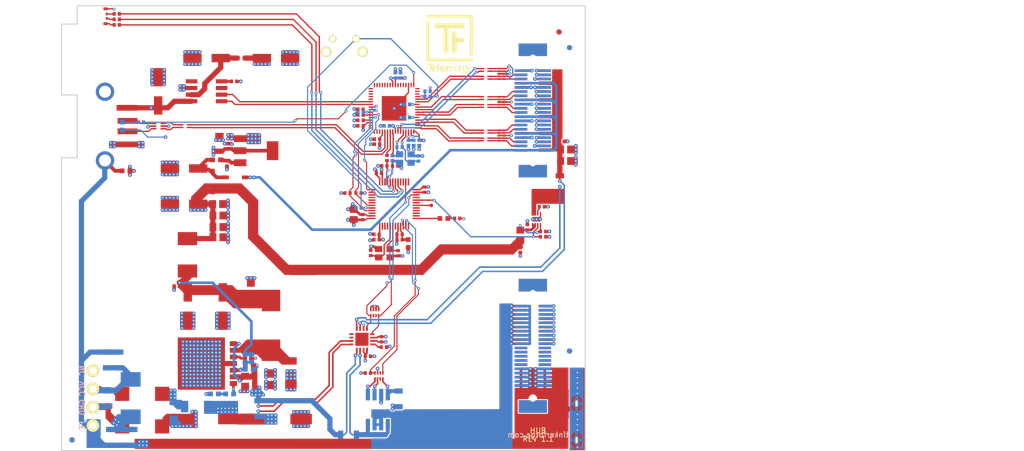
<source format=kicad_pcb>
(kicad_pcb (version 20171130) (host pcbnew 5.1.6-c6e7f7d~86~ubuntu18.04.1)
  (title_block (title "TNG HUB") (date 2020-09-04) (rev 1.1) (company "Tinkerforge GmbH") (comment 1 "Licensed under CERN OHL v.1.1") (comment 2 "Copyright (©) 2020, B.Nordmeyer <bastian@tinkerforge.com>"))
  (layers (0 F.Cu power) (1 GND power) (2 VCC power) (31 B.Cu signal) (34 B.Paste user) (35 F.Paste user) (36 B.SilkS user) (37 F.SilkS user) (38 B.Mask user) (39 F.Mask user) (44 Edge.Cuts user))
  (net 0 "")
  (net 1 Earth)
  (net 2 +5V)
  (net 3 "Net-(C101-Pad1)")
  (net 4 "Net-(C102-Pad1)")
  (net 5 "Net-(C103-Pad1)")
  (net 6 "Net-(C105-Pad1)")
  (net 7 "Net-(C109-Pad1)")
  (net 8 3V3)
  (net 9 "Net-(C204-Pad1)")
  (net 10 "Net-(C204-Pad2)")
  (net 11 "Net-(C208-Pad1)")
  (net 12 "Net-(C209-Pad1)")
  (net 13 "Net-(C210-Pad1)")
  (net 14 "Net-(C211-Pad1)")
  (net 15 "Net-(C214-Pad1)")
  (net 16 "Net-(C217-Pad2)")
  (net 17 "Net-(D101-Pad2)")
  (net 18 "Net-(D206-Pad2)")
  (net 19 "Net-(R101-Pad1)")
  (net 20 "Net-(R104-Pad1)")
  (net 21 "Net-(R105-Pad2)")
  (net 22 "Net-(R107-Pad1)")
  (net 23 "Net-(R108-Pad1)")
  (net 24 "Net-(R110-Pad2)")
  (net 25 "Net-(R212-Pad2)")
  (net 26 "Net-(C126-Pad2)")
  (net 27 "Net-(C132-Pad1)")
  (net 28 "Net-(LED101-Pad4)")
  (net 29 "Net-(LED101-Pad2)")
  (net 30 "Net-(LED101-Pad3)")
  (net 31 "Net-(R112-Pad1)")
  (net 32 "Net-(R113-Pad1)")
  (net 33 CUR1+)
  (net 34 "Net-(R218-Pad1)")
  (net 35 CUR3+)
  (net 36 CUR2-)
  (net 37 USB-PWR)
  (net 38 "Net-(U101-Pad38)")
  (net 39 "Net-(U101-Pad39)")
  (net 40 "Net-(R118-Pad2)")
  (net 41 EXT_USB_D_F-)
  (net 42 EXT_USB_D_F+)
  (net 43 STACK_USB_D0_F+)
  (net 44 STACK_USB_D0_F-)
  (net 45 STACK_USB_D1_F+)
  (net 46 STACK_USB_D1_F-)
  (net 47 STACK_USB_D2_F+)
  (net 48 STACK_USB_D2_F-)
  (net 49 STACK_USB_D3_F+)
  (net 50 STACK_USB_D3_F-)
  (net 51 STACK_USB_D4_F+)
  (net 52 STACK_USB_D4_F-)
  (net 53 EXT_USB_D+)
  (net 54 EXT_USB_D-)
  (net 55 STACK_USB_D0-)
  (net 56 STACK_USB_D0+)
  (net 57 STACK_USB_D1+)
  (net 58 STACK_USB_D1-)
  (net 59 STACK_USB_D2+)
  (net 60 STACK_USB_D2-)
  (net 61 STACK_USB_D3-)
  (net 62 STACK_USB_D3+)
  (net 63 STACK_USB_D4+)
  (net 64 STACK_USB_D4-)
  (net 65 STACKPWR)
  (net 66 "Net-(P101-Pad1)")
  (net 67 GND)
  (net 68 USB_RESET)
  (net 69 CTRL_USB_D-)
  (net 70 CTRL_USB_D+)
  (net 71 "Net-(C124-Pad1)")
  (net 72 CUR3-)
  (net 73 "Net-(C137-Pad2)")
  (net 74 "Net-(C138-Pad2)")
  (net 75 CUR1-)
  (net 76 "Net-(C203-Pad1)")
  (net 77 "Net-(D102-Pad1)")
  (net 78 "Net-(D102-Pad2)")
  (net 79 5V_STACK_UP)
  (net 80 "Net-(J102-Pad10)")
  (net 81 "Net-(J104-Pad6)")
  (net 82 "Net-(J104-Pad4)")
  (net 83 UP_USB_D+)
  (net 84 UP_USB_D-)
  (net 85 USB_SMB_DATA)
  (net 86 USB_SMB_CLK)
  (net 87 LEDR)
  (net 88 LEDG)
  (net 89 LEDB)
  (net 90 SW_24_CUR)
  (net 91 PAC_SCL)
  (net 92 PAC_SDA)
  (net 93 "Net-(RP102-Pad2)")
  (net 94 "Net-(RP102-Pad1)")
  (net 95 "Net-(L102-Pad2)")
  (net 96 "Net-(L102-Pad3)")
  (net 97 "Net-(J102-Pad22)")
  (net 98 "Net-(J102-Pad24)")
  (net 99 "Net-(J102-Pad26)")
  (net 100 "Net-(J102-Pad28)")
  (net 101 "Net-(J102-Pad30)")
  (net 102 "Net-(J102-Pad21)")
  (net 103 "Net-(J102-Pad23)")
  (net 104 "Net-(J102-Pad25)")
  (net 105 "Net-(J102-Pad27)")
  (net 106 "Net-(J102-Pad29)")
  (net 107 "Net-(J103-Pad22)")
  (net 108 "Net-(J103-Pad24)")
  (net 109 "Net-(J103-Pad26)")
  (net 110 "Net-(J103-Pad28)")
  (net 111 "Net-(J103-Pad30)")
  (net 112 "Net-(J103-Pad21)")
  (net 113 "Net-(J103-Pad23)")
  (net 114 "Net-(J103-Pad25)")
  (net 115 "Net-(J103-Pad27)")
  (net 116 "Net-(J103-Pad29)")
  (net 117 "Net-(J104-Pad38)")
  (net 118 "Net-(J104-Pad36)")
  (net 119 "Net-(J104-Pad30)")
  (net 120 "Net-(J104-Pad28)")
  (net 121 "Net-(J104-Pad22)")
  (net 122 "Net-(J104-Pad20)")
  (net 123 "Net-(J104-Pad14)")
  (net 124 "Net-(J104-Pad12)")
  (net 125 "Net-(P202-Pad1)")
  (net 126 BOOT)
  (net 127 SW_5_ENABLE)
  (net 128 SW_24_ENABLE)
  (net 129 "Net-(RP102-Pad6)")
  (net 130 "Net-(RP102-Pad3)")
  (net 131 "Net-(RP201-Pad6)")
  (net 132 "Net-(RP201-Pad7)")
  (net 133 "Net-(U101-Pad14)")
  (net 134 "Net-(U101-Pad15)")
  (net 135 "Net-(U101-Pad16)")
  (net 136 "Net-(U101-Pad18)")
  (net 137 "Net-(U101-Pad20)")
  (net 138 "Net-(U101-Pad21)")
  (net 139 "Net-(U101-Pad22)")
  (net 140 "Net-(U101-Pad23)")
  (net 141 "Net-(U101-Pad26)")
  (net 142 "Net-(U101-Pad27)")
  (net 143 "Net-(U101-Pad28)")
  (net 144 "Net-(U101-Pad29)")
  (net 145 "Net-(U101-Pad30)")
  (net 146 "Net-(U101-Pad31)")
  (net 147 "Net-(U101-Pad32)")
  (net 148 "Net-(U101-Pad33)")
  (net 149 "Net-(U101-Pad34)")
  (net 150 "Net-(U101-Pad35)")
  (net 151 "Net-(U101-Pad36)")
  (net 152 "Net-(U101-Pad37)")
  (net 153 "Net-(U101-Pad47)")
  (net 154 "Net-(U101-Pad48)")
  (net 155 "Net-(U101-Pad49)")
  (net 156 "Net-(U101-Pad50)")
  (net 157 "Net-(U101-Pad51)")
  (net 158 "Net-(U102-Pad3)")
  (net 159 "Net-(U102-Pad5)")
  (net 160 "Net-(U104-Pad2)")
  (net 161 "Net-(U104-Pad3)")
  (net 162 "Net-(U104-Pad4)")
  (net 163 "Net-(U104-Pad7)")
  (net 164 "Net-(U104-Pad12)")
  (net 165 "Net-(U104-Pad14)")
  (net 166 "Net-(U104-Pad15)")
  (net 167 "Net-(U104-Pad16)")
  (net 168 "Net-(U104-Pad17)")
  (net 169 "Net-(U104-Pad19)")
  (net 170 "Net-(U104-Pad21)")
  (net 171 "Net-(U104-Pad25)")
  (net 172 "Net-(U104-Pad27)")
  (net 173 "Net-(U104-Pad28)")
  (net 174 "Net-(U104-Pad34)")
  (net 175 "Net-(U104-Pad38)")
  (net 176 "Net-(U104-Pad39)")
  (net 177 "Net-(U104-Pad40)")
  (net 178 "Net-(U104-Pad41)")
  (net 179 "Net-(U104-Pad42)")
  (net 180 "Net-(U104-Pad46)")
  (net 181 "Net-(U204-Pad9)")
  (net 182 "Net-(U204-Pad10)")
  (module kicad-libraries:USB-A-SMT-8231 (layer F.Cu) (at 65.75 73.95 270)
    (fp_text reference J101)
    (fp_text value USB-A)
    (pad SHD thru_hole circle (at 6.57 0 270) (size 3.5 3.5) (drill 2.3) (layers *.Cu *.Mask) (net 1 Earth))
    (pad "" thru_hole circle (at -6.57 0 270) (size 3.5 3.5) (drill 2.3) (layers *.Cu *.Mask))
    (pad 4 smd rect (at 3.5 -4.2 270) (size 1.1 4) (layers F.Cu F.Paste F.Mask) (net 67 GND))
    (pad 3 smd rect (at 1 -4.3 270) (size 1.1 3.8) (layers F.Cu F.Paste F.Mask) (net 42 EXT_USB_D_F+))
    (pad 2 smd rect (at -1 -4.3 270) (size 1.1 3.8) (layers F.Cu F.Paste F.Mask) (net 41 EXT_USB_D_F-))
    (pad 1 smd rect (at -3.5 -4.2 270) (size 1.1 4) (layers F.Cu F.Paste F.Mask) (net 37 USB-PWR))
  )
  (module kicad-libraries:ELKO_103 (layer F.Cu) (at 98.85 129.9437 180)
    (fp_text reference C213)
    (fp_text value UWT1H221MNL1GS)
    (pad 1 smd rect (at 4.35102 0 180) (size 4.09956 1.99898) (layers F.Cu F.Paste F.Mask) (net 33 CUR1+))
    (pad 2 smd rect (at -4.35102 0 180) (size 4.09956 1.99898) (layers F.Cu F.Paste F.Mask) (net 67 GND))
  )
  (module kicad-libraries:PE_Hook (layer F.Cu) (at 155.95 128.05)
    (fp_text reference P102)
    (fp_text value PE)
    (pad 1 thru_hole oval (at -0.15 -1.075) (size 1 2) (drill oval 0.45 1.2) (layers *.Cu *.Mask) (net 1 Earth))
    (pad 1 thru_hole oval (at -0.15 5.925) (size 1 2) (drill oval 0.45 1.2) (layers *.Cu *.Mask) (net 1 Earth))
    (pad 1 smd rect (at 0 0) (size 3 15.85) (layers F.Cu) (net 1 Earth))
  )
  (module kicad-libraries:WE-LHMI (layer F.Cu) (at 97.45 112.0437 90)
    (fp_text reference L202)
    (fp_text value "22uH 74437368220")
    (pad 1 smd rect (at -4.75 0 90) (size 4.1 3.5) (layers F.Cu F.Paste F.Mask) (net 18 "Net-(D206-Pad2)"))
    (pad 2 smd rect (at 4.75 0 90) (size 4.1 3.5) (layers F.Cu F.Paste F.Mask) (net 15 "Net-(C214-Pad1)"))
  )
  (module kicad-libraries:Fiducial_Mark (layer B.Cu) (at 154.45 58.95)
    (fp_text reference Fiducial_Mark hide)
    (fp_text value VAL** hide)
    (pad 1 smd circle (at 0 0) (size 1.00076 1.00076) (layers B.Cu B.Paste B.Mask) (clearance 0.65024))
  )
  (module kicad-libraries:Fiducial_Mark (layer B.Cu) (at 59.45 133.95)
    (fp_text reference Fiducial_Mark hide)
    (fp_text value VAL** hide)
    (pad 1 smd circle (at 0 0) (size 1.00076 1.00076) (layers B.Cu B.Paste B.Mask) (clearance 0.65024))
  )
  (module kicad-libraries:Fiducial_Mark (layer B.Cu) (at 154.45 116.95)
    (fp_text reference Fiducial_Mark hide)
    (fp_text value VAL** hide)
    (pad 1 smd circle (at 0 0) (size 1.00076 1.00076) (layers B.Cu B.Paste B.Mask) (clearance 0.65024))
  )
  (module kicad-libraries:Fiducial_Mark (layer F.Cu) (at 154.45 116.95)
    (fp_text reference Fiducial_Mark hide)
    (fp_text value VAL** hide)
    (pad 1 smd circle (at 0 0) (size 1.00076 1.00076) (layers F.Cu F.Paste F.Mask) (clearance 0.65024))
  )
  (module kicad-libraries:Fiducial_Mark (layer F.Cu) (at 59.45 133.95)
    (fp_text reference Fiducial_Mark hide)
    (fp_text value VAL** hide)
    (pad 1 smd circle (at 0 0) (size 1.00076 1.00076) (layers F.Cu F.Paste F.Mask) (clearance 0.65024))
  )
  (module kicad-libraries:Fiducial_Mark (layer F.Cu) (at 152.45 55.95)
    (fp_text reference Fiducial_Mark hide)
    (fp_text value VAL** hide)
    (pad 1 smd circle (at 0 0) (size 1.00076 1.00076) (layers F.Cu F.Paste F.Mask) (clearance 0.65024))
  )
  (module kicad-libraries:SMC (layer B.Cu) (at 70.65 125.9437 270)
    (fp_text reference D201)
    (fp_text value 3.0SMI30CATR)
    (pad 2 smd rect (at 3.5687 0 270) (size 2.794 3.81) (layers B.Cu B.Paste B.Mask) (net 10 "Net-(C204-Pad2)"))
    (pad 1 smd rect (at -3.5687 0 270) (size 2.794 3.81) (layers B.Cu B.Paste B.Mask) (net 9 "Net-(C204-Pad1)"))
  )
  (module kicad-libraries:C1206 (layer F.Cu) (at 95.85 123.4437)
    (fp_text reference C202)
    (fp_text value 10uF/35V)
    (pad 2 smd rect (at 1.50114 0) (size 1.00076 1.6002) (layers F.Cu F.Paste F.Mask) (net 67 GND))
    (pad 1 smd rect (at -1.50114 0) (size 1.00076 1.6002) (layers F.Cu F.Paste F.Mask) (net 75 CUR1-))
  )
  (module kicad-libraries:C1206 (layer B.Cu) (at 68.95 133.4437 90)
    (fp_text reference C207)
    (fp_text value "1nF 2kV")
    (pad 2 smd rect (at 1.50114 0 90) (size 1.00076 1.6002) (layers B.Cu B.Paste B.Mask) (net 10 "Net-(C204-Pad2)"))
    (pad 1 smd rect (at -1.50114 0 90) (size 1.00076 1.6002) (layers B.Cu B.Paste B.Mask) (net 1 Earth))
  )
  (module kicad-libraries:C0603F (layer B.Cu) (at 86.65 125.1437 180)
    (fp_text reference C210)
    (fp_text value 4.7nF)
    (pad 2 smd rect (at 0.75 0 180) (size 0.9 0.9) (layers B.Cu B.Paste B.Mask) (net 67 GND))
    (pad 1 smd rect (at -0.75 0 180) (size 0.9 0.9) (layers B.Cu B.Paste B.Mask) (net 13 "Net-(C210-Pad1)"))
  )
  (module kicad-libraries:C1206 (layer B.Cu) (at 78.85 128.275 270)
    (fp_text reference C211)
    (fp_text value 10nF)
    (pad 2 smd rect (at 1.50114 0 270) (size 1.00076 1.6002) (layers B.Cu B.Paste B.Mask) (net 67 GND))
    (pad 1 smd rect (at -1.50114 0 270) (size 1.00076 1.6002) (layers B.Cu B.Paste B.Mask) (net 14 "Net-(C211-Pad1)"))
  )
  (module kicad-libraries:ELKO_103 (layer F.Cu) (at 85.05 129.9437)
    (fp_text reference C212)
    (fp_text value UWT1H221MNL1GS)
    (pad 1 smd rect (at 4.35102 0) (size 4.09956 1.99898) (layers F.Cu F.Paste F.Mask) (net 33 CUR1+))
    (pad 2 smd rect (at -4.35102 0) (size 4.09956 1.99898) (layers F.Cu F.Paste F.Mask) (net 67 GND))
  )
  (module kicad-libraries:C0603F (layer B.Cu) (at 92.475 118.325 270)
    (fp_text reference C217)
    (fp_text value DNP)
    (pad 2 smd rect (at 0.75 0 270) (size 0.9 0.9) (layers B.Cu B.Paste B.Mask) (net 16 "Net-(C217-Pad2)"))
    (pad 1 smd rect (at -0.75 0 270) (size 0.9 0.9) (layers B.Cu B.Paste B.Mask) (net 15 "Net-(C214-Pad1)"))
  )
  (module kicad-libraries:OQ_4P (layer F.Cu) (at 63.45 125.9437 270)
    (fp_text reference P202)
    (fp_text value "PWR IN")
    (pad 1 thru_hole circle (at -5.25018 0 270) (size 2.4003 2.4003) (drill 1.39954) (layers *.Cu *.Mask F.SilkS) (net 125 "Net-(P202-Pad1)"))
    (pad 4 thru_hole circle (at 5.25018 0 270) (size 2.4003 2.4003) (drill 1.39954) (layers *.Cu *.Mask F.SilkS) (net 1 Earth))
    (pad 3 thru_hole circle (at 1.75006 0 270) (size 2.4003 2.4003) (drill 1.39954) (layers *.Cu *.Mask F.SilkS) (net 10 "Net-(C204-Pad2)"))
    (pad 2 thru_hole circle (at -1.75006 0 270) (size 2.4003 2.4003) (drill 1.39954) (layers *.Cu *.Mask F.SilkS) (net 9 "Net-(C204-Pad1)"))
  )
  (module kicad-libraries:R1206 (layer F.Cu) (at 66.35 125.9437 270)
    (fp_text reference R204)
    (fp_text value VC1206K201R030)
    (pad 2 smd rect (at 1.50114 0 270) (size 1.00076 1.6002) (layers F.Cu F.Paste F.Mask) (net 10 "Net-(C204-Pad2)"))
    (pad 1 smd rect (at -1.50114 0 270) (size 1.00076 1.6002) (layers F.Cu F.Paste F.Mask) (net 9 "Net-(C204-Pad1)"))
  )
  (module kicad-libraries:R1206 (layer B.Cu) (at 66.75 133.4437 90)
    (fp_text reference R207)
    (fp_text value VC1206K201R030)
    (pad 2 smd rect (at 1.50114 0 90) (size 1.00076 1.6002) (layers B.Cu B.Paste B.Mask) (net 10 "Net-(C204-Pad2)"))
    (pad 1 smd rect (at -1.50114 0 90) (size 1.00076 1.6002) (layers B.Cu B.Paste B.Mask) (net 1 Earth))
  )
  (module kicad-libraries:R0603F (layer F.Cu) (at 93.3 119.6437 180)
    (fp_text reference R208)
    (fp_text value 27k)
    (pad 2 smd rect (at 0.75 0 180) (size 0.9 0.9) (layers F.Cu F.Paste F.Mask) (net 11 "Net-(C208-Pad1)"))
    (pad 1 smd rect (at -0.75 0 180) (size 0.9 0.9) (layers F.Cu F.Paste F.Mask) (net 67 GND))
  )
  (module kicad-libraries:R1206 (layer B.Cu) (at 71.15 133.4437 90)
    (fp_text reference R209)
    (fp_text value 1M)
    (pad 2 smd rect (at 1.50114 0 90) (size 1.00076 1.6002) (layers B.Cu B.Paste B.Mask) (net 10 "Net-(C204-Pad2)"))
    (pad 1 smd rect (at -1.50114 0 90) (size 1.00076 1.6002) (layers B.Cu B.Paste B.Mask) (net 1 Earth))
  )
  (module kicad-libraries:R0603F (layer B.Cu) (at 89.55 125.1437)
    (fp_text reference R212)
    (fp_text value 20k)
    (pad 2 smd rect (at 0.75 0) (size 0.9 0.9) (layers B.Cu B.Paste B.Mask) (net 25 "Net-(R212-Pad2)"))
    (pad 1 smd rect (at -0.75 0) (size 0.9 0.9) (layers B.Cu B.Paste B.Mask) (net 13 "Net-(C210-Pad1)"))
  )
  (module kicad-libraries:R0603F (layer B.Cu) (at 93.775 118.325 90)
    (fp_text reference R214)
    (fp_text value 47k)
    (pad 2 smd rect (at 0.75 0 90) (size 0.9 0.9) (layers B.Cu B.Paste B.Mask) (net 15 "Net-(C214-Pad1)"))
    (pad 1 smd rect (at -0.75 0 90) (size 0.9 0.9) (layers B.Cu B.Paste B.Mask) (net 16 "Net-(C217-Pad2)"))
  )
  (module kicad-libraries:R0603F (layer B.Cu) (at 93.3 120.45 180)
    (fp_text reference R215)
    (fp_text value 8.2k)
    (pad 2 smd rect (at 0.75 0 180) (size 0.9 0.9) (layers B.Cu B.Paste B.Mask) (net 16 "Net-(C217-Pad2)"))
    (pad 1 smd rect (at -0.75 0 180) (size 0.9 0.9) (layers B.Cu B.Paste B.Mask) (net 67 GND))
  )
  (module kicad-libraries:C0402F (layer F.Cu) (at 152.925 76.875 180)
    (fp_text reference C134)
    (fp_text value 1uF)
    (pad 1 smd rect (at -0.5 0 180) (size 0.6 0.7) (layers F.Cu F.Paste F.Mask) (net 67 GND))
    (pad 2 smd rect (at 0.5 0 180) (size 0.6 0.7) (layers F.Cu F.Paste F.Mask) (net 72 CUR3-))
  )
  (module kicad-libraries:SOD-128 (layer B.Cu) (at 83.15 127.575 180)
    (fp_text reference D205)
    (fp_text value PMEG6045)
    (pad 1 smd rect (at 2.19964 0 180) (size 1.39954 2.19964) (layers B.Cu B.Paste B.Mask) (net 14 "Net-(C211-Pad1)"))
    (pad 2 smd rect (at -2.19964 0 180) (size 1.39954 2.19964) (layers B.Cu B.Paste B.Mask) (net 33 CUR1+))
  )
  (module kicad-libraries:SOD-128 (layer F.Cu) (at 101.25 121.0437 270)
    (fp_text reference D206)
    (fp_text value PMEG6045)
    (pad 1 smd rect (at 2.19964 0 270) (size 1.39954 2.19964) (layers F.Cu F.Paste F.Mask) (net 67 GND))
    (pad 2 smd rect (at -2.19964 0 270) (size 1.39954 2.19964) (layers F.Cu F.Paste F.Mask) (net 18 "Net-(D206-Pad2)"))
  )
  (module kicad-libraries:BD906XX-C-HRP7 (layer F.Cu) (at 84.15 119.3437 90)
    (fp_text reference U203)
    (fp_text value BD90640HFP)
    (pad EXP smd rect (at 0 0 90) (size 10 9) (layers F.Cu F.Paste F.Mask) (net 67 GND))
    (pad 1 smd rect (at -3.81 6.125 90) (size 0.93 1.37) (layers F.Cu F.Paste F.Mask) (net 25 "Net-(R212-Pad2)"))
    (pad 2 smd rect (at -2.54 6.125 90) (size 0.93 1.37) (layers F.Cu F.Paste F.Mask) (net 75 CUR1-))
    (pad 3 smd rect (at -1.27 6.125 90) (size 0.93 1.37) (layers F.Cu F.Paste F.Mask) (net 16 "Net-(C217-Pad2)"))
    (pad 4 smd rect (at 0 6.125 90) (size 0.93 1.37) (layers F.Cu F.Paste F.Mask) (net 67 GND))
    (pad 5 smd rect (at 1.27 6.125 90) (size 0.93 1.37) (layers F.Cu F.Paste F.Mask) (net 11 "Net-(C208-Pad1)"))
    (pad 6 smd rect (at 2.54 6.125 90) (size 0.93 1.37) (layers F.Cu F.Paste F.Mask) (net 18 "Net-(D206-Pad2)"))
    (pad 7 smd rect (at 3.81 6.125 90) (size 0.93 1.37) (layers F.Cu F.Paste F.Mask) (net 75 CUR1-))
  )
  (module kicad-libraries:ELKO_63 (layer F.Cu) (at 88.25 108.4437 90)
    (fp_text reference C216)
    (fp_text value 100uF)
    (pad 1 smd rect (at 2.7 0 90) (size 3.5 1.6) (layers F.Cu F.Paste F.Mask) (net 15 "Net-(C214-Pad1)"))
    (pad 2 smd rect (at -2.7 0 90) (size 3.5 1.6) (layers F.Cu F.Paste F.Mask) (net 67 GND))
  )
  (module kicad-libraries:ELKO_63 (layer F.Cu) (at 81.55 108.4437 90)
    (fp_text reference C220)
    (fp_text value 100uF)
    (pad 1 smd rect (at 2.7 0 90) (size 3.5 1.6) (layers F.Cu F.Paste F.Mask) (net 15 "Net-(C214-Pad1)"))
    (pad 2 smd rect (at -2.7 0 90) (size 3.5 1.6) (layers F.Cu F.Paste F.Mask) (net 67 GND))
  )
  (module kicad-libraries:C1206 (layer F.Cu) (at 95.85 121.2437)
    (fp_text reference C201)
    (fp_text value 10uF/35V)
    (pad 2 smd rect (at 1.50114 0) (size 1.00076 1.6002) (layers F.Cu F.Paste F.Mask) (net 67 GND))
    (pad 1 smd rect (at -1.50114 0) (size 1.00076 1.6002) (layers F.Cu F.Paste F.Mask) (net 75 CUR1-))
  )
  (module kicad-libraries:C1206 (layer B.Cu) (at 66.25 126.0437 270)
    (fp_text reference C204)
    (fp_text value 10nF)
    (pad 2 smd rect (at 1.50114 0 270) (size 1.00076 1.6002) (layers B.Cu B.Paste B.Mask) (net 10 "Net-(C204-Pad2)"))
    (pad 1 smd rect (at -1.50114 0 270) (size 1.00076 1.6002) (layers B.Cu B.Paste B.Mask) (net 9 "Net-(C204-Pad1)"))
  )
  (module kicad-libraries:C0402F (layer F.Cu) (at 79.45 104.5437 180)
    (fp_text reference C214)
    (fp_text value 100nF)
    (pad 1 smd rect (at -0.5 0 180) (size 0.6 0.7) (layers F.Cu F.Paste F.Mask) (net 15 "Net-(C214-Pad1)"))
    (pad 2 smd rect (at 0.5 0 180) (size 0.6 0.7) (layers F.Cu F.Paste F.Mask) (net 67 GND))
  )
  (module kicad-libraries:R1206 (layer B.Cu) (at 112.25 132.9437)
    (fp_text reference R220)
    (fp_text value 0.02)
    (pad 2 smd rect (at 1.50114 0) (size 1.00076 1.6002) (layers B.Cu B.Paste B.Mask) (net 36 CUR2-))
    (pad 1 smd rect (at -1.50114 0) (size 1.00076 1.6002) (layers B.Cu B.Paste B.Mask) (net 75 CUR1-))
  )
  (module kicad-libraries:SO-8 (layer B.Cu) (at 117.85 128.1437)
    (fp_text reference U112)
    (fp_text value VN7140AS)
    (pad 8 smd rect (at -1.90246 2.86766) (size 0.79756 2.19964) (layers B.Cu B.Paste B.Mask) (net 36 CUR2-))
    (pad 7 smd rect (at -0.63246 2.86766) (size 0.79756 2.19964) (layers B.Cu B.Paste B.Mask) (net 65 STACKPWR))
    (pad 6 smd rect (at 0.63246 2.86766) (size 0.79756 2.19964) (layers B.Cu B.Paste B.Mask) (net 65 STACKPWR))
    (pad 5 smd rect (at 1.90246 2.86766) (size 0.79756 2.19964) (layers B.Cu B.Paste B.Mask) (net 36 CUR2-))
    (pad 4 smd rect (at 1.90246 -2.86766 180) (size 0.79756 2.19964) (layers B.Cu B.Paste B.Mask) (net 40 "Net-(R118-Pad2)"))
    (pad 3 smd rect (at 0.63246 -2.86766 180) (size 0.79756 2.19964) (layers B.Cu B.Paste B.Mask) (net 67 GND))
    (pad 2 smd rect (at -0.63246 -2.86766 180) (size 0.79756 2.19964) (layers B.Cu B.Paste B.Mask) (net 93 "Net-(RP102-Pad2)"))
    (pad 1 smd rect (at -1.90246 -2.86766 180) (size 0.79756 2.19964) (layers B.Cu B.Paste B.Mask) (net 94 "Net-(RP102-Pad1)"))
  )
  (module kicad-libraries:Logo_TF_10x12 (layer F.Cu) (at 131.55 58.2)
    (fp_text reference G*** hide)
    (fp_text value LOGO hide)
  )
  (module kicad-libraries:C1206 (layer B.Cu) (at 66.15 118.65 90)
    (fp_text reference C206)
    (fp_text value "1nF 2kV")
    (pad 2 smd rect (at 1.50114 0 90) (size 1.00076 1.6002) (layers B.Cu B.Paste B.Mask) (net 1 Earth))
    (pad 1 smd rect (at -1.50114 0 90) (size 1.00076 1.6002) (layers B.Cu B.Paste B.Mask) (net 9 "Net-(C204-Pad1)"))
  )
  (module kicad-libraries:R1206 (layer B.Cu) (at 68.45 118.65 90)
    (fp_text reference R206)
    (fp_text value VC1206K201R030)
    (pad 2 smd rect (at 1.50114 0 90) (size 1.00076 1.6002) (layers B.Cu B.Paste B.Mask) (net 1 Earth))
    (pad 1 smd rect (at -1.50114 0 90) (size 1.00076 1.6002) (layers B.Cu B.Paste B.Mask) (net 9 "Net-(C204-Pad1)"))
  )
  (module kicad-libraries:C0402F (layer B.Cu) (at 125.6 80.15 90)
    (fp_text reference C101)
    (fp_text value 33pF)
    (pad 1 smd rect (at -0.5 0 90) (size 0.6 0.7) (layers B.Cu B.Paste B.Mask) (net 3 "Net-(C101-Pad1)"))
    (pad 2 smd rect (at 0.5 0 90) (size 0.6 0.7) (layers B.Cu B.Paste B.Mask) (net 67 GND))
  )
  (module kicad-libraries:C0402F (layer B.Cu) (at 120.65 80.15 270)
    (fp_text reference C102)
    (fp_text value 33pF)
    (pad 1 smd rect (at -0.5 0 270) (size 0.6 0.7) (layers B.Cu B.Paste B.Mask) (net 4 "Net-(C102-Pad1)"))
    (pad 2 smd rect (at 0.5 0 270) (size 0.6 0.7) (layers B.Cu B.Paste B.Mask) (net 67 GND))
  )
  (module kicad-libraries:C0402F (layer B.Cu) (at 122.15 64.25 90)
    (fp_text reference C103)
    (fp_text value 1uF)
    (pad 1 smd rect (at -0.5 0 90) (size 0.6 0.7) (layers B.Cu B.Paste B.Mask) (net 5 "Net-(C103-Pad1)"))
    (pad 2 smd rect (at 0.5 0 90) (size 0.6 0.7) (layers B.Cu B.Paste B.Mask) (net 67 GND))
  )
  (module kicad-libraries:C0402F (layer B.Cu) (at 121.2 64.25 90)
    (fp_text reference C104)
    (fp_text value 100nF)
    (pad 1 smd rect (at -0.5 0 90) (size 0.6 0.7) (layers B.Cu B.Paste B.Mask) (net 5 "Net-(C103-Pad1)"))
    (pad 2 smd rect (at 0.5 0 90) (size 0.6 0.7) (layers B.Cu B.Paste B.Mask) (net 67 GND))
  )
  (module kicad-libraries:C0402F (layer B.Cu) (at 124.7 77.15 270)
    (fp_text reference C105)
    (fp_text value 1uF)
    (pad 1 smd rect (at -0.5 0 270) (size 0.6 0.7) (layers B.Cu B.Paste B.Mask) (net 6 "Net-(C105-Pad1)"))
    (pad 2 smd rect (at 0.5 0 270) (size 0.6 0.7) (layers B.Cu B.Paste B.Mask) (net 67 GND))
  )
  (module kicad-libraries:C0402F (layer B.Cu) (at 123.7 77.15 270)
    (fp_text reference C106)
    (fp_text value 100nF)
    (pad 1 smd rect (at -0.5 0 270) (size 0.6 0.7) (layers B.Cu B.Paste B.Mask) (net 6 "Net-(C105-Pad1)"))
    (pad 2 smd rect (at 0.5 0 270) (size 0.6 0.7) (layers B.Cu B.Paste B.Mask) (net 67 GND))
  )
  (module kicad-libraries:C0402F (layer F.Cu) (at 114.55 71.8 180)
    (fp_text reference C107)
    (fp_text value 100nF)
    (pad 1 smd rect (at -0.5 0 180) (size 0.6 0.7) (layers F.Cu F.Paste F.Mask) (net 68 USB_RESET))
    (pad 2 smd rect (at 0.5 0 180) (size 0.6 0.7) (layers F.Cu F.Paste F.Mask) (net 67 GND))
  )
  (module kicad-libraries:ELKO_63 (layer F.Cu) (at 98.4 60.95 180)
    (fp_text reference C108)
    (fp_text value 100uF)
    (pad 1 smd rect (at 2.7 0 180) (size 3.5 1.6) (layers F.Cu F.Paste F.Mask) (net 2 +5V))
    (pad 2 smd rect (at -2.7 0 180) (size 3.5 1.6) (layers F.Cu F.Paste F.Mask) (net 67 GND))
  )
  (module kicad-libraries:ELKO_63 (layer F.Cu) (at 85.15 60.95)
    (fp_text reference C109)
    (fp_text value 100uF)
    (pad 1 smd rect (at 2.7 0) (size 3.5 1.6) (layers F.Cu F.Paste F.Mask) (net 7 "Net-(C109-Pad1)"))
    (pad 2 smd rect (at -2.7 0) (size 3.5 1.6) (layers F.Cu F.Paste F.Mask) (net 67 GND))
  )
  (module kicad-libraries:C0402F (layer F.Cu) (at 125.75 77.15 270)
    (fp_text reference C110)
    (fp_text value 100nF)
    (pad 1 smd rect (at -0.5 0 270) (size 0.6 0.7) (layers F.Cu F.Paste F.Mask) (net 8 3V3))
    (pad 2 smd rect (at 0.5 0 270) (size 0.6 0.7) (layers F.Cu F.Paste F.Mask) (net 67 GND))
  )
  (module kicad-libraries:C0402F (layer B.Cu) (at 119.55 73.9 180)
    (fp_text reference C111)
    (fp_text value 100nF)
    (pad 1 smd rect (at -0.5 0 180) (size 0.6 0.7) (layers B.Cu B.Paste B.Mask) (net 8 3V3))
    (pad 2 smd rect (at 0.5 0 180) (size 0.6 0.7) (layers B.Cu B.Paste B.Mask) (net 67 GND))
  )
  (module kicad-libraries:C0402F (layer F.Cu) (at 117.7 76.45 180)
    (fp_text reference C112)
    (fp_text value 100nF)
    (pad 1 smd rect (at -0.5 0 180) (size 0.6 0.7) (layers F.Cu F.Paste F.Mask) (net 8 3V3))
    (pad 2 smd rect (at 0.5 0 180) (size 0.6 0.7) (layers F.Cu F.Paste F.Mask) (net 67 GND))
  )
  (module kicad-libraries:C0402F (layer B.Cu) (at 123.4 69.8 180)
    (fp_text reference C113)
    (fp_text value 100nF)
    (pad 1 smd rect (at -0.5 0 180) (size 0.6 0.7) (layers B.Cu B.Paste B.Mask) (net 8 3V3))
    (pad 2 smd rect (at 0.5 0 180) (size 0.6 0.7) (layers B.Cu B.Paste B.Mask) (net 67 GND))
  )
  (module kicad-libraries:C0402F (layer B.Cu) (at 123.4 72.3 180)
    (fp_text reference C114)
    (fp_text value 100nF)
    (pad 1 smd rect (at -0.5 0 180) (size 0.6 0.7) (layers B.Cu B.Paste B.Mask) (net 8 3V3))
    (pad 2 smd rect (at 0.5 0 180) (size 0.6 0.7) (layers B.Cu B.Paste B.Mask) (net 67 GND))
  )
  (module kicad-libraries:C0402F (layer F.Cu) (at 117.7 77.4 180)
    (fp_text reference C115)
    (fp_text value 1uF)
    (pad 1 smd rect (at -0.5 0 180) (size 0.6 0.7) (layers F.Cu F.Paste F.Mask) (net 8 3V3))
    (pad 2 smd rect (at 0.5 0 180) (size 0.6 0.7) (layers F.Cu F.Paste F.Mask) (net 67 GND))
  )
  (module kicad-libraries:C0402F (layer F.Cu) (at 114.55 73.9 180)
    (fp_text reference C116)
    (fp_text value 100nF)
    (pad 1 smd rect (at -0.5 0 180) (size 0.6 0.7) (layers F.Cu F.Paste F.Mask) (net 8 3V3))
    (pad 2 smd rect (at 0.5 0 180) (size 0.6 0.7) (layers F.Cu F.Paste F.Mask) (net 67 GND))
  )
  (module kicad-libraries:ELKO_63 (layer F.Cu) (at 75.9 67.3 270)
    (fp_text reference C117)
    (fp_text value 100uF)
    (pad 1 smd rect (at 2.7 0 270) (size 3.5 1.6) (layers F.Cu F.Paste F.Mask) (net 37 USB-PWR))
    (pad 2 smd rect (at -2.7 0 270) (size 3.5 1.6) (layers F.Cu F.Paste F.Mask) (net 67 GND))
  )
  (module kicad-libraries:C0402F (layer F.Cu) (at 121.2 64.25 90)
    (fp_text reference C118)
    (fp_text value 100nF)
    (pad 1 smd rect (at -0.5 0 90) (size 0.6 0.7) (layers F.Cu F.Paste F.Mask) (net 8 3V3))
    (pad 2 smd rect (at 0.5 0 90) (size 0.6 0.7) (layers F.Cu F.Paste F.Mask) (net 67 GND))
  )
  (module kicad-libraries:C0402F (layer F.Cu) (at 122.15 64.25 90)
    (fp_text reference C119)
    (fp_text value 1uF)
    (pad 1 smd rect (at -0.5 0 90) (size 0.6 0.7) (layers F.Cu F.Paste F.Mask) (net 8 3V3))
    (pad 2 smd rect (at 0.5 0 90) (size 0.6 0.7) (layers F.Cu F.Paste F.Mask) (net 67 GND))
  )
  (module kicad-libraries:C0603F (layer F.Cu) (at 69.75 82.5)
    (fp_text reference C120)
    (fp_text value 100nF)
    (pad 2 smd rect (at 0.75 0) (size 0.9 0.9) (layers F.Cu F.Paste F.Mask) (net 67 GND))
    (pad 1 smd rect (at -0.75 0) (size 0.9 0.9) (layers F.Cu F.Paste F.Mask) (net 1 Earth))
  )
  (module kicad-libraries:C0402F (layer F.Cu) (at 119.1 81.55 180)
    (fp_text reference C121)
    (fp_text value 47pF)
    (pad 1 smd rect (at -0.5 0 180) (size 0.6 0.7) (layers F.Cu F.Paste F.Mask) (net 69 CTRL_USB_D-))
    (pad 2 smd rect (at 0.5 0 180) (size 0.6 0.7) (layers F.Cu F.Paste F.Mask) (net 67 GND))
  )
  (module kicad-libraries:C0402F (layer F.Cu) (at 121.15 81.55)
    (fp_text reference C122)
    (fp_text value 47pF)
    (pad 1 smd rect (at -0.5 0) (size 0.6 0.7) (layers F.Cu F.Paste F.Mask) (net 70 CTRL_USB_D+))
    (pad 2 smd rect (at 0.5 0) (size 0.6 0.7) (layers F.Cu F.Paste F.Mask) (net 67 GND))
  )
  (module kicad-libraries:C0402F (layer F.Cu) (at 117.6 95.65 180)
    (fp_text reference C123)
    (fp_text value 1uF)
    (pad 1 smd rect (at -0.5 0 180) (size 0.6 0.7) (layers F.Cu F.Paste F.Mask) (net 8 3V3))
    (pad 2 smd rect (at 0.5 0 180) (size 0.6 0.7) (layers F.Cu F.Paste F.Mask) (net 67 GND))
  )
  (module kicad-libraries:C0402F (layer F.Cu) (at 122 95.65 180)
    (fp_text reference C124)
    (fp_text value 1uF)
    (pad 1 smd rect (at -0.5 0 180) (size 0.6 0.7) (layers F.Cu F.Paste F.Mask) (net 71 "Net-(C124-Pad1)"))
    (pad 2 smd rect (at 0.5 0 180) (size 0.6 0.7) (layers F.Cu F.Paste F.Mask) (net 67 GND))
  )
  (module kicad-libraries:C0402F (layer F.Cu) (at 145.05 97.55 90)
    (fp_text reference C125)
    (fp_text value 1uF)
    (pad 1 smd rect (at -0.5 0 90) (size 0.6 0.7) (layers F.Cu F.Paste F.Mask) (net 67 GND))
    (pad 2 smd rect (at 0.5 0 90) (size 0.6 0.7) (layers F.Cu F.Paste F.Mask) (net 2 +5V))
  )
  (module kicad-libraries:C0402F (layer F.Cu) (at 146.4 93.3 270)
    (fp_text reference C126)
    (fp_text value 1uF)
    (pad 1 smd rect (at -0.5 0 270) (size 0.6 0.7) (layers F.Cu F.Paste F.Mask) (net 67 GND))
    (pad 2 smd rect (at 0.5 0 270) (size 0.6 0.7) (layers F.Cu F.Paste F.Mask) (net 26 "Net-(C126-Pad2)"))
  )
  (module kicad-libraries:C0402F (layer F.Cu) (at 126.75 86.1 270)
    (fp_text reference C127)
    (fp_text value 100nF)
    (pad 1 smd rect (at -0.5 0 270) (size 0.6 0.7) (layers F.Cu F.Paste F.Mask) (net 8 3V3))
    (pad 2 smd rect (at 0.5 0 270) (size 0.6 0.7) (layers F.Cu F.Paste F.Mask) (net 67 GND))
  )
  (module kicad-libraries:C0402F (layer F.Cu) (at 149.4 94.1)
    (fp_text reference C128)
    (fp_text value 1uF)
    (pad 1 smd rect (at -0.5 0) (size 0.6 0.7) (layers F.Cu F.Paste F.Mask) (net 26 "Net-(C126-Pad2)"))
    (pad 2 smd rect (at 0.5 0) (size 0.6 0.7) (layers F.Cu F.Paste F.Mask) (net 67 GND))
  )
  (module kicad-libraries:C0402F (layer F.Cu) (at 118.05 82.95)
    (fp_text reference C129)
    (fp_text value 100nF)
    (pad 1 smd rect (at -0.5 0) (size 0.6 0.7) (layers F.Cu F.Paste F.Mask) (net 8 3V3))
    (pad 2 smd rect (at 0.5 0) (size 0.6 0.7) (layers F.Cu F.Paste F.Mask) (net 67 GND))
  )
  (module kicad-libraries:C0402F (layer F.Cu) (at 115 91.35 90)
    (fp_text reference C130)
    (fp_text value 100nF)
    (pad 1 smd rect (at -0.5 0 90) (size 0.6 0.7) (layers F.Cu F.Paste F.Mask) (net 8 3V3))
    (pad 2 smd rect (at 0.5 0 90) (size 0.6 0.7) (layers F.Cu F.Paste F.Mask) (net 67 GND))
  )
  (module kicad-libraries:C0402F (layer F.Cu) (at 117.6 94.65 180)
    (fp_text reference C131)
    (fp_text value 100nF)
    (pad 1 smd rect (at -0.5 0 180) (size 0.6 0.7) (layers F.Cu F.Paste F.Mask) (net 8 3V3))
    (pad 2 smd rect (at 0.5 0 180) (size 0.6 0.7) (layers F.Cu F.Paste F.Mask) (net 67 GND))
  )
  (module kicad-libraries:C0402F (layer F.Cu) (at 149.15 89.35)
    (fp_text reference C132)
    (fp_text value DNP)
    (pad 1 smd rect (at -0.5 0) (size 0.6 0.7) (layers F.Cu F.Paste F.Mask) (net 27 "Net-(C132-Pad1)"))
    (pad 2 smd rect (at 0.5 0) (size 0.6 0.7) (layers F.Cu F.Paste F.Mask) (net 67 GND))
  )
  (module kicad-libraries:C0402F (layer F.Cu) (at 122 94.65 180)
    (fp_text reference C133)
    (fp_text value 100nF)
    (pad 1 smd rect (at -0.5 0 180) (size 0.6 0.7) (layers F.Cu F.Paste F.Mask) (net 71 "Net-(C124-Pad1)"))
    (pad 2 smd rect (at 0.5 0 180) (size 0.6 0.7) (layers F.Cu F.Paste F.Mask) (net 67 GND))
  )
  (module kicad-libraries:C0402F (layer F.Cu) (at 116.5 98.2 270)
    (fp_text reference C137)
    (fp_text value 33pF)
    (pad 1 smd rect (at -0.5 0 270) (size 0.6 0.7) (layers F.Cu F.Paste F.Mask) (net 67 GND))
    (pad 2 smd rect (at 0.5 0 270) (size 0.6 0.7) (layers F.Cu F.Paste F.Mask) (net 73 "Net-(C137-Pad2)"))
  )
  (module kicad-libraries:C0402F (layer F.Cu) (at 121.7 98.25 90)
    (fp_text reference C138)
    (fp_text value 33pF)
    (pad 1 smd rect (at -0.5 0 90) (size 0.6 0.7) (layers F.Cu F.Paste F.Mask) (net 67 GND))
    (pad 2 smd rect (at 0.5 0 90) (size 0.6 0.7) (layers F.Cu F.Paste F.Mask) (net 74 "Net-(C138-Pad2)"))
  )
  (module kicad-libraries:C0402F (layer F.Cu) (at 89.05 81.1 270)
    (fp_text reference C209)
    (fp_text value 1uF)
    (pad 1 smd rect (at -0.5 0 270) (size 0.6 0.7) (layers F.Cu F.Paste F.Mask) (net 12 "Net-(C209-Pad1)"))
    (pad 2 smd rect (at 0.5 0 270) (size 0.6 0.7) (layers F.Cu F.Paste F.Mask) (net 67 GND))
  )
  (module kicad-libraries:ELKO_63 (layer F.Cu) (at 80.85 88.8)
    (fp_text reference C219)
    (fp_text value 100uF)
    (pad 1 smd rect (at 2.7 0) (size 3.5 1.6) (layers F.Cu F.Paste F.Mask) (net 2 +5V))
    (pad 2 smd rect (at -2.7 0) (size 3.5 1.6) (layers F.Cu F.Paste F.Mask) (net 67 GND))
  )
  (module kicad-libraries:C0402F (layer F.Cu) (at 118.55 114.7 90)
    (fp_text reference C221)
    (fp_text value 100nF)
    (pad 1 smd rect (at -0.5 0 90) (size 0.6 0.7) (layers F.Cu F.Paste F.Mask) (net 8 3V3))
    (pad 2 smd rect (at 0.5 0 90) (size 0.6 0.7) (layers F.Cu F.Paste F.Mask) (net 67 GND))
  )
  (module kicad-libraries:C0402F (layer F.Cu) (at 115.95 117.95)
    (fp_text reference C222)
    (fp_text value 100nF)
    (pad 1 smd rect (at -0.5 0) (size 0.6 0.7) (layers F.Cu F.Paste F.Mask) (net 8 3V3))
    (pad 2 smd rect (at 0.5 0) (size 0.6 0.7) (layers F.Cu F.Paste F.Mask) (net 67 GND))
  )
  (module kicad-libraries:C0402F (layer F.Cu) (at 89.3 77.8 90)
    (fp_text reference C226)
    (fp_text value 1uF)
    (pad 1 smd rect (at -0.5 0 90) (size 0.6 0.7) (layers F.Cu F.Paste F.Mask) (net 8 3V3))
    (pad 2 smd rect (at 0.5 0 90) (size 0.6 0.7) (layers F.Cu F.Paste F.Mask) (net 67 GND))
  )
  (module kicad-libraries:LED-LP (layer B.Cu) (at 69.05 73.95 90)
    (fp_text reference D101)
    (fp_text value "LED green")
    (pad 1 smd rect (at -0.75 0 90) (size 0.9 0.9) (layers B.Cu B.Paste B.Mask) (net 8 3V3))
    (pad 2 smd rect (at 0.75 0 90) (size 0.9 0.9) (layers B.Cu B.Paste B.Mask) (net 17 "Net-(D101-Pad2)"))
    (pad "" np_thru_hole circle (at 0 -1.7 90) (size 1.5 1.5) (drill 1.5) (layers *.Cu *.Mask))
  )
  (module kicad-libraries:D0603F (layer F.Cu) (at 130.45 91.6 180)
    (fp_text reference D102)
    (fp_text value LED)
    (pad 2 smd rect (at 0.75 0 180) (size 0.9 0.9) (layers F.Cu F.Paste F.Mask) (net 78 "Net-(D102-Pad2)"))
    (pad 1 smd rect (at -0.75 0 180) (size 0.9 0.9) (layers F.Cu F.Paste F.Mask) (net 77 "Net-(D102-Pad1)"))
  )
  (module kicad-libraries:SOD-123 (layer F.Cu) (at 90.65 83.75 180)
    (fp_text reference D202)
    (fp_text value B0520LW-7-F)
    (pad 2 smd rect (at 1.84912 0 180) (size 1.19888 0.70104) (layers F.Cu F.Paste F.Mask) (net 76 "Net-(C203-Pad1)") (clearance 0.14986))
    (pad 1 smd rect (at -1.84912 0 180) (size 1.19888 0.70104) (layers F.Cu F.Paste F.Mask) (net 79 5V_STACK_UP) (clearance 0.14986))
  )
  (module kicad-libraries:SOD-123 (layer F.Cu) (at 86.35 84.55 90)
    (fp_text reference D203)
    (fp_text value B0520LW-7-F)
    (pad 2 smd rect (at 1.84912 0 90) (size 1.19888 0.70104) (layers F.Cu F.Paste F.Mask) (net 76 "Net-(C203-Pad1)") (clearance 0.14986))
    (pad 1 smd rect (at -1.84912 0 90) (size 1.19888 0.70104) (layers F.Cu F.Paste F.Mask) (net 2 +5V) (clearance 0.14986))
  )
  (module kicad-libraries:TNG-40-BTM (layer B.Cu) (at 147.45 115.95 270)
    (fp_text reference J102)
    (fp_text value TNG-Power-BTM)
    (pad 39 smd rect (at 7.6 -2.275 270) (size 0.5 2.4) (layers B.Cu B.Paste B.Mask) (net 1 Earth))
    (pad 37 smd rect (at 6.8 -2.275 270) (size 0.5 2.4) (layers B.Cu B.Paste B.Mask) (net 1 Earth))
    (pad 35 smd rect (at 6 -2.275 270) (size 0.5 2.4) (layers B.Cu B.Paste B.Mask) (net 1 Earth))
    (pad 33 smd rect (at 5.2 -2.275 270) (size 0.5 2.4) (layers B.Cu B.Paste B.Mask) (net 1 Earth))
    (pad 31 smd rect (at 4.4 -2.275 270) (size 0.5 2.4) (layers B.Cu B.Paste B.Mask) (net 1 Earth))
    (pad 29 smd rect (at 3.6 -2.275 270) (size 0.5 2.4) (layers B.Cu B.Paste B.Mask) (net 106 "Net-(J102-Pad29)"))
    (pad 27 smd rect (at 2.8 -2.275 270) (size 0.5 2.4) (layers B.Cu B.Paste B.Mask) (net 105 "Net-(J102-Pad27)"))
    (pad 25 smd rect (at 2 -2.275 270) (size 0.5 2.4) (layers B.Cu B.Paste B.Mask) (net 104 "Net-(J102-Pad25)"))
    (pad 23 smd rect (at 1.2 -2.275 270) (size 0.5 2.4) (layers B.Cu B.Paste B.Mask) (net 103 "Net-(J102-Pad23)"))
    (pad 21 smd rect (at 0.4 -2.275 270) (size 0.5 2.4) (layers B.Cu B.Paste B.Mask) (net 102 "Net-(J102-Pad21)"))
    (pad 19 smd rect (at -0.4 -2.275 270) (size 0.5 2.4) (layers B.Cu B.Paste B.Mask) (net 67 GND))
    (pad 17 smd rect (at -1.2 -2.275 270) (size 0.5 2.4) (layers B.Cu B.Paste B.Mask) (net 67 GND))
    (pad 15 smd rect (at -2 -2.275 270) (size 0.5 2.4) (layers B.Cu B.Paste B.Mask) (net 67 GND))
    (pad 13 smd rect (at -2.8 -2.275 270) (size 0.5 2.4) (layers B.Cu B.Paste B.Mask) (net 67 GND))
    (pad 11 smd rect (at -3.6 -2.275 270) (size 0.5 2.4) (layers B.Cu B.Paste B.Mask) (net 67 GND))
    (pad 9 smd rect (at -4.4 -2.275 270) (size 0.5 2.4) (layers B.Cu B.Paste B.Mask) (net 67 GND))
    (pad 7 smd rect (at -5.2 -2.275 270) (size 0.5 2.4) (layers B.Cu B.Paste B.Mask) (net 67 GND))
    (pad 5 smd rect (at -6 -2.275 270) (size 0.5 2.4) (layers B.Cu B.Paste B.Mask) (net 67 GND))
    (pad 3 smd rect (at -6.8 -2.275 270) (size 0.5 2.4) (layers B.Cu B.Paste B.Mask) (net 67 GND))
    (pad 1 smd rect (at -7.6 -2.275 270) (size 0.5 2.4) (layers B.Cu B.Paste B.Mask) (net 67 GND))
    (pad 40 smd rect (at 7.6 2.275 270) (size 0.5 2.4) (layers B.Cu B.Paste B.Mask) (net 1 Earth))
    (pad 38 smd rect (at 6.8 2.275 270) (size 0.5 2.4) (layers B.Cu B.Paste B.Mask) (net 1 Earth))
    (pad 36 smd rect (at 6 2.275 270) (size 0.5 2.4) (layers B.Cu B.Paste B.Mask) (net 1 Earth))
    (pad 34 smd rect (at 5.2 2.275 270) (size 0.5 2.4) (layers B.Cu B.Paste B.Mask) (net 1 Earth))
    (pad 32 smd rect (at 4.4 2.275 270) (size 0.5 2.4) (layers B.Cu B.Paste B.Mask) (net 1 Earth))
    (pad 30 smd rect (at 3.6 2.275 270) (size 0.5 2.4) (layers B.Cu B.Paste B.Mask) (net 101 "Net-(J102-Pad30)"))
    (pad 28 smd rect (at 2.8 2.275 270) (size 0.5 2.4) (layers B.Cu B.Paste B.Mask) (net 100 "Net-(J102-Pad28)"))
    (pad 26 smd rect (at 2 2.275 270) (size 0.5 2.4) (layers B.Cu B.Paste B.Mask) (net 99 "Net-(J102-Pad26)"))
    (pad 24 smd rect (at 1.2 2.275 270) (size 0.5 2.4) (layers B.Cu B.Paste B.Mask) (net 98 "Net-(J102-Pad24)"))
    (pad 22 smd rect (at 0.4 2.275 270) (size 0.5 2.4) (layers B.Cu B.Paste B.Mask) (net 97 "Net-(J102-Pad22)"))
    (pad 20 smd rect (at -0.4 2.275 270) (size 0.5 2.4) (layers B.Cu B.Paste B.Mask) (net 80 "Net-(J102-Pad10)"))
    (pad 18 smd rect (at -1.2 2.275 270) (size 0.5 2.4) (layers B.Cu B.Paste B.Mask) (net 80 "Net-(J102-Pad10)"))
    (pad 16 smd rect (at -2 2.275 270) (size 0.5 2.4) (layers B.Cu B.Paste B.Mask) (net 80 "Net-(J102-Pad10)"))
    (pad 14 smd rect (at -2.8 2.275 270) (size 0.5 2.4) (layers B.Cu B.Paste B.Mask) (net 80 "Net-(J102-Pad10)"))
    (pad 12 smd rect (at -3.6 2.275 270) (size 0.5 2.4) (layers B.Cu B.Paste B.Mask) (net 80 "Net-(J102-Pad10)"))
    (pad 10 smd rect (at -4.4 2.275 270) (size 0.5 2.4) (layers B.Cu B.Paste B.Mask) (net 80 "Net-(J102-Pad10)"))
    (pad 8 smd rect (at -5.2 2.275 270) (size 0.5 2.4) (layers B.Cu B.Paste B.Mask) (net 80 "Net-(J102-Pad10)"))
    (pad 6 smd rect (at -6 2.275 270) (size 0.5 2.4) (layers B.Cu B.Paste B.Mask) (net 80 "Net-(J102-Pad10)"))
    (pad 4 smd rect (at -6.8 2.275 270) (size 0.5 2.4) (layers B.Cu B.Paste B.Mask) (net 80 "Net-(J102-Pad10)"))
    (pad 2 smd rect (at -7.6 2.275 270) (size 0.5 2.4) (layers B.Cu B.Paste B.Mask) (net 80 "Net-(J102-Pad10)"))
    (pad "" np_thru_hole circle (at 10.1 0 270) (size 0.8 0.8) (drill 0.8) (layers *.Cu *.Mask))
    (pad "" np_thru_hole circle (at -10.1 0 270) (size 1.2 1.2) (drill 1.2) (layers *.Cu *.Mask))
    (pad MNT smd rect (at 11.6 0 270) (size 2.4 5.4) (layers B.Cu B.Paste B.Mask))
    (pad MNT smd rect (at -11.6 0 270) (size 2.4 5.4) (layers B.Cu B.Paste B.Mask))
  )
  (module kicad-libraries:TNG-40-TOP (layer F.Cu) (at 147.45 115.95 270)
    (fp_text reference J103)
    (fp_text value TNG-Power-TOP)
    (pad 39 smd rect (at 7.6 2.275 270) (size 0.5 2.4) (layers F.Cu F.Paste F.Mask) (net 1 Earth))
    (pad 37 smd rect (at 6.8 2.275 270) (size 0.5 2.4) (layers F.Cu F.Paste F.Mask) (net 1 Earth))
    (pad 35 smd rect (at 6 2.275 270) (size 0.5 2.4) (layers F.Cu F.Paste F.Mask) (net 1 Earth))
    (pad 33 smd rect (at 5.2 2.275 270) (size 0.5 2.4) (layers F.Cu F.Paste F.Mask) (net 1 Earth))
    (pad 31 smd rect (at 4.4 2.275 270) (size 0.5 2.4) (layers F.Cu F.Paste F.Mask) (net 1 Earth))
    (pad 29 smd rect (at 3.6 2.275 270) (size 0.5 2.4) (layers F.Cu F.Paste F.Mask) (net 116 "Net-(J103-Pad29)"))
    (pad 27 smd rect (at 2.8 2.275 270) (size 0.5 2.4) (layers F.Cu F.Paste F.Mask) (net 115 "Net-(J103-Pad27)"))
    (pad 25 smd rect (at 2 2.275 270) (size 0.5 2.4) (layers F.Cu F.Paste F.Mask) (net 114 "Net-(J103-Pad25)"))
    (pad 23 smd rect (at 1.2 2.275 270) (size 0.5 2.4) (layers F.Cu F.Paste F.Mask) (net 113 "Net-(J103-Pad23)"))
    (pad 21 smd rect (at 0.4 2.275 270) (size 0.5 2.4) (layers F.Cu F.Paste F.Mask) (net 112 "Net-(J103-Pad21)"))
    (pad 19 smd rect (at -0.4 2.275 270) (size 0.5 2.4) (layers F.Cu F.Paste F.Mask) (net 65 STACKPWR))
    (pad 17 smd rect (at -1.2 2.275 270) (size 0.5 2.4) (layers F.Cu F.Paste F.Mask) (net 65 STACKPWR))
    (pad 15 smd rect (at -2 2.275 270) (size 0.5 2.4) (layers F.Cu F.Paste F.Mask) (net 65 STACKPWR))
    (pad 13 smd rect (at -2.8 2.275 270) (size 0.5 2.4) (layers F.Cu F.Paste F.Mask) (net 65 STACKPWR))
    (pad 11 smd rect (at -3.6 2.275 270) (size 0.5 2.4) (layers F.Cu F.Paste F.Mask) (net 65 STACKPWR))
    (pad 9 smd rect (at -4.4 2.275 270) (size 0.5 2.4) (layers F.Cu F.Paste F.Mask) (net 65 STACKPWR))
    (pad 7 smd rect (at -5.2 2.275 270) (size 0.5 2.4) (layers F.Cu F.Paste F.Mask) (net 65 STACKPWR))
    (pad 5 smd rect (at -6 2.275 270) (size 0.5 2.4) (layers F.Cu F.Paste F.Mask) (net 65 STACKPWR))
    (pad 3 smd rect (at -6.8 2.275 270) (size 0.5 2.4) (layers F.Cu F.Paste F.Mask) (net 65 STACKPWR))
    (pad 1 smd rect (at -7.6 2.275 270) (size 0.5 2.4) (layers F.Cu F.Paste F.Mask) (net 65 STACKPWR))
    (pad 40 smd rect (at 7.6 -2.275 270) (size 0.5 2.4) (layers F.Cu F.Paste F.Mask) (net 1 Earth))
    (pad 38 smd rect (at 6.8 -2.275 270) (size 0.5 2.4) (layers F.Cu F.Paste F.Mask) (net 1 Earth))
    (pad 36 smd rect (at 6 -2.275 270) (size 0.5 2.4) (layers F.Cu F.Paste F.Mask) (net 1 Earth))
    (pad 34 smd rect (at 5.2 -2.275 270) (size 0.5 2.4) (layers F.Cu F.Paste F.Mask) (net 1 Earth))
    (pad 32 smd rect (at 4.4 -2.275 270) (size 0.5 2.4) (layers F.Cu F.Paste F.Mask) (net 1 Earth))
    (pad 30 smd rect (at 3.6 -2.275 270) (size 0.5 2.4) (layers F.Cu F.Paste F.Mask) (net 111 "Net-(J103-Pad30)"))
    (pad 28 smd rect (at 2.8 -2.275 270) (size 0.5 2.4) (layers F.Cu F.Paste F.Mask) (net 110 "Net-(J103-Pad28)"))
    (pad 26 smd rect (at 2 -2.275 270) (size 0.5 2.4) (layers F.Cu F.Paste F.Mask) (net 109 "Net-(J103-Pad26)"))
    (pad 24 smd rect (at 1.2 -2.275 270) (size 0.5 2.4) (layers F.Cu F.Paste F.Mask) (net 108 "Net-(J103-Pad24)"))
    (pad 22 smd rect (at 0.4 -2.275 270) (size 0.5 2.4) (layers F.Cu F.Paste F.Mask) (net 107 "Net-(J103-Pad22)"))
    (pad 20 smd rect (at -0.4 -2.275 270) (size 0.5 2.4) (layers F.Cu F.Paste F.Mask) (net 67 GND))
    (pad 18 smd rect (at -1.2 -2.275 270) (size 0.5 2.4) (layers F.Cu F.Paste F.Mask) (net 67 GND))
    (pad 16 smd rect (at -2 -2.275 270) (size 0.5 2.4) (layers F.Cu F.Paste F.Mask) (net 67 GND))
    (pad 14 smd rect (at -2.8 -2.275 270) (size 0.5 2.4) (layers F.Cu F.Paste F.Mask) (net 67 GND))
    (pad 12 smd rect (at -3.6 -2.275 270) (size 0.5 2.4) (layers F.Cu F.Paste F.Mask) (net 67 GND))
    (pad 10 smd rect (at -4.4 -2.275 270) (size 0.5 2.4) (layers F.Cu F.Paste F.Mask) (net 67 GND))
    (pad 8 smd rect (at -5.2 -2.275 270) (size 0.5 2.4) (layers F.Cu F.Paste F.Mask) (net 67 GND))
    (pad 6 smd rect (at -6 -2.275 270) (size 0.5 2.4) (layers F.Cu F.Paste F.Mask) (net 67 GND))
    (pad 4 smd rect (at -6.8 -2.275 270) (size 0.5 2.4) (layers F.Cu F.Paste F.Mask) (net 67 GND))
    (pad 2 smd rect (at -7.6 -2.275 270) (size 0.5 2.4) (layers F.Cu F.Paste F.Mask) (net 67 GND))
    (pad "" np_thru_hole circle (at 10.1 0 270) (size 1.2 1.2) (drill 1.2) (layers *.Cu *.Mask))
    (pad "" np_thru_hole circle (at -10.1 0 270) (size 0.8 0.8) (drill 0.8) (layers *.Cu *.Mask))
    (pad MNT smd rect (at 11.6 0 270) (size 2.4 5.4) (layers F.Cu F.Paste F.Mask))
    (pad MNT smd rect (at -11.6 0 270) (size 2.4 5.4) (layers F.Cu F.Paste F.Mask))
  )
  (module kicad-libraries:TNG-40-BTM (layer B.Cu) (at 147.45 70.95 270)
    (fp_text reference J104)
    (fp_text value TNG-Data-BTM)
    (pad 39 smd rect (at 7.6 -2.275 270) (size 0.5 2.4) (layers B.Cu B.Paste B.Mask) (net 79 5V_STACK_UP))
    (pad 37 smd rect (at 6.8 -2.275 270) (size 0.5 2.4) (layers B.Cu B.Paste B.Mask) (net 67 GND))
    (pad 35 smd rect (at 6 -2.275 270) (size 0.5 2.4) (layers B.Cu B.Paste B.Mask) (net 67 GND))
    (pad 33 smd rect (at 5.2 -2.275 270) (size 0.5 2.4) (layers B.Cu B.Paste B.Mask) (net 67 GND))
    (pad 31 smd rect (at 4.4 -2.275 270) (size 0.5 2.4) (layers B.Cu B.Paste B.Mask) (net 79 5V_STACK_UP))
    (pad 29 smd rect (at 3.6 -2.275 270) (size 0.5 2.4) (layers B.Cu B.Paste B.Mask) (net 67 GND))
    (pad 27 smd rect (at 2.8 -2.275 270) (size 0.5 2.4) (layers B.Cu B.Paste B.Mask) (net 67 GND))
    (pad 25 smd rect (at 2 -2.275 270) (size 0.5 2.4) (layers B.Cu B.Paste B.Mask) (net 67 GND))
    (pad 23 smd rect (at 1.2 -2.275 270) (size 0.5 2.4) (layers B.Cu B.Paste B.Mask) (net 79 5V_STACK_UP))
    (pad 21 smd rect (at 0.4 -2.275 270) (size 0.5 2.4) (layers B.Cu B.Paste B.Mask) (net 67 GND))
    (pad 19 smd rect (at -0.4 -2.275 270) (size 0.5 2.4) (layers B.Cu B.Paste B.Mask) (net 67 GND))
    (pad 17 smd rect (at -1.2 -2.275 270) (size 0.5 2.4) (layers B.Cu B.Paste B.Mask) (net 67 GND))
    (pad 15 smd rect (at -2 -2.275 270) (size 0.5 2.4) (layers B.Cu B.Paste B.Mask) (net 79 5V_STACK_UP))
    (pad 13 smd rect (at -2.8 -2.275 270) (size 0.5 2.4) (layers B.Cu B.Paste B.Mask) (net 67 GND))
    (pad 11 smd rect (at -3.6 -2.275 270) (size 0.5 2.4) (layers B.Cu B.Paste B.Mask) (net 67 GND))
    (pad 9 smd rect (at -4.4 -2.275 270) (size 0.5 2.4) (layers B.Cu B.Paste B.Mask) (net 67 GND))
    (pad 7 smd rect (at -5.2 -2.275 270) (size 0.5 2.4) (layers B.Cu B.Paste B.Mask) (net 79 5V_STACK_UP))
    (pad 5 smd rect (at -6 -2.275 270) (size 0.5 2.4) (layers B.Cu B.Paste B.Mask) (net 67 GND))
    (pad 3 smd rect (at -6.8 -2.275 270) (size 0.5 2.4) (layers B.Cu B.Paste B.Mask) (net 67 GND))
    (pad 1 smd rect (at -7.6 -2.275 270) (size 0.5 2.4) (layers B.Cu B.Paste B.Mask) (net 67 GND))
    (pad 40 smd rect (at 7.6 2.275 270) (size 0.5 2.4) (layers B.Cu B.Paste B.Mask) (net 79 5V_STACK_UP))
    (pad 38 smd rect (at 6.8 2.275 270) (size 0.5 2.4) (layers B.Cu B.Paste B.Mask) (net 117 "Net-(J104-Pad38)"))
    (pad 36 smd rect (at 6 2.275 270) (size 0.5 2.4) (layers B.Cu B.Paste B.Mask) (net 118 "Net-(J104-Pad36)"))
    (pad 34 smd rect (at 5.2 2.275 270) (size 0.5 2.4) (layers B.Cu B.Paste B.Mask) (net 67 GND))
    (pad 32 smd rect (at 4.4 2.275 270) (size 0.5 2.4) (layers B.Cu B.Paste B.Mask) (net 79 5V_STACK_UP))
    (pad 30 smd rect (at 3.6 2.275 270) (size 0.5 2.4) (layers B.Cu B.Paste B.Mask) (net 119 "Net-(J104-Pad30)"))
    (pad 28 smd rect (at 2.8 2.275 270) (size 0.5 2.4) (layers B.Cu B.Paste B.Mask) (net 120 "Net-(J104-Pad28)"))
    (pad 26 smd rect (at 2 2.275 270) (size 0.5 2.4) (layers B.Cu B.Paste B.Mask) (net 67 GND))
    (pad 24 smd rect (at 1.2 2.275 270) (size 0.5 2.4) (layers B.Cu B.Paste B.Mask) (net 79 5V_STACK_UP))
    (pad 22 smd rect (at 0.4 2.275 270) (size 0.5 2.4) (layers B.Cu B.Paste B.Mask) (net 121 "Net-(J104-Pad22)"))
    (pad 20 smd rect (at -0.4 2.275 270) (size 0.5 2.4) (layers B.Cu B.Paste B.Mask) (net 122 "Net-(J104-Pad20)"))
    (pad 18 smd rect (at -1.2 2.275 270) (size 0.5 2.4) (layers B.Cu B.Paste B.Mask) (net 67 GND))
    (pad 16 smd rect (at -2 2.275 270) (size 0.5 2.4) (layers B.Cu B.Paste B.Mask) (net 79 5V_STACK_UP))
    (pad 14 smd rect (at -2.8 2.275 270) (size 0.5 2.4) (layers B.Cu B.Paste B.Mask) (net 123 "Net-(J104-Pad14)"))
    (pad 12 smd rect (at -3.6 2.275 270) (size 0.5 2.4) (layers B.Cu B.Paste B.Mask) (net 124 "Net-(J104-Pad12)"))
    (pad 10 smd rect (at -4.4 2.275 270) (size 0.5 2.4) (layers B.Cu B.Paste B.Mask) (net 67 GND))
    (pad 8 smd rect (at -5.2 2.275 270) (size 0.5 2.4) (layers B.Cu B.Paste B.Mask) (net 79 5V_STACK_UP))
    (pad 6 smd rect (at -6 2.275 270) (size 0.5 2.4) (layers B.Cu B.Paste B.Mask) (net 81 "Net-(J104-Pad6)"))
    (pad 4 smd rect (at -6.8 2.275 270) (size 0.5 2.4) (layers B.Cu B.Paste B.Mask) (net 82 "Net-(J104-Pad4)"))
    (pad 2 smd rect (at -7.6 2.275 270) (size 0.5 2.4) (layers B.Cu B.Paste B.Mask) (net 67 GND))
    (pad "" np_thru_hole circle (at 10.1 0 270) (size 0.8 0.8) (drill 0.8) (layers *.Cu *.Mask))
    (pad "" np_thru_hole circle (at -10.1 0 270) (size 1.2 1.2) (drill 1.2) (layers *.Cu *.Mask))
    (pad MNT smd rect (at 11.6 0 270) (size 2.4 5.4) (layers B.Cu B.Paste B.Mask))
    (pad MNT smd rect (at -11.6 0 270) (size 2.4 5.4) (layers B.Cu B.Paste B.Mask))
  )
  (module kicad-libraries:TNG-40-TOP (layer F.Cu) (at 147.45 70.95 270)
    (fp_text reference J105)
    (fp_text value TNG-Data-TOP)
    (pad 39 smd rect (at 7.6 2.275 270) (size 0.5 2.4) (layers F.Cu F.Paste F.Mask) (net 72 CUR3-))
    (pad 37 smd rect (at 6.8 2.275 270) (size 0.5 2.4) (layers F.Cu F.Paste F.Mask) (net 52 STACK_USB_D4_F-))
    (pad 35 smd rect (at 6 2.275 270) (size 0.5 2.4) (layers F.Cu F.Paste F.Mask) (net 51 STACK_USB_D4_F+))
    (pad 33 smd rect (at 5.2 2.275 270) (size 0.5 2.4) (layers F.Cu F.Paste F.Mask) (net 67 GND))
    (pad 31 smd rect (at 4.4 2.275 270) (size 0.5 2.4) (layers F.Cu F.Paste F.Mask) (net 72 CUR3-))
    (pad 29 smd rect (at 3.6 2.275 270) (size 0.5 2.4) (layers F.Cu F.Paste F.Mask) (net 50 STACK_USB_D3_F-))
    (pad 27 smd rect (at 2.8 2.275 270) (size 0.5 2.4) (layers F.Cu F.Paste F.Mask) (net 49 STACK_USB_D3_F+))
    (pad 25 smd rect (at 2 2.275 270) (size 0.5 2.4) (layers F.Cu F.Paste F.Mask) (net 67 GND))
    (pad 23 smd rect (at 1.2 2.275 270) (size 0.5 2.4) (layers F.Cu F.Paste F.Mask) (net 72 CUR3-))
    (pad 21 smd rect (at 0.4 2.275 270) (size 0.5 2.4) (layers F.Cu F.Paste F.Mask) (net 48 STACK_USB_D2_F-))
    (pad 19 smd rect (at -0.4 2.275 270) (size 0.5 2.4) (layers F.Cu F.Paste F.Mask) (net 47 STACK_USB_D2_F+))
    (pad 17 smd rect (at -1.2 2.275 270) (size 0.5 2.4) (layers F.Cu F.Paste F.Mask) (net 67 GND))
    (pad 15 smd rect (at -2 2.275 270) (size 0.5 2.4) (layers F.Cu F.Paste F.Mask) (net 72 CUR3-))
    (pad 13 smd rect (at -2.8 2.275 270) (size 0.5 2.4) (layers F.Cu F.Paste F.Mask) (net 46 STACK_USB_D1_F-))
    (pad 11 smd rect (at -3.6 2.275 270) (size 0.5 2.4) (layers F.Cu F.Paste F.Mask) (net 45 STACK_USB_D1_F+))
    (pad 9 smd rect (at -4.4 2.275 270) (size 0.5 2.4) (layers F.Cu F.Paste F.Mask) (net 67 GND))
    (pad 7 smd rect (at -5.2 2.275 270) (size 0.5 2.4) (layers F.Cu F.Paste F.Mask) (net 72 CUR3-))
    (pad 5 smd rect (at -6 2.275 270) (size 0.5 2.4) (layers F.Cu F.Paste F.Mask) (net 44 STACK_USB_D0_F-))
    (pad 3 smd rect (at -6.8 2.275 270) (size 0.5 2.4) (layers F.Cu F.Paste F.Mask) (net 43 STACK_USB_D0_F+))
    (pad 1 smd rect (at -7.6 2.275 270) (size 0.5 2.4) (layers F.Cu F.Paste F.Mask) (net 67 GND))
    (pad 40 smd rect (at 7.6 -2.275 270) (size 0.5 2.4) (layers F.Cu F.Paste F.Mask) (net 72 CUR3-))
    (pad 38 smd rect (at 6.8 -2.275 270) (size 0.5 2.4) (layers F.Cu F.Paste F.Mask) (net 67 GND))
    (pad 36 smd rect (at 6 -2.275 270) (size 0.5 2.4) (layers F.Cu F.Paste F.Mask) (net 67 GND))
    (pad 34 smd rect (at 5.2 -2.275 270) (size 0.5 2.4) (layers F.Cu F.Paste F.Mask) (net 67 GND))
    (pad 32 smd rect (at 4.4 -2.275 270) (size 0.5 2.4) (layers F.Cu F.Paste F.Mask) (net 72 CUR3-))
    (pad 30 smd rect (at 3.6 -2.275 270) (size 0.5 2.4) (layers F.Cu F.Paste F.Mask) (net 67 GND))
    (pad 28 smd rect (at 2.8 -2.275 270) (size 0.5 2.4) (layers F.Cu F.Paste F.Mask) (net 67 GND))
    (pad 26 smd rect (at 2 -2.275 270) (size 0.5 2.4) (layers F.Cu F.Paste F.Mask) (net 67 GND))
    (pad 24 smd rect (at 1.2 -2.275 270) (size 0.5 2.4) (layers F.Cu F.Paste F.Mask) (net 72 CUR3-))
    (pad 22 smd rect (at 0.4 -2.275 270) (size 0.5 2.4) (layers F.Cu F.Paste F.Mask) (net 67 GND))
    (pad 20 smd rect (at -0.4 -2.275 270) (size 0.5 2.4) (layers F.Cu F.Paste F.Mask) (net 67 GND))
    (pad 18 smd rect (at -1.2 -2.275 270) (size 0.5 2.4) (layers F.Cu F.Paste F.Mask) (net 67 GND))
    (pad 16 smd rect (at -2 -2.275 270) (size 0.5 2.4) (layers F.Cu F.Paste F.Mask) (net 72 CUR3-))
    (pad 14 smd rect (at -2.8 -2.275 270) (size 0.5 2.4) (layers F.Cu F.Paste F.Mask) (net 67 GND))
    (pad 12 smd rect (at -3.6 -2.275 270) (size 0.5 2.4) (layers F.Cu F.Paste F.Mask) (net 67 GND))
    (pad 10 smd rect (at -4.4 -2.275 270) (size 0.5 2.4) (layers F.Cu F.Paste F.Mask) (net 67 GND))
    (pad 8 smd rect (at -5.2 -2.275 270) (size 0.5 2.4) (layers F.Cu F.Paste F.Mask) (net 72 CUR3-))
    (pad 6 smd rect (at -6 -2.275 270) (size 0.5 2.4) (layers F.Cu F.Paste F.Mask) (net 67 GND))
    (pad 4 smd rect (at -6.8 -2.275 270) (size 0.5 2.4) (layers F.Cu F.Paste F.Mask) (net 67 GND))
    (pad 2 smd rect (at -7.6 -2.275 270) (size 0.5 2.4) (layers F.Cu F.Paste F.Mask) (net 67 GND))
    (pad "" np_thru_hole circle (at 10.1 0 270) (size 1.2 1.2) (drill 1.2) (layers *.Cu *.Mask))
    (pad "" np_thru_hole circle (at -10.1 0 270) (size 0.8 0.8) (drill 0.8) (layers *.Cu *.Mask))
    (pad MNT smd rect (at 11.6 0 270) (size 2.4 5.4) (layers F.Cu F.Paste F.Mask))
    (pad MNT smd rect (at -11.6 0 270) (size 2.4 5.4) (layers F.Cu F.Paste F.Mask))
  )
  (module kicad-libraries:R0603F (layer F.Cu) (at 91.75 60.95)
    (fp_text reference L101)
    (fp_text value INDUCTs)
    (pad 2 smd rect (at 0.75 0) (size 0.9 0.9) (layers F.Cu F.Paste F.Mask) (net 2 +5V))
    (pad 1 smd rect (at -0.75 0) (size 0.9 0.9) (layers F.Cu F.Paste F.Mask) (net 7 "Net-(C109-Pad1)"))
  )
  (module kicad-libraries:WE-CNSW-0603 (layer F.Cu) (at 81.05 73.95 180)
    (fp_text reference L102)
    (fp_text value 744230900)
    (pad 4 smd rect (at -0.725 0.25 180) (size 0.85 0.25) (layers F.Cu F.Paste F.Mask) (net 54 EXT_USB_D-))
    (pad 3 smd rect (at 0.725 0.25 180) (size 0.85 0.25) (layers F.Cu F.Paste F.Mask) (net 96 "Net-(L102-Pad3)"))
    (pad 2 smd rect (at 0.725 -0.25 180) (size 0.85 0.25) (layers F.Cu F.Paste F.Mask) (net 95 "Net-(L102-Pad2)"))
    (pad 1 smd rect (at -0.725 -0.25 180) (size 0.85 0.25) (layers F.Cu F.Paste F.Mask) (net 53 EXT_USB_D+))
  )
  (module kicad-libraries:WE-CNSW-0603 (layer F.Cu) (at 138.45 64.7)
    (fp_text reference L103)
    (fp_text value 744230900)
    (pad 4 smd rect (at -0.725 0.25) (size 0.85 0.25) (layers F.Cu F.Paste F.Mask) (net 55 STACK_USB_D0-))
    (pad 3 smd rect (at 0.725 0.25) (size 0.85 0.25) (layers F.Cu F.Paste F.Mask) (net 44 STACK_USB_D0_F-))
    (pad 2 smd rect (at 0.725 -0.25) (size 0.85 0.25) (layers F.Cu F.Paste F.Mask) (net 43 STACK_USB_D0_F+))
    (pad 1 smd rect (at -0.725 -0.25) (size 0.85 0.25) (layers F.Cu F.Paste F.Mask) (net 56 STACK_USB_D0+))
  )
  (module kicad-libraries:WE-CNSW-0603 (layer F.Cu) (at 138.45 68.6)
    (fp_text reference L104)
    (fp_text value 744230900)
    (pad 4 smd rect (at -0.725 0.25) (size 0.85 0.25) (layers F.Cu F.Paste F.Mask) (net 58 STACK_USB_D1-))
    (pad 3 smd rect (at 0.725 0.25) (size 0.85 0.25) (layers F.Cu F.Paste F.Mask) (net 46 STACK_USB_D1_F-))
    (pad 2 smd rect (at 0.725 -0.25) (size 0.85 0.25) (layers F.Cu F.Paste F.Mask) (net 45 STACK_USB_D1_F+))
    (pad 1 smd rect (at -0.725 -0.25) (size 0.85 0.25) (layers F.Cu F.Paste F.Mask) (net 57 STACK_USB_D1+))
  )
  (module kicad-libraries:WE-CNSW-0603 (layer F.Cu) (at 138.45 70.1)
    (fp_text reference L105)
    (fp_text value 744230900)
    (pad 4 smd rect (at -0.725 0.25) (size 0.85 0.25) (layers F.Cu F.Paste F.Mask) (net 60 STACK_USB_D2-))
    (pad 3 smd rect (at 0.725 0.25) (size 0.85 0.25) (layers F.Cu F.Paste F.Mask) (net 48 STACK_USB_D2_F-))
    (pad 2 smd rect (at 0.725 -0.25) (size 0.85 0.25) (layers F.Cu F.Paste F.Mask) (net 47 STACK_USB_D2_F+))
    (pad 1 smd rect (at -0.725 -0.25) (size 0.85 0.25) (layers F.Cu F.Paste F.Mask) (net 59 STACK_USB_D2+))
  )
  (module kicad-libraries:WE-CNSW-0603 (layer F.Cu) (at 138.45 75)
    (fp_text reference L106)
    (fp_text value 744230900)
    (pad 4 smd rect (at -0.725 0.25) (size 0.85 0.25) (layers F.Cu F.Paste F.Mask) (net 61 STACK_USB_D3-))
    (pad 3 smd rect (at 0.725 0.25) (size 0.85 0.25) (layers F.Cu F.Paste F.Mask) (net 50 STACK_USB_D3_F-))
    (pad 2 smd rect (at 0.725 -0.25) (size 0.85 0.25) (layers F.Cu F.Paste F.Mask) (net 49 STACK_USB_D3_F+))
    (pad 1 smd rect (at -0.725 -0.25) (size 0.85 0.25) (layers F.Cu F.Paste F.Mask) (net 62 STACK_USB_D3+))
  )
  (module kicad-libraries:WE-CNSW-0603 (layer F.Cu) (at 138.45 76.5)
    (fp_text reference L107)
    (fp_text value 744230900)
    (pad 4 smd rect (at -0.725 0.25) (size 0.85 0.25) (layers F.Cu F.Paste F.Mask) (net 64 STACK_USB_D4-))
    (pad 3 smd rect (at 0.725 0.25) (size 0.85 0.25) (layers F.Cu F.Paste F.Mask) (net 52 STACK_USB_D4_F-))
    (pad 2 smd rect (at 0.725 -0.25) (size 0.85 0.25) (layers F.Cu F.Paste F.Mask) (net 51 STACK_USB_D4_F+))
    (pad 1 smd rect (at -0.725 -0.25) (size 0.85 0.25) (layers F.Cu F.Paste F.Mask) (net 63 STACK_USB_D4+))
  )
  (module kicad-libraries:R0603F (layer F.Cu) (at 123.65 96.4 90)
    (fp_text reference L108)
    (fp_text value FB)
    (pad 2 smd rect (at 0.75 0 90) (size 0.9 0.9) (layers F.Cu F.Paste F.Mask) (net 71 "Net-(C124-Pad1)"))
    (pad 1 smd rect (at -0.75 0 90) (size 0.9 0.9) (layers F.Cu F.Paste F.Mask) (net 8 3V3))
  )
  (module kicad-libraries:WE-CNSW-0603 (layer F.Cu) (at 138.45 63.2)
    (fp_text reference L110)
    (fp_text value 744230900)
    (pad 4 smd rect (at -0.725 0.25) (size 0.85 0.25) (layers F.Cu F.Paste F.Mask) (net 84 UP_USB_D-))
    (pad 3 smd rect (at 0.725 0.25) (size 0.85 0.25) (layers F.Cu F.Paste F.Mask) (net 81 "Net-(J104-Pad6)"))
    (pad 2 smd rect (at 0.725 -0.25) (size 0.85 0.25) (layers F.Cu F.Paste F.Mask) (net 82 "Net-(J104-Pad4)"))
    (pad 1 smd rect (at -0.725 -0.25) (size 0.85 0.25) (layers F.Cu F.Paste F.Mask) (net 83 UP_USB_D+))
  )
  (module kicad-libraries:R0603F (layer F.Cu) (at 87.05 80.4)
    (fp_text reference L201)
    (fp_text value INDUCTs)
    (pad 2 smd rect (at 0.75 0) (size 0.9 0.9) (layers F.Cu F.Paste F.Mask) (net 12 "Net-(C209-Pad1)"))
    (pad 1 smd rect (at -0.75 0) (size 0.9 0.9) (layers F.Cu F.Paste F.Mask) (net 76 "Net-(C203-Pad1)"))
  )
  (module kicad-libraries:SRP7030 (layer F.Cu) (at 81.5 98.55 90)
    (fp_text reference L203)
    (fp_text value 10uH)
    (pad 2 smd rect (at 3.0988 0 90) (size 2.49936 3.70078) (layers F.Cu F.Paste F.Mask) (net 2 +5V))
    (pad 1 smd rect (at -3.0988 0 90) (size 2.49936 3.70078) (layers F.Cu F.Paste F.Mask) (net 15 "Net-(C214-Pad1)"))
  )
  (module kicad-libraries:DEBUG_PAD (layer F.Cu) (at 128.05 89.1)
    (fp_text reference P101)
    (fp_text value Debug)
    (pad 1 smd circle (at 0 0) (size 0.7 0.7) (layers F.Cu F.Paste F.Mask) (net 66 "Net-(P101-Pad1)"))
  )
  (module kicad-libraries:R0402F (layer F.Cu) (at 114.55 72.85 180)
    (fp_text reference R101)
    (fp_text value 10k)
    (pad 1 smd rect (at -0.5 0 180) (size 0.6 0.7) (layers F.Cu F.Paste F.Mask) (net 19 "Net-(R101-Pad1)"))
    (pad 2 smd rect (at 0.5 0 180) (size 0.6 0.7) (layers F.Cu F.Paste F.Mask) (net 8 3V3))
  )
  (module kicad-libraries:R0402F (layer F.Cu) (at 114.55 70.75 180)
    (fp_text reference R102)
    (fp_text value 100k)
    (pad 1 smd rect (at -0.5 0 180) (size 0.6 0.7) (layers F.Cu F.Paste F.Mask) (net 68 USB_RESET))
    (pad 2 smd rect (at 0.5 0 180) (size 0.6 0.7) (layers F.Cu F.Paste F.Mask) (net 8 3V3))
  )
  (module kicad-libraries:R0402F (layer B.Cu) (at 122 77.95)
    (fp_text reference R103)
    (fp_text value 1M)
    (pad 1 smd rect (at -0.5 0) (size 0.6 0.7) (layers B.Cu B.Paste B.Mask) (net 4 "Net-(C102-Pad1)"))
    (pad 2 smd rect (at 0.5 0) (size 0.6 0.7) (layers B.Cu B.Paste B.Mask) (net 3 "Net-(C101-Pad1)"))
  )
  (module kicad-libraries:R0402F (layer B.Cu) (at 72.6 73.2 180)
    (fp_text reference R104)
    (fp_text value 1k)
    (pad 1 smd rect (at -0.5 0 180) (size 0.6 0.7) (layers B.Cu B.Paste B.Mask) (net 20 "Net-(R104-Pad1)"))
    (pad 2 smd rect (at 0.5 0 180) (size 0.6 0.7) (layers B.Cu B.Paste B.Mask) (net 17 "Net-(D101-Pad2)"))
  )
  (module kicad-libraries:R0402F (layer F.Cu) (at 90.4 65.4 180)
    (fp_text reference R105)
    (fp_text value 10k)
    (pad 1 smd rect (at -0.5 0 180) (size 0.6 0.7) (layers F.Cu F.Paste F.Mask) (net 67 GND))
    (pad 2 smd rect (at 0.5 0 180) (size 0.6 0.7) (layers F.Cu F.Paste F.Mask) (net 21 "Net-(R105-Pad2)"))
  )
  (module kicad-libraries:R0402F (layer F.Cu) (at 114.15 86.75)
    (fp_text reference R106)
    (fp_text value 10k)
    (pad 1 smd rect (at -0.5 0) (size 0.6 0.7) (layers F.Cu F.Paste F.Mask) (net 85 USB_SMB_DATA))
    (pad 2 smd rect (at 0.5 0) (size 0.6 0.7) (layers F.Cu F.Paste F.Mask) (net 8 3V3))
  )
  (module kicad-libraries:R0402F (layer B.Cu) (at 114.55 71.3 180)
    (fp_text reference R107)
    (fp_text value 10k)
    (pad 1 smd rect (at -0.5 0 180) (size 0.6 0.7) (layers B.Cu B.Paste B.Mask) (net 22 "Net-(R107-Pad1)"))
    (pad 2 smd rect (at 0.5 0 180) (size 0.6 0.7) (layers B.Cu B.Paste B.Mask) (net 67 GND))
  )
  (module kicad-libraries:R0402F (layer B.Cu) (at 127.35 68.3)
    (fp_text reference R108)
    (fp_text value 1k)
    (pad 1 smd rect (at -0.5 0) (size 0.6 0.7) (layers B.Cu B.Paste B.Mask) (net 23 "Net-(R108-Pad1)"))
    (pad 2 smd rect (at 0.5 0) (size 0.6 0.7) (layers B.Cu B.Paste B.Mask) (net 126 BOOT))
  )
  (module kicad-libraries:R0402F (layer B.Cu) (at 127.35 67.3)
    (fp_text reference R109)
    (fp_text value 10k)
    (pad 1 smd rect (at -0.5 0) (size 0.6 0.7) (layers B.Cu B.Paste B.Mask) (net 23 "Net-(R108-Pad1)"))
    (pad 2 smd rect (at 0.5 0) (size 0.6 0.7) (layers B.Cu B.Paste B.Mask) (net 67 GND))
  )
  (module kicad-libraries:R0402F (layer B.Cu) (at 125.75 77.15 90)
    (fp_text reference R110)
    (fp_text value 12k)
    (pad 1 smd rect (at -0.5 0 90) (size 0.6 0.7) (layers B.Cu B.Paste B.Mask) (net 67 GND))
    (pad 2 smd rect (at 0.5 0 90) (size 0.6 0.7) (layers B.Cu B.Paste B.Mask) (net 24 "Net-(R110-Pad2)"))
  )
  (module kicad-libraries:R0402F (layer F.Cu) (at 112.05 86.75 180)
    (fp_text reference R111)
    (fp_text value 10k)
    (pad 1 smd rect (at -0.5 0 180) (size 0.6 0.7) (layers F.Cu F.Paste F.Mask) (net 86 USB_SMB_CLK))
    (pad 2 smd rect (at 0.5 0 180) (size 0.6 0.7) (layers F.Cu F.Paste F.Mask) (net 8 3V3))
  )
  (module kicad-libraries:R0402F (layer F.Cu) (at 120.65 80.05 270)
    (fp_text reference R112)
    (fp_text value 22)
    (pad 1 smd rect (at -0.5 0 270) (size 0.6 0.7) (layers F.Cu F.Paste F.Mask) (net 31 "Net-(R112-Pad1)"))
    (pad 2 smd rect (at 0.5 0 270) (size 0.6 0.7) (layers F.Cu F.Paste F.Mask) (net 70 CTRL_USB_D+))
  )
  (module kicad-libraries:R0402F (layer F.Cu) (at 119.6 80.05 270)
    (fp_text reference R113)
    (fp_text value 22)
    (pad 1 smd rect (at -0.5 0 270) (size 0.6 0.7) (layers F.Cu F.Paste F.Mask) (net 32 "Net-(R113-Pad1)"))
    (pad 2 smd rect (at 0.5 0 270) (size 0.6 0.7) (layers F.Cu F.Paste F.Mask) (net 69 CTRL_USB_D-))
  )
  (module kicad-libraries:R0402F (layer B.Cu) (at 114.15 89.6)
    (fp_text reference R114)
    (fp_text value 1k)
    (pad 1 smd rect (at -0.5 0) (size 0.6 0.7) (layers B.Cu B.Paste B.Mask) (net 67 GND))
    (pad 2 smd rect (at 0.5 0) (size 0.6 0.7) (layers B.Cu B.Paste B.Mask) (net 126 BOOT))
  )
  (module kicad-libraries:R0402F (layer F.Cu) (at 68 54.6 180)
    (fp_text reference R115)
    (fp_text value 0)
    (pad 1 smd rect (at -0.5 0 180) (size 0.6 0.7) (layers F.Cu F.Paste F.Mask) (net 87 LEDR))
    (pad 2 smd rect (at 0.5 0 180) (size 0.6 0.7) (layers F.Cu F.Paste F.Mask) (net 28 "Net-(LED101-Pad4)"))
  )
  (module kicad-libraries:R0402F (layer F.Cu) (at 149.4 95.1)
    (fp_text reference R116)
    (fp_text value 10k)
    (pad 1 smd rect (at -0.5 0) (size 0.6 0.7) (layers F.Cu F.Paste F.Mask) (net 127 SW_5_ENABLE))
    (pad 2 smd rect (at 0.5 0) (size 0.6 0.7) (layers F.Cu F.Paste F.Mask) (net 8 3V3))
  )
  (module kicad-libraries:R0402F (layer F.Cu) (at 115.95 121.15 180)
    (fp_text reference R117)
    (fp_text value 10k)
    (pad 1 smd rect (at -0.5 0 180) (size 0.6 0.7) (layers F.Cu F.Paste F.Mask) (net 128 SW_24_ENABLE))
    (pad 2 smd rect (at 0.5 0 180) (size 0.6 0.7) (layers F.Cu F.Paste F.Mask) (net 8 3V3))
  )
  (module kicad-libraries:R0402F (layer F.Cu) (at 68 53.55 180)
    (fp_text reference R119)
    (fp_text value 0)
    (pad 1 smd rect (at -0.5 0 180) (size 0.6 0.7) (layers F.Cu F.Paste F.Mask) (net 88 LEDG))
    (pad 2 smd rect (at 0.5 0 180) (size 0.6 0.7) (layers F.Cu F.Paste F.Mask) (net 30 "Net-(LED101-Pad3)"))
  )
  (module kicad-libraries:R0402F (layer F.Cu) (at 68 52.5 180)
    (fp_text reference R120)
    (fp_text value 56)
    (pad 1 smd rect (at -0.5 0 180) (size 0.6 0.7) (layers F.Cu F.Paste F.Mask) (net 89 LEDB))
    (pad 2 smd rect (at 0.5 0 180) (size 0.6 0.7) (layers F.Cu F.Paste F.Mask) (net 29 "Net-(LED101-Pad2)"))
  )
  (module kicad-libraries:R0402F (layer F.Cu) (at 133 91.6)
    (fp_text reference R121)
    (fp_text value 1k)
    (pad 1 smd rect (at -0.5 0) (size 0.6 0.7) (layers F.Cu F.Paste F.Mask) (net 77 "Net-(D102-Pad1)"))
    (pad 2 smd rect (at 0.5 0) (size 0.6 0.7) (layers F.Cu F.Paste F.Mask) (net 8 3V3))
  )
  (module kicad-libraries:R0402F (layer F.Cu) (at 119 116.2)
    (fp_text reference R218)
    (fp_text value 10k)
    (pad 1 smd rect (at -0.5 0) (size 0.6 0.7) (layers F.Cu F.Paste F.Mask) (net 34 "Net-(R218-Pad1)"))
    (pad 2 smd rect (at 0.5 0) (size 0.6 0.7) (layers F.Cu F.Paste F.Mask) (net 67 GND))
  )
  (module kicad-libraries:R1206 (layer B.Cu) (at 95.05 127.95 90)
    (fp_text reference R219)
    (fp_text value 0.02)
    (pad 2 smd rect (at 1.50114 0 90) (size 1.00076 1.6002) (layers B.Cu B.Paste B.Mask) (net 75 CUR1-))
    (pad 1 smd rect (at -1.50114 0 90) (size 1.00076 1.6002) (layers B.Cu B.Paste B.Mask) (net 33 CUR1+))
  )
  (module kicad-libraries:R1206 (layer F.Cu) (at 152.6 84.95 90)
    (fp_text reference R221)
    (fp_text value 0.02)
    (pad 2 smd rect (at 1.50114 0 90) (size 1.00076 1.6002) (layers F.Cu F.Paste F.Mask) (net 72 CUR3-))
    (pad 1 smd rect (at -1.50114 0 90) (size 1.00076 1.6002) (layers F.Cu F.Paste F.Mask) (net 35 CUR3+))
  )
  (module kicad-libraries:4X0402 (layer F.Cu) (at 118.05 121.7)
    (fp_text reference RP102)
    (fp_text value 10k)
    (pad 8 smd rect (at -0.7493 -0.575) (size 0.29972 0.65) (layers F.Cu F.Paste F.Mask) (net 128 SW_24_ENABLE))
    (pad 7 smd rect (at -0.24892 -0.575) (size 0.29972 0.65) (layers F.Cu F.Paste F.Mask) (net 8 3V3))
    (pad 6 smd rect (at 0.24892 -0.575) (size 0.29972 0.65) (layers F.Cu F.Paste F.Mask) (net 129 "Net-(RP102-Pad6)"))
    (pad 5 smd rect (at 0.7493 -0.575) (size 0.29972 0.65) (layers F.Cu F.Paste F.Mask) (net 90 SW_24_CUR))
    (pad 4 smd rect (at 0.7493 0.575 180) (size 0.29972 0.65) (layers F.Cu F.Paste F.Mask) (net 40 "Net-(R118-Pad2)"))
    (pad 3 smd rect (at 0.24892 0.575 180) (size 0.29972 0.65) (layers F.Cu F.Paste F.Mask) (net 130 "Net-(RP102-Pad3)"))
    (pad 2 smd rect (at -0.24892 0.575 180) (size 0.29972 0.65) (layers F.Cu F.Paste F.Mask) (net 93 "Net-(RP102-Pad2)"))
    (pad 1 smd rect (at -0.7493 0.575 180) (size 0.29972 0.65) (layers F.Cu F.Paste F.Mask) (net 94 "Net-(RP102-Pad1)"))
  )
  (module kicad-libraries:4X0402 (layer F.Cu) (at 117.25 109.6 180)
    (fp_text reference RP201)
    (fp_text value 10k)
    (pad 8 smd rect (at -0.7493 -0.575 180) (size 0.29972 0.65) (layers F.Cu F.Paste F.Mask) (net 91 PAC_SCL))
    (pad 7 smd rect (at -0.24892 -0.575 180) (size 0.29972 0.65) (layers F.Cu F.Paste F.Mask) (net 132 "Net-(RP201-Pad7)"))
    (pad 6 smd rect (at 0.24892 -0.575 180) (size 0.29972 0.65) (layers F.Cu F.Paste F.Mask) (net 131 "Net-(RP201-Pad6)"))
    (pad 5 smd rect (at 0.7493 -0.575 180) (size 0.29972 0.65) (layers F.Cu F.Paste F.Mask) (net 92 PAC_SDA))
    (pad 4 smd rect (at 0.7493 0.575) (size 0.29972 0.65) (layers F.Cu F.Paste F.Mask) (net 8 3V3))
    (pad 3 smd rect (at 0.24892 0.575) (size 0.29972 0.65) (layers F.Cu F.Paste F.Mask) (net 8 3V3))
    (pad 2 smd rect (at -0.24892 0.575) (size 0.29972 0.65) (layers F.Cu F.Paste F.Mask) (net 8 3V3))
    (pad 1 smd rect (at -0.7493 0.575) (size 0.29972 0.65) (layers F.Cu F.Paste F.Mask) (net 8 3V3))
  )
  (module kicad-libraries:TACT-6MM-HOR (layer F.Cu) (at 111.45 57.25)
    (fp_text reference SW101)
    (fp_text value BOOT)
    (pad 2 thru_hole circle (at 2.25 0) (size 1.4 1.4) (drill 0.9) (layers *.Cu *.Mask F.SilkS) (net 126 BOOT))
    (pad 1 thru_hole circle (at -2.25 0) (size 1.4 1.4) (drill 0.9) (layers *.Cu *.Mask F.SilkS) (net 8 3V3))
    (pad "" thru_hole circle (at 3.5 2.49) (size 2 2) (drill 1.3) (layers *.Cu *.Mask F.SilkS))
    (pad "" thru_hole circle (at -3.5 2.49) (size 2 2) (drill 1.3) (layers *.Cu *.Mask F.SilkS))
  )
  (module kicad-libraries:QFN64-9x9mm-0.5mm_USB2517 (layer F.Cu) (at 120.95 70.55 90)
    (fp_text reference U101)
    (fp_text value USB2517)
    (pad EXP smd rect (at 0 0 90) (size 4.7 4.7) (layers F.Cu F.Paste F.Mask) (net 67 GND))
    (pad 64 smd rect (at -4.44754 3.74904 180) (size 0.24892 0.84836) (layers F.Cu F.Paste F.Mask) (net 8 3V3))
    (pad 63 smd rect (at -4.44754 3.24866 180) (size 0.24892 0.84836) (layers F.Cu F.Paste F.Mask) (net 24 "Net-(R110-Pad2)"))
    (pad 62 smd rect (at -4.44754 2.74828 180) (size 0.24892 0.84836) (layers F.Cu F.Paste F.Mask) (net 6 "Net-(C105-Pad1)"))
    (pad 61 smd rect (at -4.44754 2.2479 180) (size 0.24892 0.84836) (layers F.Cu F.Paste F.Mask) (net 3 "Net-(C101-Pad1)"))
    (pad 60 smd rect (at -4.44754 1.74752 180) (size 0.24892 0.84836) (layers F.Cu F.Paste F.Mask) (net 4 "Net-(C102-Pad1)"))
    (pad 59 smd rect (at -4.44754 1.24968 180) (size 0.24892 0.84836) (layers F.Cu F.Paste F.Mask) (net 83 UP_USB_D+))
    (pad 58 smd rect (at -4.44754 0.7493 180) (size 0.24892 0.84836) (layers F.Cu F.Paste F.Mask) (net 84 UP_USB_D-))
    (pad 57 smd rect (at -4.44754 0.24892 180) (size 0.24892 0.84836) (layers F.Cu F.Paste F.Mask) (net 8 3V3))
    (pad 56 smd rect (at -4.44754 -0.24892 180) (size 0.24892 0.84836) (layers F.Cu F.Paste F.Mask) (net 31 "Net-(R112-Pad1)"))
    (pad 55 smd rect (at -4.44754 -0.7493 180) (size 0.24892 0.84836) (layers F.Cu F.Paste F.Mask) (net 32 "Net-(R113-Pad1)"))
    (pad 54 smd rect (at -4.44754 -1.24968 180) (size 0.24892 0.84836) (layers F.Cu F.Paste F.Mask) (net 53 EXT_USB_D+))
    (pad 53 smd rect (at -4.44754 -1.74752 180) (size 0.24892 0.84836) (layers F.Cu F.Paste F.Mask) (net 54 EXT_USB_D-))
    (pad 52 smd rect (at -4.44754 -2.2479 180) (size 0.24892 0.84836) (layers F.Cu F.Paste F.Mask) (net 8 3V3))
    (pad 51 smd rect (at -4.44754 -2.74828 180) (size 0.24892 0.84836) (layers F.Cu F.Paste F.Mask) (net 157 "Net-(U101-Pad51)"))
    (pad 50 smd rect (at -4.44754 -3.24866 180) (size 0.24892 0.84836) (layers F.Cu F.Paste F.Mask) (net 156 "Net-(U101-Pad50)"))
    (pad 49 smd rect (at -4.44754 -3.74904 180) (size 0.24892 0.84836) (layers F.Cu F.Paste F.Mask) (net 155 "Net-(U101-Pad49)"))
    (pad 48 smd rect (at -3.74904 -4.44754 90) (size 0.24892 0.84836) (layers F.Cu F.Paste F.Mask) (net 154 "Net-(U101-Pad48)"))
    (pad 47 smd rect (at -3.24866 -4.44754 90) (size 0.24892 0.84836) (layers F.Cu F.Paste F.Mask) (net 153 "Net-(U101-Pad47)"))
    (pad 46 smd rect (at -2.74828 -4.44754 90) (size 0.24892 0.84836) (layers F.Cu F.Paste F.Mask) (net 8 3V3))
    (pad 45 smd rect (at -2.2479 -4.44754 90) (size 0.24892 0.84836) (layers F.Cu F.Paste F.Mask) (net 19 "Net-(R101-Pad1)"))
    (pad 44 smd rect (at -1.74752 -4.44754 90) (size 0.24892 0.84836) (layers F.Cu F.Paste F.Mask) (net 8 3V3))
    (pad 43 smd rect (at -1.24968 -4.44754 90) (size 0.24892 0.84836) (layers F.Cu F.Paste F.Mask) (net 68 USB_RESET))
    (pad 42 smd rect (at -0.7493 -4.44754 90) (size 0.24892 0.84836) (layers F.Cu F.Paste F.Mask) (net 22 "Net-(R107-Pad1)"))
    (pad 41 smd rect (at -0.24892 -4.44754 90) (size 0.24892 0.84836) (layers F.Cu F.Paste F.Mask) (net 86 USB_SMB_CLK))
    (pad 40 smd rect (at 0.24892 -4.44754 90) (size 0.24892 0.84836) (layers F.Cu F.Paste F.Mask) (net 85 USB_SMB_DATA))
    (pad 39 smd rect (at 0.7493 -4.44754 90) (size 0.24892 0.84836) (layers F.Cu F.Paste F.Mask) (net 39 "Net-(U101-Pad39)"))
    (pad 38 smd rect (at 1.24968 -4.44754 90) (size 0.24892 0.84836) (layers F.Cu F.Paste F.Mask) (net 38 "Net-(U101-Pad38)"))
    (pad 37 smd rect (at 1.74752 -4.44754 90) (size 0.24892 0.84836) (layers F.Cu F.Paste F.Mask) (net 152 "Net-(U101-Pad37)"))
    (pad 36 smd rect (at 2.2479 -4.44754 90) (size 0.24892 0.84836) (layers F.Cu F.Paste F.Mask) (net 151 "Net-(U101-Pad36)"))
    (pad 35 smd rect (at 2.74828 -4.44754 90) (size 0.24892 0.84836) (layers F.Cu F.Paste F.Mask) (net 150 "Net-(U101-Pad35)"))
    (pad 34 smd rect (at 3.24866 -4.44754 90) (size 0.24892 0.84836) (layers F.Cu F.Paste F.Mask) (net 149 "Net-(U101-Pad34)"))
    (pad 33 smd rect (at 3.74904 -4.44754 90) (size 0.24892 0.84836) (layers F.Cu F.Paste F.Mask) (net 148 "Net-(U101-Pad33)"))
    (pad 32 smd rect (at 4.44754 -3.74904) (size 0.24892 0.84836) (layers F.Cu F.Paste F.Mask) (net 147 "Net-(U101-Pad32)"))
    (pad 31 smd rect (at 4.44754 -3.24866) (size 0.24892 0.84836) (layers F.Cu F.Paste F.Mask) (net 146 "Net-(U101-Pad31)"))
    (pad 30 smd rect (at 4.44754 -2.74828) (size 0.24892 0.84836) (layers F.Cu F.Paste F.Mask) (net 145 "Net-(U101-Pad30)"))
    (pad 29 smd rect (at 4.44754 -2.2479) (size 0.24892 0.84836) (layers F.Cu F.Paste F.Mask) (net 144 "Net-(U101-Pad29)"))
    (pad 28 smd rect (at 4.44754 -1.74752) (size 0.24892 0.84836) (layers F.Cu F.Paste F.Mask) (net 143 "Net-(U101-Pad28)"))
    (pad 27 smd rect (at 4.44754 -1.24968) (size 0.24892 0.84836) (layers F.Cu F.Paste F.Mask) (net 142 "Net-(U101-Pad27)"))
    (pad 26 smd rect (at 4.44754 -0.7493) (size 0.24892 0.84836) (layers F.Cu F.Paste F.Mask) (net 141 "Net-(U101-Pad26)"))
    (pad 25 smd rect (at 4.44754 -0.24892) (size 0.24892 0.84836) (layers F.Cu F.Paste F.Mask) (net 5 "Net-(C103-Pad1)"))
    (pad 24 smd rect (at 4.44754 0.24892) (size 0.24892 0.84836) (layers F.Cu F.Paste F.Mask) (net 8 3V3))
    (pad 23 smd rect (at 4.44754 0.7493) (size 0.24892 0.84836) (layers F.Cu F.Paste F.Mask) (net 140 "Net-(U101-Pad23)"))
    (pad 22 smd rect (at 4.44754 1.24968) (size 0.24892 0.84836) (layers F.Cu F.Paste F.Mask) (net 139 "Net-(U101-Pad22)"))
    (pad 21 smd rect (at 4.44754 1.74752) (size 0.24892 0.84836) (layers F.Cu F.Paste F.Mask) (net 138 "Net-(U101-Pad21)"))
    (pad 20 smd rect (at 4.44754 2.2479) (size 0.24892 0.84836) (layers F.Cu F.Paste F.Mask) (net 137 "Net-(U101-Pad20)"))
    (pad 19 smd rect (at 4.44754 2.74828) (size 0.24892 0.84836) (layers F.Cu F.Paste F.Mask) (net 67 GND))
    (pad 18 smd rect (at 4.44754 3.24866) (size 0.24892 0.84836) (layers F.Cu F.Paste F.Mask) (net 136 "Net-(U101-Pad18)"))
    (pad 17 smd rect (at 4.44754 3.74904) (size 0.24892 0.84836) (layers F.Cu F.Paste F.Mask) (net 20 "Net-(R104-Pad1)"))
    (pad 16 smd rect (at 3.74904 4.44754 270) (size 0.24892 0.84836) (layers F.Cu F.Paste F.Mask) (net 135 "Net-(U101-Pad16)"))
    (pad 15 smd rect (at 3.24866 4.44754 270) (size 0.24892 0.84836) (layers F.Cu F.Paste F.Mask) (net 134 "Net-(U101-Pad15)"))
    (pad 14 smd rect (at 2.74828 4.44754 270) (size 0.24892 0.84836) (layers F.Cu F.Paste F.Mask) (net 133 "Net-(U101-Pad14)"))
    (pad 13 smd rect (at 2.2479 4.44754 270) (size 0.24892 0.84836) (layers F.Cu F.Paste F.Mask) (net 23 "Net-(R108-Pad1)"))
    (pad 12 smd rect (at 1.74752 4.44754 270) (size 0.24892 0.84836) (layers F.Cu F.Paste F.Mask) (net 56 STACK_USB_D0+))
    (pad 11 smd rect (at 1.24968 4.44754 270) (size 0.24892 0.84836) (layers F.Cu F.Paste F.Mask) (net 55 STACK_USB_D0-))
    (pad 10 smd rect (at 0.7493 4.44754 270) (size 0.24892 0.84836) (layers F.Cu F.Paste F.Mask) (net 8 3V3))
    (pad 9 smd rect (at 0.24892 4.44754 270) (size 0.24892 0.84836) (layers F.Cu F.Paste F.Mask) (net 57 STACK_USB_D1+))
    (pad 8 smd rect (at -0.24892 4.44754 270) (size 0.24892 0.84836) (layers F.Cu F.Paste F.Mask) (net 58 STACK_USB_D1-))
    (pad 7 smd rect (at -0.7493 4.44754 270) (size 0.24892 0.84836) (layers F.Cu F.Paste F.Mask) (net 59 STACK_USB_D2+))
    (pad 6 smd rect (at -1.24968 4.44754 270) (size 0.24892 0.84836) (layers F.Cu F.Paste F.Mask) (net 60 STACK_USB_D2-))
    (pad 5 smd rect (at -1.74752 4.44754 270) (size 0.24892 0.84836) (layers F.Cu F.Paste F.Mask) (net 8 3V3))
    (pad 4 smd rect (at -2.2479 4.44754 270) (size 0.24892 0.84836) (layers F.Cu F.Paste F.Mask) (net 62 STACK_USB_D3+))
    (pad 3 smd rect (at -2.74828 4.44754 270) (size 0.24892 0.84836) (layers F.Cu F.Paste F.Mask) (net 61 STACK_USB_D3-))
    (pad 2 smd rect (at -3.24866 4.44754 270) (size 0.24892 0.84836) (layers F.Cu F.Paste F.Mask) (net 63 STACK_USB_D4+))
    (pad 1 smd rect (at -3.74904 4.44754 270) (size 0.24892 0.84836) (layers F.Cu F.Paste F.Mask) (net 64 STACK_USB_D4-))
  )
  (module kicad-libraries:SO-8 (layer F.Cu) (at 85.15 67.3 90)
    (fp_text reference U102)
    (fp_text value MIC2026-1YM)
    (pad 8 smd rect (at -1.90246 -2.86766 90) (size 0.79756 2.19964) (layers F.Cu F.Paste F.Mask) (net 37 USB-PWR))
    (pad 7 smd rect (at -0.63246 -2.86766 90) (size 0.79756 2.19964) (layers F.Cu F.Paste F.Mask) (net 7 "Net-(C109-Pad1)"))
    (pad 6 smd rect (at 0.63246 -2.86766 90) (size 0.79756 2.19964) (layers F.Cu F.Paste F.Mask) (net 67 GND))
    (pad 5 smd rect (at 1.90246 -2.86766 90) (size 0.79756 2.19964) (layers F.Cu F.Paste F.Mask) (net 159 "Net-(U102-Pad5)"))
    (pad 4 smd rect (at 1.90246 2.86766 270) (size 0.79756 2.19964) (layers F.Cu F.Paste F.Mask) (net 21 "Net-(R105-Pad2)"))
    (pad 3 smd rect (at 0.63246 2.86766 270) (size 0.79756 2.19964) (layers F.Cu F.Paste F.Mask) (net 158 "Net-(U102-Pad3)"))
    (pad 2 smd rect (at -0.63246 2.86766 270) (size 0.79756 2.19964) (layers F.Cu F.Paste F.Mask) (net 38 "Net-(U101-Pad38)"))
    (pad 1 smd rect (at -1.90246 2.86766 270) (size 0.79756 2.19964) (layers F.Cu F.Paste F.Mask) (net 39 "Net-(U101-Pad39)"))
  )
  (module kicad-libraries:SOT563-SPEC (layer F.Cu) (at 75.95 73.95 90)
    (fp_text reference U103)
    (fp_text value 82400152)
    (pad 6 smd rect (at -0.49784 -0.75 90) (size 0.29972 0.7) (layers F.Cu F.Paste F.Mask) (net 42 EXT_USB_D_F+) (clearance 0.14986))
    (pad 5 smd rect (at 0 -0.75 90) (size 0.29972 0.7) (layers F.Cu F.Paste F.Mask) (net 37 USB-PWR) (clearance 0.14986))
    (pad 4 smd rect (at 0.49784 -0.75 90) (size 0.29972 0.7) (layers F.Cu F.Paste F.Mask) (net 41 EXT_USB_D_F-) (clearance 0.14986))
    (pad 3 smd rect (at 0.49784 0.75 270) (size 0.29972 0.7) (layers F.Cu F.Paste F.Mask) (net 96 "Net-(L102-Pad3)") (clearance 0.14986))
    (pad 2 smd rect (at 0 0.75 270) (size 0.29972 0.7) (layers F.Cu F.Paste F.Mask) (net 67 GND) (clearance 0.14986))
    (pad 1 smd rect (at -0.49784 0.75 270) (size 0.29972 0.7) (layers F.Cu F.Paste F.Mask) (net 95 "Net-(L102-Pad2)") (clearance 0.14986))
  )
  (module kicad-libraries:LQFP48 (layer F.Cu) (at 120.95 88.85)
    (fp_text reference U104)
    (fp_text value STM32F070CBT6)
    (pad 48 smd rect (at -4.22402 2.74828 90) (size 0.28956 1.34874) (layers F.Cu F.Paste F.Mask) (net 8 3V3))
    (pad 47 smd rect (at -4.22402 2.2479 90) (size 0.28956 1.34874) (layers F.Cu F.Paste F.Mask) (net 67 GND))
    (pad 46 smd rect (at -4.22402 1.74752 90) (size 0.28956 1.34874) (layers F.Cu F.Paste F.Mask) (net 180 "Net-(U104-Pad46)"))
    (pad 45 smd rect (at -4.22402 1.24968 90) (size 0.28956 1.34874) (layers F.Cu F.Paste F.Mask) (net 86 USB_SMB_CLK))
    (pad 44 smd rect (at -4.22402 0.7493 90) (size 0.28956 1.34874) (layers F.Cu F.Paste F.Mask) (net 126 BOOT))
    (pad 43 smd rect (at -4.22402 0.24892 90) (size 0.28956 1.34874) (layers F.Cu F.Paste F.Mask) (net 85 USB_SMB_DATA))
    (pad 42 smd rect (at -4.22402 -0.24892 90) (size 0.28956 1.34874) (layers F.Cu F.Paste F.Mask) (net 179 "Net-(U104-Pad42)"))
    (pad 41 smd rect (at -4.22402 -0.7493 90) (size 0.28956 1.34874) (layers F.Cu F.Paste F.Mask) (net 178 "Net-(U104-Pad41)"))
    (pad 40 smd rect (at -4.22402 -1.24968 90) (size 0.28956 1.34874) (layers F.Cu F.Paste F.Mask) (net 177 "Net-(U104-Pad40)"))
    (pad 39 smd rect (at -4.22402 -1.74752 90) (size 0.28956 1.34874) (layers F.Cu F.Paste F.Mask) (net 176 "Net-(U104-Pad39)"))
    (pad 38 smd rect (at -4.22402 -2.2479 90) (size 0.28956 1.34874) (layers F.Cu F.Paste F.Mask) (net 175 "Net-(U104-Pad38)"))
    (pad 37 smd rect (at -4.22402 -2.74828 90) (size 0.28956 1.34874) (layers F.Cu F.Paste F.Mask) (net 68 USB_RESET))
    (pad 36 smd rect (at -2.74828 -4.22402) (size 0.28956 1.34874) (layers F.Cu F.Paste F.Mask) (net 8 3V3))
    (pad 35 smd rect (at -2.2479 -4.22402) (size 0.28956 1.34874) (layers F.Cu F.Paste F.Mask) (net 67 GND))
    (pad 34 smd rect (at -1.74752 -4.22402) (size 0.28956 1.34874) (layers F.Cu F.Paste F.Mask) (net 174 "Net-(U104-Pad34)"))
    (pad 33 smd rect (at -1.24968 -4.22402) (size 0.28956 1.34874) (layers F.Cu F.Paste F.Mask) (net 70 CTRL_USB_D+))
    (pad 32 smd rect (at -0.7493 -4.22402) (size 0.28956 1.34874) (layers F.Cu F.Paste F.Mask) (net 69 CTRL_USB_D-))
    (pad 31 smd rect (at -0.24892 -4.22402) (size 0.28956 1.34874) (layers F.Cu F.Paste F.Mask) (net 89 LEDB))
    (pad 30 smd rect (at 0.24892 -4.22402) (size 0.28956 1.34874) (layers F.Cu F.Paste F.Mask) (net 88 LEDG))
    (pad 29 smd rect (at 0.7493 -4.22402) (size 0.28956 1.34874) (layers F.Cu F.Paste F.Mask) (net 87 LEDR))
    (pad 28 smd rect (at 1.24968 -4.22402) (size 0.28956 1.34874) (layers F.Cu F.Paste F.Mask) (net 173 "Net-(U104-Pad28)"))
    (pad 27 smd rect (at 1.74752 -4.22402) (size 0.28956 1.34874) (layers F.Cu F.Paste F.Mask) (net 172 "Net-(U104-Pad27)"))
    (pad 26 smd rect (at 2.2479 -4.22402) (size 0.28956 1.34874) (layers F.Cu F.Paste F.Mask) (net 91 PAC_SCL))
    (pad 25 smd rect (at 2.74828 -4.22402) (size 0.28956 1.34874) (layers F.Cu F.Paste F.Mask) (net 171 "Net-(U104-Pad25)"))
    (pad 24 smd rect (at 4.22402 -2.74828 270) (size 0.28956 1.34874) (layers F.Cu F.Paste F.Mask) (net 8 3V3))
    (pad 23 smd rect (at 4.22402 -2.2479 270) (size 0.28956 1.34874) (layers F.Cu F.Paste F.Mask) (net 67 GND))
    (pad 22 smd rect (at 4.22402 -1.74752 270) (size 0.28956 1.34874) (layers F.Cu F.Paste F.Mask) (net 92 PAC_SDA))
    (pad 21 smd rect (at 4.22402 -1.24968 270) (size 0.28956 1.34874) (layers F.Cu F.Paste F.Mask) (net 170 "Net-(U104-Pad21)"))
    (pad 20 smd rect (at 4.22402 -0.7493 270) (size 0.28956 1.34874) (layers F.Cu F.Paste F.Mask) (net 127 SW_5_ENABLE))
    (pad 19 smd rect (at 4.22402 -0.24892 270) (size 0.28956 1.34874) (layers F.Cu F.Paste F.Mask) (net 169 "Net-(U104-Pad19)"))
    (pad 18 smd rect (at 4.22402 0.24892 270) (size 0.28956 1.34874) (layers F.Cu F.Paste F.Mask) (net 66 "Net-(P101-Pad1)"))
    (pad 17 smd rect (at 4.22402 0.7493 270) (size 0.28956 1.34874) (layers F.Cu F.Paste F.Mask) (net 168 "Net-(U104-Pad17)"))
    (pad 16 smd rect (at 4.22402 1.24968 270) (size 0.28956 1.34874) (layers F.Cu F.Paste F.Mask) (net 167 "Net-(U104-Pad16)"))
    (pad 15 smd rect (at 4.22402 1.74752 270) (size 0.28956 1.34874) (layers F.Cu F.Paste F.Mask) (net 166 "Net-(U104-Pad15)"))
    (pad 14 smd rect (at 4.22402 2.2479 270) (size 0.28956 1.34874) (layers F.Cu F.Paste F.Mask) (net 165 "Net-(U104-Pad14)"))
    (pad 13 smd rect (at 4.22402 2.74828 270) (size 0.28956 1.34874) (layers F.Cu F.Paste F.Mask) (net 78 "Net-(D102-Pad2)"))
    (pad 12 smd rect (at 2.74828 4.22402 180) (size 0.28956 1.34874) (layers F.Cu F.Paste F.Mask) (net 164 "Net-(U104-Pad12)"))
    (pad 11 smd rect (at 2.2479 4.22402 180) (size 0.28956 1.34874) (layers F.Cu F.Paste F.Mask) (net 128 SW_24_ENABLE))
    (pad 10 smd rect (at 1.74752 4.22402 180) (size 0.28956 1.34874) (layers F.Cu F.Paste F.Mask) (net 90 SW_24_CUR))
    (pad 9 smd rect (at 1.24968 4.22402 180) (size 0.28956 1.34874) (layers F.Cu F.Paste F.Mask) (net 71 "Net-(C124-Pad1)"))
    (pad 8 smd rect (at 0.7493 4.22402 180) (size 0.28956 1.34874) (layers F.Cu F.Paste F.Mask) (net 67 GND))
    (pad 7 smd rect (at 0.24892 4.22402 180) (size 0.28956 1.34874) (layers F.Cu F.Paste F.Mask) (net 163 "Net-(U104-Pad7)"))
    (pad 6 smd rect (at -0.24892 4.22402 180) (size 0.28956 1.34874) (layers F.Cu F.Paste F.Mask) (net 74 "Net-(C138-Pad2)"))
    (pad 5 smd rect (at -0.7493 4.22402 180) (size 0.28956 1.34874) (layers F.Cu F.Paste F.Mask) (net 73 "Net-(C137-Pad2)"))
    (pad 4 smd rect (at -1.24968 4.22402 180) (size 0.28956 1.34874) (layers F.Cu F.Paste F.Mask) (net 162 "Net-(U104-Pad4)"))
    (pad 3 smd rect (at -1.74752 4.22402 180) (size 0.28956 1.34874) (layers F.Cu F.Paste F.Mask) (net 161 "Net-(U104-Pad3)"))
    (pad 2 smd rect (at -2.2479 4.22402 180) (size 0.28956 1.34874) (layers F.Cu F.Paste F.Mask) (net 160 "Net-(U104-Pad2)"))
    (pad 1 smd rect (at -2.74828 4.22402 180) (size 0.28956 1.34874) (layers F.Cu F.Paste F.Mask) (net 8 3V3))
  )
  (module kicad-libraries:TPD4S010DQA (layer F.Cu) (at 141.45 63.95 270)
    (fp_text reference U105)
    (fp_text value TPD4S010DQA)
    (pad 1 smd rect (at -1 0.435 270) (size 0.3 0.65) (layers F.Cu F.Paste F.Mask) (net 82 "Net-(J104-Pad4)"))
    (pad 2 smd rect (at -0.5 0.435 270) (size 0.3 0.65) (layers F.Cu F.Paste F.Mask) (net 81 "Net-(J104-Pad6)"))
    (pad 3 smd rect (at 0 0.435 270) (size 0.4 0.65) (layers F.Cu F.Paste F.Mask) (net 67 GND))
    (pad 4 smd rect (at 0.5 0.435 270) (size 0.3 0.65) (layers F.Cu F.Paste F.Mask) (net 43 STACK_USB_D0_F+))
    (pad 5 smd rect (at 1 0.435 270) (size 0.3 0.65) (layers F.Cu F.Paste F.Mask) (net 44 STACK_USB_D0_F-))
    (pad 6 smd rect (at 1 -0.435 270) (size 0.3 0.65) (layers F.Cu F.Paste F.Mask) (net 44 STACK_USB_D0_F-))
    (pad 7 smd rect (at 0.5 -0.435 270) (size 0.3 0.65) (layers F.Cu F.Paste F.Mask) (net 43 STACK_USB_D0_F+))
    (pad 8 smd rect (at 0 -0.435 270) (size 0.4 0.65) (layers F.Cu F.Paste F.Mask) (net 67 GND))
    (pad 9 smd rect (at -0.5 -0.435 270) (size 0.3 0.65) (layers F.Cu F.Paste F.Mask) (net 81 "Net-(J104-Pad6)"))
    (pad 10 smd rect (at -1 -0.435 270) (size 0.3 0.65) (layers F.Cu F.Paste F.Mask) (net 82 "Net-(J104-Pad4)"))
  )
  (module kicad-libraries:TPD4S010DQA (layer F.Cu) (at 141.45 69.35 90)
    (fp_text reference U106)
    (fp_text value TPD4S010DQA)
    (pad 1 smd rect (at -1 0.435 90) (size 0.3 0.65) (layers F.Cu F.Paste F.Mask) (net 48 STACK_USB_D2_F-))
    (pad 2 smd rect (at -0.5 0.435 90) (size 0.3 0.65) (layers F.Cu F.Paste F.Mask) (net 47 STACK_USB_D2_F+))
    (pad 3 smd rect (at 0 0.435 90) (size 0.4 0.65) (layers F.Cu F.Paste F.Mask) (net 67 GND))
    (pad 4 smd rect (at 0.5 0.435 90) (size 0.3 0.65) (layers F.Cu F.Paste F.Mask) (net 46 STACK_USB_D1_F-))
    (pad 5 smd rect (at 1 0.435 90) (size 0.3 0.65) (layers F.Cu F.Paste F.Mask) (net 45 STACK_USB_D1_F+))
    (pad 6 smd rect (at 1 -0.435 90) (size 0.3 0.65) (layers F.Cu F.Paste F.Mask) (net 45 STACK_USB_D1_F+))
    (pad 7 smd rect (at 0.5 -0.435 90) (size 0.3 0.65) (layers F.Cu F.Paste F.Mask) (net 46 STACK_USB_D1_F-))
    (pad 8 smd rect (at 0 -0.435 90) (size 0.4 0.65) (layers F.Cu F.Paste F.Mask) (net 67 GND))
    (pad 9 smd rect (at -0.5 -0.435 90) (size 0.3 0.65) (layers F.Cu F.Paste F.Mask) (net 47 STACK_USB_D2_F+))
    (pad 10 smd rect (at -1 -0.435 90) (size 0.3 0.65) (layers F.Cu F.Paste F.Mask) (net 48 STACK_USB_D2_F-))
  )
  (module kicad-libraries:TPD4S010DQA (layer F.Cu) (at 141.45 75.75 90)
    (fp_text reference U107)
    (fp_text value TPD4S010DQA)
    (pad 1 smd rect (at -1 0.435 90) (size 0.3 0.65) (layers F.Cu F.Paste F.Mask) (net 52 STACK_USB_D4_F-))
    (pad 2 smd rect (at -0.5 0.435 90) (size 0.3 0.65) (layers F.Cu F.Paste F.Mask) (net 51 STACK_USB_D4_F+))
    (pad 3 smd rect (at 0 0.435 90) (size 0.4 0.65) (layers F.Cu F.Paste F.Mask) (net 67 GND))
    (pad 4 smd rect (at 0.5 0.435 90) (size 0.3 0.65) (layers F.Cu F.Paste F.Mask) (net 50 STACK_USB_D3_F-))
    (pad 5 smd rect (at 1 0.435 90) (size 0.3 0.65) (layers F.Cu F.Paste F.Mask) (net 49 STACK_USB_D3_F+))
    (pad 6 smd rect (at 1 -0.435 90) (size 0.3 0.65) (layers F.Cu F.Paste F.Mask) (net 49 STACK_USB_D3_F+))
    (pad 7 smd rect (at 0.5 -0.435 90) (size 0.3 0.65) (layers F.Cu F.Paste F.Mask) (net 50 STACK_USB_D3_F-))
    (pad 8 smd rect (at 0 -0.435 90) (size 0.4 0.65) (layers F.Cu F.Paste F.Mask) (net 67 GND))
    (pad 9 smd rect (at -0.5 -0.435 90) (size 0.3 0.65) (layers F.Cu F.Paste F.Mask) (net 51 STACK_USB_D4_F+))
    (pad 10 smd rect (at -1 -0.435 90) (size 0.3 0.65) (layers F.Cu F.Paste F.Mask) (net 52 STACK_USB_D4_F-))
  )
  (module kicad-libraries:WSON8-2x2 (layer F.Cu) (at 148.15 91.75 90)
    (fp_text reference U110)
    (fp_text value TPS22975)
    (pad 1 smd rect (at -1.05 -0.75 90) (size 0.7 0.25) (layers F.Cu F.Paste F.Mask) (net 26 "Net-(C126-Pad2)"))
    (pad 2 smd rect (at -1.05 -0.25 90) (size 0.7 0.25) (layers F.Cu F.Paste F.Mask) (net 26 "Net-(C126-Pad2)"))
    (pad 3 smd rect (at -1.05 0.25 90) (size 0.7 0.25) (layers F.Cu F.Paste F.Mask) (net 127 SW_5_ENABLE))
    (pad 4 smd rect (at -1.05 0.75 90) (size 0.7 0.25) (layers F.Cu F.Paste F.Mask) (net 26 "Net-(C126-Pad2)"))
    (pad 5 smd rect (at 1.05 0.75 90) (size 0.7 0.25) (layers F.Cu F.Paste F.Mask) (net 67 GND))
    (pad 6 smd rect (at 1.05 0.25 90) (size 0.7 0.25) (layers F.Cu F.Paste F.Mask) (net 27 "Net-(C132-Pad1)"))
    (pad 7 smd rect (at 1.05 -0.25 90) (size 0.7 0.25) (layers F.Cu F.Paste F.Mask) (net 35 CUR3+))
    (pad 8 smd rect (at 1.05 -0.75 90) (size 0.7 0.25) (layers F.Cu F.Paste F.Mask) (net 35 CUR3+))
    (pad EXP smd rect (at 0 0 90) (size 0.9 1.6) (layers F.Cu F.Paste F.Mask) (net 67 GND))
  )
  (module kicad-libraries:SOT-223 (layer F.Cu) (at 94.65 78.65 270)
    (fp_text reference U201)
    (fp_text value AZ1117EH)
    (pad 2 smd rect (at 0 -3.0988 270) (size 3.59918 2.19964) (layers F.Cu F.Paste F.Mask) (net 8 3V3))
    (pad 3 smd rect (at 2.30124 3.0988 270) (size 1.30048 2.4003) (layers F.Cu F.Paste F.Mask) (net 12 "Net-(C209-Pad1)"))
    (pad 2 smd rect (at 0 3.0988 270) (size 1.30048 2.4003) (layers F.Cu F.Paste F.Mask) (net 8 3V3))
    (pad 1 smd rect (at -2.30124 3.0988 270) (size 1.30048 2.4003) (layers F.Cu F.Paste F.Mask) (net 67 GND))
  )
  (module kicad-libraries:QFN-16 (layer F.Cu) (at 114.8 114.7 90)
    (fp_text reference U204)
    (fp_text value PAC1933)
    (pad EP smd rect (at 0 0 90) (size 2.49936 2.49936) (layers F.Cu F.Paste F.Mask))
    (pad 16 smd rect (at -1.99898 0.97282 180) (size 0.34798 0.79756) (layers F.Cu F.Paste F.Mask) (net 8 3V3))
    (pad 15 smd rect (at -1.99898 0.32258 180) (size 0.34798 0.79756) (layers F.Cu F.Paste F.Mask) (net 8 3V3))
    (pad 14 smd rect (at -1.99898 -0.32258 180) (size 0.34798 0.79756) (layers F.Cu F.Paste F.Mask) (net 36 CUR2-))
    (pad 13 smd rect (at -1.99898 -0.97282 180) (size 0.34798 0.79756) (layers F.Cu F.Paste F.Mask) (net 75 CUR1-))
    (pad 12 smd rect (at -0.97282 -1.99898 90) (size 0.34798 0.79756) (layers F.Cu F.Paste F.Mask) (net 33 CUR1+))
    (pad 11 smd rect (at -0.32258 -1.99898 90) (size 0.34798 0.79756) (layers F.Cu F.Paste F.Mask) (net 75 CUR1-))
    (pad 10 smd rect (at 0.32258 -1.99898 90) (size 0.34798 0.79756) (layers F.Cu F.Paste F.Mask) (net 182 "Net-(U204-Pad10)"))
    (pad 9 smd rect (at 0.97282 -1.99898 90) (size 0.34798 0.79756) (layers F.Cu F.Paste F.Mask) (net 181 "Net-(U204-Pad9)"))
    (pad 8 smd rect (at 1.99898 -0.97282) (size 0.34798 0.79756) (layers F.Cu F.Paste F.Mask) (net 35 CUR3+))
    (pad 7 smd rect (at 1.99898 -0.32258) (size 0.34798 0.79756) (layers F.Cu F.Paste F.Mask) (net 72 CUR3-))
    (pad 6 smd rect (at 1.99898 0.32258) (size 0.34798 0.79756) (layers F.Cu F.Paste F.Mask) (net 8 3V3))
    (pad 5 smd rect (at 1.99898 0.97282) (size 0.34798 0.79756) (layers F.Cu F.Paste F.Mask) (net 92 PAC_SDA))
    (pad 4 smd rect (at 0.97282 1.99898 270) (size 0.34798 0.79756) (layers F.Cu F.Paste F.Mask) (net 91 PAC_SCL))
    (pad 3 smd rect (at 0.32258 1.99898 270) (size 0.34798 0.79756) (layers F.Cu F.Paste F.Mask) (net 67 GND))
    (pad 2 smd rect (at -0.32258 1.99898 270) (size 0.34798 0.79756) (layers F.Cu F.Paste F.Mask) (net 8 3V3))
    (pad 1 smd rect (at -0.97282 1.99898 270) (size 0.34798 0.79756) (layers F.Cu F.Paste F.Mask) (net 34 "Net-(R218-Pad1)"))
  )
  (module kicad-libraries:CRYSTAL_3225 (layer B.Cu) (at 123.1 80.15 180)
    (fp_text reference X101)
    (fp_text value 24MHz)
    (pad 3 smd rect (at 1.09982 -0.8001 180) (size 1.39954 1.15062) (layers B.Cu B.Paste B.Mask) (net 67 GND))
    (pad 1 smd rect (at -1.09982 -0.8001 180) (size 1.39954 1.15062) (layers B.Cu B.Paste B.Mask) (net 3 "Net-(C101-Pad1)"))
    (pad 2 smd rect (at 1.09982 0.8001 180) (size 1.39954 1.15062) (layers B.Cu B.Paste B.Mask) (net 4 "Net-(C102-Pad1)"))
    (pad 3 smd rect (at -1.09982 0.8001 180) (size 1.39954 1.15062) (layers B.Cu B.Paste B.Mask) (net 67 GND))
  )
  (module kicad-libraries:CRYSTAL_3225 (layer F.Cu) (at 119.1 98.25 180)
    (fp_text reference X102)
    (fp_text value 8MHz)
    (pad 3 smd rect (at 1.09982 0.8001 180) (size 1.39954 1.15062) (layers F.Cu F.Paste F.Mask) (net 67 GND))
    (pad 1 smd rect (at -1.09982 0.8001 180) (size 1.39954 1.15062) (layers F.Cu F.Paste F.Mask) (net 74 "Net-(C138-Pad2)"))
    (pad 2 smd rect (at 1.09982 -0.8001 180) (size 1.39954 1.15062) (layers F.Cu F.Paste F.Mask) (net 73 "Net-(C137-Pad2)"))
    (pad 3 smd rect (at -1.09982 -0.8001 180) (size 1.39954 1.15062) (layers F.Cu F.Paste F.Mask) (net 67 GND))
  )
  (module kicad-libraries:ELKO_63 (layer F.Cu) (at 80.85 82.05)
    (fp_text reference C203)
    (fp_text value 100uF)
    (pad 1 smd rect (at 2.7 0) (size 3.5 1.6) (layers F.Cu F.Paste F.Mask) (net 76 "Net-(C203-Pad1)"))
    (pad 2 smd rect (at -2.7 0) (size 3.5 1.6) (layers F.Cu F.Paste F.Mask) (net 67 GND))
  )
  (module kicad-libraries:C1206 (layer F.Cu) (at 87.6 77.25 90)
    (fp_text reference C227)
    (fp_text value 10uF)
    (pad 2 smd rect (at 1.50114 0 90) (size 1.00076 1.6002) (layers F.Cu F.Paste F.Mask) (net 67 GND))
    (pad 1 smd rect (at -1.50114 0 90) (size 1.00076 1.6002) (layers F.Cu F.Paste F.Mask) (net 8 3V3))
  )
  (module kicad-libraries:LED-RGB-LP (layer F.Cu) (at 65.85 52.95 90)
    (fp_text reference LED101)
    (fp_text value EASV3015RGBA0)
    (pad 3 smd rect (at -0.425 0.22 90) (size 0.55 0.34) (layers F.Cu F.Paste F.Mask) (net 30 "Net-(LED101-Pad3)"))
    (pad 2 smd rect (at 0.425 0.22 90) (size 0.55 0.34) (layers F.Cu F.Paste F.Mask) (net 29 "Net-(LED101-Pad2)"))
    (pad 4 smd rect (at -1.425 0 90) (size 0.55 0.78) (layers F.Cu F.Paste F.Mask) (net 28 "Net-(LED101-Pad4)"))
    (pad 1 smd rect (at 1.425 0 90) (size 0.55 0.78) (layers F.Cu F.Paste F.Mask) (net 8 3V3))
    (pad "" np_thru_hole circle (at 0 -2.4 90) (size 1.5 1.5) (drill 1.5) (layers *.Cu *.Mask))
  )
  (module kicad-libraries:C0402F (layer F.Cu) (at 93.05 118.3437)
    (fp_text reference C208)
    (fp_text value 100pF)
    (pad 1 smd rect (at -0.5 0) (size 0.6 0.7) (layers F.Cu F.Paste F.Mask) (net 11 "Net-(C208-Pad1)"))
    (pad 2 smd rect (at 0.5 0) (size 0.6 0.7) (layers F.Cu F.Paste F.Mask) (net 67 GND))
  )
  (module kicad-libraries:C0805E (layer F.Cu) (at 93.6 104.95 90)
    (fp_text reference C215)
    (fp_text value 10uF)
    (pad 2 smd rect (at 0.95 0 90) (size 1.3 1.5) (layers F.Cu F.Paste F.Mask) (net 67 GND) (clearance 0.14986))
    (pad 1 smd rect (at -0.95 0 90) (size 1.3 1.5) (layers F.Cu F.Paste F.Mask) (net 15 "Net-(C214-Pad1)") (clearance 0.14986))
  )
  (module kicad-libraries:C0805E (layer F.Cu) (at 87.3 95.2)
    (fp_text reference C218)
    (fp_text value 10uF)
    (pad 2 smd rect (at 0.95 0) (size 1.3 1.5) (layers F.Cu F.Paste F.Mask) (net 67 GND) (clearance 0.14986))
    (pad 1 smd rect (at -0.95 0) (size 1.3 1.5) (layers F.Cu F.Paste F.Mask) (net 2 +5V) (clearance 0.14986))
  )
  (module kicad-libraries:C0805E (layer F.Cu) (at 87.25 88.85)
    (fp_text reference C223)
    (fp_text value 10uF)
    (pad 2 smd rect (at 0.95 0) (size 1.3 1.5) (layers F.Cu F.Paste F.Mask) (net 67 GND) (clearance 0.14986))
    (pad 1 smd rect (at -0.95 0) (size 1.3 1.5) (layers F.Cu F.Paste F.Mask) (net 2 +5V) (clearance 0.14986))
  )
  (module kicad-libraries:C0805E (layer F.Cu) (at 87.3 93.25)
    (fp_text reference C224)
    (fp_text value 10uF)
    (pad 2 smd rect (at 0.95 0) (size 1.3 1.5) (layers F.Cu F.Paste F.Mask) (net 67 GND) (clearance 0.14986))
    (pad 1 smd rect (at -0.95 0) (size 1.3 1.5) (layers F.Cu F.Paste F.Mask) (net 2 +5V) (clearance 0.14986))
  )
  (module kicad-libraries:C0805E (layer F.Cu) (at 87.3 91.05)
    (fp_text reference C225)
    (fp_text value 10uF)
    (pad 2 smd rect (at 0.95 0) (size 1.3 1.5) (layers F.Cu F.Paste F.Mask) (net 67 GND) (clearance 0.14986))
    (pad 1 smd rect (at -0.95 0) (size 1.3 1.5) (layers F.Cu F.Paste F.Mask) (net 2 +5V) (clearance 0.14986))
  )
  (module kicad-libraries:WE-SL5 (layer F.Cu) (at 72.85 128.2437)
    (fp_text reference T201)
    (fp_text value 744272251)
    (pad 2 smd rect (at -3.81 3.11) (size 2.7 2.7) (layers F.Cu F.Paste F.Mask) (net 10 "Net-(C204-Pad2)"))
    (pad 3 smd rect (at 3.81 3.11) (size 2.7 2.7) (layers F.Cu F.Paste F.Mask) (net 67 GND))
    (pad 4 smd rect (at 3.81 -3.11) (size 2.7 2.7) (layers F.Cu F.Paste F.Mask) (net 14 "Net-(C211-Pad1)"))
    (pad 1 smd rect (at -3.81 -3.11) (size 2.7 2.7) (layers F.Cu F.Paste F.Mask) (net 9 "Net-(C204-Pad1)"))
  )
  (module kicad-libraries:C0805E (layer F.Cu) (at 92.5 122.7 270)
    (fp_text reference C205)
    (fp_text value 100nF/35V)
    (pad 2 smd rect (at 0.95 0 270) (size 1.3 1.5) (layers F.Cu F.Paste F.Mask) (net 67 GND) (clearance 0.14986))
    (pad 1 smd rect (at -0.95 0 270) (size 1.3 1.5) (layers F.Cu F.Paste F.Mask) (net 75 CUR1-) (clearance 0.14986))
  )
  (module kicad-libraries:C0805E (layer F.Cu) (at 153.7 78.425 180)
    (fp_text reference C135)
    (fp_text value 10uF)
    (pad 2 smd rect (at 0.95 0 180) (size 1.3 1.5) (layers F.Cu F.Paste F.Mask) (net 72 CUR3-) (clearance 0.14986))
    (pad 1 smd rect (at -0.95 0 180) (size 1.3 1.5) (layers F.Cu F.Paste F.Mask) (net 67 GND) (clearance 0.14986))
  )
  (module kicad-libraries:C0805E (layer F.Cu) (at 153.7 80.625 180)
    (fp_text reference C136)
    (fp_text value 10uF)
    (pad 2 smd rect (at 0.95 0 180) (size 1.3 1.5) (layers F.Cu F.Paste F.Mask) (net 72 CUR3-) (clearance 0.14986))
    (pad 1 smd rect (at -0.95 0 180) (size 1.3 1.5) (layers F.Cu F.Paste F.Mask) (net 67 GND) (clearance 0.14986))
  )
  (module kicad-libraries:C0805E (layer F.Cu) (at 113.25 90.85 90)
    (fp_text reference C139)
    (fp_text value 10uF)
    (pad 2 smd rect (at 0.95 0 90) (size 1.3 1.5) (layers F.Cu F.Paste F.Mask) (net 67 GND) (clearance 0.14986))
    (pad 1 smd rect (at -0.95 0 90) (size 1.3 1.5) (layers F.Cu F.Paste F.Mask) (net 8 3V3) (clearance 0.14986))
  )
  (module kicad-libraries:R1206 (layer B.Cu) (at 121.8 126.0937 90)
    (fp_text reference R118)
    (fp_text value 1k)
    (pad 2 smd rect (at 1.50114 0 90) (size 1.00076 1.6002) (layers B.Cu B.Paste B.Mask) (net 40 "Net-(R118-Pad2)"))
    (pad 1 smd rect (at -1.50114 0 90) (size 1.00076 1.6002) (layers B.Cu B.Paste B.Mask) (net 67 GND))
  )
  (module kicad-libraries:R0805E (layer F.Cu) (at 145.05 94.8 90)
    (fp_text reference L109)
    (fp_text value 742792040)
    (pad 2 smd rect (at 0.95 0 90) (size 1.3 1.5) (layers F.Cu F.Paste F.Mask) (net 26 "Net-(C126-Pad2)") (clearance 0.14986))
    (pad 1 smd rect (at -0.95 0 90) (size 1.3 1.5) (layers F.Cu F.Paste F.Mask) (net 2 +5V) (clearance 0.14986))
  )
  (gr_line (start 57.45 80) (end 57.45 135.95) (layer Edge.Cuts) (width 0.2))
  (gr_line (start 57.45 54.45) (end 57.45 68) (layer Edge.Cuts) (width 0.2))
  (gr_line (start 60.45 80) (end 60.45 68) (layer Edge.Cuts) (width 0.2))
  (gr_line (start 57.45 80) (end 60.45 80) (layer Edge.Cuts) (width 0.2))
  (gr_line (start 57.45 68) (end 60.45 68) (layer Edge.Cuts) (width 0.2))
  (gr_line (start 60.45 50.95) (end 157.45 50.95) (layer Edge.Cuts) (width 0.2))
  (gr_line (start 60.45 54.45) (end 60.45 50.95) (layer Edge.Cuts) (width 0.2))
  (gr_line (start 57.45 54.45) (end 60.45 54.45) (layer Edge.Cuts) (width 0.2))
  (gr_text "HUB\nREV 1.1" (at 148.45 132.95) (layer F.SilkS) (effects (font (size 1 1))))
  (gr_line (start 157.45 135.95) (end 157.45 50.95) (angle 90) (layer Edge.Cuts) (width 0.2))
  (gr_line (start 57.45 135.95) (end 157.45 135.95) (angle 90) (layer Edge.Cuts) (width 0.2))
  (gr_text tinkerforge.com (at 148.45 132.95) (layer B.SilkS) (effects (font (size 1 1) (thickness 0.2)) (justify mirror)))
  (gr_text FE (at 61.425 131.2 90) (layer B.SilkS) (effects (font (size 1 1) (thickness 0.2)) (justify mirror)))
  (gr_text GND (at 61.425 127.7 90) (layer B.SilkS) (effects (font (size 1 1) (thickness 0.2)) (justify mirror)))
  (gr_text VCC (at 61.425 124.175 90) (layer B.SilkS) (effects (font (size 1 1) (thickness 0.2)) (justify mirror)))
  (gr_text NC (at 61.4 120.7 90) (layer B.SilkS) (effects (font (size 1 1) (thickness 0.2)) (justify mirror)))
  (segment (start 63.45 131.19388) (end 63.45 133.8437) (width 0.7) (layer B.Cu) (net 1))
  (segment (start 63.45 133.8437) (end 64.55114 134.94484) (width 0.7) (layer B.Cu) (net 1))
  (segment (start 64.55114 134.94484) (end 66.75 134.94484) (width 0.7) (layer B.Cu) (net 1))
  (segment (start 66.75 134.94484) (end 68.95 134.94484) (width 0.7) (layer B.Cu) (net 1))
  (segment (start 71.15 134.94484) (end 68.95 134.94484) (width 0.7) (layer B.Cu) (net 1))
  (segment (start 71.15 134.94484) (end 72.26984 134.94484) (width 0.7) (layer B.Cu) (net 1))
  (segment (start 72.26984 134.94484) (end 72.3 134.975) (width 0.7) (layer B.Cu) (net 1))
  (via (at 72.3 134.975) (size 0.7) (drill 0.25) (layers F.Cu B.Cu) (net 1))
  (segment (start 72.3 134.975) (end 148.6 134.975) (width 0.7) (layer F.Cu) (net 1))
  (segment (start 148.6 134.975) (end 153.95 129.625) (width 0.7) (layer F.Cu) (net 1))
  (segment (start 153.95 129.625) (end 153.95 124.525) (width 0.7) (layer F.Cu) (net 1))
  (segment (start 153.95 124.525) (end 152.1687 122.7437) (width 0.7) (layer F.Cu) (net 1))
  (segment (start 152.1687 122.7437) (end 149.725 122.7437) (width 0.7) (layer F.Cu) (net 1))
  (segment (start 72.3 134.975) (end 72.3 134.275) (width 1) (layer F.Cu) (net 1))
  (via (at 72.3 134.275) (size 0.7) (drill 0.25) (layers F.Cu B.Cu) (net 1))
  (segment (start 72.3 134.275) (end 73 134.275) (width 1) (layer F.Cu) (net 1))
  (via (at 73 134.275) (size 0.7) (drill 0.25) (layers F.Cu B.Cu) (net 1))
  (segment (start 72.3 134.975) (end 73 134.975) (width 0.7) (layer F.Cu) (net 1))
  (via (at 73 134.975) (size 0.7) (drill 0.25) (layers F.Cu B.Cu) (net 1))
  (segment (start 73 134.275) (end 73.7 134.275) (width 0.7) (layer F.Cu) (net 1))
  (via (at 73.7 134.275) (size 0.7) (drill 0.25) (layers F.Cu B.Cu) (net 1))
  (segment (start 73 134.975) (end 73.7 134.975) (width 0.7) (layer F.Cu) (net 1))
  (via (at 73.7 134.975) (size 0.7) (drill 0.25) (layers F.Cu B.Cu) (net 1))
  (segment (start 155.95 128.05) (end 155.95 127.05) (width 0.2) (layer F.Cu) (net 1))
  (segment (start 155.95 127.05) (end 155.95 126.05) (width 0.2) (layer B.Cu) (net 1))
  (via (at 155.95 125.05) (size 0.7) (drill 0.25) (layers F.Cu B.Cu) (net 1))
  (segment (start 155.95 126.05) (end 155.95 125.05) (width 0.2) (layer F.Cu) (net 1))
  (segment (start 155.95 125.05) (end 155.95 125.15) (width 0.2) (layer B.Cu) (net 1))
  (via (at 155.95 124.05) (size 0.7) (drill 0.25) (layers F.Cu B.Cu) (net 1))
  (segment (start 155.95 125.15) (end 155.95 124.05) (width 0.2) (layer B.Cu) (net 1))
  (via (at 155.95 123.05) (size 0.7) (drill 0.25) (layers F.Cu B.Cu) (net 1))
  (segment (start 155.95 124.05) (end 155.95 123.05) (width 0.2) (layer F.Cu) (net 1))
  (via (at 155.95 122.05) (size 0.7) (drill 0.25) (layers F.Cu B.Cu) (net 1))
  (segment (start 155.95 128.05) (end 155.95 122.05) (width 0.2) (layer B.Cu) (net 1))
  (via (at 155.95 121.05) (size 0.7) (drill 0.25) (layers F.Cu B.Cu) (net 1))
  (segment (start 155.95 128.05) (end 155.95 121.05) (width 0.2) (layer F.Cu) (net 1))
  (via (at 155.95 129.05) (size 0.7) (drill 0.25) (layers F.Cu B.Cu) (net 1))
  (segment (start 155.95 128.05) (end 155.95 129.05) (width 0.2) (layer B.Cu) (net 1))
  (via (at 155.95 130.05) (size 0.7) (drill 0.25) (layers F.Cu B.Cu) (net 1))
  (segment (start 155.95 128.05) (end 155.95 130.05) (width 0.2) (layer F.Cu) (net 1))
  (via (at 155.95 131.05) (size 0.7) (drill 0.25) (layers F.Cu B.Cu) (net 1))
  (segment (start 155.95 130.05) (end 155.95 131.05) (width 0.2) (layer B.Cu) (net 1))
  (via (at 155.95 132.05) (size 0.7) (drill 0.25) (layers F.Cu B.Cu) (net 1))
  (segment (start 155.95 131.05) (end 155.95 132.05) (width 0.2) (layer F.Cu) (net 1))
  (segment (start 155.95 132.05) (end 155.95 133.05) (width 0.2) (layer B.Cu) (net 1))
  (segment (start 155.95 128.05) (end 155.95 134.05) (width 0.2) (layer F.Cu) (net 1))
  (segment (start 155.95 128.05) (end 152.25 128.05) (width 1) (layer F.Cu) (net 1))
  (segment (start 62.90744 117.14256) (end 61.35 118.7) (width 1) (layer B.Cu) (net 1))
  (segment (start 61.25 130.3437) (end 62.10018 131.19388) (width 1) (layer B.Cu) (net 1))
  (segment (start 62.10018 131.19388) (end 63.45 131.19388) (width 1) (layer B.Cu) (net 1))
  (segment (start 61.25 118.65) (end 61.25 130.35) (width 1) (layer B.Cu) (net 1))
  (segment (start 66.6499 117.14886) (end 66.64876 117.15) (width 1) (layer B.Cu) (net 1))
  (segment (start 68.45 117.14886) (end 66.6499 117.14886) (width 1) (layer B.Cu) (net 1))
  (segment (start 66.64876 117.15) (end 66.15 117.15) (width 1) (layer B.Cu) (net 1))
  (segment (start 64.3499 117.14886) (end 64.34876 117.15) (width 1) (layer B.Cu) (net 1))
  (segment (start 66.15 117.14886) (end 64.3499 117.14886) (width 1) (layer B.Cu) (net 1))
  (segment (start 64.34876 117.15) (end 62.9 117.15) (width 1) (layer B.Cu) (net 1))
  (segment (start 61.25 118.65) (end 61.25 88.3) (width 1) (layer B.Cu) (net 1))
  (segment (start 61.25 88.3) (end 65.7 83.85) (width 1) (layer B.Cu) (net 1))
  (segment (start 65.7 83.85) (end 65.7 80.5) (width 1) (layer B.Cu) (net 1))
  (segment (start 69 82.5) (end 67.65 82.5) (width 0.7) (layer F.Cu) (net 1))
  (segment (start 67.65 82.5) (end 65.7 80.55) (width 0.7) (layer F.Cu) (net 1))
  (via (at 146.95 120.35) (size 0.7) (drill 0.25) (layers F.Cu B.Cu) (net 1))
  (segment (start 145.175 120.35) (end 146.95 120.35) (width 0.5) (layer F.Cu) (net 1))
  (segment (start 146.95 120.35) (end 145.15 120.35) (width 0.5) (layer B.Cu) (net 1))
  (via (at 146.95 121.15) (size 0.7) (drill 0.25) (layers F.Cu B.Cu) (net 1))
  (segment (start 145.175 121.15) (end 146.95 121.15) (width 0.5) (layer B.Cu) (net 1))
  (segment (start 146.95 121.15) (end 145.2 121.15) (width 0.5) (layer F.Cu) (net 1))
  (via (at 146.95 121.95) (size 0.7) (drill 0.25) (layers F.Cu B.Cu) (net 1))
  (segment (start 145.175 121.95) (end 146.95 121.95) (width 0.5) (layer F.Cu) (net 1))
  (segment (start 146.95 121.95) (end 145.2 121.95) (width 0.5) (layer B.Cu) (net 1))
  (via (at 146.95 122.75) (size 0.7) (drill 0.25) (layers F.Cu B.Cu) (net 1))
  (segment (start 145.175 122.75) (end 146.95 122.75) (width 0.5) (layer B.Cu) (net 1))
  (segment (start 146.95 122.75) (end 145.2 122.75) (width 0.5) (layer F.Cu) (net 1))
  (via (at 146.95 123.55) (size 0.7) (drill 0.25) (layers F.Cu B.Cu) (net 1))
  (segment (start 145.175 123.55) (end 146.95 123.55) (width 0.5) (layer F.Cu) (net 1))
  (segment (start 146.95 123.55) (end 145.2 123.55) (width 0.5) (layer B.Cu) (net 1))
  (via (at 147.95 120.35) (size 0.7) (drill 0.25) (layers F.Cu B.Cu) (net 1))
  (segment (start 149.725 120.35) (end 147.95 120.35) (width 0.5) (layer B.Cu) (net 1))
  (segment (start 147.95 120.35) (end 149.7 120.35) (width 0.5) (layer F.Cu) (net 1))
  (via (at 147.95 121.15) (size 0.7) (drill 0.25) (layers F.Cu B.Cu) (net 1))
  (segment (start 149.725 121.15) (end 147.95 121.15) (width 0.5) (layer F.Cu) (net 1))
  (segment (start 147.95 121.15) (end 149.7 121.15) (width 0.5) (layer B.Cu) (net 1))
  (via (at 147.95 121.95) (size 0.7) (drill 0.25) (layers F.Cu B.Cu) (net 1))
  (segment (start 149.725 121.95) (end 147.95 121.95) (width 0.5) (layer B.Cu) (net 1))
  (segment (start 147.95 121.95) (end 149.7 121.95) (width 0.5) (layer F.Cu) (net 1))
  (via (at 147.95 122.75) (size 0.7) (drill 0.25) (layers F.Cu B.Cu) (net 1))
  (segment (start 149.725 122.75) (end 147.95 122.75) (width 0.5) (layer F.Cu) (net 1))
  (segment (start 147.95 122.75) (end 149.7 122.75) (width 0.5) (layer B.Cu) (net 1))
  (via (at 147.95 123.55) (size 0.7) (drill 0.25) (layers F.Cu B.Cu) (net 1))
  (segment (start 149.725 123.55) (end 147.95 123.55) (width 0.5) (layer B.Cu) (net 1))
  (segment (start 147.95 123.55) (end 149.7 123.55) (width 0.5) (layer F.Cu) (net 1))
  (via (at 155.95 135.349982) (size 0.7) (drill 0.25) (layers F.Cu B.Cu) (net 1))
  (segment (start 155.95 128.05) (end 155.95 135.349982) (width 0.2) (layer B.Cu) (net 1))
  (segment (start 81.5 95.4512) (end 86.3488 95.4512) (width 1) (layer F.Cu) (net 2))
  (segment (start 86.3488 95.4512) (end 86.35 95.45) (width 1) (layer F.Cu) (net 2))
  (segment (start 86.34886 93.6499) (end 86.35 93.64876) (width 1) (layer F.Cu) (net 2))
  (segment (start 86.34886 95.45) (end 86.34886 93.6499) (width 1) (layer F.Cu) (net 2))
  (segment (start 86.35 93.64876) (end 86.35 93.25) (width 1) (layer F.Cu) (net 2))
  (segment (start 86.34886 91.4499) (end 86.35 91.44876) (width 1) (layer F.Cu) (net 2))
  (segment (start 86.34886 93.25) (end 86.34886 91.4499) (width 1) (layer F.Cu) (net 2))
  (segment (start 86.35 91.44876) (end 86.35 91.05) (width 1) (layer F.Cu) (net 2))
  (segment (start 86.34886 89.2499) (end 86.35 89.24876) (width 1) (layer F.Cu) (net 2))
  (segment (start 86.34886 91.05) (end 86.34886 89.2499) (width 1) (layer F.Cu) (net 2))
  (segment (start 86.35 89.24876) (end 86.35 88.85) (width 1) (layer F.Cu) (net 2))
  (segment (start 86.34886 88.85) (end 83.6 88.85) (width 1) (layer F.Cu) (net 2))
  (segment (start 83.6 88.85) (end 83.55 88.8) (width 1) (layer F.Cu) (net 2))
  (segment (start 95.7 60.95) (end 92.5 60.95) (width 1) (layer F.Cu) (net 2))
  (segment (start 129.85 97.05) (end 145.05 97.05) (width 1) (layer F.Cu) (net 2))
  (segment (start 125.95 100.95) (end 129.85 97.05) (width 1) (layer F.Cu) (net 2))
  (segment (start 93.55 95.2) (end 99.3 100.95) (width 1) (layer F.Cu) (net 2))
  (segment (start 83.55 88.1) (end 85.25 86.4) (width 1) (layer F.Cu) (net 2))
  (segment (start 91.2 86.35) (end 93.55 88.7) (width 1) (layer F.Cu) (net 2))
  (segment (start 83.55 88.8) (end 83.55 88.1) (width 1) (layer F.Cu) (net 2))
  (segment (start 93.55 88.7) (end 93.55 95.2) (width 1) (layer F.Cu) (net 2))
  (segment (start 85.25 86.4) (end 86.35 86.4) (width 1) (layer F.Cu) (net 2))
  (segment (start 99.3 100.95) (end 125.95 100.95) (width 1) (layer F.Cu) (net 2))
  (segment (start 86.35 86.4) (end 86.4 86.35) (width 1) (layer F.Cu) (net 2))
  (segment (start 86.4 86.35) (end 91.2 86.35) (width 1) (layer F.Cu) (net 2))
  (via (at 83.55 89.95) (size 0.7) (drill 0.25) (layers F.Cu B.Cu) (net 2))
  (segment (start 83.55 88.8) (end 83.55 89.95) (width 0.7) (layer F.Cu) (net 2))
  (via (at 82.85 89.95) (size 0.7) (drill 0.25) (layers F.Cu B.Cu) (net 2))
  (segment (start 83.55 89.95) (end 82.85 89.95) (width 0.7) (layer F.Cu) (net 2))
  (via (at 82.15 89.95) (size 0.7) (drill 0.25) (layers F.Cu B.Cu) (net 2))
  (segment (start 82.85 89.95) (end 82.15 89.95) (width 0.7) (layer F.Cu) (net 2))
  (via (at 84.25 89.95) (size 0.7) (drill 0.25) (layers F.Cu B.Cu) (net 2))
  (segment (start 83.55 89.95) (end 84.25 89.95) (width 0.7) (layer F.Cu) (net 2))
  (via (at 84.95 89.95) (size 0.7) (drill 0.25) (layers F.Cu B.Cu) (net 2))
  (segment (start 84.25 89.95) (end 84.95 89.95) (width 0.7) (layer F.Cu) (net 2))
  (segment (start 83.55 88.8) (end 83.4 88.8) (width 1) (layer F.Cu) (net 2))
  (segment (start 83.4 88.8) (end 82.7 88.1) (width 1) (layer F.Cu) (net 2))
  (segment (start 82.7 88.1) (end 82.7 87.65) (width 1) (layer F.Cu) (net 2))
  (segment (start 82.7 87.65) (end 84.95 85.4) (width 1) (layer F.Cu) (net 2))
  (segment (start 84.95 85.4) (end 91.6 85.4) (width 1) (layer F.Cu) (net 2))
  (segment (start 91.6 85.4) (end 94.5 88.3) (width 1) (layer F.Cu) (net 2))
  (segment (start 94.5 88.3) (end 94.5 94.85) (width 1) (layer F.Cu) (net 2))
  (segment (start 94.5 94.85) (end 101.55 101.9) (width 1) (layer F.Cu) (net 2))
  (segment (start 126.3 101.9) (end 130.2 98) (width 1) (layer F.Cu) (net 2))
  (segment (start 130.2 98) (end 143.5 98) (width 1) (layer F.Cu) (net 2))
  (segment (start 143.5 98) (end 145.15 96.35) (width 1) (layer F.Cu) (net 2))
  (segment (start 145.15 96.35) (end 145.15 95.85) (width 1) (layer F.Cu) (net 2))
  (segment (start 145.05 95.80076) (end 144.59924 95.80076) (width 1) (layer F.Cu) (net 2))
  (segment (start 144.59924 95.80076) (end 143.45 96.95) (width 1) (layer F.Cu) (net 2))
  (segment (start 105.75 101.9) (end 100.25 101.9) (width 1) (layer F.Cu) (net 2))
  (segment (start 101.55 101.9) (end 105.75 101.9) (width 1) (layer F.Cu) (net 2))
  (segment (start 105.75 101.9) (end 126.3 101.9) (width 1) (layer F.Cu) (net 2))
  (segment (start 100.25 101.9) (end 98.75 100.4) (width 1) (layer F.Cu) (net 2))
  (via (at 95.7 62.1) (size 0.7) (drill 0.25) (layers F.Cu B.Cu) (net 2))
  (segment (start 95.7 60.95) (end 95.7 62.1) (width 0.7) (layer F.Cu) (net 2))
  (via (at 95 62.1) (size 0.7) (drill 0.25) (layers F.Cu B.Cu) (net 2))
  (segment (start 95.7 62.1) (end 95 62.1) (width 0.7) (layer F.Cu) (net 2))
  (via (at 94.3 62.1) (size 0.7) (drill 0.25) (layers F.Cu B.Cu) (net 2))
  (segment (start 95 62.1) (end 94.3 62.1) (width 0.7) (layer F.Cu) (net 2))
  (via (at 96.4 62.1) (size 0.7) (drill 0.25) (layers F.Cu B.Cu) (net 2))
  (segment (start 95.7 62.1) (end 96.4 62.1) (width 0.7) (layer F.Cu) (net 2))
  (via (at 97.1 62.1) (size 0.7) (drill 0.25) (layers F.Cu B.Cu) (net 2))
  (segment (start 96.4 62.1) (end 97.1 62.1) (width 0.7) (layer F.Cu) (net 2))
  (via (at 122.5 77.05) (size 0.55) (drill 0.25) (layers F.Cu B.Cu) (net 3))
  (segment (start 122.5 77.95) (end 122.5 77.05) (width 0.25) (layer B.Cu) (net 3))
  (segment (start 123.2 75.7) (end 123.2 75) (width 0.25) (layer F.Cu) (net 3))
  (segment (start 123.2 75.961092) (end 123.2 75.7) (width 0.25) (layer F.Cu) (net 3))
  (segment (start 122.5 76.661092) (end 123.2 75.961092) (width 0.25) (layer F.Cu) (net 3))
  (segment (start 122.5 77.05) (end 122.5 76.661092) (width 0.25) (layer F.Cu) (net 3))
  (segment (start 125.6 80.65) (end 124.5 80.65) (width 0.25) (layer B.Cu) (net 3))
  (segment (start 124.5 80.65) (end 124.2 80.95) (width 0.25) (layer B.Cu) (net 3))
  (segment (start 122.5 78) (end 122.5 77.95) (width 0.25) (layer B.Cu) (net 3))
  (segment (start 123.1 80.4) (end 123.1 78.6) (width 0.25) (layer B.Cu) (net 3))
  (segment (start 124.19982 80.9501) (end 123.6501 80.9501) (width 0.25) (layer B.Cu) (net 3))
  (segment (start 123.1 78.6) (end 122.5 78) (width 0.25) (layer B.Cu) (net 3))
  (segment (start 123.6501 80.9501) (end 123.1 80.4) (width 0.25) (layer B.Cu) (net 3))
  (segment (start 121.5 77.05) (end 121.5 77.95) (width 0.25) (layer B.Cu) (net 4))
  (via (at 121.5 77.05) (size 0.55) (drill 0.25) (layers F.Cu B.Cu) (net 4))
  (segment (start 122.7 75.675) (end 121.774999 76.600001) (width 0.25) (layer F.Cu) (net 4))
  (segment (start 122.69752 74.99754) (end 122.7 75.00002) (width 0.25) (layer F.Cu) (net 4))
  (segment (start 121.774999 76.775001) (end 121.5 77.05) (width 0.25) (layer F.Cu) (net 4))
  (segment (start 121.774999 76.600001) (end 121.774999 76.775001) (width 0.25) (layer F.Cu) (net 4))
  (segment (start 122.7 75.00002) (end 122.7 75.675) (width 0.25) (layer F.Cu) (net 4))
  (segment (start 121.5 78.55) (end 122 79.05) (width 0.25) (layer B.Cu) (net 4))
  (segment (start 121.5 77.95) (end 121.5 78.55) (width 0.25) (layer B.Cu) (net 4))
  (segment (start 122 79.05) (end 122 79.35) (width 0.25) (layer B.Cu) (net 4))
  (segment (start 120.65 79.65) (end 121.65 79.65) (width 0.25) (layer B.Cu) (net 4))
  (segment (start 121.65 79.65) (end 121.95 79.35) (width 0.25) (layer B.Cu) (net 4))
  (segment (start 122.15 64.75) (end 121.2 64.75) (width 0.5) (layer B.Cu) (net 5))
  (via (at 120.349998 64.8) (size 0.7) (drill 0.25) (layers F.Cu B.Cu) (net 5))
  (segment (start 121.2 64.75) (end 120.399998 64.75) (width 0.25) (layer B.Cu) (net 5))
  (segment (start 120.399998 64.75) (end 120.349998 64.8) (width 0.25) (layer B.Cu) (net 5))
  (segment (start 120.7 65.4) (end 120.7 66.1) (width 0.25) (layer F.Cu) (net 5))
  (segment (start 120.349998 64.8) (end 120.349998 65.049998) (width 0.25) (layer F.Cu) (net 5))
  (segment (start 120.349998 65.049998) (end 120.7 65.4) (width 0.25) (layer F.Cu) (net 5))
  (segment (start 124.7 76.65) (end 123.7 76.65) (width 0.5) (layer B.Cu) (net 6))
  (segment (start 123.7 76.65) (end 123.7 75.992737) (width 0.25) (layer B.Cu) (net 6))
  (via (at 123.75001 75.942727) (size 0.55) (drill 0.25) (layers F.Cu B.Cu) (net 6))
  (segment (start 123.7 75.992737) (end 123.75001 75.942727) (width 0.25) (layer B.Cu) (net 6))
  (segment (start 123.69828 74.99754) (end 123.69828 75.890997) (width 0.25) (layer F.Cu) (net 6))
  (segment (start 123.69828 75.890997) (end 123.75001 75.942727) (width 0.25) (layer F.Cu) (net 6))
  (segment (start 91 60.95) (end 87.9 60.95) (width 1) (layer F.Cu) (net 7))
  (segment (start 87.85 62.75) (end 84.8 65.8) (width 1) (layer F.Cu) (net 7))
  (segment (start 87.85 60.95) (end 87.85 62.75) (width 1) (layer F.Cu) (net 7))
  (segment (start 84.8 65.8) (end 84.8 66.8) (width 1) (layer F.Cu) (net 7))
  (segment (start 84.8 66.8) (end 83.65 67.95) (width 1) (layer F.Cu) (net 7))
  (segment (start 83.65 67.95) (end 82.25 67.95) (width 1) (layer F.Cu) (net 7))
  (segment (start 118.7021 75.67172) (end 118.32382 76.05) (width 0.25) (layer F.Cu) (net 8))
  (segment (start 118.7021 74.99754) (end 118.7021 75.67172) (width 0.25) (layer F.Cu) (net 8))
  (segment (start 118.32382 76.05) (end 118.32382 76.32618) (width 0.25) (layer F.Cu) (net 8))
  (segment (start 118.32382 76.32618) (end 118.2 76.45) (width 0.25) (layer F.Cu) (net 8))
  (segment (start 118.2 77.4) (end 118.2 76.45) (width 0.25) (layer F.Cu) (net 8))
  (segment (start 118.2 77.4) (end 118.2 78.15) (width 0.5) (layer F.Cu) (net 8))
  (via (at 118.2 78.15) (size 0.7) (drill 0.25) (layers F.Cu B.Cu) (net 8))
  (via (at 120.75 73.9) (size 0.7) (drill 0.25) (layers F.Cu B.Cu) (net 8))
  (segment (start 121.19892 74.99754) (end 121.19892 74.34892) (width 0.25) (layer F.Cu) (net 8))
  (segment (start 121.19892 74.34892) (end 120.75 73.9) (width 0.25) (layer F.Cu) (net 8))
  (segment (start 120.05 73.9) (end 120.75 73.9) (width 0.25) (layer B.Cu) (net 8))
  (segment (start 120.75 73.9) (end 120.1 73.9) (width 0.5) (layer B.Cu) (net 8))
  (segment (start 125.75 76.65) (end 126.550002 76.65) (width 0.5) (layer F.Cu) (net 8))
  (via (at 126.600002 76.7) (size 0.7) (drill 0.25) (layers F.Cu B.Cu) (net 8))
  (segment (start 126.550002 76.65) (end 126.600002 76.7) (width 0.5) (layer F.Cu) (net 8))
  (segment (start 126.600002 76.7) (end 126.55 76.7) (width 0.5) (layer B.Cu) (net 8))
  (segment (start 125.75 75.67404) (end 125.75 76.1) (width 0.25) (layer F.Cu) (net 8))
  (segment (start 124.69904 74.99754) (end 125.0735 74.99754) (width 0.25) (layer F.Cu) (net 8))
  (segment (start 125.0735 74.99754) (end 125.75 75.67404) (width 0.25) (layer F.Cu) (net 8))
  (segment (start 125.75 76.1) (end 125.75 76.65) (width 0.25) (layer F.Cu) (net 8))
  (via (at 67.45 51.6) (size 0.55) (drill 0.25) (layers F.Cu B.Cu) (net 8))
  (segment (start 65.85 51.525) (end 67.375 51.525) (width 0.25) (layer F.Cu) (net 8))
  (segment (start 67.375 51.525) (end 67.45 51.6) (width 0.25) (layer F.Cu) (net 8))
  (segment (start 121.19892 66.10246) (end 121.19892 64.75108) (width 0.25) (layer F.Cu) (net 8))
  (segment (start 121.19892 64.75108) (end 121.2 64.75) (width 0.25) (layer F.Cu) (net 8))
  (segment (start 121.2 64.75) (end 122.15 64.75) (width 0.5) (layer F.Cu) (net 8))
  (via (at 123.000002 64.75) (size 0.7) (drill 0.25) (layers F.Cu B.Cu) (net 8))
  (segment (start 122.15 64.75) (end 123.000002 64.75) (width 0.5) (layer F.Cu) (net 8))
  (segment (start 123.000002 64.75) (end 122.95 64.75) (width 0.5) (layer B.Cu) (net 8))
  (via (at 117.45 72.3) (size 0.55) (drill 0.25) (layers F.Cu B.Cu) (net 8))
  (segment (start 116.50246 72.29752) (end 117.44752 72.29752) (width 0.25) (layer F.Cu) (net 8))
  (segment (start 117.44752 72.29752) (end 117.45 72.3) (width 0.25) (layer F.Cu) (net 8))
  (segment (start 115.82828 73.29828) (end 115.35 73.77656) (width 0.25) (layer F.Cu) (net 8))
  (segment (start 116.50246 73.29828) (end 115.82828 73.29828) (width 0.25) (layer F.Cu) (net 8))
  (segment (start 115.35 73.77656) (end 115.17344 73.77656) (width 0.25) (layer F.Cu) (net 8))
  (segment (start 115.17344 73.77656) (end 115.05 73.9) (width 0.25) (layer F.Cu) (net 8))
  (via (at 115.05 74.7) (size 0.7) (drill 0.25) (layers F.Cu B.Cu) (net 8))
  (segment (start 115.05 73.9) (end 115.05 74.7) (width 0.5) (layer F.Cu) (net 8))
  (via (at 113.35 72.85) (size 0.7) (drill 0.25) (layers F.Cu B.Cu) (net 8))
  (segment (start 114.05 72.85) (end 113.35 72.85) (width 0.5) (layer F.Cu) (net 8))
  (via (at 113.343132 70.65938) (size 0.7) (drill 0.25) (layers F.Cu B.Cu) (net 8))
  (segment (start 114.05 70.75) (end 113.433752 70.75) (width 0.5) (layer F.Cu) (net 8))
  (segment (start 113.433752 70.75) (end 113.343132 70.65938) (width 0.5) (layer F.Cu) (net 8))
  (segment (start 113.343132 70.65938) (end 113.383752 70.7) (width 0.5) (layer B.Cu) (net 8))
  (segment (start 115.80161 91.59828) (end 115.54989 91.85) (width 0.25) (layer F.Cu) (net 8))
  (segment (start 116.72598 91.59828) (end 115.80161 91.59828) (width 0.25) (layer F.Cu) (net 8))
  (segment (start 115.54989 91.85) (end 114.95 91.85) (width 0.25) (layer F.Cu) (net 8))
  (segment (start 115 91.85) (end 113.55 91.85) (width 0.5) (layer F.Cu) (net 8))
  (segment (start 118.20172 93.99839) (end 118.15 94.05011) (width 0.25) (layer F.Cu) (net 8))
  (segment (start 118.20172 93.07402) (end 118.20172 93.99839) (width 0.25) (layer F.Cu) (net 8))
  (segment (start 118.15 94.05011) (end 118.15 94.65) (width 0.25) (layer F.Cu) (net 8))
  (segment (start 118.1 94.65) (end 118.1 95.6) (width 0.25) (layer F.Cu) (net 8))
  (segment (start 118.1 95.6) (end 118.05 95.65) (width 0.25) (layer F.Cu) (net 8))
  (segment (start 118.1 95.65) (end 118.85 95.65) (width 0.25) (layer F.Cu) (net 8))
  (via (at 118.85 95.65) (size 0.7) (drill 0.25) (layers F.Cu B.Cu) (net 8))
  (segment (start 118.1 95.6) (end 118.15 95.65) (width 0.5) (layer F.Cu) (net 8))
  (segment (start 118.85 95.65) (end 118.15 95.65) (width 0.5) (layer F.Cu) (net 8))
  (segment (start 118.1 95.65) (end 118.1 94.7) (width 0.5) (layer F.Cu) (net 8))
  (segment (start 118.1 94.7) (end 118.05 94.65) (width 0.5) (layer F.Cu) (net 8))
  (via (at 123.65 98.05) (size 0.7) (drill 0.25) (layers F.Cu B.Cu) (net 8))
  (segment (start 123.65 97.15) (end 123.65 98.05) (width 0.5) (layer F.Cu) (net 8))
  (via (at 134.25 91.65) (size 0.55) (drill 0.25) (layers F.Cu B.Cu) (net 8))
  (segment (start 133.5 91.6) (end 134.2 91.6) (width 0.25) (layer F.Cu) (net 8))
  (segment (start 134.2 91.6) (end 134.25 91.65) (width 0.25) (layer F.Cu) (net 8))
  (via (at 117.3 82.2) (size 0.7) (drill 0.25) (layers F.Cu B.Cu) (net 8))
  (segment (start 117.55 82.95) (end 117.55 82.45) (width 0.5) (layer F.Cu) (net 8))
  (segment (start 117.55 82.45) (end 117.3 82.2) (width 0.5) (layer F.Cu) (net 8))
  (segment (start 118.20172 84.62598) (end 118.20172 83.90172) (width 0.25) (layer F.Cu) (net 8))
  (segment (start 118.20172 83.90172) (end 117.6 83.3) (width 0.25) (layer F.Cu) (net 8))
  (segment (start 117.6 83.3) (end 117.6 83) (width 0.25) (layer F.Cu) (net 8))
  (segment (start 117.6 83) (end 117.55 82.95) (width 0.25) (layer F.Cu) (net 8))
  (segment (start 125.17402 86.10172) (end 125.89828 86.10172) (width 0.3) (layer F.Cu) (net 8))
  (segment (start 125.89828 86.10172) (end 126.45 85.55) (width 0.3) (layer F.Cu) (net 8))
  (segment (start 126.45 85.55) (end 126.75 85.55) (width 0.3) (layer F.Cu) (net 8))
  (via (at 127.5 85.6) (size 0.7) (drill 0.25) (layers F.Cu B.Cu) (net 8))
  (segment (start 126.75 85.6) (end 127.5 85.6) (width 0.3) (layer F.Cu) (net 8))
  (segment (start 118.20172 83.90172) (end 117.55 83.25) (width 0.3) (layer F.Cu) (net 8))
  (segment (start 117.55 83.25) (end 117.55 82.9) (width 0.3) (layer F.Cu) (net 8))
  (via (at 115.35 86.75) (size 0.7) (drill 0.25) (layers F.Cu B.Cu) (net 8))
  (segment (start 114.65 86.75) (end 115.35 86.75) (width 0.3) (layer F.Cu) (net 8))
  (via (at 110.85 86.75) (size 0.7) (drill 0.25) (layers F.Cu B.Cu) (net 8))
  (segment (start 111.55 86.75) (end 110.85 86.75) (width 0.3) (layer F.Cu) (net 8))
  (segment (start 97.7488 78.65) (end 91.55 78.65) (width 0.7) (layer F.Cu) (net 8))
  (segment (start 91.5512 78.65) (end 90.35 78.65) (width 0.7) (layer F.Cu) (net 8))
  (segment (start 90.35 78.65) (end 90 78.3) (width 0.7) (layer F.Cu) (net 8))
  (segment (start 90 78.3) (end 89.3 78.3) (width 0.7) (layer F.Cu) (net 8))
  (via (at 150.6 95.1) (size 0.7) (drill 0.25) (layers F.Cu B.Cu) (net 8))
  (segment (start 149.9 95.1) (end 150.6 95.1) (width 0.5) (layer F.Cu) (net 8))
  (segment (start 117.9 115.2) (end 118.55 115.2) (width 0.3) (layer F.Cu) (net 8))
  (segment (start 116.79898 115.02258) (end 117.72258 115.02258) (width 0.3) (layer F.Cu) (net 8))
  (segment (start 117.72258 115.02258) (end 117.9 115.2) (width 0.3) (layer F.Cu) (net 8))
  (via (at 119.35 115.2) (size 0.7) (drill 0.25) (layers F.Cu B.Cu) (net 8))
  (segment (start 118.55 115.2) (end 119.35 115.2) (width 0.3) (layer F.Cu) (net 8))
  (segment (start 115.45 117.7) (end 115.45 117.95) (width 0.3) (layer F.Cu) (net 8))
  (segment (start 115.77282 116.69898) (end 115.77282 117.37718) (width 0.3) (layer F.Cu) (net 8))
  (segment (start 115.77282 117.37718) (end 115.45 117.7) (width 0.3) (layer F.Cu) (net 8))
  (segment (start 115.12258 116.69898) (end 115.12258 117.17258) (width 0.3) (layer F.Cu) (net 8))
  (segment (start 115.12258 117.17258) (end 115.4 117.45) (width 0.3) (layer F.Cu) (net 8))
  (segment (start 115.4 117.45) (end 115.4 117.9) (width 0.3) (layer F.Cu) (net 8))
  (via (at 115.45 118.75) (size 0.7) (drill 0.25) (layers F.Cu B.Cu) (net 8))
  (segment (start 115.45 117.95) (end 115.45 118.75) (width 0.3) (layer F.Cu) (net 8))
  (segment (start 115.12258 111.982065) (end 115.153174 111.951471) (width 0.3) (layer F.Cu) (net 8))
  (via (at 115.153174 111.951471) (size 0.55) (drill 0.25) (layers F.Cu B.Cu) (net 8))
  (segment (start 115.12258 112.70102) (end 115.12258 111.982065) (width 0.3) (layer F.Cu) (net 8))
  (segment (start 116.5007 109.025) (end 116.5007 108.5993) (width 0.3) (layer F.Cu) (net 8))
  (segment (start 116.5007 108.5993) (end 116.75 108.35) (width 0.3) (layer F.Cu) (net 8))
  (segment (start 116.75 108.35) (end 117.75 108.35) (width 0.3) (layer F.Cu) (net 8))
  (segment (start 117.75 108.35) (end 118 108.6) (width 0.3) (layer F.Cu) (net 8))
  (segment (start 118 108.6) (end 118 109.05) (width 0.3) (layer F.Cu) (net 8))
  (segment (start 117.49892 108.4) (end 117.44892 108.35) (width 0.3) (layer F.Cu) (net 8))
  (segment (start 117.49892 109.025) (end 117.49892 108.4) (width 0.3) (layer F.Cu) (net 8))
  (segment (start 117.44892 108.35) (end 117.3 108.35) (width 0.3) (layer F.Cu) (net 8))
  (segment (start 117.00108 108.4) (end 117.05108 108.35) (width 0.3) (layer F.Cu) (net 8))
  (segment (start 117.00108 109.025) (end 117.00108 108.4) (width 0.3) (layer F.Cu) (net 8))
  (segment (start 117.05108 108.35) (end 117.2 108.35) (width 0.3) (layer F.Cu) (net 8))
  (via (at 117.25 108.35) (size 0.55) (drill 0.25) (layers F.Cu B.Cu) (net 8))
  (segment (start 117.3 108.35) (end 117.25 108.35) (width 0.3) (layer F.Cu) (net 8))
  (via (at 117.8 120.3) (size 0.7) (drill 0.25) (layers F.Cu B.Cu) (net 8))
  (segment (start 117.80108 121.125) (end 117.80108 120.30108) (width 0.25) (layer F.Cu) (net 8))
  (segment (start 117.80108 120.30108) (end 117.8 120.3) (width 0.25) (layer F.Cu) (net 8))
  (via (at 114.65 121.15) (size 0.7) (drill 0.25) (layers F.Cu B.Cu) (net 8))
  (segment (start 115.45 121.15) (end 114.65 121.15) (width 0.25) (layer F.Cu) (net 8))
  (segment (start 69.05 74.7) (end 72.55 74.7) (width 0.2) (layer B.Cu) (net 8))
  (via (at 77.3 76.05) (size 0.7) (drill 0.25) (layers F.Cu B.Cu) (net 8))
  (segment (start 72.55 74.7) (end 73.9 76.05) (width 0.2) (layer B.Cu) (net 8))
  (segment (start 73.9 76.05) (end 77.3 76.05) (width 0.2) (layer B.Cu) (net 8))
  (segment (start 89.3 78.3) (end 88.65 78.3) (width 0.7) (layer F.Cu) (net 8))
  (segment (start 88.65 78.3) (end 88.2 78.75) (width 0.7) (layer F.Cu) (net 8))
  (segment (start 88.2 78.75) (end 87.6 78.75) (width 0.7) (layer F.Cu) (net 8))
  (segment (start 87.6 78.75114) (end 86.45114 78.75114) (width 0.7) (layer F.Cu) (net 8))
  (via (at 86.45 78.75) (size 0.7) (drill 0.25) (layers F.Cu B.Cu) (net 8))
  (segment (start 86.45114 78.75114) (end 86.45 78.75) (width 0.7) (layer F.Cu) (net 8))
  (via (at 86.45 79.45) (size 0.7) (drill 0.25) (layers F.Cu B.Cu) (net 8))
  (segment (start 86.45 78.75) (end 86.45 79.45) (width 0.7) (layer F.Cu) (net 8))
  (via (at 86.45 78.05) (size 0.7) (drill 0.25) (layers F.Cu B.Cu) (net 8))
  (segment (start 86.45 78.75) (end 86.45 78.05) (width 0.7) (layer F.Cu) (net 8))
  (via (at 124.5 69.8) (size 0.55) (drill 0.25) (layers F.Cu B.Cu) (net 8))
  (segment (start 125.39754 69.8007) (end 124.5007 69.8007) (width 0.25) (layer F.Cu) (net 8))
  (segment (start 124.5007 69.8007) (end 124.5 69.8) (width 0.25) (layer F.Cu) (net 8))
  (segment (start 124.5 69.8) (end 123.9 69.8) (width 0.25) (layer B.Cu) (net 8))
  (via (at 124.5 72.3) (size 0.55) (drill 0.25) (layers F.Cu B.Cu) (net 8))
  (segment (start 123.9 72.3) (end 124.5 72.3) (width 0.25) (layer B.Cu) (net 8))
  (segment (start 124.5 72.3) (end 125.4 72.3) (width 0.25) (layer F.Cu) (net 8))
  (via (at 112.15 91.85) (size 0.7) (drill 0.25) (layers F.Cu B.Cu) (net 8))
  (segment (start 113.15 92.85) (end 113.25 92.85) (width 0.5) (layer F.Cu) (net 8))
  (via (at 113.25 92.85) (size 0.7) (drill 0.25) (layers F.Cu B.Cu) (net 8))
  (segment (start 112.15 91.85) (end 113.25 91.85) (width 0.7) (layer F.Cu) (net 8))
  (segment (start 113.25 92.85) (end 113.25 91.85) (width 0.7) (layer F.Cu) (net 8))
  (segment (start 63.45 124.19364) (end 64.79994 124.19364) (width 1) (layer F.Cu) (net 9))
  (segment (start 64.79994 124.19364) (end 65.04886 124.44256) (width 1) (layer F.Cu) (net 9))
  (segment (start 65.04886 124.44256) (end 66.35 124.44256) (width 1) (layer F.Cu) (net 9))
  (segment (start 63.45 124.19364) (end 66.83136 124.19364) (width 0.7) (layer B.Cu) (net 9))
  (segment (start 69.04 125.1337) (end 67.9087 125.1337) (width 0.7) (layer F.Cu) (net 9))
  (segment (start 67.9087 125.1337) (end 67.21756 124.44256) (width 0.7) (layer F.Cu) (net 9))
  (segment (start 67.21756 124.44256) (end 66.35 124.44256) (width 0.7) (layer F.Cu) (net 9))
  (segment (start 63.45 124.19364) (end 64.79994 124.19364) (width 1) (layer F.Cu) (net 9))
  (segment (start 64.79994 124.19364) (end 65.04886 124.44256) (width 1) (layer F.Cu) (net 9))
  (segment (start 65.04886 124.44256) (end 66.35 124.44256) (width 1) (layer F.Cu) (net 9))
  (segment (start 66.35 124.44256) (end 68.34886 124.44256) (width 1) (layer F.Cu) (net 9))
  (segment (start 68.34886 124.44256) (end 69.04 125.1337) (width 1) (layer F.Cu) (net 9))
  (segment (start 66.25 124.54256) (end 63.79892 124.54256) (width 1) (layer B.Cu) (net 9))
  (segment (start 63.79892 124.54256) (end 63.45 124.19364) (width 1) (layer B.Cu) (net 9))
  (segment (start 70.65 122.375) (end 69.975 122.375) (width 1) (layer B.Cu) (net 9))
  (segment (start 69.975 122.375) (end 67.80744 124.54256) (width 1) (layer B.Cu) (net 9))
  (segment (start 67.80744 124.54256) (end 66.25 124.54256) (width 1) (layer B.Cu) (net 9))
  (segment (start 66.25 120.14484) (end 68.45 120.14484) (width 1) (layer B.Cu) (net 9))
  (segment (start 68.45 120.14484) (end 69.14484 120.14484) (width 1) (layer B.Cu) (net 9))
  (segment (start 69.14484 120.14484) (end 70.65 121.65) (width 1) (layer B.Cu) (net 9))
  (segment (start 70.65 121.65) (end 70.65 122.375) (width 1) (layer B.Cu) (net 9))
  (segment (start 63.45 127.69376) (end 66.10108 127.69376) (width 1) (layer F.Cu) (net 10))
  (segment (start 66.10108 127.69376) (end 66.35 127.44484) (width 1) (layer F.Cu) (net 10))
  (segment (start 66.35 127.44484) (end 66.35 129.575) (width 1) (layer F.Cu) (net 10))
  (segment (start 66.35 129.575) (end 67.45 130.675) (width 1) (layer F.Cu) (net 10))
  (segment (start 67.45 130.675) (end 68.1287 131.3537) (width 0.7) (layer F.Cu) (net 10))
  (segment (start 68.1287 131.3537) (end 69.04 131.3537) (width 0.7) (layer F.Cu) (net 10))
  (segment (start 66.35 127.44484) (end 63.69892 127.44484) (width 1) (layer F.Cu) (net 10))
  (segment (start 63.69892 127.44484) (end 63.45 127.69376) (width 1) (layer F.Cu) (net 10))
  (segment (start 66.35 127.44484) (end 66.35 128.85) (width 1) (layer F.Cu) (net 10))
  (segment (start 66.35 128.85) (end 68.8537 131.3537) (width 1) (layer F.Cu) (net 10))
  (segment (start 68.8537 131.3537) (end 69.04 131.3537) (width 1) (layer F.Cu) (net 10))
  (segment (start 66.25 127.54484) (end 63.59892 127.54484) (width 1) (layer B.Cu) (net 10))
  (segment (start 63.59892 127.54484) (end 63.45 127.69376) (width 1) (layer B.Cu) (net 10))
  (segment (start 66.75 131.94256) (end 68.95 131.94256) (width 1) (layer B.Cu) (net 10))
  (segment (start 68.95 131.94256) (end 71.15 131.94256) (width 1) (layer B.Cu) (net 10))
  (segment (start 68.95 131.94256) (end 68.95 131.2124) (width 1) (layer B.Cu) (net 10))
  (segment (start 68.95 131.2124) (end 70.65 129.5124) (width 1) (layer B.Cu) (net 10))
  (segment (start 70.65 129.5124) (end 68.3626 129.5124) (width 1) (layer B.Cu) (net 10))
  (segment (start 68.3626 129.5124) (end 67.775 130.1) (width 1) (layer B.Cu) (net 10))
  (via (at 67.775 130.1) (size 0.7) (drill 0.25) (layers F.Cu B.Cu) (net 10))
  (segment (start 67.775 130.1) (end 69.0287 131.3537) (width 1) (layer F.Cu) (net 10))
  (segment (start 69.0287 131.3537) (end 69.04 131.3537) (width 1) (layer F.Cu) (net 10))
  (segment (start 67.775 130.1) (end 67.775 130.35) (width 1) (layer B.Cu) (net 10))
  (segment (start 67.775 130.35) (end 67.425 130.7) (width 1) (layer B.Cu) (net 10))
  (via (at 67.425 130.7) (size 0.7) (drill 0.25) (layers F.Cu B.Cu) (net 10))
  (segment (start 67.425 130.7) (end 67.45 130.675) (width 1) (layer F.Cu) (net 10))
  (segment (start 67.775 130.1) (end 67.95 130.1) (width 1) (layer B.Cu) (net 10))
  (segment (start 67.95 130.1) (end 68.35 130.5) (width 1) (layer B.Cu) (net 10))
  (via (at 68.35 130.5) (size 0.7) (drill 0.25) (layers F.Cu B.Cu) (net 10))
  (segment (start 68.35 130.5) (end 69.04 131.19) (width 1) (layer F.Cu) (net 10))
  (segment (start 69.04 131.19) (end 69.04 131.3537) (width 1) (layer F.Cu) (net 10))
  (segment (start 68.35 130.5) (end 68.35 131.0875) (width 1) (layer B.Cu) (net 10))
  (segment (start 68.35 131.0875) (end 68.35 130.75) (width 1) (layer B.Cu) (net 10))
  (segment (start 68.35 130.75) (end 68 131.1) (width 1) (layer B.Cu) (net 10))
  (via (at 68 131.1) (size 0.7) (drill 0.25) (layers F.Cu B.Cu) (net 10))
  (segment (start 68 131.1) (end 68.2537 131.3537) (width 1) (layer F.Cu) (net 10))
  (segment (start 68.2537 131.3537) (end 69.04 131.3537) (width 1) (layer F.Cu) (net 10))
  (segment (start 70.65 129.5124) (end 69.3376 129.5124) (width 1) (layer B.Cu) (net 10))
  (segment (start 69.3376 129.5124) (end 68.35 130.5) (width 1) (layer B.Cu) (net 10))
  (segment (start 68.95 131.94256) (end 68.86756 131.94256) (width 1) (layer B.Cu) (net 10))
  (segment (start 68.86756 131.94256) (end 68.0125 131.0875) (width 1) (layer B.Cu) (net 10))
  (segment (start 68.0125 131.0875) (end 68.35 131.0875) (width 1) (layer B.Cu) (net 10))
  (segment (start 90.275 118.0737) (end 91.43 118.0737) (width 0.5) (layer F.Cu) (net 11))
  (segment (start 91.43 118.0737) (end 91.7 118.3437) (width 0.5) (layer F.Cu) (net 11))
  (segment (start 91.7 118.3437) (end 92.55 118.3437) (width 0.5) (layer F.Cu) (net 11))
  (segment (start 92.55 118.3437) (end 92.55 119.6437) (width 0.5) (layer F.Cu) (net 11))
  (segment (start 91.5512 80.95124) (end 89.85124 80.95124) (width 0.7) (layer F.Cu) (net 12))
  (segment (start 89.85124 80.95124) (end 89.45 80.55) (width 0.7) (layer F.Cu) (net 12))
  (segment (start 89.45 80.55) (end 88.45 80.55) (width 0.7) (layer F.Cu) (net 12))
  (segment (start 88.45 80.55) (end 88.3 80.4) (width 0.7) (layer F.Cu) (net 12))
  (segment (start 88.3 80.4) (end 87.8 80.4) (width 0.7) (layer F.Cu) (net 12))
  (segment (start 88.8 125.1437) (end 87.4 125.1437) (width 0.5) (layer B.Cu) (net 13))
  (segment (start 76.66 125.1337) (end 77.5837 125.1337) (width 0.7) (layer F.Cu) (net 14))
  (segment (start 77.5837 125.1337) (end 78.35 125.9) (width 0.7) (layer F.Cu) (net 14))
  (via (at 78.35 125.9) (size 0.7) (drill 0.25) (layers F.Cu B.Cu) (net 14))
  (segment (start 78.35 125.9) (end 79.05 125.9) (width 0.7) (layer F.Cu) (net 14))
  (via (at 79.05 125.9) (size 0.7) (drill 0.25) (layers F.Cu B.Cu) (net 14))
  (segment (start 79.05 125.9) (end 79.05 125.2) (width 0.7) (layer F.Cu) (net 14))
  (via (at 79.05 125.2) (size 0.7) (drill 0.25) (layers F.Cu B.Cu) (net 14))
  (segment (start 79.05 125.2) (end 78.35 125.2) (width 0.7) (layer F.Cu) (net 14))
  (via (at 78.35 125.2) (size 0.7) (drill 0.25) (layers F.Cu B.Cu) (net 14))
  (segment (start 78.35 125.2) (end 76.7263 125.2) (width 0.7) (layer F.Cu) (net 14))
  (segment (start 76.7263 125.2) (end 76.66 125.1337) (width 0.7) (layer F.Cu) (net 14))
  (segment (start 78.35 125.2) (end 78.35 126.27386) (width 0.7) (layer B.Cu) (net 14))
  (segment (start 78.35 126.27386) (end 78.85 126.77386) (width 0.7) (layer B.Cu) (net 14))
  (segment (start 79.05 125.2) (end 79.05 126.57386) (width 0.7) (layer B.Cu) (net 14))
  (segment (start 79.05 126.57386) (end 78.85 126.77386) (width 0.7) (layer B.Cu) (net 14))
  (segment (start 78.35 125.2) (end 79.05 125.2) (width 0.7) (layer B.Cu) (net 14))
  (segment (start 78.85 126.77386) (end 79.64886 126.77386) (width 0.7) (layer B.Cu) (net 14))
  (segment (start 79.64886 126.77386) (end 80.45 127.575) (width 0.7) (layer B.Cu) (net 14))
  (segment (start 80.45 127.575) (end 80.95036 127.575) (width 0.7) (layer B.Cu) (net 14))
  (segment (start 80.95036 127.575) (end 80.95 127.575) (width 1) (layer B.Cu) (net 14))
  (segment (start 80.95 127.575) (end 80.14886 126.77386) (width 1) (layer B.Cu) (net 14))
  (segment (start 80.14886 126.77386) (end 78.85 126.77386) (width 1) (layer B.Cu) (net 14))
  (segment (start 80.95036 127.575) (end 79.65114 127.575) (width 1) (layer B.Cu) (net 14))
  (segment (start 79.65114 127.575) (end 78.85 126.77386) (width 1) (layer B.Cu) (net 14))
  (segment (start 78.35 125.2) (end 78.35 124.475) (width 0.7) (layer B.Cu) (net 14))
  (via (at 78.35 124.475) (size 0.7) (drill 0.25) (layers F.Cu B.Cu) (net 14))
  (segment (start 78.35 124.475) (end 79.05 124.475) (width 0.7) (layer B.Cu) (net 14))
  (via (at 79.05 124.475) (size 0.7) (drill 0.25) (layers F.Cu B.Cu) (net 14))
  (segment (start 79.05 125.2) (end 79.05 124.475) (width 0.7) (layer F.Cu) (net 14))
  (segment (start 79.05 124.475) (end 77.3187 124.475) (width 0.7) (layer F.Cu) (net 14))
  (segment (start 77.3187 124.475) (end 76.66 125.1337) (width 0.7) (layer F.Cu) (net 14))
  (segment (start 78.35 125.9) (end 78.35 124.475) (width 0.7) (layer F.Cu) (net 14))
  (segment (start 79.05 124.475) (end 79.05 125.9) (width 0.7) (layer B.Cu) (net 14))
  (segment (start 97.45 107.2937) (end 89.8 107.2937) (width 1) (layer F.Cu) (net 15))
  (segment (start 89.8 107.2937) (end 88.25 105.7437) (width 1) (layer F.Cu) (net 15))
  (segment (start 88.25 105.7437) (end 81.55 105.7437) (width 1) (layer F.Cu) (net 15))
  (segment (start 81.55 105.7437) (end 81.15 105.7437) (width 0.7) (layer F.Cu) (net 15))
  (segment (start 81.15 105.7437) (end 79.95 104.5437) (width 0.7) (layer F.Cu) (net 15))
  (segment (start 79.95 104.5437) (end 79.95 103.8937) (width 0.7) (layer F.Cu) (net 15))
  (segment (start 79.95 103.8937) (end 79.95 103.8437) (width 0.7) (layer F.Cu) (net 15))
  (segment (start 79.95 103.8437) (end 81.15 102.6437) (width 0.7) (layer F.Cu) (net 15))
  (segment (start 93.7 111.2937) (end 86.3 103.8937) (width 0.5) (layer B.Cu) (net 15))
  (segment (start 86.3 103.8937) (end 79.95 103.8937) (width 0.5) (layer B.Cu) (net 15))
  (via (at 79.95 103.8937) (size 0.55) (drill 0.25) (layers F.Cu B.Cu) (net 15))
  (segment (start 92.475 117.575) (end 93.775 117.575) (width 0.7) (layer B.Cu) (net 15))
  (segment (start 93.7 111.2937) (end 93.7 115.65) (width 0.5) (layer B.Cu) (net 15))
  (segment (start 93.7 115.65) (end 92.475 116.875) (width 0.5) (layer B.Cu) (net 15))
  (segment (start 92.475 116.875) (end 92.475 117.575) (width 0.5) (layer B.Cu) (net 15))
  (segment (start 81.55 105.7437) (end 81.55 105.5) (width 1) (layer F.Cu) (net 15))
  (segment (start 81.55 105.5) (end 79.95 103.9) (width 1) (layer F.Cu) (net 15))
  (segment (start 79.95 103.9) (end 79.95 103.8437) (width 1) (layer F.Cu) (net 15))
  (segment (start 81.85114 102.74886) (end 80.875 103.725) (width 1) (layer F.Cu) (net 15))
  (segment (start 80.875 103.725) (end 80.825 103.725) (width 1) (layer F.Cu) (net 15))
  (segment (start 88.25 105.7437) (end 88.1687 105.7437) (width 1) (layer F.Cu) (net 15))
  (segment (start 88.1687 105.7437) (end 87.275 104.85) (width 1) (layer F.Cu) (net 15))
  (segment (start 87.275 104.85) (end 85.65 104.85) (width 1) (layer F.Cu) (net 15))
  (segment (start 85.65 104.85) (end 82.375 104.85) (width 1) (layer F.Cu) (net 15))
  (segment (start 97.45 107.2937) (end 96.4437 107.2937) (width 1) (layer F.Cu) (net 15))
  (segment (start 96.4437 107.2937) (end 95.5 106.35) (width 1) (layer F.Cu) (net 15))
  (segment (start 95.5 106.35) (end 90.15 106.35) (width 1) (layer F.Cu) (net 15))
  (segment (start 90.15 106.35) (end 89.075 105.275) (width 1) (layer F.Cu) (net 15))
  (segment (start 97.1187 107.2937) (end 95.575 105.75) (width 1) (layer F.Cu) (net 15))
  (segment (start 95.575 105.75) (end 90.75 105.75) (width 1) (layer F.Cu) (net 15))
  (segment (start 90.75 105.75) (end 89.85 104.85) (width 1) (layer F.Cu) (net 15))
  (segment (start 89.85 104.85) (end 85.65 104.85) (width 1) (layer F.Cu) (net 15))
  (segment (start 97.45 107.2937) (end 96.3813 107.2937) (width 1) (layer F.Cu) (net 15))
  (segment (start 96.3813 107.2937) (end 95.4 108.275) (width 1) (layer F.Cu) (net 15))
  (segment (start 95.4 108.275) (end 90.5 108.275) (width 1) (layer F.Cu) (net 15))
  (segment (start 90.5 108.275) (end 88.25 106.025) (width 1) (layer F.Cu) (net 15))
  (segment (start 88.25 106.025) (end 88.25 105.7437) (width 1) (layer F.Cu) (net 15))
  (segment (start 90.275 120.6137) (end 91.5613 120.6137) (width 0.7) (layer F.Cu) (net 16))
  (segment (start 91.5613 120.6137) (end 91.575 120.6) (width 0.7) (layer F.Cu) (net 16))
  (via (at 91.575 120.6) (size 0.7) (drill 0.25) (layers F.Cu B.Cu) (net 16))
  (segment (start 91.575 120.6) (end 91.725 120.45) (width 0.7) (layer B.Cu) (net 16))
  (segment (start 91.725 120.45) (end 92.55 120.45) (width 0.7) (layer B.Cu) (net 16))
  (segment (start 92.55 120.45) (end 92.55 119.15) (width 0.7) (layer B.Cu) (net 16))
  (segment (start 92.55 119.15) (end 92.475 119.075) (width 0.7) (layer B.Cu) (net 16))
  (segment (start 93.775 119.075) (end 92.625 119.075) (width 0.5) (layer B.Cu) (net 16))
  (segment (start 92.625 119.075) (end 92.55 119.15) (width 0.5) (layer B.Cu) (net 16))
  (segment (start 92.55 119.15) (end 92.475 119.075) (width 0.5) (layer B.Cu) (net 16))
  (segment (start 72.1 73.2) (end 69.05 73.2) (width 0.2) (layer B.Cu) (net 17))
  (segment (start 97.45 116.7937) (end 90.285 116.7937) (width 0.7) (layer F.Cu) (net 18))
  (segment (start 90.285 116.7937) (end 90.275 116.8037) (width 0.7) (layer F.Cu) (net 18))
  (segment (start 101.25 118.84406) (end 100.06906 118.84406) (width 0.7) (layer F.Cu) (net 18))
  (segment (start 100.06906 118.84406) (end 98.0187 116.7937) (width 0.7) (layer F.Cu) (net 18))
  (segment (start 98.0187 116.7937) (end 97.45 116.7937) (width 0.7) (layer F.Cu) (net 18))
  (segment (start 90.275 116.8037) (end 90.5963 116.8037) (width 0.7) (layer F.Cu) (net 18))
  (segment (start 90.5963 116.8037) (end 90.725 116.675) (width 0.7) (layer F.Cu) (net 18))
  (segment (start 90.725 116.675) (end 91.425 116.675) (width 0.7) (layer F.Cu) (net 18))
  (segment (start 91.425 116.675) (end 92.225 115.875) (width 0.7) (layer F.Cu) (net 18))
  (segment (start 92.225 115.875) (end 92.775 115.325) (width 0.7) (layer F.Cu) (net 18))
  (segment (start 92.775 115.325) (end 93 115.1) (width 0.7) (layer F.Cu) (net 18))
  (segment (start 93 115.1) (end 96.175 115.1) (width 0.7) (layer F.Cu) (net 18))
  (segment (start 96.175 115.1) (end 97.45 116.7937) (width 0.7) (layer F.Cu) (net 18))
  (segment (start 90.275 116.8037) (end 90.5537 116.8037) (width 0.7) (layer F.Cu) (net 18))
  (segment (start 90.5537 116.8037) (end 90.675 116.925) (width 0.7) (layer F.Cu) (net 18))
  (segment (start 90.675 116.925) (end 91.875 116.925) (width 0.7) (layer F.Cu) (net 18))
  (segment (start 91.875 116.925) (end 92.225 117.275) (width 0.7) (layer F.Cu) (net 18))
  (segment (start 92.225 117.275) (end 94.925 117.275) (width 0.7) (layer F.Cu) (net 18))
  (segment (start 94.925 117.275) (end 95.425 117.775) (width 0.7) (layer F.Cu) (net 18))
  (segment (start 95.425 117.775) (end 96.05 118.4) (width 0.7) (layer F.Cu) (net 18))
  (segment (start 96.05 118.4) (end 97.45 116.7937) (width 0.7) (layer F.Cu) (net 18))
  (segment (start 97.45 116.7937) (end 96.0563 116.7937) (width 0.7) (layer F.Cu) (net 18))
  (segment (start 96.0563 116.7937) (end 95.425 117.425) (width 0.7) (layer F.Cu) (net 18))
  (segment (start 95.425 117.425) (end 95.425 117.775) (width 0.7) (layer F.Cu) (net 18))
  (segment (start 97.45 116.7937) (end 96.4937 116.7937) (width 0.7) (layer F.Cu) (net 18))
  (segment (start 96.4937 116.7937) (end 95.925 116.225) (width 0.7) (layer F.Cu) (net 18))
  (segment (start 95.925 116.225) (end 92.225 116.225) (width 0.7) (layer F.Cu) (net 18))
  (segment (start 92.225 116.225) (end 92.225 115.875) (width 0.7) (layer F.Cu) (net 18))
  (segment (start 97.45 116.7937) (end 97.1687 116.7937) (width 0.7) (layer F.Cu) (net 18))
  (segment (start 97.1687 116.7937) (end 96.05 115.675) (width 0.7) (layer F.Cu) (net 18))
  (segment (start 96.05 115.675) (end 92.775 115.675) (width 0.7) (layer F.Cu) (net 18))
  (segment (start 92.775 115.675) (end 92.775 115.325) (width 0.7) (layer F.Cu) (net 18))
  (segment (start 101.25 118.84406) (end 101.25 118.875) (width 0.7) (layer F.Cu) (net 18))
  (segment (start 101.25 118.875) (end 100.925 119.2) (width 0.7) (layer F.Cu) (net 18))
  (segment (start 100.925 119.2) (end 99.65 119.2) (width 0.7) (layer F.Cu) (net 18))
  (segment (start 99.65 119.2) (end 98.9 118.45) (width 0.7) (layer F.Cu) (net 18))
  (segment (start 98.9 118.45) (end 97.45 116.7937) (width 0.7) (layer F.Cu) (net 18))
  (segment (start 101.25 118.84406) (end 100.36906 118.84406) (width 0.7) (layer F.Cu) (net 18))
  (segment (start 100.36906 118.84406) (end 99.25 117.725) (width 0.7) (layer F.Cu) (net 18))
  (segment (start 99.25 117.725) (end 99.25 116.85) (width 0.7) (layer F.Cu) (net 18))
  (segment (start 99.25 116.85) (end 98.525 116.125) (width 0.7) (layer F.Cu) (net 18))
  (segment (start 98.525 116.125) (end 97.45 116.7937) (width 0.7) (layer F.Cu) (net 18))
  (segment (start 101.25 118.84406) (end 101.19406 118.84406) (width 0.7) (layer F.Cu) (net 18))
  (segment (start 101.19406 118.84406) (end 99.2 116.85) (width 0.7) (layer F.Cu) (net 18))
  (segment (start 99.2 116.85) (end 97.45 116.7937) (width 0.7) (layer F.Cu) (net 18))
  (segment (start 116.50246 72.7979) (end 115.1021 72.7979) (width 0.25) (layer F.Cu) (net 19))
  (segment (start 115.1021 72.7979) (end 115.05 72.85) (width 0.25) (layer F.Cu) (net 19))
  (via (at 111.8 71.05) (size 0.55) (drill 0.25) (layers F.Cu B.Cu) (net 20))
  (segment (start 111.8 71.05) (end 111.8 70.661092) (width 0.2) (layer B.Cu) (net 20))
  (via (at 124.7 63.7) (size 0.55) (drill 0.25) (layers F.Cu B.Cu) (net 20))
  (segment (start 120.161092 62.3) (end 123.3 62.3) (width 0.2) (layer B.Cu) (net 20))
  (segment (start 123.3 62.3) (end 124.7 63.7) (width 0.2) (layer B.Cu) (net 20))
  (segment (start 124.7 63.7) (end 124.7 66.1) (width 0.2) (layer F.Cu) (net 20))
  (segment (start 111.8 70.661092) (end 120.15 62.311092) (width 0.2) (layer B.Cu) (net 20))
  (segment (start 120.15 62.311092) (end 120.15 62.3) (width 0.2) (layer B.Cu) (net 20))
  (segment (start 102.05 72.9) (end 102.4 72.55) (width 0.2) (layer F.Cu) (net 20))
  (segment (start 110.3 72.55) (end 111.8 71.05) (width 0.2) (layer F.Cu) (net 20))
  (segment (start 101.75 73.2) (end 73.1 73.2) (width 0.2) (layer B.Cu) (net 20))
  (via (at 102.05 72.9) (size 0.55) (drill 0.25) (layers F.Cu B.Cu) (net 20))
  (segment (start 102.4 72.55) (end 110.3 72.55) (width 0.2) (layer F.Cu) (net 20))
  (segment (start 102.05 72.9) (end 101.75 73.2) (width 0.2) (layer B.Cu) (net 20))
  (segment (start 88.01766 65.39754) (end 89.89754 65.39754) (width 0.5) (layer F.Cu) (net 21))
  (segment (start 89.89754 65.39754) (end 89.9 65.4) (width 0.5) (layer F.Cu) (net 21))
  (segment (start 115.05 71.3) (end 115.734823 71.3) (width 0.25) (layer B.Cu) (net 22))
  (segment (start 115.734823 71.3) (end 115.745657 71.289166) (width 0.25) (layer B.Cu) (net 22))
  (segment (start 115.755791 71.2993) (end 115.745657 71.289166) (width 0.25) (layer F.Cu) (net 22))
  (segment (start 116.50246 71.2993) (end 115.755791 71.2993) (width 0.25) (layer F.Cu) (net 22))
  (via (at 115.745657 71.289166) (size 0.55) (drill 0.25) (layers F.Cu B.Cu) (net 22))
  (segment (start 125.39754 68.3021) (end 126.148787 68.3021) (width 0.25) (layer F.Cu) (net 23))
  (via (at 126.211338 68.239549) (size 0.55) (drill 0.25) (layers F.Cu B.Cu) (net 23))
  (segment (start 126.148787 68.3021) (end 126.211338 68.239549) (width 0.25) (layer F.Cu) (net 23))
  (segment (start 126.211338 68.239549) (end 126.789549 68.239549) (width 0.25) (layer B.Cu) (net 23))
  (segment (start 126.789549 68.239549) (end 126.85 68.3) (width 0.25) (layer B.Cu) (net 23))
  (segment (start 126.85 67.3) (end 126.85 68.3) (width 0.25) (layer B.Cu) (net 23))
  (via (at 124.55 75.924986) (size 0.55) (drill 0.25) (layers F.Cu B.Cu) (net 24))
  (segment (start 124.6 75.9) (end 124.55 75.95) (width 0.25) (layer B.Cu) (net 24))
  (segment (start 125.75 76.65) (end 125.75 76.1) (width 0.25) (layer B.Cu) (net 24))
  (segment (start 125.55 75.9) (end 124.6 75.9) (width 0.25) (layer B.Cu) (net 24))
  (segment (start 125.75 76.1) (end 125.55 75.9) (width 0.25) (layer B.Cu) (net 24))
  (segment (start 124.275001 75.649987) (end 124.55 75.924986) (width 0.25) (layer F.Cu) (net 24))
  (segment (start 124.19866 74.99754) (end 124.19866 75.573646) (width 0.25) (layer F.Cu) (net 24))
  (segment (start 124.19866 75.573646) (end 124.275001 75.649987) (width 0.25) (layer F.Cu) (net 24))
  (segment (start 90.275 123.1537) (end 90.275 124.1687) (width 0.5) (layer F.Cu) (net 25))
  (segment (start 90.275 124.1687) (end 90.3 124.1937) (width 0.5) (layer F.Cu) (net 25))
  (via (at 90.3 124.1937) (size 0.55) (drill 0.25) (layers F.Cu B.Cu) (net 25))
  (segment (start 90.3 124.1937) (end 90.3 125.1437) (width 0.5) (layer B.Cu) (net 25))
  (segment (start 145.05 93.79924) (end 146.39924 93.79924) (width 0.5) (layer F.Cu) (net 26))
  (segment (start 146.39924 93.79924) (end 146.4 93.8) (width 0.5) (layer F.Cu) (net 26))
  (segment (start 146.4 93.8) (end 146.85 93.8) (width 0.5) (layer F.Cu) (net 26))
  (segment (start 146.85 93.8) (end 147.15 93.8) (width 0.5) (layer F.Cu) (net 26))
  (segment (start 147.15 93.8) (end 147.65 93.3) (width 0.5) (layer F.Cu) (net 26))
  (segment (start 147.65 93.3) (end 147.65 93.15) (width 0.5) (layer F.Cu) (net 26))
  (segment (start 148.9 92.8) (end 148.9 94.1) (width 0.25) (layer F.Cu) (net 26))
  (segment (start 147.4 92.8) (end 147.4 93.5) (width 0.25) (layer F.Cu) (net 26))
  (segment (start 147.9 92.8) (end 147.9 93.225) (width 0.25) (layer F.Cu) (net 26))
  (segment (start 147.9 93.225) (end 147.65 93.475) (width 0.25) (layer F.Cu) (net 26))
  (segment (start 147.9 92.8) (end 147.525 92.8) (width 0.25) (layer F.Cu) (net 26))
  (segment (start 147.525 92.8) (end 147.475 92.85) (width 0.25) (layer F.Cu) (net 26))
  (segment (start 147.475 92.85) (end 147.6 92.975) (width 0.25) (layer F.Cu) (net 26))
  (segment (start 147.6 92.975) (end 147.775 92.975) (width 0.25) (layer F.Cu) (net 26))
  (via (at 148.275 94.325) (size 0.55) (drill 0.25) (layers F.Cu B.Cu) (net 26))
  (segment (start 148.9 94.1) (end 148.5 94.1) (width 0.25) (layer F.Cu) (net 26))
  (segment (start 148.5 94.1) (end 148.275 94.325) (width 0.25) (layer F.Cu) (net 26))
  (via (at 145.025 92.975) (size 0.55) (drill 0.25) (layers F.Cu B.Cu) (net 26))
  (segment (start 148.275 94.325) (end 146.375 94.325) (width 0.25) (layer B.Cu) (net 26))
  (segment (start 146.375 94.325) (end 145.025 92.975) (width 0.25) (layer B.Cu) (net 26))
  (segment (start 145.025 92.975) (end 145.05 93) (width 0.25) (layer F.Cu) (net 26))
  (segment (start 145.05 93) (end 145.05 93.775) (width 0.25) (layer F.Cu) (net 26))
  (segment (start 148.4 90.1) (end 148.6 89.9) (width 0.25) (layer F.Cu) (net 27))
  (segment (start 148.4 90.7) (end 148.4 90.1) (width 0.25) (layer F.Cu) (net 27))
  (segment (start 148.6 89.9) (end 148.6 89.4) (width 0.25) (layer F.Cu) (net 27))
  (segment (start 148.6 89.4) (end 148.65 89.35) (width 0.25) (layer F.Cu) (net 27))
  (segment (start 65.85 54.375) (end 66.575 54.375) (width 0.25) (layer F.Cu) (net 28))
  (segment (start 66.575 54.375) (end 66.8 54.6) (width 0.25) (layer F.Cu) (net 28))
  (segment (start 66.8 54.6) (end 67.5 54.6) (width 0.25) (layer F.Cu) (net 28))
  (segment (start 66.07 52.525) (end 67.475 52.525) (width 0.25) (layer F.Cu) (net 29))
  (segment (start 67.475 52.525) (end 67.5 52.5) (width 0.25) (layer F.Cu) (net 29))
  (segment (start 66.49 53.375) (end 66.665 53.55) (width 0.25) (layer F.Cu) (net 30))
  (segment (start 66.07 53.375) (end 66.49 53.375) (width 0.25) (layer F.Cu) (net 30))
  (segment (start 66.665 53.55) (end 67.45 53.55) (width 0.25) (layer F.Cu) (net 30))
  (segment (start 120.775 79) (end 120.65 79.125) (width 0.25) (layer F.Cu) (net 31))
  (segment (start 120.65 79.125) (end 120.65 79.55) (width 0.25) (layer F.Cu) (net 31))
  (segment (start 120.775 75.55) (end 120.775 79) (width 0.25) (layer F.Cu) (net 31))
  (segment (start 120.70108 74.99754) (end 120.70108 75.47608) (width 0.25) (layer F.Cu) (net 31))
  (segment (start 120.70108 75.47608) (end 120.775 75.55) (width 0.25) (layer F.Cu) (net 31))
  (segment (start 119.6 79) (end 119.6 79.55) (width 0.25) (layer F.Cu) (net 32))
  (segment (start 120.225 78.375) (end 119.6 79) (width 0.25) (layer F.Cu) (net 32))
  (segment (start 120.225 75.55) (end 120.225 78.375) (width 0.25) (layer F.Cu) (net 32))
  (segment (start 120.2 75.525) (end 120.225 75.55) (width 0.25) (layer F.Cu) (net 32))
  (segment (start 120.2007 74.99754) (end 120.2 74.99824) (width 0.25) (layer F.Cu) (net 32))
  (segment (start 120.2 74.99824) (end 120.2 75.525) (width 0.25) (layer F.Cu) (net 32))
  (segment (start 94.09898 129.9437) (end 89.40102 129.9437) (width 1) (layer F.Cu) (net 33))
  (segment (start 89.40102 129.9437) (end 89.40102 128.60102) (width 0.7) (layer F.Cu) (net 33))
  (segment (start 89.40102 128.60102) (end 89.4 128.6) (width 0.7) (layer F.Cu) (net 33))
  (via (at 89.4 128.6) (size 0.7) (drill 0.25) (layers F.Cu B.Cu) (net 33))
  (segment (start 89.4 128.6) (end 88.7 128.6) (width 0.7) (layer F.Cu) (net 33))
  (via (at 88.7 128.6) (size 0.7) (drill 0.25) (layers F.Cu B.Cu) (net 33))
  (segment (start 88.7 128.6) (end 88 128.6) (width 0.7) (layer F.Cu) (net 33))
  (via (at 88 128.6) (size 0.7) (drill 0.25) (layers F.Cu B.Cu) (net 33))
  (segment (start 89.4 128.6) (end 90.1 128.6) (width 0.7) (layer F.Cu) (net 33))
  (via (at 90.1 128.6) (size 0.7) (drill 0.25) (layers F.Cu B.Cu) (net 33))
  (segment (start 90.1 128.6) (end 90.8 128.6) (width 0.7) (layer F.Cu) (net 33))
  (via (at 90.8 128.6) (size 0.7) (drill 0.25) (layers F.Cu B.Cu) (net 33))
  (segment (start 88.375 127.575) (end 89.4 128.6) (width 0.7) (layer B.Cu) (net 33))
  (segment (start 98.15 130.1) (end 98 129.95) (width 1) (layer B.Cu) (net 33))
  (segment (start 98 129.95) (end 96.9 129.95) (width 1) (layer B.Cu) (net 33))
  (via (at 96.9 129.95) (size 0.7) (drill 0.25) (layers F.Cu B.Cu) (net 33))
  (segment (start 96.9 129.95) (end 96.8937 129.9437) (width 1) (layer F.Cu) (net 33))
  (segment (start 96.8937 129.9437) (end 94.49898 129.9437) (width 1) (layer F.Cu) (net 33))
  (segment (start 96.9 129.95) (end 96.9 129.25) (width 0.7) (layer F.Cu) (net 33))
  (via (at 96.9 129.25) (size 0.7) (drill 0.25) (layers F.Cu B.Cu) (net 33))
  (segment (start 96.9 129.25) (end 97.6 129.25) (width 0.7) (layer F.Cu) (net 33))
  (via (at 97.6 129.25) (size 0.7) (drill 0.25) (layers F.Cu B.Cu) (net 33))
  (segment (start 97.6 129.25) (end 97.6 129.95) (width 0.7) (layer F.Cu) (net 33))
  (via (at 97.6 129.95) (size 0.7) (drill 0.25) (layers F.Cu B.Cu) (net 33))
  (segment (start 97.6 129.95) (end 98 129.95) (width 0.7) (layer B.Cu) (net 33))
  (segment (start 96.9 129.95) (end 96.9 130.65) (width 0.7) (layer F.Cu) (net 33))
  (via (at 96.9 130.65) (size 0.7) (drill 0.25) (layers F.Cu B.Cu) (net 33))
  (segment (start 96.9 130.65) (end 97.6 130.65) (width 0.7) (layer F.Cu) (net 33))
  (via (at 97.6 130.65) (size 0.7) (drill 0.25) (layers F.Cu B.Cu) (net 33))
  (segment (start 97.6 129.25) (end 98.3 129.25) (width 0.7) (layer F.Cu) (net 33))
  (via (at 98.3 129.25) (size 0.7) (drill 0.25) (layers F.Cu B.Cu) (net 33))
  (segment (start 98.3 129.25) (end 98.3 129.95) (width 0.7) (layer F.Cu) (net 33))
  (via (at 98.3 129.95) (size 0.7) (drill 0.25) (layers F.Cu B.Cu) (net 33))
  (segment (start 98.3 129.95) (end 98.15 130.1) (width 0.7) (layer B.Cu) (net 33))
  (segment (start 97.6 130.65) (end 98.3 130.65) (width 0.7) (layer F.Cu) (net 33))
  (via (at 98.3 130.65) (size 0.7) (drill 0.25) (layers F.Cu B.Cu) (net 33))
  (segment (start 98.3 130.65) (end 98.3 130.25) (width 0.7) (layer B.Cu) (net 33))
  (segment (start 90.8 128.6) (end 90.1 128.6) (width 0.7) (layer F.Cu) (net 33))
  (segment (start 94.49898 129.9437) (end 94.3937 129.9437) (width 0.7) (layer F.Cu) (net 33))
  (segment (start 94.3937 129.9437) (end 94.2 129.75) (width 0.7) (layer F.Cu) (net 33))
  (segment (start 95.05 129.45114) (end 95.59886 129.45114) (width 0.7) (layer B.Cu) (net 33))
  (segment (start 95.59886 129.45114) (end 95.75 129.3) (width 0.7) (layer B.Cu) (net 33))
  (segment (start 95.75 129.3) (end 96.65 129.3) (width 0.7) (layer B.Cu) (net 33))
  (segment (start 95.05 129.45114) (end 95.30114 129.45114) (width 0.7) (layer B.Cu) (net 33))
  (segment (start 95.30114 129.45114) (end 95.45 129.6) (width 0.7) (layer B.Cu) (net 33))
  (segment (start 95.45 129.6) (end 96.5 129.6) (width 0.7) (layer B.Cu) (net 33))
  (via (at 95.05 128.45) (size 0.7) (drill 0.25) (layers F.Cu B.Cu) (net 33))
  (segment (start 95.05 129.45114) (end 95.05 128.45) (width 0.3) (layer B.Cu) (net 33))
  (segment (start 109.25 117.35) (end 110.9 115.7) (width 0.3) (layer F.Cu) (net 33))
  (segment (start 106.35 126.75) (end 109.25 123.85) (width 0.3) (layer F.Cu) (net 33))
  (segment (start 109.25 123.85) (end 109.25 117.35) (width 0.3) (layer F.Cu) (net 33))
  (segment (start 99.75 126.75) (end 106.35 126.75) (width 0.3) (layer F.Cu) (net 33))
  (segment (start 95.05 128.45) (end 98.05 128.45) (width 0.3) (layer F.Cu) (net 33))
  (segment (start 98.05 128.45) (end 99.75 126.75) (width 0.3) (layer F.Cu) (net 33))
  (segment (start 110.9 115.7) (end 112.75 115.7) (width 0.3) (layer F.Cu) (net 33))
  (segment (start 112.75 115.7) (end 112.8 115.65) (width 0.3) (layer F.Cu) (net 33))
  (via (at 90.8 127.9) (size 0.7) (drill 0.25) (layers F.Cu B.Cu) (net 33))
  (via (at 90.1 127.9) (size 0.7) (drill 0.25) (layers F.Cu B.Cu) (net 33))
  (via (at 89.4 127.9) (size 0.7) (drill 0.25) (layers F.Cu B.Cu) (net 33))
  (via (at 88.7 127.9) (size 0.7) (drill 0.25) (layers F.Cu B.Cu) (net 33))
  (via (at 88 127.9) (size 0.7) (drill 0.25) (layers F.Cu B.Cu) (net 33))
  (via (at 87.3 127.9) (size 0.7) (drill 0.25) (layers F.Cu B.Cu) (net 33))
  (segment (start 85.34964 127.575) (end 88.375 127.575) (width 0.7) (layer B.Cu) (net 33))
  (via (at 87.3 128.59999) (size 0.7) (drill 0.25) (layers F.Cu B.Cu) (net 33))
  (segment (start 88 128.6) (end 87.30001 128.6) (width 0.7) (layer F.Cu) (net 33))
  (segment (start 87.30001 128.6) (end 87.3 128.59999) (width 0.7) (layer F.Cu) (net 33))
  (segment (start 87.30001 128.6) (end 87.3 128.59999) (width 0.7) (layer B.Cu) (net 33))
  (segment (start 88 128.6) (end 87.30001 128.6) (width 0.7) (layer B.Cu) (net 33))
  (segment (start 87.3 128.59999) (end 87.3 127.9) (width 0.7) (layer F.Cu) (net 33))
  (segment (start 87.3 127.9) (end 90.8 127.9) (width 0.7) (layer F.Cu) (net 33))
  (segment (start 90.8 127.9) (end 90.8 128.6) (width 0.7) (layer F.Cu) (net 33))
  (segment (start 116.79898 115.67282) (end 117.37282 115.67282) (width 0.3) (layer F.Cu) (net 34))
  (segment (start 117.9 116.2) (end 118.5 116.2) (width 0.3) (layer F.Cu) (net 34))
  (segment (start 117.37282 115.67282) (end 117.9 116.2) (width 0.3) (layer F.Cu) (net 34))
  (segment (start 152.6 86.45114) (end 152.6 87) (width 1) (layer F.Cu) (net 35))
  (segment (start 152.6 87) (end 151.75 87.85) (width 1) (layer F.Cu) (net 35))
  (segment (start 151.75 87.85) (end 149.15 87.85) (width 1) (layer F.Cu) (net 35))
  (segment (start 147.9 90.7) (end 147.9 88.75) (width 0.3) (layer F.Cu) (net 35))
  (segment (start 147.9 88.75) (end 148.8 87.85) (width 0.3) (layer F.Cu) (net 35))
  (segment (start 148.8 87.85) (end 149.15 87.85) (width 0.3) (layer F.Cu) (net 35))
  (segment (start 147.4 90.7) (end 147.4 88.35) (width 0.3) (layer F.Cu) (net 35))
  (segment (start 147.4 88.35) (end 147.9 87.85) (width 0.3) (layer F.Cu) (net 35))
  (segment (start 147.9 87.85) (end 148.95 87.85) (width 0.3) (layer F.Cu) (net 35))
  (via (at 152.6 85.55) (size 0.7) (drill 0.25) (layers F.Cu B.Cu) (net 35))
  (segment (start 152.6 86.45114) (end 152.6 85.55) (width 0.3) (layer F.Cu) (net 35))
  (via (at 113.8 110.95) (size 0.7) (drill 0.25) (layers F.Cu B.Cu) (net 35))
  (segment (start 137.3 100.9) (end 127.25 110.95) (width 0.3) (layer B.Cu) (net 35))
  (segment (start 115.437414 110.600001) (end 114.149999 110.600001) (width 0.3) (layer B.Cu) (net 35))
  (segment (start 152.6 97.25) (end 148.95 100.9) (width 0.3) (layer B.Cu) (net 35))
  (segment (start 152.6 85.55) (end 152.6 97.25) (width 0.3) (layer B.Cu) (net 35))
  (segment (start 114.149999 110.600001) (end 113.8 110.95) (width 0.3) (layer B.Cu) (net 35))
  (segment (start 115.787413 110.95) (end 115.437414 110.600001) (width 0.3) (layer B.Cu) (net 35))
  (segment (start 127.25 110.95) (end 115.787413 110.95) (width 0.3) (layer B.Cu) (net 35))
  (segment (start 148.95 100.9) (end 137.3 100.9) (width 0.3) (layer B.Cu) (net 35))
  (segment (start 113.8 112.15) (end 113.8 112.7) (width 0.3) (layer F.Cu) (net 35))
  (segment (start 113.8 110.95) (end 113.8 112.15) (width 0.3) (layer F.Cu) (net 35))
  (segment (start 119.75246 131.01136) (end 119.75246 132.49124) (width 0.7) (layer B.Cu) (net 36))
  (segment (start 119.75246 132.49124) (end 119.3 132.9437) (width 0.7) (layer B.Cu) (net 36))
  (segment (start 119.3 132.9437) (end 115.4 132.9437) (width 1) (layer B.Cu) (net 36))
  (segment (start 115.4 132.9437) (end 113.75114 132.9437) (width 1) (layer B.Cu) (net 36))
  (segment (start 115.94754 131.01136) (end 115.94754 132.39616) (width 0.7) (layer B.Cu) (net 36))
  (segment (start 115.94754 132.39616) (end 115.4 132.9437) (width 0.7) (layer B.Cu) (net 36))
  (segment (start 112.95076 132.9437) (end 112.55 132.54294) (width 0.3) (layer B.Cu) (net 36))
  (segment (start 113.75114 132.9437) (end 112.95076 132.9437) (width 0.3) (layer B.Cu) (net 36))
  (segment (start 112.55 132.54294) (end 112.55 121.55) (width 0.3) (layer B.Cu) (net 36))
  (via (at 114.45 117.8) (size 0.7) (drill 0.25) (layers F.Cu B.Cu) (net 36))
  (segment (start 112.55 121.55) (end 114.45 119.65) (width 0.3) (layer B.Cu) (net 36))
  (segment (start 114.45 119.65) (end 114.45 117.8) (width 0.3) (layer B.Cu) (net 36))
  (segment (start 114.45 117.8) (end 114.45 116.7) (width 0.3) (layer F.Cu) (net 36))
  (segment (start 114.45 116.7) (end 114.5 116.65) (width 0.3) (layer F.Cu) (net 36))
  (segment (start 69.9 70.45) (end 75.45 70.45) (width 1) (layer F.Cu) (net 37))
  (segment (start 75.45 70.45) (end 75.9 70) (width 1) (layer F.Cu) (net 37))
  (segment (start 74.12501 73.95) (end 74 74.07501) (width 0.3) (layer F.Cu) (net 37))
  (via (at 74 74.07501) (size 0.7) (drill 0.25) (layers F.Cu B.Cu) (net 37))
  (segment (start 75.2 73.95) (end 74.12501 73.95) (width 0.3) (layer F.Cu) (net 37))
  (segment (start 76.35 70.45) (end 75.9 70) (width 1) (layer F.Cu) (net 37))
  (segment (start 77.75 70.45) (end 76.35 70.45) (width 1) (layer F.Cu) (net 37))
  (segment (start 82.28234 69.20246) (end 78.99754 69.20246) (width 1) (layer F.Cu) (net 37))
  (segment (start 78.99754 69.20246) (end 77.75 70.45) (width 1) (layer F.Cu) (net 37))
  (via (at 74.55 70.45) (size 0.7) (drill 0.25) (layers F.Cu B.Cu) (net 37))
  (segment (start 116.50246 69.30032) (end 91.50032 69.30032) (width 0.25) (layer F.Cu) (net 38))
  (segment (start 91.50032 69.30032) (end 90.1 67.9) (width 0.25) (layer F.Cu) (net 38))
  (segment (start 90.1 67.9) (end 88 67.9) (width 0.25) (layer F.Cu) (net 38))
  (segment (start 88 67.9) (end 88 67.95) (width 0.25) (layer F.Cu) (net 38))
  (segment (start 90.5507 69.8007) (end 89.95 69.2) (width 0.25) (layer F.Cu) (net 39))
  (segment (start 116.50246 69.8007) (end 90.5507 69.8007) (width 0.25) (layer F.Cu) (net 39))
  (segment (start 89.95 69.2) (end 88.05 69.2) (width 0.25) (layer F.Cu) (net 39))
  (via (at 119.7 123.7) (size 0.7) (drill 0.25) (layers F.Cu B.Cu) (net 40))
  (segment (start 118.7993 122.275) (end 118.7993 122.7993) (width 0.3) (layer F.Cu) (net 40))
  (segment (start 118.7993 122.7993) (end 119.7 123.7) (width 0.3) (layer F.Cu) (net 40))
  (segment (start 119.7 123.7) (end 119.7 125.2) (width 0.3) (layer B.Cu) (net 40))
  (segment (start 119.7 125.2) (end 119.75 125.25) (width 0.3) (layer B.Cu) (net 40))
  (segment (start 120.2999 124.59256) (end 119.75 125.14246) (width 0.7) (layer B.Cu) (net 40))
  (segment (start 121.8 124.59256) (end 120.2999 124.59256) (width 0.7) (layer B.Cu) (net 40))
  (segment (start 119.75 125.14246) (end 119.75 125.3) (width 0.7) (layer B.Cu) (net 40))
  (segment (start 72.65 73.45) (end 75.2 73.45) (width 0.25) (layer F.Cu) (net 41))
  (segment (start 72.15 72.95) (end 72.65 73.45) (width 0.25) (layer F.Cu) (net 41))
  (segment (start 69.9 72.95) (end 72.15 72.95) (width 0.25) (layer F.Cu) (net 41))
  (segment (start 74.09784 74.95) (end 72.15 74.95) (width 0.25) (layer F.Cu) (net 42))
  (segment (start 72.15 74.95) (end 69.9 74.95) (width 0.25) (layer F.Cu) (net 42))
  (segment (start 75.2 74.44784) (end 74.6 74.44784) (width 0.25) (layer F.Cu) (net 42))
  (segment (start 74.6 74.44784) (end 74.09784 74.95) (width 0.25) (layer F.Cu) (net 42))
  (segment (start 141.885 64.45) (end 141 64.45) (width 0.25) (layer F.Cu) (net 43))
  (segment (start 141.015 64.45) (end 139.2 64.45) (width 0.25) (layer F.Cu) (net 43))
  (segment (start 143.725 64.15) (end 143.425 64.45) (width 0.25) (layer F.Cu) (net 43))
  (segment (start 143.425 64.45) (end 141.9 64.45) (width 0.25) (layer F.Cu) (net 43))
  (segment (start 145.175 64.15) (end 143.725 64.15) (width 0.25) (layer F.Cu) (net 43))
  (segment (start 145.175 64.95) (end 143.725 64.95) (width 0.25) (layer F.Cu) (net 44))
  (segment (start 143.725 64.95) (end 141.9 64.95) (width 0.25) (layer F.Cu) (net 44))
  (segment (start 141.885 64.95) (end 141 64.95) (width 0.25) (layer F.Cu) (net 44))
  (segment (start 141.015 64.95) (end 139.2 64.95) (width 0.25) (layer F.Cu) (net 44))
  (segment (start 141.885 68.35) (end 141 68.35) (width 0.25) (layer F.Cu) (net 45))
  (segment (start 141.015 68.35) (end 139.2 68.35) (width 0.25) (layer F.Cu) (net 45))
  (segment (start 142.525 68.35) (end 141.9 68.35) (width 0.25) (layer F.Cu) (net 45))
  (segment (start 145.175 67.35) (end 143.525 67.35) (width 0.25) (layer F.Cu) (net 45))
  (segment (start 143.525 67.35) (end 142.525 68.35) (width 0.25) (layer F.Cu) (net 45))
  (segment (start 143.725 68.15) (end 143.025 68.85) (width 0.25) (layer F.Cu) (net 46))
  (segment (start 145.175 68.15) (end 143.725 68.15) (width 0.25) (layer F.Cu) (net 46))
  (segment (start 143.025 68.85) (end 141.9 68.85) (width 0.25) (layer F.Cu) (net 46))
  (segment (start 141.885 68.85) (end 141 68.85) (width 0.25) (layer F.Cu) (net 46))
  (segment (start 141.015 68.85) (end 139.25 68.85) (width 0.25) (layer F.Cu) (net 46))
  (segment (start 143.725 70.55) (end 143.025 69.85) (width 0.25) (layer F.Cu) (net 47))
  (segment (start 145.175 70.55) (end 143.725 70.55) (width 0.25) (layer F.Cu) (net 47))
  (segment (start 143.025 69.85) (end 141.9 69.85) (width 0.25) (layer F.Cu) (net 47))
  (segment (start 141.885 69.85) (end 141 69.85) (width 0.25) (layer F.Cu) (net 47))
  (segment (start 141.015 69.85) (end 139.2 69.85) (width 0.25) (layer F.Cu) (net 47))
  (segment (start 141.885 70.35) (end 141 70.35) (width 0.25) (layer F.Cu) (net 48))
  (segment (start 141.015 70.35) (end 139.15 70.35) (width 0.25) (layer F.Cu) (net 48))
  (segment (start 142.475 70.35) (end 141.9 70.35) (width 0.25) (layer F.Cu) (net 48))
  (segment (start 145.175 71.35) (end 143.475 71.35) (width 0.25) (layer F.Cu) (net 48))
  (segment (start 143.475 71.35) (end 142.475 70.35) (width 0.25) (layer F.Cu) (net 48))
  (segment (start 141.885 74.75) (end 141.31 74.75) (width 0.25) (layer F.Cu) (net 49))
  (segment (start 141.31 74.75) (end 141 74.75) (width 0.25) (layer F.Cu) (net 49))
  (segment (start 141.015 74.75) (end 140.44 74.75) (width 0.25) (layer F.Cu) (net 49))
  (segment (start 140.44 74.75) (end 139.2 74.75) (width 0.25) (layer F.Cu) (net 49))
  (segment (start 142.475 74.75) (end 141.9 74.75) (width 0.25) (layer F.Cu) (net 49))
  (segment (start 145.175 73.75) (end 143.475 73.75) (width 0.25) (layer F.Cu) (net 49))
  (segment (start 143.475 73.75) (end 142.475 74.75) (width 0.25) (layer F.Cu) (net 49))
  (segment (start 143 75.25) (end 141.9 75.25) (width 0.25) (layer F.Cu) (net 50))
  (segment (start 145.175 74.55) (end 143.7 74.55) (width 0.25) (layer F.Cu) (net 50))
  (segment (start 143.7 74.55) (end 143 75.25) (width 0.25) (layer F.Cu) (net 50))
  (segment (start 141.885 75.25) (end 141 75.25) (width 0.25) (layer F.Cu) (net 50))
  (segment (start 141.015 75.25) (end 139.15 75.25) (width 0.25) (layer F.Cu) (net 50))
  (segment (start 143.725 76.95) (end 143.025 76.25) (width 0.25) (layer F.Cu) (net 51))
  (segment (start 145.175 76.95) (end 143.725 76.95) (width 0.25) (layer F.Cu) (net 51))
  (segment (start 143.025 76.25) (end 141.9 76.25) (width 0.25) (layer F.Cu) (net 51))
  (segment (start 141.885 76.25) (end 141 76.25) (width 0.25) (layer F.Cu) (net 51))
  (segment (start 141.015 76.25) (end 139.15 76.25) (width 0.25) (layer F.Cu) (net 51))
  (segment (start 141.885 76.75) (end 141.31 76.75) (width 0.25) (layer F.Cu) (net 52))
  (segment (start 141.31 76.75) (end 141 76.75) (width 0.25) (layer F.Cu) (net 52))
  (segment (start 141 76.75) (end 141.05 76.75) (width 0.25) (layer F.Cu) (net 52))
  (segment (start 141.05 76.75) (end 139.2 76.75) (width 0.25) (layer F.Cu) (net 52))
  (segment (start 142.4 76.75) (end 141.9 76.75) (width 0.25) (layer F.Cu) (net 52))
  (segment (start 145.175 77.75) (end 143.4 77.75) (width 0.25) (layer F.Cu) (net 52))
  (segment (start 143.4 77.75) (end 142.4 76.75) (width 0.25) (layer F.Cu) (net 52))
  (segment (start 82.475 74.2) (end 81.75 74.2) (width 0.25) (layer F.Cu) (net 53))
  (segment (start 119.70032 78.24968) (end 118.625 79.325) (width 0.25) (layer F.Cu) (net 53))
  (segment (start 118.625 79.325) (end 114.732349 79.325) (width 0.25) (layer F.Cu) (net 53))
  (segment (start 119.70032 74.99754) (end 119.70032 78.24968) (width 0.25) (layer F.Cu) (net 53))
  (segment (start 114.732349 79.325) (end 109.657349 74.25) (width 0.25) (layer F.Cu) (net 53))
  (segment (start 82.525 74.25) (end 82.475 74.2) (width 0.25) (layer F.Cu) (net 53))
  (segment (start 109.657349 74.25) (end 82.525 74.25) (width 0.25) (layer F.Cu) (net 53))
  (segment (start 109.95 73.7) (end 81.75 73.7) (width 0.25) (layer F.Cu) (net 54))
  (segment (start 115.025002 78.775002) (end 109.95 73.7) (width 0.25) (layer F.Cu) (net 54))
  (segment (start 118.500002 78.775002) (end 115.025002 78.775002) (width 0.25) (layer F.Cu) (net 54))
  (segment (start 119.20248 74.99754) (end 119.20248 78.072524) (width 0.25) (layer F.Cu) (net 54))
  (segment (start 119.20248 78.072524) (end 118.500002 78.775002) (width 0.25) (layer F.Cu) (net 54))
  (segment (start 127.435998 69.3) (end 125.4 69.3) (width 0.25) (layer F.Cu) (net 55))
  (segment (start 131.760998 64.975) (end 127.435998 69.3) (width 0.25) (layer F.Cu) (net 55))
  (segment (start 137.15 64.95) (end 137.125 64.975) (width 0.25) (layer F.Cu) (net 55))
  (segment (start 137.125 64.975) (end 131.760998 64.975) (width 0.25) (layer F.Cu) (net 55))
  (segment (start 137.725 64.95) (end 137.15 64.95) (width 0.25) (layer F.Cu) (net 55))
  (segment (start 127.2 68.8) (end 125.4 68.8) (width 0.25) (layer F.Cu) (net 56))
  (segment (start 131.575 64.425) (end 127.2 68.8) (width 0.25) (layer F.Cu) (net 56))
  (segment (start 137.15 64.45) (end 137.125 64.425) (width 0.25) (layer F.Cu) (net 56))
  (segment (start 137.125 64.425) (end 131.575 64.425) (width 0.25) (layer F.Cu) (net 56))
  (segment (start 137.725 64.45) (end 137.125 64.45) (width 0.25) (layer F.Cu) (net 56))
  (segment (start 128.05 70.3) (end 125.4 70.3) (width 0.25) (layer F.Cu) (net 57))
  (segment (start 130.05 68.3) (end 128.05 70.3) (width 0.25) (layer F.Cu) (net 57))
  (segment (start 137.2 68.3) (end 130.05 68.3) (width 0.25) (layer F.Cu) (net 57))
  (segment (start 137.725 68.35) (end 137.25 68.35) (width 0.25) (layer F.Cu) (net 57))
  (segment (start 137.25 68.35) (end 137.2 68.3) (width 0.25) (layer F.Cu) (net 57))
  (segment (start 128.45 70.8) (end 125.4 70.8) (width 0.25) (layer F.Cu) (net 58))
  (segment (start 130.375 68.875) (end 128.45 70.8) (width 0.25) (layer F.Cu) (net 58))
  (segment (start 137.175 68.85) (end 137.15 68.875) (width 0.25) (layer F.Cu) (net 58))
  (segment (start 137.15 68.875) (end 130.375 68.875) (width 0.25) (layer F.Cu) (net 58))
  (segment (start 137.725 68.85) (end 137.175 68.85) (width 0.25) (layer F.Cu) (net 58))
  (segment (start 137.175 69.85) (end 137.15 69.825) (width 0.25) (layer F.Cu) (net 59))
  (segment (start 137.15 69.825) (end 132.825 69.825) (width 0.25) (layer F.Cu) (net 59))
  (segment (start 137.725 69.85) (end 137.175 69.85) (width 0.25) (layer F.Cu) (net 59))
  (segment (start 126.425 71.3) (end 125.4 71.3) (width 0.25) (layer F.Cu) (net 59))
  (segment (start 126.45 71.275) (end 126.425 71.3) (width 0.25) (layer F.Cu) (net 59))
  (segment (start 132.825 69.825) (end 131.375 71.275) (width 0.25) (layer F.Cu) (net 59))
  (segment (start 131.375 71.275) (end 126.45 71.275) (width 0.25) (layer F.Cu) (net 59))
  (segment (start 126.464004 71.8) (end 125.4 71.8) (width 0.25) (layer F.Cu) (net 60))
  (segment (start 137.175 70.35) (end 137.15 70.375) (width 0.25) (layer F.Cu) (net 60))
  (segment (start 133.075 70.375) (end 131.625 71.825) (width 0.25) (layer F.Cu) (net 60))
  (segment (start 131.625 71.825) (end 126.489004 71.825) (width 0.25) (layer F.Cu) (net 60))
  (segment (start 137.725 70.35) (end 137.175 70.35) (width 0.25) (layer F.Cu) (net 60))
  (segment (start 137.15 70.375) (end 133.075 70.375) (width 0.25) (layer F.Cu) (net 60))
  (segment (start 126.489004 71.825) (end 126.464004 71.8) (width 0.25) (layer F.Cu) (net 60))
  (segment (start 137.125 75.25) (end 137.1 75.275) (width 0.25) (layer F.Cu) (net 61))
  (segment (start 137.725 75.25) (end 137.125 75.25) (width 0.25) (layer F.Cu) (net 61))
  (segment (start 132.25 73.2) (end 126.629704 73.2) (width 0.25) (layer F.Cu) (net 61))
  (segment (start 126.529704 73.3) (end 125.4 73.3) (width 0.25) (layer F.Cu) (net 61))
  (segment (start 137.1 75.275) (end 134.325 75.275) (width 0.25) (layer F.Cu) (net 61))
  (segment (start 134.325 75.275) (end 132.25 73.2) (width 0.25) (layer F.Cu) (net 61))
  (segment (start 126.629704 73.2) (end 126.529704 73.3) (width 0.25) (layer F.Cu) (net 61))
  (segment (start 126.464004 72.8) (end 125.4 72.8) (width 0.25) (layer F.Cu) (net 62))
  (segment (start 137.15 74.75) (end 137.125 74.725) (width 0.25) (layer F.Cu) (net 62))
  (segment (start 137.725 74.75) (end 137.15 74.75) (width 0.25) (layer F.Cu) (net 62))
  (segment (start 134.675 74.725) (end 132.6 72.65) (width 0.25) (layer F.Cu) (net 62))
  (segment (start 137.125 74.725) (end 134.675 74.725) (width 0.25) (layer F.Cu) (net 62))
  (segment (start 132.6 72.65) (end 126.614004 72.65) (width 0.25) (layer F.Cu) (net 62))
  (segment (start 126.614004 72.65) (end 126.464004 72.8) (width 0.25) (layer F.Cu) (net 62))
  (segment (start 126.7 73.8) (end 125.4 73.8) (width 0.25) (layer F.Cu) (net 63))
  (segment (start 137.1 76.25) (end 137.075 76.225) (width 0.25) (layer F.Cu) (net 63))
  (segment (start 131.625 76.225) (end 129.3 73.9) (width 0.25) (layer F.Cu) (net 63))
  (segment (start 137.725 76.25) (end 137.1 76.25) (width 0.25) (layer F.Cu) (net 63))
  (segment (start 129.3 73.9) (end 126.8 73.9) (width 0.25) (layer F.Cu) (net 63))
  (segment (start 126.8 73.9) (end 126.7 73.8) (width 0.25) (layer F.Cu) (net 63))
  (segment (start 137.075 76.225) (end 131.625 76.225) (width 0.25) (layer F.Cu) (net 63))
  (segment (start 125.975 74.3) (end 125.4 74.3) (width 0.25) (layer F.Cu) (net 64))
  (segment (start 126.125 74.45) (end 125.975 74.3) (width 0.25) (layer F.Cu) (net 64))
  (segment (start 129.025 74.45) (end 126.125 74.45) (width 0.25) (layer F.Cu) (net 64))
  (segment (start 131.35 76.775) (end 129.025 74.45) (width 0.25) (layer F.Cu) (net 64))
  (segment (start 137.1 76.75) (end 137.075 76.775) (width 0.25) (layer F.Cu) (net 64))
  (segment (start 137.075 76.775) (end 131.35 76.775) (width 0.25) (layer F.Cu) (net 64))
  (segment (start 137.725 76.75) (end 137.1 76.75) (width 0.25) (layer F.Cu) (net 64))
  (segment (start 117.21754 131.01136) (end 117.21754 129.37616) (width 0.7) (layer B.Cu) (net 65))
  (segment (start 117.21754 129.37616) (end 117.7 128.8937) (width 0.7) (layer B.Cu) (net 65))
  (segment (start 117.7 128.8937) (end 119 128.8937) (width 0.7) (layer B.Cu) (net 65))
  (segment (start 118.48246 131.01136) (end 118.48246 129.41124) (width 0.7) (layer B.Cu) (net 65))
  (segment (start 118.48246 129.41124) (end 119 128.8937) (width 0.7) (layer B.Cu) (net 65))
  (segment (start 118.15 129.125) (end 117.775 129.5) (width 1) (layer B.Cu) (net 65))
  (via (at 143.35 108.35) (size 0.7) (drill 0.25) (layers F.Cu B.Cu) (net 65))
  (segment (start 145.175 108.35) (end 143.35 108.35) (width 0.5) (layer F.Cu) (net 65))
  (via (at 143.35 109.15) (size 0.7) (drill 0.25) (layers F.Cu B.Cu) (net 65))
  (segment (start 145.175 109.15) (end 143.35 109.15) (width 0.5) (layer F.Cu) (net 65))
  (via (at 143.35 109.95) (size 0.7) (drill 0.25) (layers F.Cu B.Cu) (net 65))
  (segment (start 145.175 109.95) (end 143.35 109.95) (width 0.5) (layer F.Cu) (net 65))
  (via (at 143.35 110.75) (size 0.7) (drill 0.25) (layers F.Cu B.Cu) (net 65))
  (segment (start 145.175 110.75) (end 143.4 110.75) (width 0.5) (layer F.Cu) (net 65))
  (segment (start 143.4 110.75) (end 143.35 110.8) (width 0.5) (layer F.Cu) (net 65))
  (via (at 143.35 111.55) (size 0.7) (drill 0.25) (layers F.Cu B.Cu) (net 65))
  (segment (start 145.175 111.55) (end 143.35 111.55) (width 0.5) (layer F.Cu) (net 65))
  (via (at 143.35 112.35) (size 0.7) (drill 0.25) (layers F.Cu B.Cu) (net 65))
  (segment (start 145.175 112.35) (end 143.35 112.35) (width 0.5) (layer F.Cu) (net 65))
  (via (at 143.35 113.15) (size 0.7) (drill 0.25) (layers F.Cu B.Cu) (net 65))
  (segment (start 145.175 113.15) (end 143.35 113.15) (width 0.5) (layer F.Cu) (net 65))
  (via (at 143.35 113.95) (size 0.7) (drill 0.25) (layers F.Cu B.Cu) (net 65))
  (segment (start 145.175 113.95) (end 143.35 113.95) (width 0.5) (layer F.Cu) (net 65))
  (via (at 143.35 114.75) (size 0.7) (drill 0.25) (layers F.Cu B.Cu) (net 65))
  (segment (start 145.175 114.75) (end 143.35 114.75) (width 0.5) (layer F.Cu) (net 65))
  (via (at 143.35 115.55) (size 0.7) (drill 0.25) (layers F.Cu B.Cu) (net 65))
  (segment (start 145.175 115.55) (end 143.35 115.55) (width 0.5) (layer F.Cu) (net 65))
  (segment (start 143.35 115.55) (end 143.35 108.35) (width 0.7) (layer B.Cu) (net 65))
  (segment (start 143.35 115.55) (end 143 115.55) (width 0.7) (layer B.Cu) (net 65))
  (segment (start 143 115.55) (end 142.15 116.4) (width 0.7) (layer B.Cu) (net 65))
  (segment (start 142.15 116.4) (end 142.15 129.75) (width 0.7) (layer B.Cu) (net 65))
  (segment (start 142.15 129.75) (end 140.05 131.85) (width 0.7) (layer B.Cu) (net 65))
  (segment (start 140.05 131.85) (end 126.5 131.85) (width 0.7) (layer B.Cu) (net 65))
  (segment (start 126.5 131.85) (end 123.55 128.9) (width 0.7) (layer B.Cu) (net 65))
  (segment (start 123.55 128.9) (end 119 128.9) (width 0.7) (layer B.Cu) (net 65))
  (segment (start 125.17402 89.09892) (end 128.00108 89.09892) (width 0.25) (layer F.Cu) (net 66))
  (segment (start 128.00108 89.09892) (end 128.05 89.05) (width 0.25) (layer F.Cu) (net 66))
  (segment (start 94.05 119.6437) (end 94.8 119.6437) (width 0.5) (layer F.Cu) (net 67))
  (via (at 94.8 119.6437) (size 0.55) (drill 0.25) (layers F.Cu B.Cu) (net 67))
  (segment (start 145.175 66.5437) (end 147.1 66.5437) (width 0.5) (layer F.Cu) (net 67))
  (via (at 147.1 66.5437) (size 0.7) (drill 0.25) (layers F.Cu B.Cu) (net 67))
  (segment (start 149.725 66.5437) (end 147.85 66.5437) (width 0.5) (layer F.Cu) (net 67))
  (via (at 147.85 66.5437) (size 0.7) (drill 0.25) (layers F.Cu B.Cu) (net 67))
  (segment (start 149.725 63.3437) (end 148.15 63.3437) (width 0.5) (layer F.Cu) (net 67))
  (via (at 148.15 63.3437) (size 0.7) (drill 0.25) (layers F.Cu B.Cu) (net 67))
  (segment (start 149.725 64.1437) (end 148.15 64.1437) (width 0.5) (layer F.Cu) (net 67))
  (via (at 148.15 64.1437) (size 0.7) (drill 0.25) (layers F.Cu B.Cu) (net 67))
  (segment (start 149.725 64.9437) (end 147.85 64.9437) (width 0.5) (layer F.Cu) (net 67))
  (via (at 147.85 64.9437) (size 0.7) (drill 0.25) (layers F.Cu B.Cu) (net 67))
  (segment (start 149.725 67.3437) (end 148.15 67.3437) (width 0.5) (layer F.Cu) (net 67))
  (via (at 148.15 67.3437) (size 0.7) (drill 0.25) (layers F.Cu B.Cu) (net 67))
  (segment (start 149.725 68.1437) (end 148.15 68.1437) (width 0.5) (layer F.Cu) (net 67))
  (via (at 148.15 68.1437) (size 0.7) (drill 0.25) (layers F.Cu B.Cu) (net 67))
  (segment (start 149.725 69.7437) (end 148.15 69.7437) (width 0.5) (layer F.Cu) (net 67))
  (via (at 148.15 69.7437) (size 0.7) (drill 0.25) (layers F.Cu B.Cu) (net 67))
  (segment (start 149.725 70.5437) (end 148.15 70.5437) (width 0.5) (layer F.Cu) (net 67))
  (via (at 148.15 70.5437) (size 0.7) (drill 0.25) (layers F.Cu B.Cu) (net 67))
  (segment (start 149.725 71.3437) (end 148.15 71.3437) (width 0.5) (layer F.Cu) (net 67))
  (via (at 148.15 71.3437) (size 0.7) (drill 0.25) (layers F.Cu B.Cu) (net 67))
  (segment (start 149.725 72.9437) (end 148.15 72.9437) (width 0.5) (layer F.Cu) (net 67))
  (via (at 148.15 72.9437) (size 0.7) (drill 0.25) (layers F.Cu B.Cu) (net 67))
  (segment (start 149.725 73.7437) (end 148.15 73.7437) (width 0.5) (layer F.Cu) (net 67))
  (via (at 148.15 73.7437) (size 0.7) (drill 0.25) (layers F.Cu B.Cu) (net 67))
  (segment (start 149.725 74.5437) (end 148.15 74.5437) (width 0.5) (layer F.Cu) (net 67))
  (via (at 148.15 74.5437) (size 0.7) (drill 0.25) (layers F.Cu B.Cu) (net 67))
  (segment (start 149.725 76.1437) (end 148.15 76.1437) (width 0.5) (layer F.Cu) (net 67))
  (via (at 148.15 76.1437) (size 0.7) (drill 0.25) (layers F.Cu B.Cu) (net 67))
  (segment (start 149.725 76.9437) (end 148.15 76.9437) (width 0.5) (layer F.Cu) (net 67))
  (via (at 148.15 76.9437) (size 0.7) (drill 0.25) (layers F.Cu B.Cu) (net 67))
  (segment (start 149.725 77.7437) (end 147.8 77.7437) (width 0.5) (layer F.Cu) (net 67))
  (via (at 147.8 77.7437) (size 0.7) (drill 0.25) (layers F.Cu B.Cu) (net 67))
  (segment (start 121.8 127.59484) (end 121.08016 127.59484) (width 0.7) (layer B.Cu) (net 67))
  (segment (start 121.08016 127.59484) (end 120.65 128.025) (width 0.7) (layer B.Cu) (net 67))
  (via (at 120.65 128.025) (size 0.7) (drill 0.25) (layers F.Cu B.Cu) (net 67))
  (segment (start 121.8 127.59484) (end 120.91984 127.59484) (width 0.7) (layer B.Cu) (net 67))
  (segment (start 120.91984 127.59484) (end 120.65 127.325) (width 0.7) (layer B.Cu) (net 67))
  (via (at 120.65 127.325) (size 0.7) (drill 0.25) (layers F.Cu B.Cu) (net 67))
  (segment (start 118.48246 125.27604) (end 118.48246 126.74254) (width 0.7) (layer B.Cu) (net 67))
  (segment (start 118.48246 126.74254) (end 118.45 126.775) (width 0.7) (layer B.Cu) (net 67))
  (via (at 118.45 126.775) (size 0.7) (drill 0.25) (layers F.Cu B.Cu) (net 67))
  (segment (start 81.55 111.1437) (end 82.6687 111.1437) (width 0.7) (layer F.Cu) (net 67))
  (segment (start 82.6687 111.1437) (end 82.675 111.15) (width 0.7) (layer F.Cu) (net 67))
  (via (at 82.675 111.15) (size 0.7) (drill 0.25) (layers F.Cu B.Cu) (net 67))
  (segment (start 82.675 111.15) (end 82.675 110.45) (width 0.7) (layer F.Cu) (net 67))
  (via (at 82.675 110.45) (size 0.7) (drill 0.25) (layers F.Cu B.Cu) (net 67))
  (segment (start 82.675 110.45) (end 82.675 109.75) (width 0.7) (layer F.Cu) (net 67))
  (via (at 82.675 109.75) (size 0.7) (drill 0.25) (layers F.Cu B.Cu) (net 67))
  (segment (start 82.675 111.15) (end 82.675 111.85) (width 0.7) (layer F.Cu) (net 67))
  (via (at 82.675 111.85) (size 0.7) (drill 0.25) (layers F.Cu B.Cu) (net 67))
  (segment (start 82.675 111.85) (end 82.675 112.55) (width 0.7) (layer F.Cu) (net 67))
  (via (at 82.675 112.55) (size 0.7) (drill 0.25) (layers F.Cu B.Cu) (net 67))
  (segment (start 81.55 111.1437) (end 80.4313 111.1437) (width 0.7) (layer F.Cu) (net 67))
  (segment (start 80.4313 111.1437) (end 80.425 111.15) (width 0.7) (layer F.Cu) (net 67))
  (via (at 80.425 111.15) (size 0.7) (drill 0.25) (layers F.Cu B.Cu) (net 67))
  (segment (start 80.425 111.15) (end 80.425 110.45) (width 0.7) (layer F.Cu) (net 67))
  (via (at 80.425 110.45) (size 0.7) (drill 0.25) (layers F.Cu B.Cu) (net 67))
  (segment (start 80.425 110.45) (end 80.425 109.75) (width 0.7) (layer F.Cu) (net 67))
  (via (at 80.425 109.75) (size 0.7) (drill 0.25) (layers F.Cu B.Cu) (net 67))
  (segment (start 80.425 111.15) (end 80.425 111.85) (width 0.7) (layer F.Cu) (net 67))
  (via (at 80.425 111.85) (size 0.7) (drill 0.25) (layers F.Cu B.Cu) (net 67))
  (segment (start 80.425 111.85) (end 80.425 112.55) (width 0.7) (layer F.Cu) (net 67))
  (via (at 80.425 112.55) (size 0.7) (drill 0.25) (layers F.Cu B.Cu) (net 67))
  (segment (start 88.25 111.1437) (end 87.1313 111.1437) (width 0.7) (layer F.Cu) (net 67))
  (segment (start 87.1313 111.1437) (end 87.125 111.15) (width 0.7) (layer F.Cu) (net 67))
  (via (at 87.125 111.15) (size 0.7) (drill 0.25) (layers F.Cu B.Cu) (net 67))
  (segment (start 87.125 111.15) (end 87.125 111.85) (width 0.7) (layer F.Cu) (net 67))
  (via (at 87.125 111.85) (size 0.7) (drill 0.25) (layers F.Cu B.Cu) (net 67))
  (segment (start 87.125 111.85) (end 87.125 112.55) (width 0.7) (layer F.Cu) (net 67))
  (via (at 87.125 112.55) (size 0.7) (drill 0.25) (layers F.Cu B.Cu) (net 67))
  (segment (start 87.125 111.15) (end 87.125 110.45) (width 0.7) (layer F.Cu) (net 67))
  (via (at 87.125 110.45) (size 0.7) (drill 0.25) (layers F.Cu B.Cu) (net 67))
  (segment (start 87.125 110.45) (end 87.125 109.75) (width 0.7) (layer F.Cu) (net 67))
  (via (at 87.125 109.75) (size 0.7) (drill 0.25) (layers F.Cu B.Cu) (net 67))
  (segment (start 88.25 111.1437) (end 89.3687 111.1437) (width 0.7) (layer F.Cu) (net 67))
  (segment (start 89.3687 111.1437) (end 89.375 111.15) (width 0.7) (layer F.Cu) (net 67))
  (via (at 89.375 111.15) (size 0.7) (drill 0.25) (layers F.Cu B.Cu) (net 67))
  (segment (start 89.375 111.15) (end 89.375 111.85) (width 0.7) (layer F.Cu) (net 67))
  (via (at 89.375 111.85) (size 0.7) (drill 0.25) (layers F.Cu B.Cu) (net 67))
  (segment (start 89.375 111.85) (end 89.375 112.55) (width 0.7) (layer F.Cu) (net 67))
  (via (at 89.375 112.55) (size 0.7) (drill 0.25) (layers F.Cu B.Cu) (net 67))
  (segment (start 89.375 111.15) (end 89.375 110.45) (width 0.7) (layer F.Cu) (net 67))
  (via (at 89.375 110.45) (size 0.7) (drill 0.25) (layers F.Cu B.Cu) (net 67))
  (segment (start 89.375 110.45) (end 89.375 109.75) (width 0.7) (layer F.Cu) (net 67))
  (via (at 89.375 109.75) (size 0.7) (drill 0.25) (layers F.Cu B.Cu) (net 67))
  (segment (start 78.95 104.5437) (end 78.95 105.275) (width 0.7) (layer F.Cu) (net 67))
  (via (at 78.95 105.275) (size 0.7) (drill 0.25) (layers F.Cu B.Cu) (net 67))
  (segment (start 97.35114 121.2437) (end 98.1937 121.2437) (width 0.7) (layer F.Cu) (net 67))
  (segment (start 98.1937 121.2437) (end 98.2 121.25) (width 0.7) (layer F.Cu) (net 67))
  (via (at 98.2 121.25) (size 0.7) (drill 0.25) (layers F.Cu B.Cu) (net 67))
  (segment (start 98.2 121.25) (end 98.2 121.95) (width 0.7) (layer F.Cu) (net 67))
  (via (at 98.2 121.95) (size 0.7) (drill 0.25) (layers F.Cu B.Cu) (net 67))
  (segment (start 98.2 121.25) (end 98.2 120.55) (width 0.7) (layer F.Cu) (net 67))
  (via (at 98.2 120.55) (size 0.7) (drill 0.25) (layers F.Cu B.Cu) (net 67))
  (segment (start 97.35114 123.4437) (end 98.1937 123.4437) (width 0.7) (layer F.Cu) (net 67))
  (segment (start 98.1937 123.4437) (end 98.2 123.45) (width 0.7) (layer F.Cu) (net 67))
  (via (at 98.2 123.45) (size 0.7) (drill 0.25) (layers F.Cu B.Cu) (net 67))
  (segment (start 98.2 123.45) (end 98.2 124.15) (width 0.7) (layer F.Cu) (net 67))
  (via (at 98.2 124.15) (size 0.7) (drill 0.25) (layers F.Cu B.Cu) (net 67))
  (segment (start 98.2 123.45) (end 98.2 122.75) (width 0.7) (layer F.Cu) (net 67))
  (via (at 98.2 122.75) (size 0.7) (drill 0.25) (layers F.Cu B.Cu) (net 67))
  (segment (start 101.25 123.24334) (end 101.25 122.2) (width 0.7) (layer F.Cu) (net 67))
  (via (at 101.25 122.2) (size 0.7) (drill 0.25) (layers F.Cu B.Cu) (net 67))
  (segment (start 101.25 122.2) (end 101.95 122.2) (width 0.7) (layer F.Cu) (net 67))
  (via (at 101.95 122.2) (size 0.7) (drill 0.25) (layers F.Cu B.Cu) (net 67))
  (segment (start 101.25 122.2) (end 100.55 122.2) (width 0.7) (layer F.Cu) (net 67))
  (via (at 100.55 122.2) (size 0.7) (drill 0.25) (layers F.Cu B.Cu) (net 67))
  (segment (start 101.25 123.24334) (end 101.25 124.3) (width 0.7) (layer F.Cu) (net 67))
  (via (at 101.25 124.3) (size 0.7) (drill 0.25) (layers F.Cu B.Cu) (net 67))
  (segment (start 101.25 124.3) (end 101.95 124.3) (width 0.7) (layer F.Cu) (net 67))
  (via (at 101.95 124.3) (size 0.7) (drill 0.25) (layers F.Cu B.Cu) (net 67))
  (segment (start 101.25 124.3) (end 100.55 124.3) (width 0.7) (layer F.Cu) (net 67))
  (via (at 100.55 124.3) (size 0.7) (drill 0.25) (layers F.Cu B.Cu) (net 67))
  (segment (start 101.25 122.2) (end 101.25 121.5) (width 0.7) (layer F.Cu) (net 67))
  (via (at 101.25 121.5) (size 0.7) (drill 0.25) (layers F.Cu B.Cu) (net 67))
  (segment (start 101.25 121.5) (end 101.95 121.5) (width 0.7) (layer F.Cu) (net 67))
  (via (at 101.95 121.5) (size 0.7) (drill 0.25) (layers F.Cu B.Cu) (net 67))
  (segment (start 101.25 121.5) (end 100.55 121.5) (width 0.7) (layer F.Cu) (net 67))
  (via (at 100.55 121.5) (size 0.7) (drill 0.25) (layers F.Cu B.Cu) (net 67))
  (segment (start 101.25 121.5) (end 101.25 120.8) (width 0.7) (layer F.Cu) (net 67))
  (via (at 101.25 120.8) (size 0.7) (drill 0.25) (layers F.Cu B.Cu) (net 67))
  (segment (start 101.25 120.8) (end 101.95 120.8) (width 0.7) (layer F.Cu) (net 67))
  (via (at 101.95 120.8) (size 0.7) (drill 0.25) (layers F.Cu B.Cu) (net 67))
  (segment (start 101.25 120.8) (end 100.55 120.8) (width 0.7) (layer F.Cu) (net 67))
  (segment (start 100.55 120.8) (end 100.55 120.8) (width 0.7) (layer F.Cu) (net 67))
  (via (at 100.55 120.8) (size 0.7) (drill 0.25) (layers F.Cu B.Cu) (net 67))
  (segment (start 97.35114 121.2437) (end 96.5063 121.2437) (width 0.7) (layer F.Cu) (net 67))
  (segment (start 96.5063 121.2437) (end 96.5 121.25) (width 0.7) (layer F.Cu) (net 67))
  (via (at 96.5 121.25) (size 0.7) (drill 0.25) (layers F.Cu B.Cu) (net 67))
  (segment (start 96.5 121.25) (end 96.5 121.95) (width 0.7) (layer F.Cu) (net 67))
  (via (at 96.5 121.95) (size 0.7) (drill 0.25) (layers F.Cu B.Cu) (net 67))
  (segment (start 96.5 121.25) (end 96.5 120.55) (width 0.7) (layer F.Cu) (net 67))
  (via (at 96.5 120.55) (size 0.7) (drill 0.25) (layers F.Cu B.Cu) (net 67))
  (segment (start 97.35114 123.4437) (end 96.5063 123.4437) (width 0.7) (layer F.Cu) (net 67))
  (segment (start 96.5063 123.4437) (end 96.5 123.45) (width 0.7) (layer F.Cu) (net 67))
  (via (at 96.5 123.45) (size 0.7) (drill 0.25) (layers F.Cu B.Cu) (net 67))
  (segment (start 96.5 123.45) (end 96.5 124.15) (width 0.7) (layer F.Cu) (net 67))
  (via (at 96.5 124.15) (size 0.7) (drill 0.25) (layers F.Cu B.Cu) (net 67))
  (segment (start 96.5 123.45) (end 96.5 122.75) (width 0.7) (layer F.Cu) (net 67))
  (via (at 96.5 122.75) (size 0.7) (drill 0.25) (layers F.Cu B.Cu) (net 67))
  (segment (start 103.20102 129.9437) (end 103.20102 128.60102) (width 0.7) (layer F.Cu) (net 67))
  (segment (start 103.20102 128.60102) (end 103.2 128.6) (width 0.7) (layer F.Cu) (net 67))
  (via (at 103.2 128.6) (size 0.7) (drill 0.25) (layers F.Cu B.Cu) (net 67))
  (segment (start 103.2 128.6) (end 103.9 128.6) (width 0.7) (layer F.Cu) (net 67))
  (via (at 103.9 128.6) (size 0.7) (drill 0.25) (layers F.Cu B.Cu) (net 67))
  (segment (start 103.9 128.6) (end 104.6 128.6) (width 0.7) (layer F.Cu) (net 67))
  (via (at 104.6 128.6) (size 0.7) (drill 0.25) (layers F.Cu B.Cu) (net 67))
  (segment (start 103.2 128.6) (end 102.5 128.6) (width 0.7) (layer F.Cu) (net 67))
  (via (at 102.5 128.6) (size 0.7) (drill 0.25) (layers F.Cu B.Cu) (net 67))
  (segment (start 102.5 128.6) (end 101.8 128.6) (width 0.7) (layer F.Cu) (net 67))
  (via (at 101.8 128.6) (size 0.7) (drill 0.25) (layers F.Cu B.Cu) (net 67))
  (segment (start 103.20102 129.9437) (end 103.20102 131.29898) (width 0.7) (layer F.Cu) (net 67))
  (segment (start 103.20102 131.29898) (end 103.2 131.3) (width 0.7) (layer F.Cu) (net 67))
  (via (at 103.2 131.3) (size 0.7) (drill 0.25) (layers F.Cu B.Cu) (net 67))
  (segment (start 103.2 131.3) (end 103.9 131.3) (width 0.7) (layer F.Cu) (net 67))
  (via (at 103.9 131.3) (size 0.7) (drill 0.25) (layers F.Cu B.Cu) (net 67))
  (segment (start 103.9 131.3) (end 104.6 131.3) (width 0.7) (layer F.Cu) (net 67))
  (via (at 104.6 131.3) (size 0.7) (drill 0.25) (layers F.Cu B.Cu) (net 67))
  (segment (start 103.2 131.3) (end 102.5 131.3) (width 0.7) (layer F.Cu) (net 67))
  (via (at 102.5 131.3) (size 0.7) (drill 0.25) (layers F.Cu B.Cu) (net 67))
  (segment (start 102.5 131.3) (end 101.8 131.3) (width 0.7) (layer F.Cu) (net 67))
  (via (at 101.8 131.3) (size 0.7) (drill 0.25) (layers F.Cu B.Cu) (net 67))
  (via (at 84.15 119.3437) (size 0.7) (drill 0.25) (layers F.Cu B.Cu) (net 67))
  (segment (start 76.66 131.3537) (end 77.1463 131.3537) (width 1) (layer F.Cu) (net 67))
  (segment (start 77.1463 131.3537) (end 78.5563 129.9437) (width 1) (layer F.Cu) (net 67))
  (segment (start 78.5563 129.9437) (end 80.69898 129.9437) (width 1) (layer F.Cu) (net 67))
  (segment (start 80.69898 129.9437) (end 80.69898 131.29898) (width 0.7) (layer F.Cu) (net 67))
  (segment (start 80.69898 131.29898) (end 80.7 131.3) (width 0.7) (layer F.Cu) (net 67))
  (via (at 80.7 131.3) (size 0.7) (drill 0.25) (layers F.Cu B.Cu) (net 67))
  (segment (start 80.7 131.3) (end 81.4 131.3) (width 0.7) (layer F.Cu) (net 67))
  (via (at 81.4 131.3) (size 0.7) (drill 0.25) (layers F.Cu B.Cu) (net 67))
  (segment (start 81.4 131.3) (end 82 131.3) (width 0.7) (layer F.Cu) (net 67))
  (segment (start 82 131.3) (end 82.1 131.3) (width 0.7) (layer F.Cu) (net 67))
  (via (at 82.1 131.3) (size 0.7) (drill 0.25) (layers F.Cu B.Cu) (net 67))
  (segment (start 80.7 131.3) (end 80 131.3) (width 0.7) (layer F.Cu) (net 67))
  (via (at 80 131.3) (size 0.7) (drill 0.25) (layers F.Cu B.Cu) (net 67))
  (segment (start 80 131.3) (end 79.3 131.3) (width 0.7) (layer F.Cu) (net 67))
  (via (at 79.3 131.3) (size 0.7) (drill 0.25) (layers F.Cu B.Cu) (net 67))
  (segment (start 80.69898 129.9437) (end 83.0937 129.9437) (width 0.7) (layer F.Cu) (net 67))
  (segment (start 83.0937 129.9437) (end 83.1 129.95) (width 0.7) (layer F.Cu) (net 67))
  (via (at 83.1 129.95) (size 0.7) (drill 0.25) (layers F.Cu B.Cu) (net 67))
  (segment (start 83.1 129.95) (end 83.1 130.65) (width 0.7) (layer F.Cu) (net 67))
  (via (at 83.1 130.65) (size 0.7) (drill 0.25) (layers F.Cu B.Cu) (net 67))
  (segment (start 83.1 130.65) (end 83.1 131.325) (width 0.7) (layer F.Cu) (net 67))
  (segment (start 83.1 131.325) (end 83.1 131.35) (width 0.7) (layer F.Cu) (net 67))
  (via (at 83.1 131.35) (size 0.7) (drill 0.25) (layers F.Cu B.Cu) (net 67))
  (segment (start 83.1 129.95) (end 83.1 129.25) (width 0.7) (layer F.Cu) (net 67))
  (via (at 83.1 129.25) (size 0.7) (drill 0.25) (layers F.Cu B.Cu) (net 67))
  (segment (start 85.9 125.1437) (end 85.1063 125.1437) (width 0.7) (layer B.Cu) (net 67))
  (segment (start 85.1063 125.1437) (end 85.1 125.15) (width 0.7) (layer B.Cu) (net 67))
  (via (at 85.1 125.15) (size 0.7) (drill 0.25) (layers F.Cu B.Cu) (net 67))
  (segment (start 84.15 119.3437) (end 84.8437 119.3437) (width 0.5) (layer F.Cu) (net 67))
  (segment (start 84.8437 119.3437) (end 84.85 119.35) (width 0.5) (layer F.Cu) (net 67))
  (via (at 84.85 119.35) (size 0.7) (drill 0.25) (layers F.Cu B.Cu) (net 67))
  (segment (start 84.15 119.3437) (end 85.5437 119.3437) (width 0.5) (layer F.Cu) (net 67))
  (segment (start 85.5437 119.3437) (end 85.55 119.35) (width 0.5) (layer F.Cu) (net 67))
  (via (at 85.55 119.35) (size 0.7) (drill 0.25) (layers F.Cu B.Cu) (net 67))
  (segment (start 84.15 119.3437) (end 86.2437 119.3437) (width 0.5) (layer F.Cu) (net 67))
  (segment (start 86.2437 119.3437) (end 86.25 119.35) (width 0.5) (layer F.Cu) (net 67))
  (via (at 86.25 119.35) (size 0.7) (drill 0.25) (layers F.Cu B.Cu) (net 67))
  (segment (start 84.15 119.3437) (end 86.9437 119.3437) (width 0.5) (layer F.Cu) (net 67))
  (segment (start 86.9437 119.3437) (end 86.95 119.35) (width 0.5) (layer F.Cu) (net 67))
  (via (at 86.95 119.35) (size 0.7) (drill 0.25) (layers F.Cu B.Cu) (net 67))
  (segment (start 84.15 119.3437) (end 87.6437 119.3437) (width 0.5) (layer F.Cu) (net 67))
  (segment (start 87.6437 119.3437) (end 87.65 119.35) (width 0.5) (layer F.Cu) (net 67))
  (via (at 87.65 119.35) (size 0.7) (drill 0.25) (layers F.Cu B.Cu) (net 67))
  (segment (start 84.15 119.3437) (end 83.4563 119.3437) (width 0.5) (layer F.Cu) (net 67))
  (segment (start 83.4563 119.3437) (end 83.45 119.35) (width 0.5) (layer F.Cu) (net 67))
  (via (at 83.45 119.35) (size 0.7) (drill 0.25) (layers F.Cu B.Cu) (net 67))
  (segment (start 84.15 119.3437) (end 82.7563 119.3437) (width 0.5) (layer F.Cu) (net 67))
  (segment (start 82.7563 119.3437) (end 82.75 119.35) (width 0.5) (layer F.Cu) (net 67))
  (via (at 82.75 119.35) (size 0.7) (drill 0.25) (layers F.Cu B.Cu) (net 67))
  (segment (start 84.15 119.3437) (end 82.0563 119.3437) (width 0.5) (layer F.Cu) (net 67))
  (segment (start 82.0563 119.3437) (end 82.05 119.35) (width 0.5) (layer F.Cu) (net 67))
  (via (at 82.05 119.35) (size 0.7) (drill 0.25) (layers F.Cu B.Cu) (net 67))
  (segment (start 84.15 119.3437) (end 81.3563 119.3437) (width 0.5) (layer F.Cu) (net 67))
  (segment (start 81.3563 119.3437) (end 81.35 119.35) (width 0.5) (layer F.Cu) (net 67))
  (via (at 81.35 119.35) (size 0.7) (drill 0.25) (layers F.Cu B.Cu) (net 67))
  (segment (start 84.15 119.3437) (end 80.6563 119.3437) (width 0.5) (layer F.Cu) (net 67))
  (segment (start 80.6563 119.3437) (end 80.65 119.35) (width 0.5) (layer F.Cu) (net 67))
  (via (at 80.65 119.35) (size 0.7) (drill 0.25) (layers F.Cu B.Cu) (net 67))
  (segment (start 84.15 119.3437) (end 81.3437 119.3437) (width 0.7) (layer F.Cu) (net 67))
  (segment (start 81.3437 119.3437) (end 80.65 118.65) (width 0.7) (layer F.Cu) (net 67))
  (via (at 80.65 118.65) (size 0.7) (drill 0.25) (layers F.Cu B.Cu) (net 67))
  (segment (start 84.15 119.3437) (end 82.0437 119.3437) (width 0.7) (layer F.Cu) (net 67))
  (segment (start 82.0437 119.3437) (end 80.65 117.95) (width 0.7) (layer F.Cu) (net 67))
  (via (at 80.65 117.95) (size 0.7) (drill 0.25) (layers F.Cu B.Cu) (net 67))
  (segment (start 84.15 119.3437) (end 82.7437 119.3437) (width 0.7) (layer F.Cu) (net 67))
  (segment (start 82.7437 119.3437) (end 80.65 117.25) (width 0.7) (layer F.Cu) (net 67))
  (via (at 80.65 117.25) (size 0.7) (drill 0.25) (layers F.Cu B.Cu) (net 67))
  (segment (start 84.15 119.3437) (end 83.4437 119.3437) (width 0.7) (layer F.Cu) (net 67))
  (segment (start 83.4437 119.3437) (end 80.65 116.55) (width 0.7) (layer F.Cu) (net 67))
  (via (at 80.65 116.55) (size 0.7) (drill 0.25) (layers F.Cu B.Cu) (net 67))
  (segment (start 84.15 119.3437) (end 84.1437 119.3437) (width 0.7) (layer F.Cu) (net 67))
  (segment (start 84.1437 119.3437) (end 80.65 115.85) (width 0.7) (layer F.Cu) (net 67))
  (via (at 80.65 115.85) (size 0.7) (drill 0.25) (layers F.Cu B.Cu) (net 67))
  (segment (start 84.15 119.3437) (end 84.15 118.65) (width 0.7) (layer F.Cu) (net 67))
  (segment (start 84.15 118.65) (end 80.65 115.15) (width 0.7) (layer F.Cu) (net 67))
  (via (at 80.65 115.15) (size 0.7) (drill 0.25) (layers F.Cu B.Cu) (net 67))
  (segment (start 84.15 119.3437) (end 81.3563 119.3437) (width 0.7) (layer F.Cu) (net 67))
  (segment (start 81.3563 119.3437) (end 80.65 120.05) (width 0.7) (layer F.Cu) (net 67))
  (via (at 80.65 120.05) (size 0.7) (drill 0.25) (layers F.Cu B.Cu) (net 67))
  (segment (start 84.15 119.3437) (end 82.0563 119.3437) (width 0.7) (layer F.Cu) (net 67))
  (segment (start 82.0563 119.3437) (end 80.65 120.75) (width 0.7) (layer F.Cu) (net 67))
  (via (at 80.65 120.75) (size 0.7) (drill 0.25) (layers F.Cu B.Cu) (net 67))
  (segment (start 84.15 119.3437) (end 82.7563 119.3437) (width 0.7) (layer F.Cu) (net 67))
  (segment (start 82.7563 119.3437) (end 80.65 121.45) (width 0.7) (layer F.Cu) (net 67))
  (via (at 80.65 121.45) (size 0.7) (drill 0.25) (layers F.Cu B.Cu) (net 67))
  (segment (start 84.15 119.3437) (end 83.4563 119.3437) (width 0.7) (layer F.Cu) (net 67))
  (segment (start 83.4563 119.3437) (end 80.65 122.15) (width 0.7) (layer F.Cu) (net 67))
  (via (at 80.65 122.15) (size 0.7) (drill 0.25) (layers F.Cu B.Cu) (net 67))
  (segment (start 84.15 119.3437) (end 84.15 119.35) (width 0.7) (layer F.Cu) (net 67))
  (segment (start 84.15 119.35) (end 80.65 122.85) (width 0.7) (layer F.Cu) (net 67))
  (via (at 80.65 122.85) (size 0.7) (drill 0.25) (layers F.Cu B.Cu) (net 67))
  (segment (start 84.15 119.3437) (end 84.15 120.05) (width 0.7) (layer F.Cu) (net 67))
  (segment (start 84.15 120.05) (end 80.65 123.55) (width 0.7) (layer F.Cu) (net 67))
  (via (at 80.65 123.55) (size 0.7) (drill 0.25) (layers F.Cu B.Cu) (net 67))
  (segment (start 84.15 119.3437) (end 86.9437 119.3437) (width 0.7) (layer F.Cu) (net 67))
  (segment (start 86.9437 119.3437) (end 87.65 120.05) (width 0.7) (layer F.Cu) (net 67))
  (via (at 87.65 120.05) (size 0.7) (drill 0.25) (layers F.Cu B.Cu) (net 67))
  (segment (start 84.15 119.3437) (end 86.2437 119.3437) (width 0.7) (layer F.Cu) (net 67))
  (segment (start 86.2437 119.3437) (end 87.65 120.75) (width 0.7) (layer F.Cu) (net 67))
  (via (at 87.65 120.75) (size 0.7) (drill 0.25) (layers F.Cu B.Cu) (net 67))
  (segment (start 84.15 119.3437) (end 85.5437 119.3437) (width 0.7) (layer F.Cu) (net 67))
  (segment (start 85.5437 119.3437) (end 87.65 121.45) (width 0.7) (layer F.Cu) (net 67))
  (via (at 87.65 121.45) (size 0.7) (drill 0.25) (layers F.Cu B.Cu) (net 67))
  (segment (start 84.15 119.3437) (end 84.8437 119.3437) (width 0.7) (layer F.Cu) (net 67))
  (segment (start 84.8437 119.3437) (end 87.65 122.15) (width 0.7) (layer F.Cu) (net 67))
  (via (at 87.65 122.15) (size 0.7) (drill 0.25) (layers F.Cu B.Cu) (net 67))
  (segment (start 84.15 119.3437) (end 84.15 119.35) (width 0.7) (layer F.Cu) (net 67))
  (segment (start 84.15 119.35) (end 87.65 122.85) (width 0.7) (layer F.Cu) (net 67))
  (via (at 87.65 122.85) (size 0.7) (drill 0.25) (layers F.Cu B.Cu) (net 67))
  (segment (start 84.15 119.3437) (end 84.15 120.05) (width 0.7) (layer F.Cu) (net 67))
  (segment (start 84.15 120.05) (end 87.65 123.55) (width 0.7) (layer F.Cu) (net 67))
  (via (at 87.65 123.55) (size 0.7) (drill 0.25) (layers F.Cu B.Cu) (net 67))
  (segment (start 84.15 119.3437) (end 86.9563 119.3437) (width 0.7) (layer F.Cu) (net 67))
  (segment (start 86.9563 119.3437) (end 87.65 118.65) (width 0.7) (layer F.Cu) (net 67))
  (via (at 87.65 118.65) (size 0.7) (drill 0.25) (layers F.Cu B.Cu) (net 67))
  (segment (start 84.15 119.3437) (end 86.2563 119.3437) (width 0.7) (layer F.Cu) (net 67))
  (segment (start 86.2563 119.3437) (end 87.65 117.95) (width 0.7) (layer F.Cu) (net 67))
  (via (at 87.65 117.95) (size 0.7) (drill 0.25) (layers F.Cu B.Cu) (net 67))
  (segment (start 84.15 119.3437) (end 85.5563 119.3437) (width 0.7) (layer F.Cu) (net 67))
  (segment (start 85.5563 119.3437) (end 87.65 117.25) (width 0.7) (layer F.Cu) (net 67))
  (via (at 87.65 117.25) (size 0.7) (drill 0.25) (layers F.Cu B.Cu) (net 67))
  (segment (start 84.15 119.3437) (end 84.8563 119.3437) (width 0.7) (layer F.Cu) (net 67))
  (segment (start 84.8563 119.3437) (end 87.65 116.55) (width 0.7) (layer F.Cu) (net 67))
  (via (at 87.65 116.55) (size 0.7) (drill 0.25) (layers F.Cu B.Cu) (net 67))
  (segment (start 84.15 119.3437) (end 84.1563 119.3437) (width 0.7) (layer F.Cu) (net 67))
  (segment (start 84.1563 119.3437) (end 87.65 115.85) (width 0.7) (layer F.Cu) (net 67))
  (via (at 87.65 115.85) (size 0.7) (drill 0.25) (layers F.Cu B.Cu) (net 67))
  (segment (start 84.15 119.3437) (end 84.15 118.65) (width 0.7) (layer F.Cu) (net 67))
  (segment (start 84.15 118.65) (end 87.65 115.15) (width 0.7) (layer F.Cu) (net 67))
  (via (at 87.65 115.15) (size 0.7) (drill 0.25) (layers F.Cu B.Cu) (net 67))
  (segment (start 84.15 119.3437) (end 84.15 120.75) (width 0.7) (layer F.Cu) (net 67))
  (segment (start 84.15 120.75) (end 86.95 123.55) (width 0.7) (layer F.Cu) (net 67))
  (via (at 86.95 123.55) (size 0.7) (drill 0.25) (layers F.Cu B.Cu) (net 67))
  (segment (start 84.15 119.3437) (end 84.15 121.425) (width 0.7) (layer F.Cu) (net 67))
  (segment (start 84.15 119.3437) (end 84.15 121.425) (width 0.7) (layer F.Cu) (net 67))
  (segment (start 84.15 119.3437) (end 84.15 120.75) (width 0.7) (layer F.Cu) (net 67))
  (segment (start 84.15 120.75) (end 81.35 123.55) (width 0.7) (layer F.Cu) (net 67))
  (via (at 81.35 123.55) (size 0.7) (drill 0.25) (layers F.Cu B.Cu) (net 67))
  (segment (start 84.15 119.3437) (end 84.15 121.45) (width 0.7) (layer F.Cu) (net 67))
  (segment (start 84.15 121.45) (end 86.25 123.55) (width 0.7) (layer F.Cu) (net 67))
  (via (at 86.25 123.55) (size 0.7) (drill 0.25) (layers F.Cu B.Cu) (net 67))
  (segment (start 84.15 119.3437) (end 84.15 122.15) (width 0.7) (layer F.Cu) (net 67))
  (segment (start 84.15 122.15) (end 85.55 123.55) (width 0.7) (layer F.Cu) (net 67))
  (via (at 85.55 123.55) (size 0.7) (drill 0.25) (layers F.Cu B.Cu) (net 67))
  (segment (start 84.15 119.3437) (end 84.15 122.85) (width 0.7) (layer F.Cu) (net 67))
  (segment (start 84.15 122.85) (end 84.85 123.55) (width 0.7) (layer F.Cu) (net 67))
  (via (at 84.85 123.55) (size 0.7) (drill 0.25) (layers F.Cu B.Cu) (net 67))
  (segment (start 84.15 119.3437) (end 84.15 123.55) (width 0.7) (layer F.Cu) (net 67))
  (via (at 84.15 123.55) (size 0.7) (drill 0.25) (layers F.Cu B.Cu) (net 67))
  (segment (start 84.15 119.3437) (end 84.15 122.85) (width 0.7) (layer F.Cu) (net 67))
  (segment (start 84.15 122.85) (end 83.45 123.55) (width 0.7) (layer F.Cu) (net 67))
  (via (at 83.45 123.55) (size 0.7) (drill 0.25) (layers F.Cu B.Cu) (net 67))
  (segment (start 84.15 119.3437) (end 84.15 122.15) (width 0.7) (layer F.Cu) (net 67))
  (segment (start 84.15 122.15) (end 82.75 123.55) (width 0.7) (layer F.Cu) (net 67))
  (via (at 82.75 123.55) (size 0.7) (drill 0.25) (layers F.Cu B.Cu) (net 67))
  (segment (start 84.15 119.3437) (end 84.15 121.45) (width 0.7) (layer F.Cu) (net 67))
  (segment (start 84.15 121.45) (end 82.05 123.55) (width 0.7) (layer F.Cu) (net 67))
  (via (at 82.05 123.55) (size 0.7) (drill 0.25) (layers F.Cu B.Cu) (net 67))
  (segment (start 84.15 119.3437) (end 84.15 117.95) (width 0.7) (layer F.Cu) (net 67))
  (segment (start 84.15 117.95) (end 86.95 115.15) (width 0.7) (layer F.Cu) (net 67))
  (via (at 86.95 115.15) (size 0.7) (drill 0.25) (layers F.Cu B.Cu) (net 67))
  (segment (start 84.15 119.3437) (end 84.15 117.25) (width 0.7) (layer F.Cu) (net 67))
  (segment (start 84.15 117.25) (end 86.25 115.15) (width 0.7) (layer F.Cu) (net 67))
  (via (at 86.25 115.15) (size 0.7) (drill 0.25) (layers F.Cu B.Cu) (net 67))
  (segment (start 84.15 119.3437) (end 84.15 116.55) (width 0.7) (layer F.Cu) (net 67))
  (segment (start 84.15 116.55) (end 85.55 115.15) (width 0.7) (layer F.Cu) (net 67))
  (via (at 85.55 115.15) (size 0.7) (drill 0.25) (layers F.Cu B.Cu) (net 67))
  (segment (start 84.15 119.3437) (end 84.15 115.85) (width 0.7) (layer F.Cu) (net 67))
  (segment (start 84.15 115.85) (end 84.85 115.15) (width 0.7) (layer F.Cu) (net 67))
  (via (at 84.85 115.15) (size 0.7) (drill 0.25) (layers F.Cu B.Cu) (net 67))
  (segment (start 84.15 119.3437) (end 84.15 115.15) (width 0.7) (layer F.Cu) (net 67))
  (via (at 84.15 115.15) (size 0.7) (drill 0.25) (layers F.Cu B.Cu) (net 67))
  (segment (start 84.15 119.3437) (end 84.15 115.85) (width 0.7) (layer F.Cu) (net 67))
  (segment (start 84.15 115.85) (end 83.45 115.15) (width 0.7) (layer F.Cu) (net 67))
  (via (at 83.45 115.15) (size 0.7) (drill 0.25) (layers F.Cu B.Cu) (net 67))
  (segment (start 84.15 119.3437) (end 84.15 116.55) (width 0.7) (layer F.Cu) (net 67))
  (segment (start 84.15 116.55) (end 82.75 115.15) (width 0.7) (layer F.Cu) (net 67))
  (via (at 82.75 115.15) (size 0.7) (drill 0.25) (layers F.Cu B.Cu) (net 67))
  (segment (start 84.15 119.3437) (end 84.15 117.25) (width 0.7) (layer F.Cu) (net 67))
  (segment (start 84.15 117.25) (end 82.05 115.15) (width 0.7) (layer F.Cu) (net 67))
  (via (at 82.05 115.15) (size 0.7) (drill 0.25) (layers F.Cu B.Cu) (net 67))
  (segment (start 84.15 119.3437) (end 84.15 117.95) (width 0.7) (layer F.Cu) (net 67))
  (segment (start 84.15 117.95) (end 81.35 115.15) (width 0.7) (layer F.Cu) (net 67))
  (via (at 81.35 115.15) (size 0.7) (drill 0.25) (layers F.Cu B.Cu) (net 67))
  (segment (start 90.275 119.3437) (end 87.6563 119.3437) (width 1) (layer F.Cu) (net 67))
  (segment (start 87.6563 119.3437) (end 87.65 119.35) (width 1) (layer F.Cu) (net 67))
  (segment (start 87.65 119.35) (end 84.15 119.3437) (width 1) (layer F.Cu) (net 67))
  (segment (start 94.05 120.45) (end 94.375 120.45) (width 0.5) (layer B.Cu) (net 67))
  (segment (start 94.375 120.45) (end 94.8 120.025) (width 0.5) (layer B.Cu) (net 67))
  (segment (start 94.8 120.025) (end 94.8 119.6437) (width 0.5) (layer B.Cu) (net 67))
  (segment (start 154.80114 78.425) (end 155.65 78.425) (width 0.7) (layer F.Cu) (net 67))
  (via (at 155.65 78.425) (size 0.7) (drill 0.25) (layers F.Cu B.Cu) (net 67))
  (segment (start 155.65 78.425) (end 155.65 77.725) (width 0.7) (layer F.Cu) (net 67))
  (via (at 155.65 77.725) (size 0.7) (drill 0.25) (layers F.Cu B.Cu) (net 67))
  (segment (start 155.65 78.425) (end 155.65 79.125) (width 0.7) (layer F.Cu) (net 67))
  (via (at 155.65 79.125) (size 0.7) (drill 0.25) (layers F.Cu B.Cu) (net 67))
  (segment (start 154.80114 80.625) (end 155.65 80.625) (width 0.7) (layer F.Cu) (net 67))
  (via (at 155.65 80.625) (size 0.7) (drill 0.25) (layers F.Cu B.Cu) (net 67))
  (segment (start 155.65 80.625) (end 155.65 79.925) (width 0.7) (layer F.Cu) (net 67))
  (via (at 155.65 79.925) (size 0.7) (drill 0.25) (layers F.Cu B.Cu) (net 67))
  (segment (start 154.95 80.625) (end 155.65 81.325) (width 0.7) (layer F.Cu) (net 67))
  (via (at 155.65 81.325) (size 0.7) (drill 0.25) (layers F.Cu B.Cu) (net 67))
  (segment (start 155.65 81.325) (end 155.65 79.925) (width 0.7) (layer F.Cu) (net 67))
  (segment (start 153.425 76.875) (end 154.1 76.875) (width 0.7) (layer F.Cu) (net 67))
  (via (at 154.1 76.875) (size 0.7) (drill 0.25) (layers F.Cu B.Cu) (net 67))
  (segment (start 79.3 131.3) (end 78.6 131.3) (width 0.7) (layer F.Cu) (net 67))
  (via (at 78.6 131.3) (size 0.7) (drill 0.25) (layers F.Cu B.Cu) (net 67))
  (segment (start 78.85 129.77614) (end 78.85 129.85) (width 0.7) (layer B.Cu) (net 67))
  (segment (start 78.85 129.85) (end 78.425 130.275) (width 0.7) (layer B.Cu) (net 67))
  (segment (start 78.425 130.275) (end 78.425 131.125) (width 0.7) (layer B.Cu) (net 67))
  (segment (start 78.425 131.125) (end 78.6 131.3) (width 0.7) (layer B.Cu) (net 67))
  (segment (start 78.85 129.77614) (end 78.85 130.425) (width 0.7) (layer B.Cu) (net 67))
  (segment (start 78.85 130.425) (end 79.3 130.875) (width 0.7) (layer B.Cu) (net 67))
  (segment (start 79.3 130.875) (end 79.3 131.3) (width 0.7) (layer B.Cu) (net 67))
  (segment (start 79.3 131.3) (end 78.9 131.3) (width 0.7) (layer B.Cu) (net 67))
  (segment (start 78.9 131.3) (end 78.6 131.3) (width 0.7) (layer B.Cu) (net 67))
  (segment (start 78.85 129.77614) (end 78.85 131.3) (width 0.7) (layer B.Cu) (net 67))
  (segment (start 78.85 131.3) (end 78.9 131.25) (width 0.7) (layer B.Cu) (net 67))
  (segment (start 78.9 131.25) (end 78.9 131.05) (width 0.7) (layer B.Cu) (net 67))
  (segment (start 78.9 131.05) (end 78.9 131.3) (width 0.7) (layer B.Cu) (net 67))
  (segment (start 78.85 129.77614) (end 78.97614 129.77614) (width 0.7) (layer B.Cu) (net 67))
  (segment (start 78.97614 129.77614) (end 80 130.8) (width 0.7) (layer B.Cu) (net 67))
  (segment (start 80 130.8) (end 80 131.3) (width 0.7) (layer B.Cu) (net 67))
  (segment (start 80 131.3) (end 78.6 131.3) (width 0.7) (layer B.Cu) (net 67))
  (segment (start 84.15 119.3437) (end 84.15 120.05) (width 0.7) (layer F.Cu) (net 67))
  (via (at 84.15 120.05) (size 0.7) (drill 0.25) (layers F.Cu B.Cu) (net 67))
  (via (at 84.15 120.75) (size 0.7) (drill 0.25) (layers F.Cu B.Cu) (net 67))
  (segment (start 84.15 119.3437) (end 84.15 121.45) (width 0.7) (layer F.Cu) (net 67))
  (via (at 84.15 121.45) (size 0.7) (drill 0.25) (layers F.Cu B.Cu) (net 67))
  (segment (start 84.15 119.3437) (end 84.15 122.15) (width 0.7) (layer F.Cu) (net 67))
  (via (at 84.15 122.15) (size 0.7) (drill 0.25) (layers F.Cu B.Cu) (net 67))
  (segment (start 84.15 119.3437) (end 84.15 122.85) (width 0.7) (layer F.Cu) (net 67))
  (via (at 84.15 122.85) (size 0.7) (drill 0.25) (layers F.Cu B.Cu) (net 67))
  (segment (start 84.15 119.3437) (end 84.85 120.0437) (width 0.7) (layer F.Cu) (net 67))
  (segment (start 84.85 120.0437) (end 84.85 122.85) (width 0.7) (layer F.Cu) (net 67))
  (via (at 84.85 122.85) (size 0.7) (drill 0.25) (layers F.Cu B.Cu) (net 67))
  (segment (start 84.15 119.3437) (end 85.55 120.7437) (width 0.7) (layer F.Cu) (net 67))
  (segment (start 85.55 120.7437) (end 85.55 122.85) (width 0.7) (layer F.Cu) (net 67))
  (via (at 85.55 122.85) (size 0.7) (drill 0.25) (layers F.Cu B.Cu) (net 67))
  (segment (start 84.15 119.3437) (end 86.25 121.4437) (width 0.7) (layer F.Cu) (net 67))
  (segment (start 86.25 121.4437) (end 86.25 122.85) (width 0.7) (layer F.Cu) (net 67))
  (via (at 86.25 122.85) (size 0.7) (drill 0.25) (layers F.Cu B.Cu) (net 67))
  (segment (start 84.15 119.3437) (end 86.95 122.1437) (width 0.7) (layer F.Cu) (net 67))
  (segment (start 86.95 122.1437) (end 86.95 122.85) (width 0.7) (layer F.Cu) (net 67))
  (via (at 86.95 122.85) (size 0.7) (drill 0.25) (layers F.Cu B.Cu) (net 67))
  (segment (start 84.15 119.3437) (end 85.55 120.7437) (width 0.7) (layer F.Cu) (net 67))
  (segment (start 85.55 120.7437) (end 85.55 122.15) (width 0.7) (layer F.Cu) (net 67))
  (via (at 85.55 122.15) (size 0.7) (drill 0.25) (layers F.Cu B.Cu) (net 67))
  (segment (start 84.15 119.3437) (end 84.85 120.0437) (width 0.7) (layer F.Cu) (net 67))
  (segment (start 84.85 120.0437) (end 84.85 122.15) (width 0.7) (layer F.Cu) (net 67))
  (via (at 84.85 122.15) (size 0.7) (drill 0.25) (layers F.Cu B.Cu) (net 67))
  (segment (start 84.15 119.3437) (end 86.25 121.4437) (width 0.7) (layer F.Cu) (net 67))
  (segment (start 86.25 121.4437) (end 86.25 122.15) (width 0.7) (layer F.Cu) (net 67))
  (via (at 86.25 122.15) (size 0.7) (drill 0.25) (layers F.Cu B.Cu) (net 67))
  (segment (start 84.15 119.3437) (end 86.95 122.1437) (width 0.7) (layer F.Cu) (net 67))
  (via (at 86.95 122.1437) (size 0.7) (drill 0.25) (layers F.Cu B.Cu) (net 67))
  (segment (start 84.15 119.3437) (end 86.2563 121.45) (width 0.7) (layer F.Cu) (net 67))
  (segment (start 86.2563 121.45) (end 86.95 121.45) (width 0.7) (layer F.Cu) (net 67))
  (via (at 86.95 121.45) (size 0.7) (drill 0.25) (layers F.Cu B.Cu) (net 67))
  (segment (start 84.15 119.3437) (end 86.25 121.4437) (width 0.7) (layer F.Cu) (net 67))
  (via (at 86.25 121.4437) (size 0.7) (drill 0.25) (layers F.Cu B.Cu) (net 67))
  (segment (start 84.15 119.3437) (end 85.55 120.7437) (width 0.7) (layer F.Cu) (net 67))
  (segment (start 85.55 120.7437) (end 85.55 121.45) (width 0.7) (layer F.Cu) (net 67))
  (via (at 85.55 121.45) (size 0.7) (drill 0.25) (layers F.Cu B.Cu) (net 67))
  (segment (start 84.15 119.3437) (end 84.85 120.0437) (width 0.7) (layer F.Cu) (net 67))
  (segment (start 84.85 120.0437) (end 84.85 121.45) (width 0.7) (layer F.Cu) (net 67))
  (via (at 84.85 121.45) (size 0.7) (drill 0.25) (layers F.Cu B.Cu) (net 67))
  (segment (start 84.15 119.3437) (end 84.85 120.0437) (width 0.7) (layer F.Cu) (net 67))
  (segment (start 84.85 120.0437) (end 84.85 120.75) (width 0.7) (layer F.Cu) (net 67))
  (via (at 84.85 120.75) (size 0.7) (drill 0.25) (layers F.Cu B.Cu) (net 67))
  (segment (start 84.15 119.3437) (end 84.85 120.0437) (width 0.7) (layer F.Cu) (net 67))
  (via (at 84.85 120.0437) (size 0.7) (drill 0.25) (layers F.Cu B.Cu) (net 67))
  (segment (start 84.15 119.3437) (end 85.55 120.7437) (width 0.7) (layer F.Cu) (net 67))
  (via (at 85.55 120.7437) (size 0.7) (drill 0.25) (layers F.Cu B.Cu) (net 67))
  (segment (start 84.15 119.3437) (end 85.5563 120.75) (width 0.7) (layer F.Cu) (net 67))
  (segment (start 85.5563 120.75) (end 86.95 120.75) (width 0.7) (layer F.Cu) (net 67))
  (via (at 86.95 120.75) (size 0.7) (drill 0.25) (layers F.Cu B.Cu) (net 67))
  (segment (start 84.15 119.3437) (end 85.5563 120.75) (width 0.7) (layer F.Cu) (net 67))
  (segment (start 85.5563 120.75) (end 86.25 120.75) (width 0.7) (layer F.Cu) (net 67))
  (via (at 86.25 120.75) (size 0.7) (drill 0.25) (layers F.Cu B.Cu) (net 67))
  (segment (start 84.15 119.3437) (end 84.8563 120.05) (width 0.7) (layer F.Cu) (net 67))
  (segment (start 84.8563 120.05) (end 86.95 120.05) (width 0.7) (layer F.Cu) (net 67))
  (via (at 86.95 120.05) (size 0.7) (drill 0.25) (layers F.Cu B.Cu) (net 67))
  (segment (start 84.15 119.3437) (end 84.8563 120.05) (width 0.7) (layer F.Cu) (net 67))
  (segment (start 84.8563 120.05) (end 86.25 120.05) (width 0.7) (layer F.Cu) (net 67))
  (via (at 86.25 120.05) (size 0.7) (drill 0.25) (layers F.Cu B.Cu) (net 67))
  (segment (start 84.15 119.3437) (end 84.8563 120.05) (width 0.7) (layer F.Cu) (net 67))
  (segment (start 84.8563 120.05) (end 85.55 120.05) (width 0.7) (layer F.Cu) (net 67))
  (via (at 85.55 120.05) (size 0.7) (drill 0.25) (layers F.Cu B.Cu) (net 67))
  (segment (start 84.15 119.3437) (end 83.45 120.0437) (width 0.7) (layer F.Cu) (net 67))
  (segment (start 83.45 120.0437) (end 83.45 120.05) (width 0.7) (layer F.Cu) (net 67))
  (via (at 83.45 120.05) (size 0.7) (drill 0.25) (layers F.Cu B.Cu) (net 67))
  (segment (start 84.15 119.3437) (end 83.4437 120.05) (width 0.7) (layer F.Cu) (net 67))
  (segment (start 83.4437 120.05) (end 82.75 120.05) (width 0.7) (layer F.Cu) (net 67))
  (via (at 82.75 120.05) (size 0.7) (drill 0.25) (layers F.Cu B.Cu) (net 67))
  (segment (start 84.15 119.3437) (end 83.4437 120.05) (width 0.7) (layer F.Cu) (net 67))
  (segment (start 83.4437 120.05) (end 82.05 120.05) (width 0.7) (layer F.Cu) (net 67))
  (via (at 82.05 120.05) (size 0.7) (drill 0.25) (layers F.Cu B.Cu) (net 67))
  (segment (start 84.15 119.3437) (end 83.4437 120.05) (width 0.7) (layer F.Cu) (net 67))
  (segment (start 83.4437 120.05) (end 81.35 120.05) (width 0.7) (layer F.Cu) (net 67))
  (via (at 81.35 120.05) (size 0.7) (drill 0.25) (layers F.Cu B.Cu) (net 67))
  (segment (start 84.15 119.3437) (end 82.7437 120.75) (width 0.7) (layer F.Cu) (net 67))
  (segment (start 82.7437 120.75) (end 81.35 120.75) (width 0.7) (layer F.Cu) (net 67))
  (via (at 81.35 120.75) (size 0.7) (drill 0.25) (layers F.Cu B.Cu) (net 67))
  (segment (start 84.15 119.3437) (end 82.7437 120.75) (width 0.7) (layer F.Cu) (net 67))
  (segment (start 82.7437 120.75) (end 82.05 120.75) (width 0.7) (layer F.Cu) (net 67))
  (via (at 82.05 120.75) (size 0.7) (drill 0.25) (layers F.Cu B.Cu) (net 67))
  (segment (start 84.15 119.3437) (end 82.75 120.7437) (width 0.7) (layer F.Cu) (net 67))
  (segment (start 82.75 120.7437) (end 82.75 120.75) (width 0.7) (layer F.Cu) (net 67))
  (via (at 82.75 120.75) (size 0.7) (drill 0.25) (layers F.Cu B.Cu) (net 67))
  (segment (start 84.15 119.3437) (end 83.45 120.0437) (width 0.7) (layer F.Cu) (net 67))
  (segment (start 83.45 120.0437) (end 83.45 120.75) (width 0.7) (layer F.Cu) (net 67))
  (via (at 83.45 120.75) (size 0.7) (drill 0.25) (layers F.Cu B.Cu) (net 67))
  (segment (start 84.15 119.3437) (end 83.45 120.0437) (width 0.7) (layer F.Cu) (net 67))
  (segment (start 83.45 120.0437) (end 83.45 121.45) (width 0.7) (layer F.Cu) (net 67))
  (via (at 83.45 121.45) (size 0.7) (drill 0.25) (layers F.Cu B.Cu) (net 67))
  (segment (start 84.15 119.3437) (end 82.75 120.7437) (width 0.7) (layer F.Cu) (net 67))
  (segment (start 82.75 120.7437) (end 82.75 121.45) (width 0.7) (layer F.Cu) (net 67))
  (via (at 82.75 121.45) (size 0.7) (drill 0.25) (layers F.Cu B.Cu) (net 67))
  (segment (start 84.15 119.3437) (end 82.05 121.4437) (width 0.7) (layer F.Cu) (net 67))
  (segment (start 82.05 121.4437) (end 82.05 121.45) (width 0.7) (layer F.Cu) (net 67))
  (via (at 82.05 121.45) (size 0.7) (drill 0.25) (layers F.Cu B.Cu) (net 67))
  (segment (start 84.15 119.3437) (end 82.0437 121.45) (width 0.7) (layer F.Cu) (net 67))
  (segment (start 82.0437 121.45) (end 81.35 121.45) (width 0.7) (layer F.Cu) (net 67))
  (via (at 81.35 121.45) (size 0.7) (drill 0.25) (layers F.Cu B.Cu) (net 67))
  (segment (start 84.15 119.3437) (end 81.35 122.1437) (width 0.7) (layer F.Cu) (net 67))
  (segment (start 81.35 122.1437) (end 81.35 122.15) (width 0.7) (layer F.Cu) (net 67))
  (via (at 81.35 122.15) (size 0.7) (drill 0.25) (layers F.Cu B.Cu) (net 67))
  (segment (start 84.15 119.3437) (end 82.05 121.4437) (width 0.7) (layer F.Cu) (net 67))
  (segment (start 82.05 121.4437) (end 82.05 122.15) (width 0.7) (layer F.Cu) (net 67))
  (via (at 82.05 122.15) (size 0.7) (drill 0.25) (layers F.Cu B.Cu) (net 67))
  (segment (start 84.15 119.3437) (end 82.75 120.7437) (width 0.7) (layer F.Cu) (net 67))
  (segment (start 82.75 120.7437) (end 82.75 122.15) (width 0.7) (layer F.Cu) (net 67))
  (via (at 82.75 122.15) (size 0.7) (drill 0.25) (layers F.Cu B.Cu) (net 67))
  (segment (start 84.15 119.3437) (end 83.45 120.0437) (width 0.7) (layer F.Cu) (net 67))
  (segment (start 83.45 120.0437) (end 83.45 122.15) (width 0.7) (layer F.Cu) (net 67))
  (via (at 83.45 122.15) (size 0.7) (drill 0.25) (layers F.Cu B.Cu) (net 67))
  (segment (start 84.15 119.3437) (end 83.45 120.0437) (width 0.7) (layer F.Cu) (net 67))
  (segment (start 83.45 120.0437) (end 83.45 122.85) (width 0.7) (layer F.Cu) (net 67))
  (via (at 83.45 122.85) (size 0.7) (drill 0.25) (layers F.Cu B.Cu) (net 67))
  (segment (start 84.15 119.3437) (end 82.75 120.7437) (width 0.7) (layer F.Cu) (net 67))
  (segment (start 82.75 120.7437) (end 82.75 122.85) (width 0.7) (layer F.Cu) (net 67))
  (via (at 82.75 122.85) (size 0.7) (drill 0.25) (layers F.Cu B.Cu) (net 67))
  (segment (start 84.15 119.3437) (end 82.05 121.4437) (width 0.7) (layer F.Cu) (net 67))
  (segment (start 82.05 121.4437) (end 82.05 122.85) (width 0.7) (layer F.Cu) (net 67))
  (via (at 82.05 122.85) (size 0.7) (drill 0.25) (layers F.Cu B.Cu) (net 67))
  (segment (start 84.15 119.3437) (end 81.35 122.1437) (width 0.7) (layer F.Cu) (net 67))
  (segment (start 81.35 122.1437) (end 81.35 122.85) (width 0.7) (layer F.Cu) (net 67))
  (via (at 81.35 122.85) (size 0.7) (drill 0.25) (layers F.Cu B.Cu) (net 67))
  (segment (start 84.15 119.3437) (end 83.4563 118.65) (width 0.7) (layer F.Cu) (net 67))
  (segment (start 83.4563 118.65) (end 81.35 118.65) (width 0.7) (layer F.Cu) (net 67))
  (via (at 81.35 118.65) (size 0.7) (drill 0.25) (layers F.Cu B.Cu) (net 67))
  (segment (start 84.15 119.3437) (end 82.7563 117.95) (width 0.7) (layer F.Cu) (net 67))
  (segment (start 82.7563 117.95) (end 81.35 117.95) (width 0.7) (layer F.Cu) (net 67))
  (via (at 81.35 117.95) (size 0.7) (drill 0.25) (layers F.Cu B.Cu) (net 67))
  (segment (start 84.15 119.3437) (end 82.0563 117.25) (width 0.7) (layer F.Cu) (net 67))
  (segment (start 82.0563 117.25) (end 81.35 117.25) (width 0.7) (layer F.Cu) (net 67))
  (via (at 81.35 117.25) (size 0.7) (drill 0.25) (layers F.Cu B.Cu) (net 67))
  (segment (start 84.15 119.3437) (end 81.3563 116.55) (width 0.7) (layer F.Cu) (net 67))
  (segment (start 81.3563 116.55) (end 81.35 116.55) (width 0.7) (layer F.Cu) (net 67))
  (via (at 81.35 116.55) (size 0.7) (drill 0.25) (layers F.Cu B.Cu) (net 67))
  (segment (start 84.15 119.3437) (end 81.35 116.5437) (width 0.7) (layer F.Cu) (net 67))
  (segment (start 81.35 116.5437) (end 81.35 115.85) (width 0.7) (layer F.Cu) (net 67))
  (via (at 81.35 115.85) (size 0.7) (drill 0.25) (layers F.Cu B.Cu) (net 67))
  (segment (start 84.15 119.3437) (end 82.05 117.2437) (width 0.7) (layer F.Cu) (net 67))
  (segment (start 82.05 117.2437) (end 82.05 115.85) (width 0.7) (layer F.Cu) (net 67))
  (via (at 82.05 115.85) (size 0.7) (drill 0.25) (layers F.Cu B.Cu) (net 67))
  (segment (start 84.15 119.3437) (end 82.75 117.9437) (width 0.7) (layer F.Cu) (net 67))
  (segment (start 82.75 117.9437) (end 82.75 115.85) (width 0.7) (layer F.Cu) (net 67))
  (via (at 82.75 115.85) (size 0.7) (drill 0.25) (layers F.Cu B.Cu) (net 67))
  (segment (start 84.15 119.3437) (end 83.45 118.6437) (width 0.7) (layer F.Cu) (net 67))
  (segment (start 83.45 118.6437) (end 83.45 115.85) (width 0.7) (layer F.Cu) (net 67))
  (via (at 83.45 115.85) (size 0.7) (drill 0.25) (layers F.Cu B.Cu) (net 67))
  (segment (start 84.15 119.3437) (end 84.15 115.85) (width 0.7) (layer F.Cu) (net 67))
  (via (at 84.15 115.85) (size 0.7) (drill 0.25) (layers F.Cu B.Cu) (net 67))
  (segment (start 84.15 119.3437) (end 84.85 118.6437) (width 0.7) (layer F.Cu) (net 67))
  (segment (start 84.85 118.6437) (end 84.85 115.85) (width 0.7) (layer F.Cu) (net 67))
  (via (at 84.85 115.85) (size 0.7) (drill 0.25) (layers F.Cu B.Cu) (net 67))
  (segment (start 84.15 119.3437) (end 85.55 117.9437) (width 0.7) (layer F.Cu) (net 67))
  (segment (start 85.55 117.9437) (end 85.55 115.85) (width 0.7) (layer F.Cu) (net 67))
  (via (at 85.55 115.85) (size 0.7) (drill 0.25) (layers F.Cu B.Cu) (net 67))
  (segment (start 84.15 119.3437) (end 86.25 117.2437) (width 0.7) (layer F.Cu) (net 67))
  (segment (start 86.25 117.2437) (end 86.25 115.85) (width 0.7) (layer F.Cu) (net 67))
  (via (at 86.25 115.85) (size 0.7) (drill 0.25) (layers F.Cu B.Cu) (net 67))
  (segment (start 84.15 119.3437) (end 86.95 116.5437) (width 0.7) (layer F.Cu) (net 67))
  (segment (start 86.95 116.5437) (end 86.95 115.85) (width 0.7) (layer F.Cu) (net 67))
  (via (at 86.95 115.85) (size 0.7) (drill 0.25) (layers F.Cu B.Cu) (net 67))
  (segment (start 84.15 119.3437) (end 86.9437 116.55) (width 0.7) (layer F.Cu) (net 67))
  (segment (start 86.9437 116.55) (end 86.95 116.55) (width 0.7) (layer F.Cu) (net 67))
  (via (at 86.95 116.55) (size 0.7) (drill 0.25) (layers F.Cu B.Cu) (net 67))
  (segment (start 84.15 119.3437) (end 86.2437 117.25) (width 0.7) (layer F.Cu) (net 67))
  (segment (start 86.2437 117.25) (end 86.95 117.25) (width 0.7) (layer F.Cu) (net 67))
  (via (at 86.95 117.25) (size 0.7) (drill 0.25) (layers F.Cu B.Cu) (net 67))
  (segment (start 84.15 119.3437) (end 85.5437 117.95) (width 0.7) (layer F.Cu) (net 67))
  (segment (start 85.5437 117.95) (end 86.95 117.95) (width 0.7) (layer F.Cu) (net 67))
  (via (at 86.95 117.95) (size 0.7) (drill 0.25) (layers F.Cu B.Cu) (net 67))
  (segment (start 84.15 119.3437) (end 84.8437 118.65) (width 0.7) (layer F.Cu) (net 67))
  (segment (start 84.8437 118.65) (end 86.95 118.65) (width 0.7) (layer F.Cu) (net 67))
  (via (at 86.95 118.65) (size 0.7) (drill 0.25) (layers F.Cu B.Cu) (net 67))
  (segment (start 84.15 119.3437) (end 84.8437 118.65) (width 0.7) (layer F.Cu) (net 67))
  (segment (start 84.8437 118.65) (end 86.25 118.65) (width 0.7) (layer F.Cu) (net 67))
  (via (at 86.25 118.65) (size 0.7) (drill 0.25) (layers F.Cu B.Cu) (net 67))
  (segment (start 84.15 119.3437) (end 84.8437 118.65) (width 0.7) (layer F.Cu) (net 67))
  (segment (start 84.8437 118.65) (end 85.55 118.65) (width 0.7) (layer F.Cu) (net 67))
  (via (at 85.55 118.65) (size 0.7) (drill 0.25) (layers F.Cu B.Cu) (net 67))
  (segment (start 84.15 119.3437) (end 84.8437 118.65) (width 0.7) (layer F.Cu) (net 67))
  (segment (start 84.8437 118.65) (end 84.85 118.65) (width 0.7) (layer F.Cu) (net 67))
  (via (at 84.85 118.65) (size 0.7) (drill 0.25) (layers F.Cu B.Cu) (net 67))
  (segment (start 84.15 119.3437) (end 84.15 118.65) (width 0.7) (layer F.Cu) (net 67))
  (via (at 84.15 118.65) (size 0.7) (drill 0.25) (layers F.Cu B.Cu) (net 67))
  (segment (start 84.15 119.3437) (end 83.4563 118.65) (width 0.7) (layer F.Cu) (net 67))
  (segment (start 83.4563 118.65) (end 83.45 118.65) (width 0.7) (layer F.Cu) (net 67))
  (via (at 83.45 118.65) (size 0.7) (drill 0.25) (layers F.Cu B.Cu) (net 67))
  (segment (start 84.15 119.3437) (end 83.4563 118.65) (width 0.7) (layer F.Cu) (net 67))
  (segment (start 83.4563 118.65) (end 82.75 118.65) (width 0.7) (layer F.Cu) (net 67))
  (via (at 82.75 118.65) (size 0.7) (drill 0.25) (layers F.Cu B.Cu) (net 67))
  (segment (start 84.15 119.3437) (end 83.4563 118.65) (width 0.7) (layer F.Cu) (net 67))
  (segment (start 83.4563 118.65) (end 82.05 118.65) (width 0.7) (layer F.Cu) (net 67))
  (via (at 82.05 118.65) (size 0.7) (drill 0.25) (layers F.Cu B.Cu) (net 67))
  (segment (start 84.15 119.3437) (end 82.7563 117.95) (width 0.7) (layer F.Cu) (net 67))
  (segment (start 82.7563 117.95) (end 82.05 117.95) (width 0.7) (layer F.Cu) (net 67))
  (via (at 82.05 117.95) (size 0.7) (drill 0.25) (layers F.Cu B.Cu) (net 67))
  (segment (start 84.15 119.3437) (end 82.0563 117.25) (width 0.7) (layer F.Cu) (net 67))
  (segment (start 82.0563 117.25) (end 82.05 117.25) (width 0.7) (layer F.Cu) (net 67))
  (via (at 82.05 117.25) (size 0.7) (drill 0.25) (layers F.Cu B.Cu) (net 67))
  (segment (start 84.15 119.3437) (end 82.05 117.2437) (width 0.7) (layer F.Cu) (net 67))
  (segment (start 82.05 117.2437) (end 82.05 116.55) (width 0.7) (layer F.Cu) (net 67))
  (via (at 82.05 116.55) (size 0.7) (drill 0.25) (layers F.Cu B.Cu) (net 67))
  (segment (start 84.15 119.3437) (end 82.75 117.9437) (width 0.7) (layer F.Cu) (net 67))
  (segment (start 82.75 117.9437) (end 82.75 116.55) (width 0.7) (layer F.Cu) (net 67))
  (via (at 82.75 116.55) (size 0.7) (drill 0.25) (layers F.Cu B.Cu) (net 67))
  (segment (start 84.15 119.3437) (end 83.45 118.6437) (width 0.7) (layer F.Cu) (net 67))
  (segment (start 83.45 118.6437) (end 83.45 116.55) (width 0.7) (layer F.Cu) (net 67))
  (via (at 83.45 116.55) (size 0.7) (drill 0.25) (layers F.Cu B.Cu) (net 67))
  (segment (start 84.15 119.3437) (end 84.15 116.55) (width 0.7) (layer F.Cu) (net 67))
  (via (at 84.15 116.55) (size 0.7) (drill 0.25) (layers F.Cu B.Cu) (net 67))
  (segment (start 84.15 119.3437) (end 84.85 118.6437) (width 0.7) (layer F.Cu) (net 67))
  (segment (start 84.85 118.6437) (end 84.85 116.55) (width 0.7) (layer F.Cu) (net 67))
  (via (at 84.85 116.55) (size 0.7) (drill 0.25) (layers F.Cu B.Cu) (net 67))
  (segment (start 84.15 119.3437) (end 85.55 117.9437) (width 0.7) (layer F.Cu) (net 67))
  (segment (start 85.55 117.9437) (end 85.55 116.55) (width 0.7) (layer F.Cu) (net 67))
  (via (at 85.55 116.55) (size 0.7) (drill 0.25) (layers F.Cu B.Cu) (net 67))
  (segment (start 84.15 119.3437) (end 86.25 117.2437) (width 0.7) (layer F.Cu) (net 67))
  (segment (start 86.25 117.2437) (end 86.25 116.55) (width 0.7) (layer F.Cu) (net 67))
  (via (at 86.25 116.55) (size 0.7) (drill 0.25) (layers F.Cu B.Cu) (net 67))
  (segment (start 84.15 119.3437) (end 86.2437 117.25) (width 0.7) (layer F.Cu) (net 67))
  (segment (start 86.2437 117.25) (end 86.25 117.25) (width 0.7) (layer F.Cu) (net 67))
  (via (at 86.25 117.25) (size 0.7) (drill 0.25) (layers F.Cu B.Cu) (net 67))
  (segment (start 84.15 119.3437) (end 85.5437 117.95) (width 0.7) (layer F.Cu) (net 67))
  (segment (start 85.5437 117.95) (end 86.25 117.95) (width 0.7) (layer F.Cu) (net 67))
  (via (at 86.25 117.95) (size 0.7) (drill 0.25) (layers F.Cu B.Cu) (net 67))
  (segment (start 84.15 119.3437) (end 85.5437 117.95) (width 0.7) (layer F.Cu) (net 67))
  (segment (start 85.5437 117.95) (end 85.55 117.95) (width 0.7) (layer F.Cu) (net 67))
  (via (at 85.55 117.95) (size 0.7) (drill 0.25) (layers F.Cu B.Cu) (net 67))
  (segment (start 84.15 119.3437) (end 84.85 118.6437) (width 0.7) (layer F.Cu) (net 67))
  (segment (start 84.85 118.6437) (end 84.85 117.95) (width 0.7) (layer F.Cu) (net 67))
  (via (at 84.85 117.95) (size 0.7) (drill 0.25) (layers F.Cu B.Cu) (net 67))
  (segment (start 84.15 119.3437) (end 84.15 117.95) (width 0.7) (layer F.Cu) (net 67))
  (via (at 84.15 117.95) (size 0.7) (drill 0.25) (layers F.Cu B.Cu) (net 67))
  (segment (start 84.15 119.3437) (end 83.45 118.6437) (width 0.7) (layer F.Cu) (net 67))
  (segment (start 83.45 118.6437) (end 83.45 117.95) (width 0.7) (layer F.Cu) (net 67))
  (via (at 83.45 117.95) (size 0.7) (drill 0.25) (layers F.Cu B.Cu) (net 67))
  (segment (start 84.15 119.3437) (end 82.7563 117.95) (width 0.7) (layer F.Cu) (net 67))
  (segment (start 82.7563 117.95) (end 82.75 117.95) (width 0.7) (layer F.Cu) (net 67))
  (via (at 82.75 117.95) (size 0.7) (drill 0.25) (layers F.Cu B.Cu) (net 67))
  (segment (start 84.15 119.3437) (end 82.75 117.9437) (width 0.7) (layer F.Cu) (net 67))
  (segment (start 82.75 117.9437) (end 82.75 117.25) (width 0.7) (layer F.Cu) (net 67))
  (via (at 82.75 117.25) (size 0.7) (drill 0.25) (layers F.Cu B.Cu) (net 67))
  (segment (start 84.15 119.3437) (end 83.45 118.6437) (width 0.7) (layer F.Cu) (net 67))
  (segment (start 83.45 118.6437) (end 83.45 117.25) (width 0.7) (layer F.Cu) (net 67))
  (via (at 83.45 117.25) (size 0.7) (drill 0.25) (layers F.Cu B.Cu) (net 67))
  (segment (start 84.15 119.3437) (end 84.15 117.25) (width 0.7) (layer F.Cu) (net 67))
  (via (at 84.15 117.25) (size 0.7) (drill 0.25) (layers F.Cu B.Cu) (net 67))
  (segment (start 84.15 119.3437) (end 84.85 118.6437) (width 0.7) (layer F.Cu) (net 67))
  (segment (start 84.85 118.6437) (end 84.85 117.25) (width 0.7) (layer F.Cu) (net 67))
  (via (at 84.85 117.25) (size 0.7) (drill 0.25) (layers F.Cu B.Cu) (net 67))
  (segment (start 84.15 119.3437) (end 85.55 117.9437) (width 0.7) (layer F.Cu) (net 67))
  (segment (start 85.55 117.9437) (end 85.55 117.25) (width 0.7) (layer F.Cu) (net 67))
  (via (at 85.55 117.25) (size 0.7) (drill 0.25) (layers F.Cu B.Cu) (net 67))
  (segment (start 76.66 131.3537) (end 77.225 130.7887) (width 1) (layer F.Cu) (net 67))
  (segment (start 77.225 130.7887) (end 77.225 130.4) (width 1) (layer F.Cu) (net 67))
  (segment (start 77.225 130.4) (end 77.225 129.9) (width 1) (layer F.Cu) (net 67))
  (segment (start 77.225 129.9) (end 77.675 129.45) (width 1) (layer F.Cu) (net 67))
  (segment (start 77.675 129.45) (end 79.075 129.45) (width 1) (layer F.Cu) (net 67))
  (segment (start 79.075 129.45) (end 80.69898 129.9437) (width 1) (layer F.Cu) (net 67))
  (segment (start 100.55 120.8) (end 100.55 124.3) (width 0.7) (layer F.Cu) (net 67))
  (segment (start 101.95 120.8) (end 101.95 124.3) (width 0.7) (layer F.Cu) (net 67))
  (segment (start 83.1 129.25) (end 83.1 128.55) (width 0.7) (layer F.Cu) (net 67))
  (via (at 83.1 128.55) (size 0.7) (drill 0.25) (layers F.Cu B.Cu) (net 67))
  (segment (start 83.1 128.55) (end 82.475 128.55) (width 0.7) (layer F.Cu) (net 67))
  (segment (start 82.475 128.55) (end 82.4 128.55) (width 0.7) (layer F.Cu) (net 67))
  (via (at 82.4 128.55) (size 0.7) (drill 0.25) (layers F.Cu B.Cu) (net 67))
  (segment (start 82.475 128.55) (end 82.475 129.15) (width 0.7) (layer F.Cu) (net 67))
  (segment (start 82.475 129.15) (end 82.4 129.225) (width 0.7) (layer F.Cu) (net 67))
  (segment (start 82.4 129.225) (end 80.69898 129.9437) (width 0.7) (layer F.Cu) (net 67))
  (segment (start 83.1 131.325) (end 82.85 131.325) (width 0.7) (layer F.Cu) (net 67))
  (segment (start 82.85 131.325) (end 82.825 131.3) (width 0.7) (layer F.Cu) (net 67))
  (segment (start 82.825 131.3) (end 82 131.3) (width 0.7) (layer F.Cu) (net 67))
  (segment (start 145.175 72.9437) (end 147.2437 72.9437) (width 0.5) (layer F.Cu) (net 67))
  (segment (start 147.2437 72.9437) (end 147.25 72.95) (width 0.5) (layer F.Cu) (net 67))
  (via (at 147.25 72.95) (size 0.7) (drill 0.25) (layers F.Cu B.Cu) (net 67))
  (segment (start 145.175 69.7437) (end 147.2437 69.7437) (width 0.5) (layer F.Cu) (net 67))
  (segment (start 147.2437 69.7437) (end 147.25 69.75) (width 0.5) (layer F.Cu) (net 67))
  (via (at 147.25 69.75) (size 0.7) (drill 0.25) (layers F.Cu B.Cu) (net 67))
  (segment (start 145.175 63.3437) (end 147.2437 63.3437) (width 0.5) (layer F.Cu) (net 67))
  (segment (start 147.2437 63.3437) (end 147.25 63.35) (width 0.5) (layer F.Cu) (net 67))
  (via (at 147.25 63.35) (size 0.7) (drill 0.25) (layers F.Cu B.Cu) (net 67))
  (segment (start 145.175 76.1437) (end 147.2313 76.1437) (width 0.5) (layer F.Cu) (net 67))
  (segment (start 147.2313 76.1437) (end 147.25 76.125) (width 0.5) (layer F.Cu) (net 67))
  (via (at 147.25 76.125) (size 0.7) (drill 0.25) (layers F.Cu B.Cu) (net 67))
  (segment (start 149.725 108.3437) (end 151.4187 108.3437) (width 0.5) (layer F.Cu) (net 67))
  (segment (start 151.4187 108.3437) (end 151.425 108.35) (width 0.5) (layer F.Cu) (net 67))
  (via (at 151.425 108.35) (size 0.7) (drill 0.25) (layers F.Cu B.Cu) (net 67))
  (segment (start 149.725 109.1437) (end 151.4187 109.1437) (width 0.5) (layer F.Cu) (net 67))
  (segment (start 151.4187 109.1437) (end 151.425 109.15) (width 0.5) (layer F.Cu) (net 67))
  (via (at 151.425 109.15) (size 0.7) (drill 0.25) (layers F.Cu B.Cu) (net 67))
  (segment (start 149.725 109.9437) (end 151.4187 109.9437) (width 0.5) (layer F.Cu) (net 67))
  (segment (start 151.4187 109.9437) (end 151.425 109.95) (width 0.5) (layer F.Cu) (net 67))
  (via (at 151.425 109.95) (size 0.7) (drill 0.25) (layers F.Cu B.Cu) (net 67))
  (segment (start 149.725 110.7437) (end 151.4187 110.7437) (width 0.5) (layer F.Cu) (net 67))
  (segment (start 151.4187 110.7437) (end 151.425 110.75) (width 0.5) (layer F.Cu) (net 67))
  (via (at 151.425 110.75) (size 0.7) (drill 0.25) (layers F.Cu B.Cu) (net 67))
  (segment (start 149.725 111.5437) (end 151.4187 111.5437) (width 0.5) (layer F.Cu) (net 67))
  (segment (start 151.4187 111.5437) (end 151.425 111.55) (width 0.5) (layer F.Cu) (net 67))
  (via (at 151.425 111.55) (size 0.7) (drill 0.25) (layers F.Cu B.Cu) (net 67))
  (segment (start 149.725 112.3437) (end 151.4187 112.3437) (width 0.5) (layer F.Cu) (net 67))
  (segment (start 151.4187 112.3437) (end 151.425 112.35) (width 0.5) (layer F.Cu) (net 67))
  (via (at 151.425 112.35) (size 0.7) (drill 0.25) (layers F.Cu B.Cu) (net 67))
  (segment (start 149.725 113.1437) (end 151.4063 113.1437) (width 0.5) (layer F.Cu) (net 67))
  (segment (start 151.4063 113.1437) (end 151.425 113.125) (width 0.5) (layer F.Cu) (net 67))
  (via (at 151.425 113.125) (size 0.7) (drill 0.25) (layers F.Cu B.Cu) (net 67))
  (segment (start 149.725 113.9437) (end 151.4187 113.9437) (width 0.5) (layer F.Cu) (net 67))
  (segment (start 151.4187 113.9437) (end 151.425 113.95) (width 0.5) (layer F.Cu) (net 67))
  (via (at 151.425 113.95) (size 0.7) (drill 0.25) (layers F.Cu B.Cu) (net 67))
  (segment (start 149.725 114.7437) (end 151.4187 114.7437) (width 0.5) (layer F.Cu) (net 67))
  (segment (start 151.4187 114.7437) (end 151.425 114.75) (width 0.5) (layer F.Cu) (net 67))
  (via (at 151.425 114.75) (size 0.7) (drill 0.25) (layers F.Cu B.Cu) (net 67))
  (segment (start 149.725 115.5437) (end 151.4187 115.5437) (width 0.5) (layer F.Cu) (net 67))
  (segment (start 151.4187 115.5437) (end 151.425 115.55) (width 0.5) (layer F.Cu) (net 67))
  (via (at 151.425 115.55) (size 0.7) (drill 0.25) (layers F.Cu B.Cu) (net 67))
  (via (at 116.5 76.45) (size 0.7) (drill 0.25) (layers F.Cu B.Cu) (net 67))
  (segment (start 117.2 76.45) (end 116.5 76.45) (width 0.5) (layer F.Cu) (net 67))
  (via (at 116.5 77.4) (size 0.7) (drill 0.25) (layers F.Cu B.Cu) (net 67))
  (segment (start 117.2 77.4) (end 116.5 77.4) (width 0.5) (layer F.Cu) (net 67))
  (via (at 118.35 73.9) (size 0.7) (drill 0.25) (layers F.Cu B.Cu) (net 67))
  (segment (start 119.05 73.9) (end 118.35 73.9) (width 0.25) (layer B.Cu) (net 67))
  (segment (start 118.35 73.9) (end 118.844974 73.9) (width 0.5) (layer B.Cu) (net 67))
  (segment (start 118.844974 73.9) (end 119 73.9) (width 0.5) (layer B.Cu) (net 67))
  (via (at 124.7 78.35) (size 0.7) (drill 0.25) (layers F.Cu B.Cu) (net 67))
  (segment (start 124.7 77.65) (end 124.7 78.35) (width 0.5) (layer B.Cu) (net 67))
  (via (at 123.7 78.35) (size 0.7) (drill 0.25) (layers F.Cu B.Cu) (net 67))
  (segment (start 123.7 77.65) (end 123.7 78.35) (width 0.5) (layer B.Cu) (net 67))
  (via (at 125.75 78.35) (size 0.7) (drill 0.25) (layers F.Cu B.Cu) (net 67))
  (segment (start 125.75 77.65) (end 125.75 78.35) (width 0.5) (layer B.Cu) (net 67))
  (segment (start 125.75 77.65) (end 125.75 78.35) (width 0.5) (layer F.Cu) (net 67))
  (via (at 121.2 63.05) (size 0.7) (drill 0.25) (layers F.Cu B.Cu) (net 67))
  (segment (start 121.2 63.75) (end 121.2 63.05) (width 0.5) (layer B.Cu) (net 67))
  (segment (start 121.2 63.05) (end 121.2 63.75) (width 0.5) (layer F.Cu) (net 67))
  (via (at 122.15 63.05) (size 0.7) (drill 0.25) (layers F.Cu B.Cu) (net 67))
  (segment (start 122.15 63.75) (end 122.15 63.05) (width 0.5) (layer F.Cu) (net 67))
  (segment (start 122.15 63.05) (end 122.15 63.75) (width 0.5) (layer B.Cu) (net 67))
  (via (at 127.85 66.6) (size 0.55) (drill 0.25) (layers F.Cu B.Cu) (net 67))
  (segment (start 127.85 67.3) (end 127.85 66.6) (width 0.25) (layer B.Cu) (net 67))
  (via (at 113.35 73.9) (size 0.7) (drill 0.25) (layers F.Cu B.Cu) (net 67))
  (segment (start 114.05 73.9) (end 113.35 73.9) (width 0.5) (layer F.Cu) (net 67))
  (via (at 113.35 71.8) (size 0.7) (drill 0.25) (layers F.Cu B.Cu) (net 67))
  (segment (start 114.05 71.8) (end 113.35 71.8) (width 0.5) (layer F.Cu) (net 67))
  (segment (start 114.05 71.3) (end 113.85 71.3) (width 0.5) (layer B.Cu) (net 67))
  (segment (start 113.85 71.3) (end 113.35 71.8) (width 0.5) (layer B.Cu) (net 67))
  (segment (start 115.80161 91.0979) (end 115.55371 90.85) (width 0.25) (layer F.Cu) (net 67))
  (segment (start 116.72598 91.0979) (end 115.80161 91.0979) (width 0.25) (layer F.Cu) (net 67))
  (segment (start 115.55371 90.85) (end 114.95 90.85) (width 0.25) (layer F.Cu) (net 67))
  (via (at 113.05 88.85) (size 0.7) (drill 0.25) (layers F.Cu B.Cu) (net 67))
  (segment (start 113.65 89.6) (end 113.65 89.45) (width 0.5) (layer B.Cu) (net 67))
  (segment (start 113.65 89.45) (end 113.05 88.85) (width 0.5) (layer B.Cu) (net 67))
  (via (at 116.338526 94.549989) (size 0.7) (drill 0.25) (layers F.Cu B.Cu) (net 67))
  (segment (start 117.1 94.65) (end 116.999989 94.549989) (width 0.5) (layer F.Cu) (net 67))
  (segment (start 116.8335 94.549989) (end 116.338526 94.549989) (width 0.5) (layer F.Cu) (net 67))
  (segment (start 117.1 95.65) (end 117 95.75) (width 0.5) (layer F.Cu) (net 67))
  (segment (start 117 95.75) (end 116.84497 95.75) (width 0.5) (layer F.Cu) (net 67))
  (segment (start 116.84497 95.75) (end 116.349996 95.75) (width 0.5) (layer F.Cu) (net 67))
  (via (at 116.349996 95.75) (size 0.7) (drill 0.25) (layers F.Cu B.Cu) (net 67))
  (segment (start 116.999989 94.549989) (end 116.8335 94.549989) (width 0.5) (layer F.Cu) (net 67))
  (via (at 116.55 96.95) (size 0.7) (drill 0.25) (layers F.Cu B.Cu) (net 67))
  (segment (start 116.5 97) (end 116.55 96.95) (width 0.5) (layer F.Cu) (net 67))
  (segment (start 116.5 97.7) (end 116.5 97) (width 0.5) (layer F.Cu) (net 67))
  (segment (start 118.00018 97.4499) (end 117.5499 97.4499) (width 0.5) (layer F.Cu) (net 67))
  (segment (start 117.5499 97.4499) (end 117.05 96.95) (width 0.5) (layer F.Cu) (net 67))
  (segment (start 117.05 96.95) (end 116.55 96.95) (width 0.5) (layer F.Cu) (net 67))
  (segment (start 121.5 95.65) (end 121.5 96.4) (width 0.5) (layer F.Cu) (net 67))
  (via (at 121.45 96.45) (size 0.7) (drill 0.25) (layers F.Cu B.Cu) (net 67))
  (segment (start 121.5 96.4) (end 121.45 96.45) (width 0.5) (layer F.Cu) (net 67))
  (segment (start 121.5 94.65) (end 121.5 95.6) (width 0.5) (layer F.Cu) (net 67))
  (segment (start 121.5 95.6) (end 121.45 95.65) (width 0.5) (layer F.Cu) (net 67))
  (segment (start 121.45 94.298845) (end 121.45 94.65) (width 0.25) (layer F.Cu) (net 67))
  (segment (start 121.6993 93.07402) (end 121.6993 94.049545) (width 0.25) (layer F.Cu) (net 67))
  (segment (start 121.6993 94.049545) (end 121.45 94.298845) (width 0.25) (layer F.Cu) (net 67))
  (via (at 146.4 92.1) (size 0.7) (drill 0.25) (layers F.Cu B.Cu) (net 67))
  (segment (start 146.4 92.8) (end 146.4 92.1) (width 0.5) (layer F.Cu) (net 67))
  (via (at 148.15 91.75) (size 0.7) (drill 0.25) (layers F.Cu B.Cu) (net 67))
  (via (at 147.45 91.75) (size 0.7) (drill 0.25) (layers F.Cu B.Cu) (net 67))
  (segment (start 148.15 91.75) (end 147.45 91.75) (width 0.5) (layer F.Cu) (net 67))
  (via (at 148.85 91.75) (size 0.7) (drill 0.25) (layers F.Cu B.Cu) (net 67))
  (segment (start 148.15 91.75) (end 148.85 91.75) (width 0.5) (layer F.Cu) (net 67))
  (via (at 150.6 94.1) (size 0.7) (drill 0.25) (layers F.Cu B.Cu) (net 67))
  (segment (start 149.9 94.1) (end 150.6 94.1) (width 0.5) (layer F.Cu) (net 67))
  (via (at 145.05 98.75) (size 0.7) (drill 0.25) (layers F.Cu B.Cu) (net 67))
  (segment (start 145.05 98.05) (end 145.05 98.75) (width 0.5) (layer F.Cu) (net 67))
  (segment (start 149.65 89.35) (end 150.35 89.35) (width 0.5) (layer F.Cu) (net 67))
  (via (at 150.35 89.35) (size 0.7) (drill 0.25) (layers F.Cu B.Cu) (net 67))
  (segment (start 150.35 89.35) (end 150.3 89.35) (width 0.5) (layer B.Cu) (net 67))
  (segment (start 148.9 90.7) (end 148.9 91.7) (width 0.25) (layer F.Cu) (net 67))
  (segment (start 148.9 91.7) (end 148.85 91.75) (width 0.25) (layer F.Cu) (net 67))
  (via (at 122.35 81.95) (size 0.7) (drill 0.25) (layers F.Cu B.Cu) (net 67))
  (segment (start 121.65 81.55) (end 121.95 81.55) (width 0.5) (layer F.Cu) (net 67))
  (segment (start 121.95 81.55) (end 122.35 81.95) (width 0.5) (layer F.Cu) (net 67))
  (via (at 117.9 81.55) (size 0.7) (drill 0.25) (layers F.Cu B.Cu) (net 67))
  (segment (start 118.6 81.55) (end 117.9 81.55) (width 0.5) (layer F.Cu) (net 67))
  (via (at 118.55 82.25) (size 0.7) (drill 0.25) (layers F.Cu B.Cu) (net 67))
  (segment (start 118.55 82.95) (end 118.55 82.25) (width 0.5) (layer F.Cu) (net 67))
  (segment (start 118.7021 84.62598) (end 118.7021 83.1021) (width 0.25) (layer F.Cu) (net 67))
  (segment (start 118.7021 83.1021) (end 118.55 82.95) (width 0.25) (layer F.Cu) (net 67))
  (segment (start 125.17402 86.6021) (end 126.7479 86.6021) (width 0.3) (layer F.Cu) (net 67))
  (segment (start 126.7479 86.6021) (end 126.75 86.6) (width 0.3) (layer F.Cu) (net 67))
  (via (at 127.5 86.6) (size 0.7) (drill 0.25) (layers F.Cu B.Cu) (net 67))
  (segment (start 126.75 86.6) (end 127.5 86.6) (width 0.3) (layer F.Cu) (net 67))
  (segment (start 118.7021 84.62598) (end 118.7021 83.0521) (width 0.3) (layer F.Cu) (net 67))
  (segment (start 118.7021 83.0521) (end 118.6 82.95) (width 0.3) (layer F.Cu) (net 67))
  (segment (start 69.9 77.45) (end 71.95 77.45) (width 0.7) (layer F.Cu) (net 67))
  (via (at 72.25 77.15) (size 0.7) (drill 0.25) (layers F.Cu B.Cu) (net 67))
  (segment (start 71.95 77.45) (end 72.25 77.15) (width 0.7) (layer F.Cu) (net 67))
  (via (at 72.25 77.85) (size 0.7) (drill 0.25) (layers F.Cu B.Cu) (net 67))
  (segment (start 69.9 77.45) (end 71.85 77.45) (width 0.7) (layer F.Cu) (net 67))
  (segment (start 71.85 77.45) (end 72.25 77.85) (width 0.7) (layer F.Cu) (net 67))
  (via (at 72.95 77.15) (size 0.7) (drill 0.25) (layers F.Cu B.Cu) (net 67))
  (segment (start 72.25 77.15) (end 72.95 77.15) (width 0.7) (layer F.Cu) (net 67))
  (via (at 72.95 77.85) (size 0.7) (drill 0.25) (layers F.Cu B.Cu) (net 67))
  (segment (start 72.95 77.15) (end 72.95 77.85) (width 0.7) (layer F.Cu) (net 67))
  (segment (start 72.95 77.85) (end 72.25 77.85) (width 0.7) (layer F.Cu) (net 67))
  (via (at 67.55 77.15) (size 0.7) (drill 0.25) (layers F.Cu B.Cu) (net 67))
  (segment (start 69.9 77.45) (end 67.85 77.45) (width 0.7) (layer F.Cu) (net 67))
  (segment (start 67.85 77.45) (end 67.55 77.15) (width 0.7) (layer F.Cu) (net 67))
  (via (at 66.85 77.15) (size 0.7) (drill 0.25) (layers F.Cu B.Cu) (net 67))
  (segment (start 67.55 77.15) (end 66.85 77.15) (width 0.7) (layer F.Cu) (net 67))
  (via (at 66.85 77.85) (size 0.7) (drill 0.25) (layers F.Cu B.Cu) (net 67))
  (segment (start 66.85 77.15) (end 66.85 77.85) (width 0.7) (layer F.Cu) (net 67))
  (via (at 67.55 77.85) (size 0.7) (drill 0.25) (layers F.Cu B.Cu) (net 67))
  (segment (start 66.85 77.85) (end 67.55 77.85) (width 0.7) (layer F.Cu) (net 67))
  (segment (start 69.9 77.45) (end 67.95 77.45) (width 0.7) (layer F.Cu) (net 67))
  (segment (start 67.95 77.45) (end 67.55 77.85) (width 0.7) (layer F.Cu) (net 67))
  (via (at 78.15 80.9) (size 0.7) (drill 0.25) (layers F.Cu B.Cu) (net 67))
  (segment (start 78.15 82.05) (end 78.15 80.9) (width 0.7) (layer F.Cu) (net 67))
  (via (at 77.45 80.9) (size 0.7) (drill 0.25) (layers F.Cu B.Cu) (net 67))
  (segment (start 78.15 80.9) (end 77.45 80.9) (width 0.7) (layer F.Cu) (net 67))
  (via (at 76.75 80.9) (size 0.7) (drill 0.25) (layers F.Cu B.Cu) (net 67))
  (segment (start 77.45 80.9) (end 76.75 80.9) (width 0.7) (layer F.Cu) (net 67))
  (via (at 78.85 80.9) (size 0.7) (drill 0.25) (layers F.Cu B.Cu) (net 67))
  (segment (start 78.15 80.9) (end 78.85 80.9) (width 0.7) (layer F.Cu) (net 67))
  (via (at 79.55 80.9) (size 0.7) (drill 0.25) (layers F.Cu B.Cu) (net 67))
  (segment (start 78.85 80.9) (end 79.55 80.9) (width 0.7) (layer F.Cu) (net 67))
  (via (at 78.15 83.2) (size 0.7) (drill 0.25) (layers F.Cu B.Cu) (net 67))
  (segment (start 78.15 82.05) (end 78.15 83.2) (width 0.7) (layer F.Cu) (net 67))
  (via (at 77.45 83.2) (size 0.7) (drill 0.25) (layers F.Cu B.Cu) (net 67))
  (segment (start 78.15 83.2) (end 77.45 83.2) (width 0.7) (layer F.Cu) (net 67))
  (via (at 76.75 83.2) (size 0.7) (drill 0.25) (layers F.Cu B.Cu) (net 67))
  (segment (start 77.45 83.2) (end 76.75 83.2) (width 0.7) (layer F.Cu) (net 67))
  (via (at 78.85 83.2) (size 0.7) (drill 0.25) (layers F.Cu B.Cu) (net 67))
  (segment (start 78.15 83.2) (end 78.85 83.2) (width 0.7) (layer F.Cu) (net 67))
  (via (at 79.55 83.2) (size 0.7) (drill 0.25) (layers F.Cu B.Cu) (net 67))
  (segment (start 78.85 83.2) (end 79.55 83.2) (width 0.7) (layer F.Cu) (net 67))
  (via (at 78.15 87.65) (size 0.7) (drill 0.25) (layers F.Cu B.Cu) (net 67))
  (segment (start 78.15 88.8) (end 78.15 87.65) (width 0.7) (layer F.Cu) (net 67))
  (via (at 77.45 87.65) (size 0.7) (drill 0.25) (layers F.Cu B.Cu) (net 67))
  (segment (start 78.15 87.65) (end 77.45 87.65) (width 0.7) (layer F.Cu) (net 67))
  (via (at 76.75 87.65) (size 0.7) (drill 0.25) (layers F.Cu B.Cu) (net 67))
  (segment (start 77.45 87.65) (end 76.75 87.65) (width 0.7) (layer F.Cu) (net 67))
  (via (at 78.85 87.65) (size 0.7) (drill 0.25) (layers F.Cu B.Cu) (net 67))
  (segment (start 78.15 87.65) (end 78.85 87.65) (width 0.7) (layer F.Cu) (net 67))
  (via (at 79.55 87.65) (size 0.7) (drill 0.25) (layers F.Cu B.Cu) (net 67))
  (segment (start 78.85 87.65) (end 79.55 87.65) (width 0.7) (layer F.Cu) (net 67))
  (via (at 78.15 89.95) (size 0.7) (drill 0.25) (layers F.Cu B.Cu) (net 67))
  (segment (start 78.15 88.8) (end 78.15 89.95) (width 0.7) (layer F.Cu) (net 67))
  (via (at 77.45 89.95) (size 0.7) (drill 0.25) (layers F.Cu B.Cu) (net 67))
  (segment (start 78.15 89.95) (end 77.45 89.95) (width 0.7) (layer F.Cu) (net 67))
  (via (at 76.75 89.95) (size 0.7) (drill 0.25) (layers F.Cu B.Cu) (net 67))
  (segment (start 77.45 89.95) (end 76.75 89.95) (width 0.7) (layer F.Cu) (net 67))
  (via (at 78.85 89.95) (size 0.7) (drill 0.25) (layers F.Cu B.Cu) (net 67))
  (segment (start 78.15 89.95) (end 78.85 89.95) (width 0.7) (layer F.Cu) (net 67))
  (via (at 79.55 89.95) (size 0.7) (drill 0.25) (layers F.Cu B.Cu) (net 67))
  (segment (start 78.85 89.95) (end 79.55 89.95) (width 0.7) (layer F.Cu) (net 67))
  (via (at 89.25 88.85) (size 0.7) (drill 0.25) (layers F.Cu B.Cu) (net 67))
  (segment (start 88.40114 88.85) (end 89.25 88.85) (width 0.7) (layer F.Cu) (net 67))
  (via (at 89.25 88.15) (size 0.7) (drill 0.25) (layers F.Cu B.Cu) (net 67))
  (segment (start 89.25 88.85) (end 89.25 88.15) (width 0.7) (layer F.Cu) (net 67))
  (via (at 89.25 89.55) (size 0.7) (drill 0.25) (layers F.Cu B.Cu) (net 67))
  (segment (start 89.25 88.85) (end 89.25 89.55) (width 0.7) (layer F.Cu) (net 67))
  (via (at 89.25 91.05) (size 0.7) (drill 0.25) (layers F.Cu B.Cu) (net 67))
  (segment (start 88.40114 91.05) (end 89.25 91.05) (width 0.7) (layer F.Cu) (net 67))
  (via (at 89.25 90.35) (size 0.7) (drill 0.25) (layers F.Cu B.Cu) (net 67))
  (segment (start 89.25 91.05) (end 89.25 90.35) (width 0.7) (layer F.Cu) (net 67))
  (via (at 89.25 91.75) (size 0.7) (drill 0.25) (layers F.Cu B.Cu) (net 67))
  (segment (start 89.25 91.05) (end 89.25 91.75) (width 0.7) (layer F.Cu) (net 67))
  (via (at 89.25 93.25) (size 0.7) (drill 0.25) (layers F.Cu B.Cu) (net 67))
  (segment (start 88.40114 93.25) (end 89.25 93.25) (width 0.7) (layer F.Cu) (net 67))
  (via (at 89.25 92.55) (size 0.7) (drill 0.25) (layers F.Cu B.Cu) (net 67))
  (segment (start 89.25 93.25) (end 89.25 92.55) (width 0.7) (layer F.Cu) (net 67))
  (via (at 89.25 93.95) (size 0.7) (drill 0.25) (layers F.Cu B.Cu) (net 67))
  (segment (start 89.25 93.25) (end 89.25 93.95) (width 0.7) (layer F.Cu) (net 67))
  (via (at 89.25 95.45) (size 0.7) (drill 0.25) (layers F.Cu B.Cu) (net 67))
  (segment (start 88.40114 95.45) (end 89.25 95.45) (width 0.7) (layer F.Cu) (net 67))
  (via (at 89.25 94.75) (size 0.7) (drill 0.25) (layers F.Cu B.Cu) (net 67))
  (segment (start 89.25 95.45) (end 89.25 94.75) (width 0.7) (layer F.Cu) (net 67))
  (via (at 89.25 96.15) (size 0.7) (drill 0.25) (layers F.Cu B.Cu) (net 67))
  (segment (start 89.25 95.45) (end 89.25 96.15) (width 0.7) (layer F.Cu) (net 67))
  (via (at 93.6 103) (size 0.7) (drill 0.25) (layers F.Cu B.Cu) (net 67))
  (segment (start 93.6 103.84886) (end 93.6 103) (width 0.7) (layer F.Cu) (net 67))
  (via (at 94.3 103) (size 0.7) (drill 0.25) (layers F.Cu B.Cu) (net 67))
  (segment (start 93.6 103) (end 94.3 103) (width 0.7) (layer F.Cu) (net 67))
  (via (at 92.9 103) (size 0.7) (drill 0.25) (layers F.Cu B.Cu) (net 67))
  (segment (start 93.6 103) (end 92.9 103) (width 0.7) (layer F.Cu) (net 67))
  (via (at 77.05 64.6) (size 0.7) (drill 0.25) (layers F.Cu B.Cu) (net 67))
  (segment (start 75.9 64.6) (end 77.05 64.6) (width 0.7) (layer F.Cu) (net 67))
  (via (at 77.05 63.9) (size 0.7) (drill 0.25) (layers F.Cu B.Cu) (net 67))
  (segment (start 77.05 64.6) (end 77.05 63.9) (width 0.7) (layer F.Cu) (net 67))
  (via (at 77.05 63.2) (size 0.7) (drill 0.25) (layers F.Cu B.Cu) (net 67))
  (segment (start 77.05 63.9) (end 77.05 63.2) (width 0.7) (layer F.Cu) (net 67))
  (via (at 77.05 65.3) (size 0.7) (drill 0.25) (layers F.Cu B.Cu) (net 67))
  (segment (start 77.05 64.6) (end 77.05 65.3) (width 0.7) (layer F.Cu) (net 67))
  (via (at 77.05 66) (size 0.7) (drill 0.25) (layers F.Cu B.Cu) (net 67))
  (segment (start 77.05 65.3) (end 77.05 66) (width 0.7) (layer F.Cu) (net 67))
  (via (at 74.75 64.6) (size 0.7) (drill 0.25) (layers F.Cu B.Cu) (net 67))
  (segment (start 75.9 64.6) (end 74.75 64.6) (width 0.7) (layer F.Cu) (net 67))
  (via (at 74.75 63.9) (size 0.7) (drill 0.25) (layers F.Cu B.Cu) (net 67))
  (segment (start 74.75 64.6) (end 74.75 63.9) (width 0.7) (layer F.Cu) (net 67))
  (via (at 74.75 63.2) (size 0.7) (drill 0.25) (layers F.Cu B.Cu) (net 67))
  (segment (start 74.75 63.9) (end 74.75 63.2) (width 0.7) (layer F.Cu) (net 67))
  (via (at 74.75 65.3) (size 0.7) (drill 0.25) (layers F.Cu B.Cu) (net 67))
  (segment (start 74.75 64.6) (end 74.75 65.3) (width 0.7) (layer F.Cu) (net 67))
  (via (at 74.75 66) (size 0.7) (drill 0.25) (layers F.Cu B.Cu) (net 67))
  (segment (start 74.75 65.3) (end 74.75 66) (width 0.7) (layer F.Cu) (net 67))
  (via (at 82.45 62.1) (size 0.7) (drill 0.25) (layers F.Cu B.Cu) (net 67))
  (segment (start 82.45 60.95) (end 82.45 62.1) (width 0.7) (layer F.Cu) (net 67))
  (via (at 81.75 62.1) (size 0.7) (drill 0.25) (layers F.Cu B.Cu) (net 67))
  (segment (start 82.45 62.1) (end 81.75 62.1) (width 0.7) (layer F.Cu) (net 67))
  (via (at 81.05 62.1) (size 0.7) (drill 0.25) (layers F.Cu B.Cu) (net 67))
  (segment (start 81.75 62.1) (end 81.05 62.1) (width 0.7) (layer F.Cu) (net 67))
  (via (at 83.15 62.1) (size 0.7) (drill 0.25) (layers F.Cu B.Cu) (net 67))
  (segment (start 82.45 62.1) (end 83.15 62.1) (width 0.7) (layer F.Cu) (net 67))
  (via (at 83.85 62.1) (size 0.7) (drill 0.25) (layers F.Cu B.Cu) (net 67))
  (segment (start 83.15 62.1) (end 83.85 62.1) (width 0.7) (layer F.Cu) (net 67))
  (via (at 82.45 59.8) (size 0.7) (drill 0.25) (layers F.Cu B.Cu) (net 67))
  (segment (start 82.45 60.95) (end 82.45 59.8) (width 0.7) (layer F.Cu) (net 67))
  (via (at 83.15 59.8) (size 0.7) (drill 0.25) (layers F.Cu B.Cu) (net 67))
  (segment (start 82.45 59.8) (end 83.15 59.8) (width 0.7) (layer F.Cu) (net 67))
  (via (at 83.85 59.8) (size 0.7) (drill 0.25) (layers F.Cu B.Cu) (net 67))
  (segment (start 83.15 59.8) (end 83.85 59.8) (width 0.7) (layer F.Cu) (net 67))
  (via (at 81.75 59.8) (size 0.7) (drill 0.25) (layers F.Cu B.Cu) (net 67))
  (segment (start 82.45 59.8) (end 81.75 59.8) (width 0.7) (layer F.Cu) (net 67))
  (via (at 81.05 59.8) (size 0.7) (drill 0.25) (layers F.Cu B.Cu) (net 67))
  (segment (start 81.75 59.8) (end 81.05 59.8) (width 0.7) (layer F.Cu) (net 67))
  (via (at 101.1 59.8) (size 0.7) (drill 0.25) (layers F.Cu B.Cu) (net 67))
  (segment (start 101.1 60.95) (end 101.1 59.8) (width 0.7) (layer F.Cu) (net 67))
  (via (at 100.4 59.8) (size 0.7) (drill 0.25) (layers F.Cu B.Cu) (net 67))
  (segment (start 101.1 59.8) (end 100.4 59.8) (width 0.7) (layer F.Cu) (net 67))
  (via (at 99.7 59.8) (size 0.7) (drill 0.25) (layers F.Cu B.Cu) (net 67))
  (segment (start 100.4 59.8) (end 99.7 59.8) (width 0.7) (layer F.Cu) (net 67))
  (via (at 101.8 59.8) (size 0.7) (drill 0.25) (layers F.Cu B.Cu) (net 67))
  (segment (start 101.1 59.8) (end 101.8 59.8) (width 0.7) (layer F.Cu) (net 67))
  (via (at 102.5 59.8) (size 0.7) (drill 0.25) (layers F.Cu B.Cu) (net 67))
  (segment (start 101.8 59.8) (end 102.5 59.8) (width 0.7) (layer F.Cu) (net 67))
  (via (at 101.1 62.1) (size 0.7) (drill 0.25) (layers F.Cu B.Cu) (net 67))
  (segment (start 101.1 60.95) (end 101.1 62.1) (width 0.7) (layer F.Cu) (net 67))
  (via (at 100.4 62.1) (size 0.7) (drill 0.25) (layers F.Cu B.Cu) (net 67))
  (segment (start 101.1 62.1) (end 100.4 62.1) (width 0.7) (layer F.Cu) (net 67))
  (via (at 99.7 62.1) (size 0.7) (drill 0.25) (layers F.Cu B.Cu) (net 67))
  (segment (start 100.4 62.1) (end 99.7 62.1) (width 0.7) (layer F.Cu) (net 67))
  (via (at 101.8 62.1) (size 0.7) (drill 0.25) (layers F.Cu B.Cu) (net 67))
  (segment (start 101.1 62.1) (end 101.8 62.1) (width 0.7) (layer F.Cu) (net 67))
  (via (at 102.5 62.1) (size 0.7) (drill 0.25) (layers F.Cu B.Cu) (net 67))
  (segment (start 101.8 62.1) (end 102.5 62.1) (width 0.7) (layer F.Cu) (net 67))
  (segment (start 117.9 114.2) (end 118.55 114.2) (width 0.3) (layer F.Cu) (net 67))
  (segment (start 116.79898 114.37742) (end 117.72258 114.37742) (width 0.3) (layer F.Cu) (net 67))
  (segment (start 117.72258 114.37742) (end 117.9 114.2) (width 0.3) (layer F.Cu) (net 67))
  (via (at 119.35 114.2) (size 0.7) (drill 0.25) (layers F.Cu B.Cu) (net 67))
  (segment (start 118.55 114.2) (end 119.35 114.2) (width 0.3) (layer F.Cu) (net 67))
  (via (at 117.2 117.95) (size 0.7) (drill 0.25) (layers F.Cu B.Cu) (net 67))
  (segment (start 116.45 117.95) (end 117.2 117.95) (width 0.3) (layer F.Cu) (net 67))
  (via (at 91.65 65.4) (size 0.7) (drill 0.25) (layers F.Cu B.Cu) (net 67))
  (segment (start 90.9 65.4) (end 91.65 65.4) (width 0.5) (layer F.Cu) (net 67))
  (via (at 80.8 66.3) (size 0.7) (drill 0.25) (layers F.Cu B.Cu) (net 67))
  (segment (start 82.28234 66.66754) (end 81.16754 66.66754) (width 0.5) (layer F.Cu) (net 67))
  (segment (start 81.16754 66.66754) (end 80.8 66.3) (width 0.5) (layer F.Cu) (net 67))
  (via (at 80.8 67) (size 0.7) (drill 0.25) (layers F.Cu B.Cu) (net 67))
  (segment (start 82.28234 66.66754) (end 81.13246 66.66754) (width 0.5) (layer F.Cu) (net 67))
  (segment (start 81.13246 66.66754) (end 80.8 67) (width 0.5) (layer F.Cu) (net 67))
  (via (at 80.1 66.3) (size 0.7) (drill 0.25) (layers F.Cu B.Cu) (net 67))
  (segment (start 80.8 66.3) (end 80.1 66.3) (width 0.5) (layer F.Cu) (net 67))
  (via (at 80.1 67) (size 0.7) (drill 0.25) (layers F.Cu B.Cu) (net 67))
  (segment (start 80.1 66.3) (end 80.1 67) (width 0.5) (layer F.Cu) (net 67))
  (segment (start 80.8 67) (end 80.1 67) (width 0.7) (layer F.Cu) (net 67))
  (segment (start 80.1 66.3) (end 80.594974 66.3) (width 0.7) (layer F.Cu) (net 67))
  (segment (start 80.594974 66.3) (end 80.85 66.3) (width 0.7) (layer F.Cu) (net 67))
  (segment (start 80.85 66.3) (end 81.25 66.7) (width 0.7) (layer F.Cu) (net 67))
  (segment (start 120.100728 116.199272) (end 120.100728 116.050728) (width 0.3) (layer F.Cu) (net 67))
  (segment (start 120.1 116.2) (end 120.100728 116.199272) (width 0.3) (layer F.Cu) (net 67))
  (segment (start 119.5 116.2) (end 120.1 116.2) (width 0.3) (layer F.Cu) (net 67))
  (via (at 120.100728 116.050728) (size 0.7) (drill 0.25) (layers F.Cu B.Cu) (net 67))
  (segment (start 76.7 73.95) (end 77.9 73.95) (width 0.3) (layer F.Cu) (net 67))
  (via (at 77.9 73.95) (size 0.7) (drill 0.25) (layers F.Cu B.Cu) (net 67))
  (via (at 71.3 82.5) (size 0.7) (drill 0.25) (layers F.Cu B.Cu) (net 67))
  (segment (start 70.5 82.5) (end 71.3 82.5) (width 0.7) (layer F.Cu) (net 67))
  (via (at 70.5 81.7) (size 0.7) (drill 0.25) (layers F.Cu B.Cu) (net 67))
  (segment (start 70.5 82.5) (end 70.5 81.7) (width 0.7) (layer F.Cu) (net 67))
  (via (at 70.5 83.3) (size 0.7) (drill 0.25) (layers F.Cu B.Cu) (net 67))
  (segment (start 70.5 82.5) (end 70.5 83.3) (width 0.7) (layer F.Cu) (net 67))
  (segment (start 141.885 63.95) (end 141 63.95) (width 0.3) (layer F.Cu) (net 67))
  (segment (start 141.885 69.35) (end 141 69.35) (width 0.3) (layer F.Cu) (net 67))
  (segment (start 141.885 75.75) (end 141 75.75) (width 0.3) (layer F.Cu) (net 67))
  (via (at 143.35 75.75) (size 0.55) (drill 0.25) (layers F.Cu B.Cu) (net 67))
  (segment (start 141.885 75.75) (end 143.35 75.75) (width 0.3) (layer F.Cu) (net 67))
  (via (at 143.35 69.35) (size 0.55) (drill 0.25) (layers F.Cu B.Cu) (net 67))
  (segment (start 141.885 69.35) (end 143.35 69.35) (width 0.3) (layer F.Cu) (net 67))
  (segment (start 145.175 66.55) (end 147.1 66.55) (width 0.5) (layer B.Cu) (net 67))
  (segment (start 147.85 66.5437) (end 149.7437 66.5437) (width 0.5) (layer B.Cu) (net 67))
  (segment (start 149.7437 66.5437) (end 149.75 66.55) (width 0.5) (layer B.Cu) (net 67))
  (segment (start 149.725 67.35) (end 148.15 67.35) (width 0.5) (layer B.Cu) (net 67))
  (segment (start 149.725 68.15) (end 148.15 68.15) (width 0.5) (layer B.Cu) (net 67))
  (segment (start 145.175 63.35) (end 147.25 63.35) (width 0.5) (layer B.Cu) (net 67))
  (segment (start 149.725 63.35) (end 148.15 63.35) (width 0.5) (layer B.Cu) (net 67))
  (segment (start 149.725 64.15) (end 148.15 64.15) (width 0.5) (layer B.Cu) (net 67))
  (segment (start 149.725 64.95) (end 147.85 64.95) (width 0.5) (layer B.Cu) (net 67))
  (segment (start 145.175 69.75) (end 147.25 69.75) (width 0.5) (layer B.Cu) (net 67))
  (segment (start 149.725 69.75) (end 148.15 69.75) (width 0.5) (layer B.Cu) (net 67))
  (segment (start 149.725 70.55) (end 148.15 70.55) (width 0.5) (layer B.Cu) (net 67))
  (segment (start 149.725 71.35) (end 148.15 71.35) (width 0.5) (layer B.Cu) (net 67))
  (segment (start 145.175 72.95) (end 147.25 72.95) (width 0.5) (layer B.Cu) (net 67))
  (segment (start 149.725 72.95) (end 148.15 72.95) (width 0.5) (layer B.Cu) (net 67))
  (segment (start 149.725 73.75) (end 148.15 73.75) (width 0.5) (layer B.Cu) (net 67))
  (segment (start 149.725 74.55) (end 148.15 74.55) (width 0.5) (layer B.Cu) (net 67))
  (segment (start 145.175 76.15) (end 147.25 76.15) (width 0.5) (layer B.Cu) (net 67))
  (segment (start 149.725 76.15) (end 148.15 76.15) (width 0.5) (layer B.Cu) (net 67))
  (segment (start 149.725 76.95) (end 148.15 76.95) (width 0.5) (layer B.Cu) (net 67))
  (segment (start 149.725 77.75) (end 147.8 77.75) (width 0.5) (layer B.Cu) (net 67))
  (segment (start 151.425 108.35) (end 149.7 108.35) (width 0.5) (layer B.Cu) (net 67))
  (segment (start 151.425 109.15) (end 149.7 109.15) (width 0.5) (layer B.Cu) (net 67))
  (segment (start 151.425 109.95) (end 149.7 109.95) (width 0.5) (layer B.Cu) (net 67))
  (segment (start 151.425 110.75) (end 149.75 110.75) (width 0.5) (layer B.Cu) (net 67))
  (segment (start 151.425 111.55) (end 149.7 111.55) (width 0.5) (layer B.Cu) (net 67))
  (segment (start 151.425 112.35) (end 149.7 112.35) (width 0.5) (layer B.Cu) (net 67))
  (segment (start 149.725 113.15) (end 151.45 113.15) (width 0.5) (layer B.Cu) (net 67))
  (segment (start 149.725 113.95) (end 151.4 113.95) (width 0.5) (layer B.Cu) (net 67))
  (segment (start 149.725 114.75) (end 151.4 114.75) (width 0.5) (layer B.Cu) (net 67))
  (segment (start 149.725 115.55) (end 151.45 115.55) (width 0.5) (layer B.Cu) (net 67))
  (segment (start 125.6 79.65) (end 124.55 79.65) (width 0.5) (layer B.Cu) (net 67))
  (segment (start 124.55 79.65) (end 124.2 79.3) (width 0.5) (layer B.Cu) (net 67))
  (segment (start 120.65 80.65) (end 121.65 80.65) (width 0.5) (layer B.Cu) (net 67))
  (segment (start 121.65 80.65) (end 122 81) (width 0.5) (layer B.Cu) (net 67))
  (segment (start 122.35 81.95) (end 122.35 81.4) (width 0.5) (layer B.Cu) (net 67))
  (segment (start 122.35 81.4) (end 121.95 81) (width 0.5) (layer B.Cu) (net 67))
  (via (at 126.35 79.65) (size 0.7) (drill 0.25) (layers F.Cu B.Cu) (net 67))
  (segment (start 125.6 79.65) (end 126.35 79.65) (width 0.5) (layer B.Cu) (net 67))
  (via (at 120.95 70.55) (size 0.7) (drill 0.25) (layers F.Cu B.Cu) (net 67))
  (segment (start 123.69828 66.10246) (end 123.69828 67.55172) (width 0.25) (layer F.Cu) (net 67))
  (segment (start 123.69828 67.55172) (end 120.95 70.3) (width 0.25) (layer F.Cu) (net 67))
  (segment (start 120.95 70.3) (end 120.95 70.55) (width 0.25) (layer F.Cu) (net 67))
  (via (at 89.95 76.35) (size 0.7) (drill 0.25) (layers F.Cu B.Cu) (net 67))
  (segment (start 91.5512 76.34876) (end 89.95124 76.34876) (width 0.7) (layer F.Cu) (net 67))
  (segment (start 89.95124 76.34876) (end 89.95 76.35) (width 0.7) (layer F.Cu) (net 67))
  (via (at 89.25 76.35) (size 0.7) (drill 0.25) (layers F.Cu B.Cu) (net 67))
  (segment (start 89.95 76.35) (end 89.25 76.35) (width 0.7) (layer F.Cu) (net 67))
  (via (at 89.95 75.65) (size 0.7) (drill 0.25) (layers F.Cu B.Cu) (net 67))
  (segment (start 89.95 76.35) (end 89.95 75.65) (width 0.7) (layer F.Cu) (net 67))
  (via (at 89.25 75.65) (size 0.7) (drill 0.25) (layers F.Cu B.Cu) (net 67))
  (segment (start 89.95 75.65) (end 89.25 75.65) (width 0.7) (layer F.Cu) (net 67))
  (via (at 87.6 76.6) (size 0.7) (drill 0.25) (layers F.Cu B.Cu) (net 67))
  (segment (start 87.6 75.74886) (end 87.6 76.6) (width 0.7) (layer F.Cu) (net 67))
  (via (at 88.3 76.6) (size 0.7) (drill 0.25) (layers F.Cu B.Cu) (net 67))
  (segment (start 87.6 76.6) (end 88.3 76.6) (width 0.7) (layer F.Cu) (net 67))
  (via (at 86.9 76.6) (size 0.7) (drill 0.25) (layers F.Cu B.Cu) (net 67))
  (segment (start 87.6 76.6) (end 86.9 76.6) (width 0.7) (layer F.Cu) (net 67))
  (via (at 93.1 76.35) (size 0.7) (drill 0.25) (layers F.Cu B.Cu) (net 67))
  (segment (start 91.5512 76.34876) (end 93.09876 76.34876) (width 0.7) (layer F.Cu) (net 67))
  (segment (start 93.09876 76.34876) (end 93.1 76.35) (width 0.7) (layer F.Cu) (net 67))
  (via (at 93.1 77.05) (size 0.7) (drill 0.25) (layers F.Cu B.Cu) (net 67))
  (segment (start 93.1 76.35) (end 93.1 77.05) (width 0.7) (layer F.Cu) (net 67))
  (via (at 93.1 75.65) (size 0.7) (drill 0.25) (layers F.Cu B.Cu) (net 67))
  (segment (start 93.1 76.35) (end 93.1 75.65) (width 0.7) (layer F.Cu) (net 67))
  (via (at 93.8 75.65) (size 0.7) (drill 0.25) (layers F.Cu B.Cu) (net 67))
  (segment (start 93.1 75.65) (end 93.8 75.65) (width 0.7) (layer F.Cu) (net 67))
  (via (at 93.8 76.35) (size 0.7) (drill 0.25) (layers F.Cu B.Cu) (net 67))
  (segment (start 93.8 75.65) (end 93.8 76.35) (width 0.7) (layer F.Cu) (net 67))
  (via (at 93.8 77.05) (size 0.7) (drill 0.25) (layers F.Cu B.Cu) (net 67))
  (segment (start 93.8 76.35) (end 93.8 77.05) (width 0.7) (layer F.Cu) (net 67))
  (via (at 94.5 77.05) (size 0.7) (drill 0.25) (layers F.Cu B.Cu) (net 67))
  (segment (start 93.1 77.05) (end 94.5 77.05) (width 0.7) (layer F.Cu) (net 67))
  (via (at 94.5 76.35) (size 0.7) (drill 0.25) (layers F.Cu B.Cu) (net 67))
  (segment (start 94.5 77.05) (end 94.5 76.35) (width 0.7) (layer F.Cu) (net 67))
  (via (at 94.5 75.65) (size 0.7) (drill 0.25) (layers F.Cu B.Cu) (net 67))
  (segment (start 94.5 76.35) (end 94.5 75.65) (width 0.7) (layer F.Cu) (net 67))
  (via (at 95.2 77.05) (size 0.7) (drill 0.25) (layers F.Cu B.Cu) (net 67))
  (segment (start 94.5 77.05) (end 95.2 77.05) (width 0.7) (layer F.Cu) (net 67))
  (via (at 95.2 76.35) (size 0.7) (drill 0.25) (layers F.Cu B.Cu) (net 67))
  (segment (start 95.2 77.05) (end 95.2 76.35) (width 0.7) (layer F.Cu) (net 67))
  (via (at 95.2 75.65) (size 0.7) (drill 0.25) (layers F.Cu B.Cu) (net 67))
  (segment (start 95.2 76.35) (end 95.2 75.65) (width 0.7) (layer F.Cu) (net 67))
  (segment (start 95.2 75.65) (end 93.1 75.65) (width 0.7) (layer F.Cu) (net 67))
  (via (at 90 77.4) (size 0.7) (drill 0.25) (layers F.Cu B.Cu) (net 67))
  (segment (start 89.3 77.3) (end 89.9 77.3) (width 0.7) (layer F.Cu) (net 67))
  (segment (start 89.9 77.3) (end 90 77.4) (width 0.7) (layer F.Cu) (net 67))
  (via (at 88.6 77.3) (size 0.7) (drill 0.25) (layers F.Cu B.Cu) (net 67))
  (segment (start 89.3 77.3) (end 88.6 77.3) (width 0.7) (layer F.Cu) (net 67))
  (via (at 89.05 82.25) (size 0.7) (drill 0.25) (layers F.Cu B.Cu) (net 67))
  (segment (start 89.05 81.6) (end 89.05 82.25) (width 0.7) (layer F.Cu) (net 67))
  (segment (start 141.885 63.95) (end 143 63.95) (width 0.3) (layer F.Cu) (net 67))
  (via (at 143.05 63.9) (size 0.55) (drill 0.25) (layers F.Cu B.Cu) (net 67))
  (segment (start 143 63.95) (end 143.05 63.9) (width 0.3) (layer F.Cu) (net 67))
  (segment (start 122.525 98.75) (end 121.7 98.75) (width 0.5) (layer F.Cu) (net 67))
  (segment (start 122.55 98.775) (end 122.525 98.75) (width 0.5) (layer F.Cu) (net 67))
  (segment (start 120.470085 99.0501) (end 120.19982 99.0501) (width 0.5) (layer F.Cu) (net 67))
  (segment (start 120.745185 98.775) (end 120.470085 99.0501) (width 0.5) (layer F.Cu) (net 67))
  (via (at 122.55 98.775) (size 0.7) (drill 0.25) (layers F.Cu B.Cu) (net 67))
  (segment (start 122.55 98.775) (end 120.745185 98.775) (width 0.5) (layer F.Cu) (net 67))
  (via (at 122.225 69.8) (size 0.7) (drill 0.25) (layers F.Cu B.Cu) (net 67))
  (segment (start 122.9 69.8) (end 122.225 69.8) (width 0.5) (layer B.Cu) (net 67))
  (via (at 122.225 72.3) (size 0.7) (drill 0.25) (layers F.Cu B.Cu) (net 67))
  (segment (start 122.9 72.3) (end 122.225 72.3) (width 0.5) (layer B.Cu) (net 67))
  (via (at 94.526066 118.32499) (size 0.55) (drill 0.25) (layers F.Cu B.Cu) (net 67))
  (segment (start 93.55 118.35) (end 94.501056 118.35) (width 0.5) (layer F.Cu) (net 67))
  (segment (start 94.501056 118.35) (end 94.526066 118.32499) (width 0.5) (layer F.Cu) (net 67))
  (via (at 93 124.65) (size 0.7) (drill 0.25) (layers F.Cu B.Cu) (net 67))
  (via (at 92.3 124.65) (size 0.7) (drill 0.25) (layers F.Cu B.Cu) (net 67))
  (segment (start 93 124.65) (end 92.3 124.65) (width 0.7) (layer F.Cu) (net 67))
  (segment (start 92.3 124.65) (end 91.6 124.65) (width 0.7) (layer F.Cu) (net 67))
  (via (at 91.6 124.65) (size 0.7) (drill 0.25) (layers F.Cu B.Cu) (net 67))
  (segment (start 92.5 124.45) (end 92.3 124.65) (width 0.7) (layer F.Cu) (net 67))
  (segment (start 92.5 123.55) (end 92.5 124.45) (width 0.7) (layer F.Cu) (net 67))
  (via (at 112.15 89.85) (size 0.7) (drill 0.25) (layers F.Cu B.Cu) (net 67))
  (segment (start 112.15 89.75) (end 112.15 89.85) (width 0.5) (layer F.Cu) (net 67))
  (segment (start 114.45 90.85) (end 113.55 89.95) (width 0.5) (layer F.Cu) (net 67))
  (segment (start 113.55 89.95) (end 113.55 89.85) (width 0.5) (layer F.Cu) (net 67))
  (segment (start 115 90.85) (end 114.45 90.85) (width 0.5) (layer F.Cu) (net 67))
  (segment (start 113.05 88.85) (end 113.05 89.65) (width 0.7) (layer F.Cu) (net 67))
  (segment (start 112.15 89.85) (end 113.25 89.85) (width 0.7) (layer F.Cu) (net 67))
  (segment (start 115.481656 71.839167) (end 115.442169 71.79968) (width 0.25) (layer F.Cu) (net 68))
  (segment (start 116.009658 71.839167) (end 115.481656 71.839167) (width 0.25) (layer F.Cu) (net 68))
  (segment (start 116.049145 71.79968) (end 116.009658 71.839167) (width 0.25) (layer F.Cu) (net 68))
  (segment (start 116.50246 71.79968) (end 116.049145 71.79968) (width 0.25) (layer F.Cu) (net 68))
  (segment (start 115.442169 71.79968) (end 115.05032 71.79968) (width 0.25) (layer F.Cu) (net 68))
  (segment (start 115.05032 71.79968) (end 115.05 71.8) (width 0.25) (layer F.Cu) (net 68))
  (segment (start 115.05 70.75) (end 115.05 71.8) (width 0.25) (layer F.Cu) (net 68))
  (segment (start 115.85161 86.10172) (end 115.7 85.95011) (width 0.2) (layer F.Cu) (net 68))
  (segment (start 116.72598 86.10172) (end 115.85161 86.10172) (width 0.2) (layer F.Cu) (net 68))
  (via (at 115.3 80.45) (size 0.55) (drill 0.25) (layers F.Cu B.Cu) (net 68))
  (segment (start 115.7 85.95011) (end 115.7 80.85) (width 0.2) (layer F.Cu) (net 68))
  (segment (start 115.7 80.85) (end 115.3 80.45) (width 0.2) (layer F.Cu) (net 68))
  (segment (start 115.3 80.45) (end 115.3 77.7) (width 0.2) (layer B.Cu) (net 68))
  (segment (start 115.3 77.7) (end 115.55 77.45) (width 0.2) (layer B.Cu) (net 68))
  (segment (start 115.55 77.45) (end 115.55 76.45) (width 0.2) (layer B.Cu) (net 68))
  (segment (start 115.55 76.45) (end 117.45 74.55) (width 0.2) (layer B.Cu) (net 68))
  (segment (start 117.45 74.55) (end 117.45 73.2) (width 0.2) (layer B.Cu) (net 68))
  (via (at 118 71.75) (size 0.55) (drill 0.25) (layers F.Cu B.Cu) (net 68))
  (segment (start 117.45 73.2) (end 118 72.65) (width 0.2) (layer B.Cu) (net 68))
  (segment (start 118 72.65) (end 118 71.75) (width 0.2) (layer B.Cu) (net 68))
  (segment (start 118 71.75) (end 117.1 71.75) (width 0.2) (layer F.Cu) (net 68))
  (segment (start 117.1 71.75) (end 117.05 71.8) (width 0.2) (layer F.Cu) (net 68))
  (segment (start 117.05 71.8) (end 116.5 71.8) (width 0.2) (layer F.Cu) (net 68))
  (segment (start 119.6 80.55) (end 119.6 81.55) (width 0.25) (layer F.Cu) (net 69))
  (via (at 120.2 85.75) (size 0.55) (drill 0.25) (layers F.Cu B.Cu) (net 69))
  (segment (start 120.2 84.5) (end 120.2 85.361092) (width 0.25) (layer F.Cu) (net 69))
  (segment (start 120.2 85.361092) (end 120.2 85.75) (width 0.25) (layer F.Cu) (net 69))
  (segment (start 119.525001 85.075001) (end 119.525001 82.625003) (width 0.25) (layer B.Cu) (net 69))
  (segment (start 119.6 82.150004) (end 119.8 82.350004) (width 0.25) (layer F.Cu) (net 69))
  (segment (start 119.6 81.55) (end 119.6 82.150004) (width 0.25) (layer F.Cu) (net 69))
  (segment (start 119.525001 82.625003) (end 119.8 82.350004) (width 0.25) (layer B.Cu) (net 69))
  (via (at 119.8 82.350004) (size 0.55) (drill 0.25) (layers F.Cu B.Cu) (net 69))
  (segment (start 120.2 85.75) (end 119.525001 85.075001) (width 0.25) (layer B.Cu) (net 69))
  (segment (start 120.65 80.55) (end 120.65 81.55) (width 0.25) (layer F.Cu) (net 70))
  (segment (start 119.70032 84.62598) (end 119.70032 83.70161) (width 0.25) (layer F.Cu) (net 70))
  (via (at 120.10001 83.526598) (size 0.55) (drill 0.25) (layers F.Cu B.Cu) (net 70))
  (segment (start 119.70032 83.70161) (end 119.875332 83.526598) (width 0.25) (layer F.Cu) (net 70))
  (segment (start 119.875332 83.526598) (end 120.10001 83.526598) (width 0.25) (layer F.Cu) (net 70))
  (segment (start 120.65 82.250013) (end 120.550013 82.35) (width 0.25) (layer F.Cu) (net 70))
  (via (at 120.550013 82.35) (size 0.55) (drill 0.25) (layers F.Cu B.Cu) (net 70))
  (segment (start 120.65 81.55) (end 120.65 82.250013) (width 0.25) (layer F.Cu) (net 70))
  (segment (start 120.550013 82.738908) (end 120.550013 82.35) (width 0.25) (layer B.Cu) (net 70))
  (segment (start 120.1 83.55) (end 120.550013 83.099987) (width 0.25) (layer B.Cu) (net 70))
  (segment (start 120.550013 83.099987) (end 120.550013 82.738908) (width 0.25) (layer B.Cu) (net 70))
  (segment (start 122.19968 93.07402) (end 122.19968 93.99968) (width 0.25) (layer F.Cu) (net 71))
  (segment (start 122.19968 93.99968) (end 122.55 94.35) (width 0.25) (layer F.Cu) (net 71))
  (segment (start 122.55 94.35) (end 122.55 94.65) (width 0.25) (layer F.Cu) (net 71))
  (segment (start 122.5 95.65) (end 122.5 94.7) (width 0.25) (layer F.Cu) (net 71))
  (segment (start 122.5 94.7) (end 122.55 94.65) (width 0.25) (layer F.Cu) (net 71))
  (segment (start 122.5 95.65) (end 123.65 95.65) (width 0.5) (layer F.Cu) (net 71))
  (segment (start 149.725 78.5437) (end 151.0563 78.5437) (width 0.5) (layer F.Cu) (net 72))
  (segment (start 151.0563 78.5437) (end 151.5 78.1) (width 0.5) (layer F.Cu) (net 72))
  (segment (start 151.5 78.1) (end 151.5 77.4) (width 0.5) (layer F.Cu) (net 72))
  (segment (start 151.5 77.4) (end 152.025 76.875) (width 0.5) (layer F.Cu) (net 72))
  (segment (start 152.025 76.875) (end 152.425 76.875) (width 0.5) (layer F.Cu) (net 72))
  (segment (start 152.425 76.875) (end 152.425 76.225) (width 0.5) (layer F.Cu) (net 72))
  (segment (start 152.425 76.225) (end 151.5437 75.3437) (width 0.5) (layer F.Cu) (net 72))
  (segment (start 151.5437 75.3437) (end 149.725 75.3437) (width 0.5) (layer F.Cu) (net 72))
  (segment (start 149.725 72.1437) (end 151.4187 72.1437) (width 0.5) (layer F.Cu) (net 72))
  (segment (start 151.4187 72.1437) (end 151.5437 72.2687) (width 0.5) (layer F.Cu) (net 72))
  (segment (start 151.5437 72.2687) (end 151.5437 75.3437) (width 0.5) (layer F.Cu) (net 72))
  (segment (start 149.725 68.9437) (end 151.2187 68.9437) (width 0.5) (layer F.Cu) (net 72))
  (segment (start 151.2187 68.9437) (end 151.5437 69.2687) (width 0.5) (layer F.Cu) (net 72))
  (segment (start 151.5437 69.2687) (end 151.5437 72.2687) (width 0.5) (layer F.Cu) (net 72))
  (segment (start 149.725 65.7437) (end 151.3187 65.7437) (width 0.5) (layer F.Cu) (net 72))
  (segment (start 151.3187 65.7437) (end 151.5437 65.9687) (width 0.5) (layer F.Cu) (net 72))
  (segment (start 151.5437 65.9687) (end 151.5437 69.2687) (width 0.5) (layer F.Cu) (net 72))
  (segment (start 145.175 65.7437) (end 149.725 65.7437) (width 0.5) (layer F.Cu) (net 72))
  (segment (start 145.175 68.9437) (end 149.725 68.9437) (width 0.5) (layer F.Cu) (net 72))
  (segment (start 145.175 72.1437) (end 149.725 72.1437) (width 0.5) (layer F.Cu) (net 72))
  (segment (start 145.175 75.3437) (end 149.725 75.3437) (width 0.5) (layer F.Cu) (net 72))
  (segment (start 145.175 78.5437) (end 149.725 78.5437) (width 0.5) (layer F.Cu) (net 72))
  (segment (start 152.59886 80.625) (end 152.59886 78.425) (width 1) (layer F.Cu) (net 72))
  (segment (start 152.59886 78.425) (end 152.59886 77.94886) (width 1) (layer F.Cu) (net 72))
  (segment (start 152.59886 77.94886) (end 152.025 77.375) (width 1) (layer F.Cu) (net 72))
  (segment (start 152.025 77.375) (end 152.025 76.875) (width 1) (layer F.Cu) (net 72))
  (segment (start 152.59886 80.625) (end 152.59886 83.44886) (width 1) (layer F.Cu) (net 72))
  (segment (start 152.59886 83.44886) (end 152.6 83.45) (width 1) (layer F.Cu) (net 72))
  (via (at 152.6 84.4) (size 0.7) (drill 0.25) (layers F.Cu B.Cu) (net 72))
  (segment (start 152.6 83.44886) (end 152.6 84.4) (width 0.3) (layer F.Cu) (net 72))
  (via (at 114.45001 111.625582) (size 0.7) (drill 0.25) (layers F.Cu B.Cu) (net 72))
  (segment (start 114.47742 112.70102) (end 114.47742 111.652992) (width 0.3) (layer F.Cu) (net 72))
  (segment (start 114.47742 111.652992) (end 114.45001 111.625582) (width 0.3) (layer F.Cu) (net 72))
  (segment (start 114.800009 111.275583) (end 114.45001 111.625582) (width 0.3) (layer B.Cu) (net 72))
  (segment (start 115.450584 111.275583) (end 114.800009 111.275583) (width 0.3) (layer B.Cu) (net 72))
  (segment (start 153.45 85.25) (end 153.45 97.55) (width 0.3) (layer B.Cu) (net 72))
  (segment (start 152.6 84.4) (end 153.45 85.25) (width 0.3) (layer B.Cu) (net 72))
  (segment (start 153.45 97.55) (end 149.275 101.725) (width 0.3) (layer B.Cu) (net 72))
  (segment (start 149.275 101.725) (end 137.875 101.725) (width 0.3) (layer B.Cu) (net 72))
  (segment (start 137.875 101.725) (end 127.95 111.65) (width 0.3) (layer B.Cu) (net 72))
  (segment (start 115.825001 111.65) (end 115.450584 111.275583) (width 0.3) (layer B.Cu) (net 72))
  (segment (start 127.95 111.65) (end 115.825001 111.65) (width 0.3) (layer B.Cu) (net 72))
  (segment (start 120.2007 93.07402) (end 120.2007 95.4993) (width 0.25) (layer F.Cu) (net 73))
  (segment (start 120.2007 95.4993) (end 119.05 96.65) (width 0.25) (layer F.Cu) (net 73))
  (segment (start 119.05 96.65) (end 119.05 98.45) (width 0.25) (layer F.Cu) (net 73))
  (segment (start 119.05 98.45) (end 118.45 99.05) (width 0.25) (layer F.Cu) (net 73))
  (segment (start 118.45 99.05) (end 117.95 99.05) (width 0.25) (layer F.Cu) (net 73))
  (segment (start 117.1 98.7) (end 117.45 99.05) (width 0.25) (layer F.Cu) (net 73))
  (segment (start 116.5 98.7) (end 117.1 98.7) (width 0.25) (layer F.Cu) (net 73))
  (segment (start 117.45 99.05) (end 117.95 99.05) (width 0.25) (layer F.Cu) (net 73))
  (segment (start 120.70108 93.07402) (end 120.70108 95.69892) (width 0.25) (layer F.Cu) (net 74))
  (segment (start 120.70108 95.69892) (end 119.65 96.75) (width 0.25) (layer F.Cu) (net 74))
  (segment (start 119.65 96.75) (end 119.65 97.05) (width 0.25) (layer F.Cu) (net 74))
  (segment (start 119.65 97.05) (end 120.25 97.65) (width 0.25) (layer F.Cu) (net 74))
  (segment (start 121.7 97.75) (end 120.55 97.75) (width 0.25) (layer F.Cu) (net 74))
  (segment (start 120.55 97.75) (end 120.25 97.45) (width 0.25) (layer F.Cu) (net 74))
  (segment (start 94.49898 123.59382) (end 94.34886 123.4437) (width 0.7) (layer F.Cu) (net 75))
  (segment (start 94.34886 123.4437) (end 94.34886 121.2437) (width 0.7) (layer F.Cu) (net 75))
  (segment (start 94.34886 121.2437) (end 94.05 121.2437) (width 0.7) (layer F.Cu) (net 75))
  (segment (start 94.05 121.2437) (end 93.35114 121.94256) (width 0.7) (layer F.Cu) (net 75))
  (segment (start 93.35114 121.94256) (end 92.35 121.94256) (width 0.7) (layer F.Cu) (net 75))
  (segment (start 92.35 121.94256) (end 90.33386 121.94256) (width 0.7) (layer F.Cu) (net 75))
  (segment (start 90.33386 121.94256) (end 90.275 121.8837) (width 0.7) (layer F.Cu) (net 75))
  (segment (start 90.275 115.5337) (end 91.3163 115.5337) (width 0.5) (layer F.Cu) (net 75))
  (segment (start 91.3163 115.5337) (end 91.325 115.525) (width 0.5) (layer F.Cu) (net 75))
  (via (at 91.325 115.525) (size 0.7) (drill 0.25) (layers F.Cu B.Cu) (net 75))
  (segment (start 94.2 123.575) (end 94.34886 123.4437) (width 0.7) (layer F.Cu) (net 75))
  (segment (start 94.34886 123.4437) (end 94.34886 123.29886) (width 0.7) (layer F.Cu) (net 75))
  (segment (start 94.34886 123.29886) (end 94.2 123.15) (width 0.7) (layer F.Cu) (net 75))
  (segment (start 94.2 123.15) (end 94.2 121.6) (width 0.7) (layer F.Cu) (net 75))
  (segment (start 94.2 121.6) (end 94.34886 121.2437) (width 0.7) (layer F.Cu) (net 75))
  (segment (start 94.34886 123.4437) (end 94.34886 123.02386) (width 0.7) (layer F.Cu) (net 75))
  (segment (start 94.34886 123.02386) (end 94.5 122.87272) (width 0.7) (layer F.Cu) (net 75))
  (segment (start 94.5 122.87272) (end 94.5 121.65) (width 0.7) (layer F.Cu) (net 75))
  (segment (start 94.5 121.65) (end 94.34886 121.2437) (width 0.7) (layer F.Cu) (net 75))
  (segment (start 90.275 121.8837) (end 90.5663 121.8837) (width 0.7) (layer F.Cu) (net 75))
  (segment (start 90.5663 121.8837) (end 90.7 121.75) (width 0.7) (layer F.Cu) (net 75))
  (segment (start 90.7 121.75) (end 94.1 121.75) (width 0.7) (layer F.Cu) (net 75))
  (segment (start 94.1 121.75) (end 94.34886 121.2437) (width 0.7) (layer F.Cu) (net 75))
  (segment (start 90.275 121.8837) (end 90.8087 121.8837) (width 0.7) (layer F.Cu) (net 75))
  (segment (start 90.8087 121.8837) (end 90.925 122) (width 0.7) (layer F.Cu) (net 75))
  (segment (start 90.925 122) (end 92.05 122) (width 0.7) (layer F.Cu) (net 75))
  (segment (start 92.05 122) (end 92.125 122.075) (width 0.7) (layer F.Cu) (net 75))
  (segment (start 92.125 122.075) (end 94.05 122.075) (width 0.7) (layer F.Cu) (net 75))
  (segment (start 94.05 122.075) (end 94.175 121.95) (width 0.7) (layer F.Cu) (net 75))
  (segment (start 94.175 121.95) (end 94.34886 121.2437) (width 0.7) (layer F.Cu) (net 75))
  (segment (start 95.05 126.44886) (end 105.24886 126.44886) (width 1) (layer B.Cu) (net 75))
  (segment (start 105.24886 126.44886) (end 108.7 129.9) (width 1) (layer B.Cu) (net 75))
  (segment (start 108.7 129.9) (end 108.7 131.95) (width 1) (layer B.Cu) (net 75))
  (segment (start 108.7 131.95) (end 109.7 132.95) (width 1) (layer B.Cu) (net 75))
  (segment (start 109.7 132.95) (end 110.75 132.95) (width 1) (layer B.Cu) (net 75))
  (via (at 93.85 124.6) (size 0.7) (drill 0.25) (layers F.Cu B.Cu) (net 75))
  (segment (start 94.34886 123.4437) (end 94.34886 124.10114) (width 0.7) (layer F.Cu) (net 75))
  (segment (start 94.34886 124.10114) (end 93.85 124.6) (width 0.7) (layer F.Cu) (net 75))
  (via (at 94.55 124.6) (size 0.7) (drill 0.25) (layers F.Cu B.Cu) (net 75))
  (segment (start 93.85 124.6) (end 94.55 124.6) (width 0.7) (layer F.Cu) (net 75))
  (via (at 95.25 124.6) (size 0.7) (drill 0.25) (layers F.Cu B.Cu) (net 75))
  (segment (start 94.55 124.6) (end 95.25 124.6) (width 0.7) (layer F.Cu) (net 75))
  (via (at 93.85 125.3) (size 0.7) (drill 0.25) (layers F.Cu B.Cu) (net 75))
  (segment (start 93.85 124.6) (end 93.85 125.3) (width 0.7) (layer F.Cu) (net 75))
  (via (at 94.55 125.3) (size 0.7) (drill 0.25) (layers F.Cu B.Cu) (net 75))
  (segment (start 93.85 125.3) (end 94.55 125.3) (width 0.7) (layer F.Cu) (net 75))
  (via (at 95.25 125.3) (size 0.7) (drill 0.25) (layers F.Cu B.Cu) (net 75))
  (segment (start 94.55 125.3) (end 95.25 125.3) (width 0.7) (layer F.Cu) (net 75))
  (via (at 95.95 125.3) (size 0.7) (drill 0.25) (layers F.Cu B.Cu) (net 75))
  (segment (start 95.25 125.3) (end 95.95 125.3) (width 0.7) (layer F.Cu) (net 75))
  (via (at 95.25 123.9) (size 0.7) (drill 0.25) (layers F.Cu B.Cu) (net 75))
  (segment (start 95.25 124.6) (end 95.25 123.9) (width 0.7) (layer F.Cu) (net 75))
  (segment (start 95.05 126.44886) (end 95.05 125.4) (width 1) (layer B.Cu) (net 75))
  (segment (start 95.05 125.4) (end 94.6 124.95) (width 1) (layer B.Cu) (net 75))
  (via (at 113.55 117.8) (size 0.7) (drill 0.25) (layers F.Cu B.Cu) (net 75))
  (segment (start 113.82718 116.69898) (end 113.82718 117.52282) (width 0.3) (layer F.Cu) (net 75))
  (segment (start 113.82718 117.52282) (end 113.55 117.8) (width 0.3) (layer F.Cu) (net 75))
  (segment (start 111.9 132.5) (end 111.45 132.95) (width 0.3) (layer B.Cu) (net 75))
  (segment (start 111.9 121.15) (end 111.9 132.5) (width 0.3) (layer B.Cu) (net 75))
  (segment (start 111.45 132.95) (end 110.75 132.95) (width 0.3) (layer B.Cu) (net 75))
  (segment (start 113.55 117.8) (end 113.55 119.5) (width 0.3) (layer B.Cu) (net 75))
  (segment (start 113.55 119.5) (end 111.9 121.15) (width 0.3) (layer B.Cu) (net 75))
  (via (at 95.05 127.45) (size 0.7) (drill 0.25) (layers F.Cu B.Cu) (net 75))
  (segment (start 95.05 126.44886) (end 95.05 127.45) (width 0.3) (layer B.Cu) (net 75))
  (segment (start 97.85 127.45) (end 95.05 127.45) (width 0.3) (layer F.Cu) (net 75))
  (segment (start 112.80102 115.02258) (end 110.72742 115.02258) (width 0.3) (layer F.Cu) (net 75))
  (segment (start 110.72742 115.02258) (end 108.55 117.2) (width 0.3) (layer F.Cu) (net 75))
  (segment (start 108.55 117.2) (end 108.55 123.55) (width 0.3) (layer F.Cu) (net 75))
  (segment (start 105.95 126.15) (end 99.15 126.15) (width 0.3) (layer F.Cu) (net 75))
  (segment (start 99.15 126.15) (end 97.85 127.45) (width 0.3) (layer F.Cu) (net 75))
  (segment (start 108.55 123.55) (end 105.95 126.15) (width 0.3) (layer F.Cu) (net 75))
  (segment (start 95.95 125.3) (end 95.25 124.6) (width 0.7) (layer F.Cu) (net 75))
  (segment (start 94.755026 123.9) (end 94.605026 124.05) (width 0.7) (layer F.Cu) (net 75))
  (segment (start 95.25 123.9) (end 94.755026 123.9) (width 0.7) (layer F.Cu) (net 75))
  (segment (start 94.605026 124.05) (end 94.55 124.05) (width 0.7) (layer F.Cu) (net 75))
  (segment (start 93.85 124.6) (end 95.25 124.6) (width 0.7) (layer B.Cu) (net 75))
  (segment (start 95.25 124.6) (end 95.95 125.3) (width 0.7) (layer B.Cu) (net 75))
  (segment (start 95.95 125.3) (end 93.85 125.3) (width 0.7) (layer B.Cu) (net 75))
  (segment (start 93.85 125.3) (end 93.85 124.6) (width 0.7) (layer B.Cu) (net 75))
  (segment (start 95.25 123.9) (end 95.25 124.6) (width 0.7) (layer B.Cu) (net 75))
  (segment (start 95.25 123.9) (end 94.55 124.6) (width 0.7) (layer B.Cu) (net 75))
  (via (at 91.451825 122.598623) (size 0.7) (drill 0.25) (layers F.Cu B.Cu) (net 75))
  (segment (start 91.325 115.525) (end 90.4 116.45) (width 0.5) (layer B.Cu) (net 75))
  (segment (start 90.4 116.45) (end 90.4 121.546798) (width 0.5) (layer B.Cu) (net 75))
  (segment (start 90.4 121.546798) (end 91.451825 122.598623) (width 0.5) (layer B.Cu) (net 75))
  (segment (start 92.35 121.94256) (end 91.693937 122.598623) (width 0.5) (layer F.Cu) (net 75))
  (segment (start 91.693937 122.598623) (end 91.451825 122.598623) (width 0.5) (layer F.Cu) (net 75))
  (segment (start 86.35 82.70088) (end 86.35 83.05) (width 0.7) (layer F.Cu) (net 76))
  (segment (start 86.35 83.05) (end 87.05 83.75) (width 0.7) (layer F.Cu) (net 76))
  (segment (start 87.05 83.75) (end 88.8 83.75) (width 0.7) (layer F.Cu) (net 76))
  (segment (start 85.15 80.4) (end 83.6 81.95) (width 0.7) (layer F.Cu) (net 76))
  (segment (start 86.3 80.4) (end 85.15 80.4) (width 0.7) (layer F.Cu) (net 76))
  (segment (start 83.6 81.95) (end 83.6 82) (width 0.7) (layer F.Cu) (net 76))
  (segment (start 83.6 82.25) (end 83.5 82.15) (width 0.7) (layer F.Cu) (net 76))
  (segment (start 85.55 82.25) (end 83.6 82.25) (width 0.7) (layer F.Cu) (net 76))
  (segment (start 86.00088 82.70088) (end 85.55 82.25) (width 0.7) (layer F.Cu) (net 76))
  (segment (start 86.35 82.70088) (end 86.00088 82.70088) (width 0.7) (layer F.Cu) (net 76))
  (segment (start 131.2 91.6) (end 132.4 91.6) (width 0.25) (layer F.Cu) (net 77))
  (segment (start 132.4 91.6) (end 132.45 91.65) (width 0.25) (layer F.Cu) (net 77))
  (segment (start 125.17402 91.59828) (end 129.69828 91.59828) (width 0.25) (layer F.Cu) (net 78))
  (segment (start 129.69828 91.59828) (end 129.75 91.65) (width 0.25) (layer F.Cu) (net 78))
  (segment (start 145.175 78.55) (end 146.875 78.55) (width 0.5) (layer B.Cu) (net 79))
  (segment (start 146.875 78.55) (end 149.7 78.55) (width 0.5) (layer B.Cu) (net 79))
  (segment (start 151.425 78.55) (end 151.9 78.075) (width 0.5) (layer B.Cu) (net 79))
  (segment (start 149.725 78.55) (end 151.425 78.55) (width 0.5) (layer B.Cu) (net 79))
  (segment (start 151.9 78.075) (end 151.9 75.75) (width 0.5) (layer B.Cu) (net 79))
  (segment (start 151.9 75.75) (end 151.5 75.35) (width 0.5) (layer B.Cu) (net 79))
  (segment (start 151.5 75.35) (end 149.75 75.35) (width 0.5) (layer B.Cu) (net 79))
  (segment (start 149.725 75.35) (end 145.15 75.35) (width 0.5) (layer B.Cu) (net 79))
  (segment (start 145.175 72.15) (end 149.75 72.15) (width 0.5) (layer B.Cu) (net 79))
  (segment (start 151.425 72.15) (end 151.9 72.625) (width 0.5) (layer B.Cu) (net 79))
  (segment (start 149.725 72.15) (end 151.425 72.15) (width 0.5) (layer B.Cu) (net 79))
  (segment (start 151.9 72.625) (end 151.9 75.75) (width 0.5) (layer B.Cu) (net 79))
  (segment (start 145.175 68.95) (end 149.7 68.95) (width 0.5) (layer B.Cu) (net 79))
  (segment (start 151.095002 68.95) (end 151.9 69.754998) (width 0.5) (layer B.Cu) (net 79))
  (segment (start 149.725 68.95) (end 151.095002 68.95) (width 0.5) (layer B.Cu) (net 79))
  (segment (start 151.9 69.754998) (end 151.9 72.6) (width 0.5) (layer B.Cu) (net 79))
  (segment (start 145.175 65.75) (end 149.7 65.75) (width 0.5) (layer B.Cu) (net 79))
  (segment (start 151.425 65.75) (end 151.9 66.225) (width 0.5) (layer B.Cu) (net 79))
  (segment (start 149.725 65.75) (end 151.425 65.75) (width 0.5) (layer B.Cu) (net 79))
  (segment (start 151.9 66.225) (end 151.9 69.75) (width 0.5) (layer B.Cu) (net 79))
  (via (at 93.45 83.75) (size 0.7) (drill 0.25) (layers F.Cu B.Cu) (net 79))
  (segment (start 92.49912 83.75) (end 93.45 83.75) (width 0.5) (layer F.Cu) (net 79))
  (via (at 94.15 83.750004) (size 0.7) (drill 0.25) (layers F.Cu B.Cu) (net 79))
  (segment (start 93.655026 83.750004) (end 94.15 83.750004) (width 0.5) (layer F.Cu) (net 79))
  (segment (start 92.500004 83.750004) (end 93.655026 83.750004) (width 0.5) (layer F.Cu) (net 79))
  (segment (start 92.5 83.75) (end 92.500004 83.750004) (width 0.5) (layer F.Cu) (net 79))
  (segment (start 94.15 83.750004) (end 93.450004 83.750004) (width 0.5) (layer B.Cu) (net 79))
  (segment (start 93.450004 83.750004) (end 93.45 83.75) (width 0.5) (layer B.Cu) (net 79))
  (segment (start 144.05 78.55) (end 131.7 78.55) (width 0.5) (layer B.Cu) (net 79))
  (segment (start 145.175 78.55) (end 144.05 78.55) (width 0.5) (layer B.Cu) (net 79))
  (segment (start 131.7 78.55) (end 116.5 93.75) (width 0.5) (layer B.Cu) (net 79))
  (segment (start 93.45 83.75) (end 95.3 83.75) (width 0.5) (layer B.Cu) (net 79))
  (segment (start 95.3 83.75) (end 105.3 93.75) (width 0.5) (layer B.Cu) (net 79))
  (segment (start 105.3 93.75) (end 116.5 93.75) (width 0.5) (layer B.Cu) (net 79))
  (segment (start 145.175 115.55) (end 146.85 115.55) (width 0.5) (layer B.Cu) (net 80))
  (segment (start 146.85 115.55) (end 146.85 108.35) (width 0.5) (layer B.Cu) (net 80))
  (segment (start 146.85 108.35) (end 145.2 108.35) (width 0.5) (layer B.Cu) (net 80))
  (segment (start 145.175 109.15) (end 146.85 109.15) (width 0.5) (layer B.Cu) (net 80))
  (segment (start 145.175 109.95) (end 146.85 109.95) (width 0.5) (layer B.Cu) (net 80))
  (segment (start 145.175 110.75) (end 146.85 110.75) (width 0.5) (layer B.Cu) (net 80))
  (segment (start 145.175 111.55) (end 146.85 111.55) (width 0.5) (layer B.Cu) (net 80))
  (segment (start 145.175 112.35) (end 146.85 112.35) (width 0.5) (layer B.Cu) (net 80))
  (segment (start 145.175 113.15) (end 146.85 113.15) (width 0.5) (layer B.Cu) (net 80))
  (segment (start 145.175 113.95) (end 146.85 113.95) (width 0.5) (layer B.Cu) (net 80))
  (segment (start 145.175 114.75) (end 146.85 114.75) (width 0.5) (layer B.Cu) (net 80))
  (segment (start 141.885 63.45) (end 141.31 63.45) (width 0.25) (layer F.Cu) (net 81))
  (segment (start 141.31 63.45) (end 141 63.45) (width 0.25) (layer F.Cu) (net 81))
  (segment (start 141.015 63.45) (end 139.15 63.45) (width 0.25) (layer F.Cu) (net 81))
  (segment (start 142.05 63.45) (end 142.025001 63.474999) (width 0.25) (layer F.Cu) (net 81))
  (segment (start 142.7 63.45) (end 142.05 63.45) (width 0.25) (layer F.Cu) (net 81))
  (via (at 142.95 63.2) (size 0.55) (drill 0.25) (layers F.Cu B.Cu) (net 81))
  (segment (start 141.924999 63.474999) (end 141.9 63.45) (width 0.25) (layer F.Cu) (net 81))
  (segment (start 142.025001 63.474999) (end 141.924999 63.474999) (width 0.25) (layer F.Cu) (net 81))
  (segment (start 142.95 63.2) (end 142.7 63.45) (width 0.25) (layer F.Cu) (net 81))
  (segment (start 142.4 63.65) (end 142.85 63.2) (width 0.25) (layer B.Cu) (net 81))
  (segment (start 142.4 64.1) (end 142.4 63.65) (width 0.25) (layer B.Cu) (net 81))
  (segment (start 142.85 63.2) (end 142.95 63.2) (width 0.25) (layer B.Cu) (net 81))
  (segment (start 145.175 64.95) (end 143.25 64.95) (width 0.25) (layer B.Cu) (net 81))
  (segment (start 143.25 64.95) (end 142.4 64.1) (width 0.25) (layer B.Cu) (net 81))
  (segment (start 141.885 62.95) (end 141.31 62.95) (width 0.25) (layer F.Cu) (net 82))
  (segment (start 141.31 62.95) (end 141 62.95) (width 0.25) (layer F.Cu) (net 82))
  (segment (start 141.015 62.95) (end 139.15 62.95) (width 0.25) (layer F.Cu) (net 82))
  (segment (start 142.4 62.95) (end 141.9 62.95) (width 0.25) (layer F.Cu) (net 82))
  (via (at 142.9 62.45) (size 0.55) (drill 0.25) (layers F.Cu B.Cu) (net 82))
  (segment (start 142.9 62.45) (end 142.4 62.95) (width 0.25) (layer F.Cu) (net 82))
  (segment (start 143.1 62.45) (end 142.9 62.45) (width 0.25) (layer B.Cu) (net 82))
  (segment (start 143.6 62.95) (end 143.1 62.45) (width 0.25) (layer B.Cu) (net 82))
  (segment (start 143.6 63.9) (end 143.6 62.95) (width 0.25) (layer B.Cu) (net 82))
  (segment (start 145.175 64.15) (end 143.85 64.15) (width 0.25) (layer B.Cu) (net 82))
  (segment (start 143.85 64.15) (end 143.6 63.9) (width 0.25) (layer B.Cu) (net 82))
  (via (at 136.35 62.95) (size 0.55) (drill 0.25) (layers F.Cu B.Cu) (net 83))
  (segment (start 137.725 62.95) (end 136.35 62.95) (width 0.25) (layer F.Cu) (net 83))
  (via (at 122.45 73.6) (size 0.55) (drill 0.25) (layers F.Cu B.Cu) (net 83))
  (segment (start 122.19968 73.85032) (end 122.45 73.6) (width 0.25) (layer F.Cu) (net 83))
  (segment (start 122.19968 74.99754) (end 122.19968 73.85032) (width 0.25) (layer F.Cu) (net 83))
  (segment (start 125.7 73.6) (end 136.35 62.95) (width 0.25) (layer B.Cu) (net 83))
  (segment (start 122.45 73.6) (end 125.7 73.6) (width 0.25) (layer B.Cu) (net 83))
  (via (at 136.6 63.65) (size 0.55) (drill 0.25) (layers F.Cu B.Cu) (net 84))
  (segment (start 136.988908 63.65) (end 137.188908 63.45) (width 0.25) (layer F.Cu) (net 84))
  (segment (start 136.6 63.65) (end 136.988908 63.65) (width 0.25) (layer F.Cu) (net 84))
  (segment (start 137.188908 63.45) (end 137.7 63.45) (width 0.25) (layer F.Cu) (net 84))
  (segment (start 121.6993 74.04963) (end 121.64967 74) (width 0.25) (layer F.Cu) (net 84))
  (segment (start 121.924669 74.274999) (end 121.64967 74) (width 0.25) (layer B.Cu) (net 84))
  (segment (start 121.6993 74.99754) (end 121.6993 74.04963) (width 0.25) (layer F.Cu) (net 84))
  (segment (start 136.6 63.65) (end 125.975001 74.274999) (width 0.25) (layer B.Cu) (net 84))
  (segment (start 125.975001 74.274999) (end 121.924669 74.274999) (width 0.25) (layer B.Cu) (net 84))
  (via (at 121.64967 74) (size 0.55) (drill 0.25) (layers F.Cu B.Cu) (net 84))
  (segment (start 117.39892 70.30108) (end 117.55 70.15) (width 0.25) (layer F.Cu) (net 85))
  (via (at 117.55 70.15) (size 0.55) (drill 0.25) (layers F.Cu B.Cu) (net 85))
  (segment (start 116.50246 70.30108) (end 117.39892 70.30108) (width 0.25) (layer F.Cu) (net 85))
  (segment (start 113.65 86.89731) (end 113.65 86.75) (width 0.2) (layer F.Cu) (net 85))
  (segment (start 115.85161 89.09892) (end 113.65 86.89731) (width 0.2) (layer F.Cu) (net 85))
  (segment (start 116.72598 89.09892) (end 115.85161 89.09892) (width 0.2) (layer F.Cu) (net 85))
  (via (at 113.378637 78.83591) (size 0.55) (drill 0.25) (layers F.Cu B.Cu) (net 85))
  (segment (start 113.712914 78.83591) (end 113.378637 78.83591) (width 0.2) (layer F.Cu) (net 85))
  (segment (start 114.15 79.272996) (end 113.712914 78.83591) (width 0.2) (layer F.Cu) (net 85))
  (segment (start 114.15 85.7) (end 114.15 79.272996) (width 0.2) (layer F.Cu) (net 85))
  (segment (start 113.65 86.2) (end 114.15 85.7) (width 0.2) (layer F.Cu) (net 85))
  (segment (start 113.65 86.75) (end 113.65 86.2) (width 0.2) (layer F.Cu) (net 85))
  (segment (start 113.378637 78.447002) (end 113.378637 78.83591) (width 0.2) (layer B.Cu) (net 85))
  (segment (start 113.378637 77.346363) (end 113.378637 78.447002) (width 0.2) (layer B.Cu) (net 85))
  (segment (start 116.35 74.375) (end 113.378637 77.346363) (width 0.2) (layer B.Cu) (net 85))
  (segment (start 116.35 70.961092) (end 116.35 74.375) (width 0.2) (layer B.Cu) (net 85))
  (segment (start 117.55 70.15) (end 117.161092 70.15) (width 0.2) (layer B.Cu) (net 85))
  (segment (start 117.161092 70.15) (end 116.35 70.961092) (width 0.2) (layer B.Cu) (net 85))
  (via (at 117.55 71) (size 0.55) (drill 0.25) (layers F.Cu B.Cu) (net 86))
  (segment (start 117.34892 70.79892) (end 117.55 71) (width 0.25) (layer F.Cu) (net 86))
  (segment (start 116.50246 70.79892) (end 117.34892 70.79892) (width 0.25) (layer F.Cu) (net 86))
  (segment (start 116.72598 90.09968) (end 115.34968 90.09968) (width 0.2) (layer F.Cu) (net 86))
  (segment (start 112.55 87.3) (end 112.55 86.75) (width 0.2) (layer F.Cu) (net 86))
  (segment (start 115.34968 90.09968) (end 112.55 87.3) (width 0.2) (layer F.Cu) (net 86))
  (segment (start 112.55 86.2) (end 113.1 85.65) (width 0.2) (layer F.Cu) (net 86))
  (segment (start 112.55 86.75) (end 112.55 86.2) (width 0.2) (layer F.Cu) (net 86))
  (via (at 113.6 79.5) (size 0.55) (drill 0.25) (layers F.Cu B.Cu) (net 86))
  (segment (start 113.1 85.65) (end 113.1 80) (width 0.2) (layer F.Cu) (net 86))
  (segment (start 113.1 80) (end 113.6 79.5) (width 0.2) (layer F.Cu) (net 86))
  (segment (start 117.161092 71) (end 117.55 71) (width 0.2) (layer B.Cu) (net 86))
  (segment (start 114.15 78.95) (end 114.15 77.25501) (width 0.2) (layer B.Cu) (net 86))
  (segment (start 114.15 77.25501) (end 116.85 74.55501) (width 0.2) (layer B.Cu) (net 86))
  (segment (start 116.85 71.25) (end 117.1 71) (width 0.2) (layer B.Cu) (net 86))
  (segment (start 113.6 79.5) (end 114.15 78.95) (width 0.2) (layer B.Cu) (net 86))
  (segment (start 117.1 71) (end 117.161092 71) (width 0.2) (layer B.Cu) (net 86))
  (segment (start 116.85 74.55501) (end 116.85 71.25) (width 0.2) (layer B.Cu) (net 86))
  (segment (start 121.7 84.6) (end 121.7 85.492226) (width 0.25) (layer F.Cu) (net 87))
  (segment (start 121.714006 87.500009) (end 121.737299 87.500009) (width 0.25) (layer B.Cu) (net 87))
  (segment (start 122.528087 86.709221) (end 122.528087 86.320313) (width 0.25) (layer B.Cu) (net 87))
  (segment (start 121.737299 87.500009) (end 122.528087 86.709221) (width 0.25) (layer B.Cu) (net 87))
  (via (at 122.528087 86.320313) (size 0.55) (drill 0.25) (layers F.Cu B.Cu) (net 87))
  (segment (start 121.7 85.492226) (end 122.253088 86.045314) (width 0.25) (layer F.Cu) (net 87))
  (segment (start 122.253088 86.045314) (end 122.528087 86.320313) (width 0.25) (layer F.Cu) (net 87))
  (segment (start 117.95 87.5) (end 121.7 87.5) (width 0.25) (layer B.Cu) (net 87))
  (segment (start 105.25 74.8) (end 117.95 87.5) (width 0.25) (layer B.Cu) (net 87))
  (segment (start 105.25 67.55) (end 105.25 74.8) (width 0.25) (layer B.Cu) (net 87))
  (segment (start 105.225 67.525) (end 105.25 67.5) (width 0.25) (layer F.Cu) (net 87))
  (via (at 105.225 67.525) (size 0.55) (drill 0.25) (layers F.Cu B.Cu) (net 87))
  (segment (start 105.25 67.5) (end 105.25 58.35) (width 0.25) (layer F.Cu) (net 87))
  (segment (start 105.25 58.35) (end 101.5 54.6) (width 0.25) (layer F.Cu) (net 87))
  (segment (start 101.5 54.6) (end 68.5 54.6) (width 0.25) (layer F.Cu) (net 87))
  (segment (start 105.225 67.525) (end 105.25 67.55) (width 0.25) (layer B.Cu) (net 87))
  (segment (start 121.575012 86.824999) (end 121.850011 86.55) (width 0.25) (layer B.Cu) (net 88))
  (via (at 121.850011 86.55) (size 0.55) (drill 0.25) (layers F.Cu B.Cu) (net 88))
  (segment (start 121.450009 86.950002) (end 121.575012 86.824999) (width 0.25) (layer B.Cu) (net 88))
  (segment (start 121.575012 86.275001) (end 121.850011 86.55) (width 0.25) (layer F.Cu) (net 88))
  (segment (start 121.19892 84.62598) (end 121.200013 84.627073) (width 0.25) (layer F.Cu) (net 88))
  (segment (start 121.200013 85.900002) (end 121.575012 86.275001) (width 0.25) (layer F.Cu) (net 88))
  (segment (start 121.200013 84.627073) (end 121.200013 85.900002) (width 0.25) (layer F.Cu) (net 88))
  (segment (start 121.449998 86.950002) (end 121.45 86.95) (width 0.25) (layer B.Cu) (net 88))
  (segment (start 118.375002 86.950002) (end 121.449998 86.950002) (width 0.25) (layer B.Cu) (net 88))
  (segment (start 106.05 67.55) (end 106.05 57.9) (width 0.25) (layer F.Cu) (net 88))
  (via (at 106.05 67.55) (size 0.55) (drill 0.25) (layers F.Cu B.Cu) (net 88))
  (segment (start 106.05 57.9) (end 101.7 53.55) (width 0.25) (layer F.Cu) (net 88))
  (segment (start 101.7 53.55) (end 68.5 53.55) (width 0.25) (layer F.Cu) (net 88))
  (segment (start 106.05 67.55) (end 106.05 74.625) (width 0.25) (layer B.Cu) (net 88))
  (segment (start 106.05 74.625) (end 118.375002 86.950002) (width 0.25) (layer B.Cu) (net 88))
  (via (at 120.8 86.4) (size 0.55) (drill 0.25) (layers F.Cu B.Cu) (net 89))
  (segment (start 120.8 85.435996) (end 120.7 85.335996) (width 0.25) (layer F.Cu) (net 89))
  (segment (start 120.7 85.335996) (end 120.7 84.6) (width 0.25) (layer F.Cu) (net 89))
  (segment (start 120.8 86.4) (end 120.8 85.435996) (width 0.25) (layer F.Cu) (net 89))
  (segment (start 106.95 67.575) (end 106.95 74.55) (width 0.25) (layer B.Cu) (net 89))
  (segment (start 106.925 67.55) (end 106.674999 67.299999) (width 0.25) (layer F.Cu) (net 89))
  (segment (start 106.674999 56.874999) (end 102.3 52.5) (width 0.25) (layer F.Cu) (net 89))
  (segment (start 102.3 52.5) (end 68.5 52.5) (width 0.25) (layer F.Cu) (net 89))
  (segment (start 118.8 86.4) (end 120.8 86.4) (width 0.25) (layer B.Cu) (net 89))
  (segment (start 106.95 74.55) (end 118.8 86.4) (width 0.25) (layer B.Cu) (net 89))
  (via (at 106.925 67.55) (size 0.55) (drill 0.25) (layers F.Cu B.Cu) (net 89))
  (segment (start 106.674999 67.299999) (end 106.674999 56.874999) (width 0.25) (layer F.Cu) (net 89))
  (segment (start 106.925 67.55) (end 106.95 67.575) (width 0.25) (layer B.Cu) (net 89))
  (via (at 122.55 91.95) (size 0.55) (drill 0.25) (layers F.Cu B.Cu) (net 90))
  (segment (start 122.69752 93.07402) (end 122.69752 92.09752) (width 0.25) (layer F.Cu) (net 90))
  (segment (start 122.69752 92.09752) (end 122.55 91.95) (width 0.25) (layer F.Cu) (net 90))
  (via (at 125.6 105) (size 0.55) (drill 0.25) (layers F.Cu B.Cu) (net 90))
  (segment (start 125.6 105) (end 124.45 103.85) (width 0.2) (layer B.Cu) (net 90))
  (segment (start 124.45 103.85) (end 124.45 94.8) (width 0.2) (layer B.Cu) (net 90))
  (segment (start 124.45 94.8) (end 122.55 92.9) (width 0.2) (layer B.Cu) (net 90))
  (segment (start 122.55 92.9) (end 122.55 91.9) (width 0.2) (layer B.Cu) (net 90))
  (segment (start 125.6 105.388908) (end 125.6 105) (width 0.2) (layer F.Cu) (net 90))
  (segment (start 125.6 106.13998) (end 125.6 105.388908) (width 0.2) (layer F.Cu) (net 90))
  (segment (start 121.5 110.23998) (end 125.6 106.13998) (width 0.2) (layer F.Cu) (net 90))
  (segment (start 118.7993 121.125) (end 118.7993 119.4007) (width 0.2) (layer F.Cu) (net 90))
  (segment (start 121.5 116.7) (end 121.5 110.23998) (width 0.2) (layer F.Cu) (net 90))
  (segment (start 118.7993 119.4007) (end 121.5 116.7) (width 0.2) (layer F.Cu) (net 90))
  (via (at 123.15 88.5) (size 0.55) (drill 0.25) (layers F.Cu B.Cu) (net 91))
  (segment (start 123.15 88.5) (end 123.15 84.65) (width 0.2) (layer F.Cu) (net 91))
  (segment (start 123.15 84.65) (end 123.2 84.6) (width 0.2) (layer F.Cu) (net 91))
  (via (at 120.148215 102.998215) (size 0.55) (drill 0.25) (layers F.Cu B.Cu) (net 91))
  (segment (start 120.423214 103.273214) (end 120.148215 102.998215) (width 0.2) (layer F.Cu) (net 91))
  (segment (start 120.423214 108.100946) (end 120.423214 103.273214) (width 0.2) (layer F.Cu) (net 91))
  (segment (start 118.34916 110.175) (end 120.423214 108.100946) (width 0.2) (layer F.Cu) (net 91))
  (segment (start 117.9993 110.175) (end 118.34916 110.175) (width 0.2) (layer F.Cu) (net 91))
  (segment (start 116.79898 113.35319) (end 118 112.15217) (width 0.2) (layer F.Cu) (net 91))
  (segment (start 118 112.15217) (end 118 110.15) (width 0.2) (layer F.Cu) (net 91))
  (segment (start 116.79898 113.72718) (end 116.79898 113.35319) (width 0.2) (layer F.Cu) (net 91))
  (segment (start 120.125 102.471432) (end 119.873216 102.723216) (width 0.2) (layer B.Cu) (net 91))
  (segment (start 123.15 88.5) (end 120.125 91.525) (width 0.2) (layer B.Cu) (net 91))
  (segment (start 119.873216 102.723216) (end 120.148215 102.998215) (width 0.2) (layer B.Cu) (net 91))
  (segment (start 120.125 91.525) (end 120.125 102.471432) (width 0.2) (layer B.Cu) (net 91))
  (segment (start 115.77282 112.10224) (end 116.5 111.37506) (width 0.2) (layer F.Cu) (net 92))
  (segment (start 115.77282 112.70102) (end 115.77282 112.10224) (width 0.2) (layer F.Cu) (net 92))
  (segment (start 116.5 111.37506) (end 116.5 110.15) (width 0.2) (layer F.Cu) (net 92))
  (segment (start 116.15084 110.175) (end 115.75 109.77416) (width 0.2) (layer F.Cu) (net 92))
  (segment (start 116.5007 110.175) (end 116.15084 110.175) (width 0.2) (layer F.Cu) (net 92))
  (segment (start 115.75 109.77416) (end 115.75 108.3) (width 0.2) (layer F.Cu) (net 92))
  (via (at 119.6 103.9) (size 0.55) (drill 0.25) (layers F.Cu B.Cu) (net 92))
  (segment (start 115.75 108.3) (end 119.6 104.45) (width 0.2) (layer F.Cu) (net 92))
  (segment (start 119.6 104.45) (end 119.6 103.9) (width 0.2) (layer F.Cu) (net 92))
  (via (at 123.75 87.65) (size 0.55) (drill 0.25) (layers F.Cu B.Cu) (net 92))
  (segment (start 124.2 87.1) (end 125.15 87.1) (width 0.2) (layer F.Cu) (net 92))
  (segment (start 123.75 87.65) (end 123.75 87.55) (width 0.2) (layer F.Cu) (net 92))
  (segment (start 123.75 87.55) (end 124.2 87.1) (width 0.2) (layer F.Cu) (net 92))
  (segment (start 123.75 89) (end 123.75 87.65) (width 0.2) (layer B.Cu) (net 92))
  (segment (start 120.75 92) (end 123.75 89) (width 0.2) (layer B.Cu) (net 92))
  (segment (start 120.75 103.138908) (end 120.75 92) (width 0.2) (layer B.Cu) (net 92))
  (segment (start 119.6 103.9) (end 119.988908 103.9) (width 0.2) (layer B.Cu) (net 92))
  (segment (start 119.988908 103.9) (end 120.75 103.138908) (width 0.2) (layer B.Cu) (net 92))
  (segment (start 117.8 122.25) (end 117.8 123.169254) (width 0.3) (layer F.Cu) (net 93))
  (segment (start 117.609626 123.359628) (end 117.259627 123.709627) (width 0.3) (layer F.Cu) (net 93))
  (segment (start 117.21754 125.27604) (end 117.21754 123.751714) (width 0.3) (layer B.Cu) (net 93))
  (segment (start 117.21754 123.751714) (end 117.259627 123.709627) (width 0.3) (layer B.Cu) (net 93))
  (segment (start 117.8 123.169254) (end 117.609626 123.359628) (width 0.3) (layer F.Cu) (net 93))
  (via (at 117.259627 123.709627) (size 0.7) (drill 0.25) (layers F.Cu B.Cu) (net 93))
  (via (at 115.95 123.7) (size 0.7) (drill 0.25) (layers F.Cu B.Cu) (net 94))
  (segment (start 115.95 123.7) (end 115.95 124.194974) (width 0.3) (layer B.Cu) (net 94))
  (segment (start 115.95 124.194974) (end 115.95 125.25) (width 0.3) (layer B.Cu) (net 94))
  (segment (start 116.35 123.7) (end 115.95 123.7) (width 0.3) (layer F.Cu) (net 94))
  (segment (start 117.3007 122.275) (end 117.3007 122.7493) (width 0.3) (layer F.Cu) (net 94))
  (segment (start 117.3007 122.7493) (end 116.35 123.7) (width 0.3) (layer F.Cu) (net 94))
  (segment (start 80.325 74.2) (end 80.025 74.2) (width 0.25) (layer F.Cu) (net 95))
  (segment (start 80.325 74.2) (end 78.7 74.2) (width 0.25) (layer F.Cu) (net 95))
  (segment (start 78.7 74.2) (end 78.3 74.6) (width 0.25) (layer F.Cu) (net 95))
  (segment (start 78.3 74.6) (end 77.55 74.6) (width 0.25) (layer F.Cu) (net 95))
  (segment (start 77.55 74.6) (end 77.4 74.45) (width 0.25) (layer F.Cu) (net 95))
  (segment (start 77.4 74.45) (end 76.7 74.45) (width 0.25) (layer F.Cu) (net 95))
  (segment (start 77.3 73.45) (end 76.65 73.45) (width 0.25) (layer F.Cu) (net 96))
  (segment (start 78.4 73.3) (end 77.45 73.3) (width 0.25) (layer F.Cu) (net 96))
  (segment (start 77.45 73.3) (end 77.3 73.45) (width 0.25) (layer F.Cu) (net 96))
  (segment (start 80.325 73.7) (end 78.8 73.7) (width 0.25) (layer F.Cu) (net 96))
  (segment (start 78.8 73.7) (end 78.4 73.3) (width 0.25) (layer F.Cu) (net 96))
  (via (at 129.25 68.3) (size 0.55) (drill 0.25) (layers F.Cu B.Cu) (net 126))
  (segment (start 127.85 68.3) (end 129.25 68.3) (width 0.25) (layer B.Cu) (net 126))
  (via (at 115.55 89.55) (size 0.55) (drill 0.25) (layers F.Cu B.Cu) (net 126))
  (segment (start 115.5993 89.5993) (end 115.55 89.55) (width 0.2) (layer F.Cu) (net 126))
  (segment (start 116.72598 89.5993) (end 115.5993 89.5993) (width 0.2) (layer F.Cu) (net 126))
  (segment (start 115.55 89.55) (end 114.75 89.55) (width 0.2) (layer B.Cu) (net 126))
  (segment (start 114.75 89.55) (end 114.65 89.65) (width 0.2) (layer B.Cu) (net 126))
  (segment (start 104.425 74.825) (end 104.425 66.525) (width 0.2) (layer B.Cu) (net 126))
  (segment (start 104.425 66.525) (end 113.7 57.25) (width 0.2) (layer B.Cu) (net 126))
  (segment (start 114.65 89.6) (end 114.65 85.05) (width 0.2) (layer B.Cu) (net 126))
  (segment (start 114.65 85.05) (end 104.425 74.825) (width 0.2) (layer B.Cu) (net 126))
  (segment (start 129.25 68.3) (end 129.25 66.2) (width 0.25) (layer B.Cu) (net 126))
  (segment (start 129.25 66.2) (end 120.3 57.25) (width 0.25) (layer B.Cu) (net 126))
  (segment (start 120.3 57.25) (end 113.7 57.25) (width 0.25) (layer B.Cu) (net 126))
  (via (at 128.6 88.1) (size 0.55) (drill 0.25) (layers F.Cu B.Cu) (net 127))
  (segment (start 128.6 88.1) (end 125.2 88.1) (width 0.25) (layer F.Cu) (net 127))
  (segment (start 147.55 95.1) (end 147.55 94.25) (width 0.25) (layer F.Cu) (net 127))
  (segment (start 148.9 95.1) (end 147.55 95.1) (width 0.25) (layer F.Cu) (net 127))
  (segment (start 135.6 95.1) (end 128.6 88.1) (width 0.25) (layer B.Cu) (net 127))
  (segment (start 147.55 94.25) (end 148.4 93.4) (width 0.25) (layer F.Cu) (net 127))
  (via (at 147.55 95.1) (size 0.55) (drill 0.25) (layers F.Cu B.Cu) (net 127))
  (segment (start 147.55 95.1) (end 135.6 95.1) (width 0.25) (layer B.Cu) (net 127))
  (segment (start 148.4 93.4) (end 148.4 92.8) (width 0.25) (layer F.Cu) (net 127))
  (via (at 123.35 91.95) (size 0.55) (drill 0.25) (layers F.Cu B.Cu) (net 128))
  (segment (start 123.1979 93.07402) (end 123.1979 92.1021) (width 0.25) (layer F.Cu) (net 128))
  (segment (start 123.1979 92.1021) (end 123.35 91.95) (width 0.25) (layer F.Cu) (net 128))
  (via (at 124.97501 103.46352) (size 0.55) (drill 0.25) (layers F.Cu B.Cu) (net 128))
  (segment (start 124.97501 106.26998) (end 124.97501 103.852428) (width 0.2) (layer F.Cu) (net 128))
  (segment (start 121 110.24499) (end 124.97501 106.26998) (width 0.2) (layer F.Cu) (net 128))
  (segment (start 124.97501 103.852428) (end 124.97501 103.46352) (width 0.2) (layer F.Cu) (net 128))
  (segment (start 121 116) (end 121 110.24499) (width 0.2) (layer F.Cu) (net 128))
  (segment (start 116.45 121.15) (end 116.45 120.55) (width 0.2) (layer F.Cu) (net 128))
  (segment (start 116.45 120.55) (end 121 116) (width 0.2) (layer F.Cu) (net 128))
  (segment (start 117.3007 121.125) (end 116.475 121.125) (width 0.25) (layer F.Cu) (net 128))
  (segment (start 116.475 121.125) (end 116.45 121.15) (width 0.25) (layer F.Cu) (net 128))
  (segment (start 124.97501 103.074612) (end 124.97501 103.46352) (width 0.2) (layer B.Cu) (net 128))
  (segment (start 125.05 102.999622) (end 124.97501 103.074612) (width 0.2) (layer B.Cu) (net 128))
  (segment (start 123.35 91.95) (end 125.05 93.65) (width 0.2) (layer B.Cu) (net 128))
  (segment (start 125.05 93.65) (end 125.05 102.999622) (width 0.2) (layer B.Cu) (net 128))
  (zone (net 72) (net_name CUR3-) (layer F.Cu) (connect_pads yes (clearance 0.2)) (min_thickness 0.254) (fill yes (arc_segments 16) (thermal_gap 0.2) (thermal_bridge_width 0.5))
    (polygon (pts (xy 148.525 78.8) (xy 153.125 78.8) (xy 153.1 63.1) (xy 148.5 63.1)))
  )
  (zone (net 1) (net_name Earth) (layer F.Cu) (connect_pads (clearance 0.2)) (min_thickness 0.254) (fill yes (arc_segments 16) (thermal_gap 0.2) (thermal_bridge_width 0.5))
    (polygon (pts (xy 143.975 120.1) (xy 157.45 120.1) (xy 157.45 135.95) (xy 71.4 135.95) (xy 71.4 133.725) (xy 143.95 133.675)))
  )
  (zone (net 33) (net_name CUR1+) (layer F.Cu) (connect_pads yes (clearance 0.2)) (min_thickness 0.254) (fill yes (arc_segments 16) (thermal_gap 0.2) (thermal_bridge_width 0.5))
    (polygon (pts (xy 98.65 128.9) (xy 90.85 128.9) (xy 90.85 131) (xy 98.65 131)))
  )
  (zone (net 33) (net_name CUR1+) (layer B.Cu) (connect_pads (clearance 0.2)) (min_thickness 0.254) (fill yes (arc_segments 16) (thermal_gap 0.2) (thermal_bridge_width 0.5))
    (polygon (pts (xy 98.65 128.9) (xy 96.125 128.9) (xy 96.125 131) (xy 98.65 131)))
  )
  (zone (net 33) (net_name CUR1+) (layer B.Cu) (connect_pads yes (clearance 0.2)) (min_thickness 0.254) (fill yes (arc_segments 16) (thermal_gap 0.2) (thermal_bridge_width 0.5))
    (polygon (pts (xy 84.65 126.475) (xy 91.15 126.475) (xy 91.15 128.95) (xy 84.65 128.95)))
  )
  (zone (net 1) (net_name Earth) (layer B.Cu) (connect_pads yes (clearance 0.2)) (min_thickness 0.254) (fill yes (arc_segments 16) (thermal_gap 0.2) (thermal_bridge_width 0.5))
    (polygon (pts (xy 64.925 133.575) (xy 65.75 134.45) (xy 71.925 134.45) (xy 71.925 133.925) (xy 74.075 133.925) (xy 74.075 135.475) (xy 71.925 135.475) (xy 62.225 135.475) (xy 62.225 129.975) (xy 64.925 129.975)))
  )
  (zone (net 35) (net_name CUR3+) (layer F.Cu) (connect_pads yes (clearance 0.2)) (min_thickness 0.254) (fill yes (arc_segments 16) (thermal_gap 0.2) (thermal_bridge_width 0.5))
    (polygon (pts (xy 153.4 88.8) (xy 148.1 88.8) (xy 148.1 91.05) (xy 147.2 91.05) (xy 147.2 85.95) (xy 153.4 85.95)))
  )
  (zone (net 65) (net_name STACKPWR) (layer B.Cu) (connect_pads (clearance 0.2)) (min_thickness 0.254) (fill yes (arc_segments 16) (thermal_gap 0.2) (thermal_bridge_width 0.5))
    (polygon (pts (xy 141.05 107.85) (xy 143.65 107.85) (xy 143.55 116.85) (xy 143.55 135.95) (xy 116.6 136.0125) (xy 116.6 128.0875) (xy 141.05 128.05)))
  )
  (zone (net 1) (net_name Earth) (layer B.Cu) (connect_pads (clearance 0.2)) (min_thickness 0.254) (fill yes (arc_segments 32) (thermal_gap 0.508) (thermal_bridge_width 0.508))
    (polygon (pts (xy 157.45 135.95) (xy 154.45 135.95) (xy 154.45 120.125) (xy 157.45 120.125)))
  )
)
</source>
